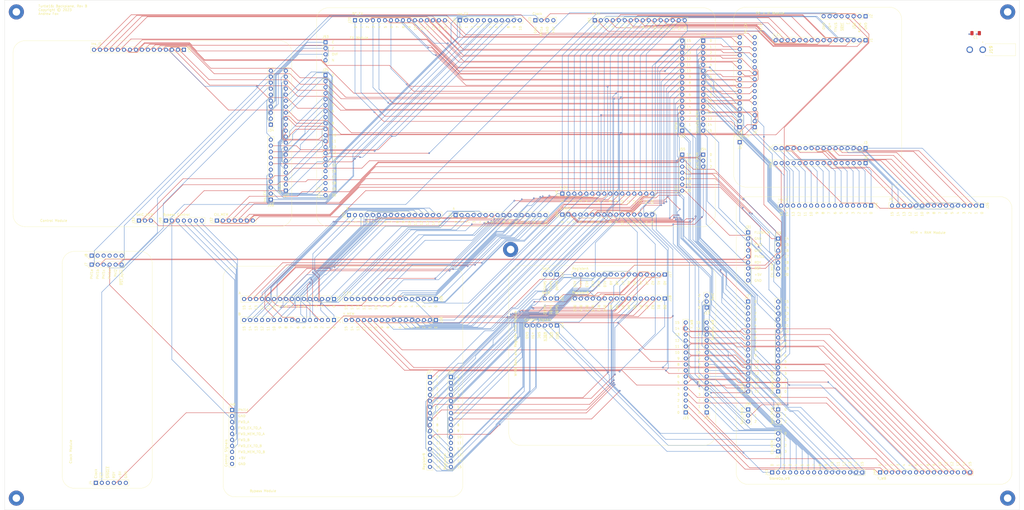
<source format=kicad_pcb>
(kicad_pcb (version 20221018) (generator pcbnew)
  (title_block (title "Turtle16: Backplane") (date "2023-03-25") (rev "B") (comment 4 "Backplane for Turtle16 modules"))
  (layers (0 "F.Cu" signal) (1 "In1.Cu" power) (2 "In2.Cu" power) (31 "B.Cu" signal) (34 "B.Paste" user) (35 "F.Paste" user) (36 "B.SilkS" user "B.Silkscreen") (37 "F.SilkS" user "F.Silkscreen") (38 "B.Mask" user) (39 "F.Mask" user) (44 "Edge.Cuts" user))
  (net 0 "")
  (net 1 "VCC")
  (net 2 "GND")
  (net 3 "/RawClock")
  (net 4 "/~{SINGLE}")
  (net 5 "/RDY")
  (net 6 "/Phi1a")
  (net 7 "/Phi1b")
  (net 8 "/Phi1c")
  (net 9 "/Phi1d")
  (net 10 "/Phi2")
  (net 11 "/~{RST_sync}")
  (net 12 "/STALL")
  (net 13 "/FLUSH_IF")
  (net 14 "/FWD_A")
  (net 15 "/FWD_EX_TO_A")
  (net 16 "/FWD_MEM_TO_A")
  (net 17 "/FWD_B")
  (net 18 "/FWD_EX_TO_B")
  (net 19 "/FWD_MEM_TO_B")
  (net 20 "/Y_MEM0")
  (net 21 "/Y_MEM1")
  (net 22 "/Y_MEM2")
  (net 23 "/Y_MEM3")
  (net 24 "/Y_MEM4")
  (net 25 "/Y_MEM5")
  (net 26 "/Y_MEM6")
  (net 27 "/Y_MEM7")
  (net 28 "/Y_MEM8")
  (net 29 "/Y_MEM9")
  (net 30 "/Y_MEM10")
  (net 31 "/Y_MEM11")
  (net 32 "/Y_MEM12")
  (net 33 "/Y_MEM13")
  (net 34 "/Y_MEM14")
  (net 35 "/Y_MEM15")
  (net 36 "/A0")
  (net 37 "/A1")
  (net 38 "/A2")
  (net 39 "/A3")
  (net 40 "/A4")
  (net 41 "/A5")
  (net 42 "/A6")
  (net 43 "/A7")
  (net 44 "/A8")
  (net 45 "/A9")
  (net 46 "/A10")
  (net 47 "/A11")
  (net 48 "/A12")
  (net 49 "/A13")
  (net 50 "/A14")
  (net 51 "/A15")
  (net 52 "/B0")
  (net 53 "/B1")
  (net 54 "/B2")
  (net 55 "/B3")
  (net 56 "/B4")
  (net 57 "/B5")
  (net 58 "/B6")
  (net 59 "/B7")
  (net 60 "/B8")
  (net 61 "/B9")
  (net 62 "/B10")
  (net 63 "/B11")
  (net 64 "/B12")
  (net 65 "/B13")
  (net 66 "/B14")
  (net 67 "/B15")
  (net 68 "/Carry")
  (net 69 "/Z")
  (net 70 "/OVF")
  (net 71 "/N")
  (net 72 "/SelC_MEM0")
  (net 73 "/SelC_MEM1")
  (net 74 "/SelC_MEM2")
  (net 75 "/Ctl_MEM14")
  (net 76 "/Ctl_MEM15")
  (net 77 "/Ctl_MEM16")
  (net 78 "/Ctl_MEM17")
  (net 79 "/Ctl_MEM18")
  (net 80 "/Ctl_MEM19")
  (net 81 "/Ctl_MEM20")
  (net 82 "/Ctl_EX0")
  (net 83 "/Ctl_EX1")
  (net 84 "/Ctl_EX2")
  (net 85 "/Ctl_EX3")
  (net 86 "/Ctl_EX4")
  (net 87 "/Ctl_EX5")
  (net 88 "/Ctl_EX6")
  (net 89 "/Ctl_EX7")
  (net 90 "/Ctl_EX8")
  (net 91 "/Ctl_EX9")
  (net 92 "/Ctl_EX10")
  (net 93 "/Ctl_EX11")
  (net 94 "/Ctl_EX12")
  (net 95 "/Ctl_EX13")
  (net 96 "/Ctl_EX14")
  (net 97 "/Ctl_EX15")
  (net 98 "/Ctl_EX16")
  (net 99 "/Ctl_EX17")
  (net 100 "/Ctl_EX18")
  (net 101 "/Ctl_EX19")
  (net 102 "/Ctl_EX20")
  (net 103 "/Ins_EX0")
  (net 104 "/Ins_EX1")
  (net 105 "/Ins_EX2")
  (net 106 "/Ins_EX3")
  (net 107 "/Ins_EX4")
  (net 108 "/Ins_EX5")
  (net 109 "/Ins_EX6")
  (net 110 "/Ins_EX7")
  (net 111 "/Ins_EX8")
  (net 112 "/Ins_EX9")
  (net 113 "/Ins_EX10")
  (net 114 "/StoreOp_MEM0")
  (net 115 "/StoreOp_MEM1")
  (net 116 "/StoreOp_MEM2")
  (net 117 "/StoreOp_MEM3")
  (net 118 "/StoreOp_MEM4")
  (net 119 "/StoreOp_MEM5")
  (net 120 "/StoreOp_MEM6")
  (net 121 "/StoreOp_MEM7")
  (net 122 "/StoreOp_MEM8")
  (net 123 "/StoreOp_MEM9")
  (net 124 "/StoreOp_MEM10")
  (net 125 "/StoreOp_MEM11")
  (net 126 "/StoreOp_MEM12")
  (net 127 "/StoreOp_MEM13")
  (net 128 "/StoreOp_MEM14")
  (net 129 "/StoreOp_MEM15")
  (net 130 "/Ctl_WB17")
  (net 131 "/Ctl_WB18")
  (net 132 "/Ctl_WB19")
  (net 133 "/Ctl_WB20")
  (net 134 "/Y_EX0")
  (net 135 "/Y_EX1")
  (net 136 "/Y_EX2")
  (net 137 "/Y_EX3")
  (net 138 "/Y_EX4")
  (net 139 "/Y_EX5")
  (net 140 "/Y_EX6")
  (net 141 "/Y_EX7")
  (net 142 "/Y_EX8")
  (net 143 "/Y_EX9")
  (net 144 "/Y_EX10")
  (net 145 "/Y_EX11")
  (net 146 "/Y_EX12")
  (net 147 "/Y_EX13")
  (net 148 "/Y_EX14")
  (net 149 "/Y_EX15")
  (net 150 "/PC0")
  (net 151 "/PC1")
  (net 152 "/PC2")
  (net 153 "/PC3")
  (net 154 "/PC4")
  (net 155 "/PC5")
  (net 156 "/PC6")
  (net 157 "/PC7")
  (net 158 "/PC8")
  (net 159 "/PC9")
  (net 160 "/PC10")
  (net 161 "/PC11")
  (net 162 "/PC12")
  (net 163 "/PC13")
  (net 164 "/PC14")
  (net 165 "/PC15")
  (net 166 "/Ins_IF0")
  (net 167 "/Ins_IF1")
  (net 168 "/Ins_IF2")
  (net 169 "/Ins_IF3")
  (net 170 "/Ins_IF4")
  (net 171 "/Ins_IF5")
  (net 172 "/Ins_IF6")
  (net 173 "/Ins_IF7")
  (net 174 "/Ins_IF8")
  (net 175 "/Ins_IF9")
  (net 176 "/Ins_IF10")
  (net 177 "/Ins_IF11")
  (net 178 "/Ins_IF12")
  (net 179 "/Ins_IF13")
  (net 180 "/Ins_IF14")
  (net 181 "/Ins_IF15")
  (net 182 "/Ins_ID0")
  (net 183 "/Ins_ID1")
  (net 184 "/Ins_ID2")
  (net 185 "/Ins_ID3")
  (net 186 "/Ins_ID4")
  (net 187 "/Ins_ID5")
  (net 188 "/Ins_ID6")
  (net 189 "/Ins_ID7")
  (net 190 "/Ins_ID8")
  (net 191 "/Ins_ID9")
  (net 192 "/Ins_ID10")
  (net 193 "/Ins_ID11")
  (net 194 "/Ins_ID12")
  (net 195 "/Ins_ID13")
  (net 196 "/Ins_ID14")
  (net 197 "/Ins_ID15")
  (net 198 "/PC_EX0")
  (net 199 "/PC_EX1")
  (net 200 "/PC_EX2")
  (net 201 "/PC_EX3")
  (net 202 "/PC_EX4")
  (net 203 "/PC_EX5")
  (net 204 "/PC_EX6")
  (net 205 "/PC_EX7")
  (net 206 "/PC_EX8")
  (net 207 "/PC_EX9")
  (net 208 "/PC_EX10")
  (net 209 "/PC_EX11")
  (net 210 "/PC_EX12")
  (net 211 "/PC_EX13")
  (net 212 "/PC_EX14")
  (net 213 "/PC_EX15")
  (net 214 "/SelC_WB0")
  (net 215 "/SelC_WB1")
  (net 216 "/SelC_WB2")
  (net 217 "/Y_WB0")
  (net 218 "/Y_WB1")
  (net 219 "/Y_WB2")
  (net 220 "/Y_WB3")
  (net 221 "/Y_WB4")
  (net 222 "/Y_WB5")
  (net 223 "/Y_WB6")
  (net 224 "/Y_WB7")
  (net 225 "/Y_WB8")
  (net 226 "/Y_WB9")
  (net 227 "/Y_WB10")
  (net 228 "/Y_WB11")
  (net 229 "/Y_WB12")
  (net 230 "/Y_WB13")
  (net 231 "/Y_WB14")
  (net 232 "/Y_WB15")
  (net 233 "/StoreOp_WB0")
  (net 234 "/StoreOp_WB1")
  (net 235 "/StoreOp_WB2")
  (net 236 "/StoreOp_WB3")
  (net 237 "/StoreOp_WB4")
  (net 238 "/StoreOp_WB5")
  (net 239 "/StoreOp_WB6")
  (net 240 "/StoreOp_WB7")
  (net 241 "/StoreOp_WB8")
  (net 242 "/StoreOp_WB9")
  (net 243 "/StoreOp_WB10")
  (net 244 "/StoreOp_WB11")
  (net 245 "/StoreOp_WB12")
  (net 246 "/StoreOp_WB13")
  (net 247 "/StoreOp_WB14")
  (net 248 "/StoreOp_WB15")
  (net 249 "/RegisterA0")
  (net 250 "/RegisterA1")
  (net 251 "/RegisterA2")
  (net 252 "/RegisterA3")
  (net 253 "/RegisterA4")
  (net 254 "/RegisterA5")
  (net 255 "/RegisterA6")
  (net 256 "/RegisterA7")
  (net 257 "/RegisterA8")
  (net 258 "/RegisterA9")
  (net 259 "/RegisterA10")
  (net 260 "/RegisterA11")
  (net 261 "/RegisterA12")
  (net 262 "/RegisterA13")
  (net 263 "/RegisterA14")
  (net 264 "/RegisterA15")
  (net 265 "/RegisterB0")
  (net 266 "/RegisterB1")
  (net 267 "/RegisterB2")
  (net 268 "/RegisterB3")
  (net 269 "/RegisterB4")
  (net 270 "/RegisterB5")
  (net 271 "/RegisterB6")
  (net 272 "/RegisterB7")
  (net 273 "/RegisterB8")
  (net 274 "/RegisterB9")
  (net 275 "/RegisterB10")
  (net 276 "/RegisterB11")
  (net 277 "/RegisterB12")
  (net 278 "/RegisterB13")
  (net 279 "/RegisterB14")
  (net 280 "/RegisterB15")
  (footprint "Connector_PinHeader_2.54mm:PinHeader_1x07_P2.54mm_Vertical" (layer "F.Cu") (at 392.758 196.0359)
    (fp_text reference "J29")
    (fp_text value "Ctl_MEM")
  )
  (footprint "Connector_PinHeader_2.54mm:PinHeader_1x16_P2.54mm_Vertical" (layer "F.Cu") (at 362.496 269.6959 180)
    (fp_text reference "J16")
    (fp_text value "StoreOp_WB")
  )
  (footprint "Connector_PinHeader_2.54mm:PinHeader_1x16_P2.54mm_Vertical" (layer "F.Cu") (at 429.796 157.7179 -90)
    (fp_text reference "J3")
    (fp_text value "PC")
  )
  (footprint "Connector_PinHeader_2.54mm:PinHeader_1x01_P2.54mm_Vertical" (layer "F.Cu") (at 376.466 155.1779 180)
    (fp_text reference "J5")
    (fp_text value "FLUSH_IF")
  )
  (footprint "MountingHole:MountingHole_3.2mm_M3_Pad" (layer "F.Cu") (at 490 100)
    (fp_text reference "H3" hide)
    (fp_text value "MountingHole_Pad")
  )
  (footprint "Connector_Molex:172448-0002" (layer "F.Cu") (at 479.4375 116 90)
    (fp_text reference "J19")
    (fp_text value "Power" hide)
  )
  (footprint "Connector_PinHeader_2.54mm:PinHeader_1x16_P2.54mm_Vertical" (layer "F.Cu") (at 247.76 221.6539 -90)
    (fp_text reference "J39")
    (fp_text value "Y_EX")
  )
  (footprint "Connector_PinHeader_2.54mm:PinHeader_1x16_P2.54mm_Vertical" (layer "F.Cu") (at 361.008 112.2159)
    (fp_text reference "J48")
    (fp_text value "StoreOp_MEM")
  )
  (footprint "Connector_PinHeader_2.54mm:PinHeader_1x16_P2.54mm_Vertical" (layer "F.Cu") (at 390.218 295.0959 90)
    (fp_text reference "J43")
    (fp_text value "StoreOp_WB")
  )
  (footprint "Connector_PinHeader_2.54mm:PinHeader_1x04_P2.54mm_Vertical" (layer "F.Cu") (at 200.988 112.8609)
    (fp_text reference "J53")
    (fp_text value "Flags")
  )
  (footprint "Connector_PinHeader_2.54mm:PinHeader_1x03_P2.54mm_Vertical" (layer "F.Cu") (at 298.981 221.4359 -90)
    (fp_text reference "J12")
    (fp_text value "SelB")
  )
  (footprint "Connector_PinHeader_2.54mm:PinHeader_1x16_P2.54mm_Vertical" (layer "F.Cu") (at 204.58 221.6539 -90)
    (fp_text reference "J41")
    (fp_text value "A")
  )
  (footprint "Connector_PinHeader_2.54mm:PinHeader_1x16_P2.54mm_Vertical" (layer "F.Cu") (at 392.758 260.8059 180)
    (fp_text reference "J28")
    (fp_text value "StoreOp_MEM")
  )
  (footprint "Connector_PinHeader_2.54mm:PinHeader_1x09_P2.54mm_Vertical" (layer "F.Cu") (at 380.058 193.4359)
    (fp_text reference "J31")
    (fp_text value "Control Signals")
  )
  (footprint "Connector_PinHeader_2.54mm:PinHeader_1x16_P2.54mm_Vertical" (layer "F.Cu") (at 140.976 116.0259 -90)
    (fp_text reference "J35")
    (fp_text value "Ins_ID")
  )
  (footprint "Connector_PinHeader_2.54mm:PinHeader_1x16_P2.54mm_Vertical" (layer "F.Cu") (at 429.806 164.0679 -90)
    (fp_text reference "J6")
    (fp_text value "Ins_IF")
  )
  (footprint "Connector_PinHeader_2.54mm:PinHeader_1x08_P2.54mm_Vertical" (layer "F.Cu") (at 429.806 101.8379 -90)
    (fp_text reference "J2")
    (fp_text value "Control Signals")
  )
  (footprint "Connector_PinHeader_2.54mm:PinHeader_1x16_P2.54mm_Vertical" (layer "F.Cu") (at 479.118 182.0659 -90)
    (fp_text reference "J26")
    (fp_text value "PC")
  )
  (footprint "Capacitor_SMD:C_1206_3216Metric_Pad1.33x1.80mm_HandSolder" (layer "F.Cu") (at 476.4375 109 180)
    (fp_text reference "C1")
    (fp_text value "100µF")
  )
  (footprint "Connector_PinHeader_2.54mm:PinHeader_1x16_P2.54mm_Vertical" (layer "F.Cu") (at 301.318 176.9859 90)
    (fp_text reference "J49")
    (fp_text value "Y_EX")
  )
  (footprint "Connector_PinHeader_2.54mm:PinHeader_1x11_P2.54mm_Vertical" (layer "F.Cu") (at 177.806 179.5259 180)
    (fp_text reference "J56")
    (fp_text value "Ins_EX")
  )
  (footprint "Connector_PinHeader_2.54mm:PinHeader_1x16_P2.54mm_Vertical" (layer "F.Cu") (at 245.22 254.6739)
    (fp_text reference "J37")
    (fp_text value "RegisterB")
  )
  (footprint "Connector_PinHeader_2.54mm:PinHeader_1x21_P2.54mm_Vertical" (layer "F.Cu") (at 200.988 126.8209)
    (fp_text reference "J25")
    (fp_text value "Ctl_EX")
  )
  (footprint "Connector_PinHeader_2.54mm:PinHeader_1x03_P2.54mm_Vertical" (layer "F.Cu") (at 362.496 225.2459 180)
    (fp_text reference "J13")
    (fp_text value "SelC")
  )
  (footprint "Connector_PinHeader_2.54mm:PinHeader_1x06_P2.54mm_Vertical" (layer "F.Cu") (at 298.996 232.8659 -90)
    (fp_text reference "J14")
    (fp_text value "Control Signals")
  )
  (footprint "Connector_PinHeader_2.54mm:PinHeader_1x16_P2.54mm_Vertical" (layer "F.Cu") (at 256.106 186.0939 90)
    (fp_text reference "J21")
    (fp_text value "A")
  )
  (footprint "Connector_PinHeader_2.54mm:PinHeader_1x16_P2.54mm_Vertical" (layer "F.Cu") (at 301.318 185.8759 90)
    (fp_text reference "J50")
    (fp_text value "Y_MEM")
  )
  (footprint "Connector_PinHeader_2.54mm:PinHeader_1x07_P2.54mm_Vertical" (layer "F.Cu") (at 154.946 188.4159 90)
    (fp_text reference "J32")
    (fp_text value "Ctl_MEM")
  )
  (footprint "Connector_PinHeader_2.54mm:PinHeader_1x11_P2.54mm_Vertical" (layer "F.Cu") (at 257.92 103.5439 90)
    (fp_text reference "J24")
    (fp_text value "Ins_EX")
  )
  (footprint "Connector_PinHeader_2.54mm:PinHeader_1x16_P2.54mm_Vertical" (layer "F.Cu") (at 210.93 186.0939 90)
    (fp_text reference "J22")
    (fp_text value "B")
  )
  (footprint "Connector_PinHeader_2.54mm:PinHeader_1x04_P2.54mm_Vertical" (layer "F.Cu") (at 289.898 103.5439 90)
    (fp_text reference "J23")
    (fp_text value "Clock")
  )
  (footprint "Connector_PinHeader_2.54mm:PinHeader_1x16_P2.54mm_Vertical" (layer "F.Cu") (at 376.466 148.8279 180)
    (fp_text reference "J10")
    (fp_text value "PC_EX")
  )
  (footprint "Connector_PinHeader_2.54mm:PinHeader_1x03_P2.54mm_Vertical" (layer "F.Cu") (at 121.926 188.4159 90)
    (fp_text reference "J33")
    (fp_text value "SelC_MEM")
  )
  (footprint "Connector_PinHeader_2.54mm:PinHeader_1x03_P2.54mm_Vertical" (layer "F.Cu") (at 361.008 160.4759)
    (fp_text reference "J54")
    (fp_text value "SelC_MEM")
  )
  (footprint "Connector_PinHeader_2.54mm:PinHeader_1x10_P2.54mm_Vertical" (layer "F.Cu") (at 177.806 147.7759 180)
    (fp_text reference "J34")
    (fp_text value "Control Signals")
  )
  (footprint "MountingHole:MountingHole_3.2mm_M3_Pad" (layer "F.Cu") (at 279.4 200.66)
    (fp_text reference "H5" hide)
    (fp_text value "MountingHole_Pad")
  )
  (footprint "Connector_PinHeader_2.54mm:PinHeader_1x16_P2.54mm_Vertical" (layer "F.Cu") (at 344.716 221.4359 -90)
    (fp_text reference "J18")
    (fp_text value "RegisterB")
  )
  (footprint "MountingHole:MountingHole_3.2mm_M3_Pad" (layer "F.Cu") (at 70 100)
    (fp_text reference "H1" hide)
    (fp_text value "MountingHole_Pad")
  )
  (footprint "Connector_PinHeader_2.54mm:PinHeader_1x07_P2.54mm_Vertical" (layer "F.Cu") (at 352.118 160.4709)
    (fp_text reference "J55")
    (fp_text value "Y_EX")
  )
  (footprint "Connector_PinHeader_2.54mm:PinHeader_1x16_P2.54mm_Vertical" (layer "F.Cu") (at 429.806 111.9979 -90)
    (fp_text reference "J1")
    (fp_text value "Y_EX")
  )
  (footprint "MountingHole:MountingHole_3.2mm_M3_Pad" (layer "F.Cu") (at 70 306)
    (fp_text reference "H4" hide)
    (fp_text value "MountingHole_Pad")
  )
  (footprint "Connector_PinHeader_2.54mm:PinHeader_1x16_P2.54mm_Vertical" (layer "F.Cu") (at 432.128 182.0659 -90)
    (fp_text reference "J44")
    (fp_text value "Ins_IF")
  )
  (footprint "Connector_PinHeader_2.54mm:PinHeader_1x16_P2.54mm_Vertical" (layer "F.Cu") (at 380.058 222.7059)
    (fp_text reference "J27")
    (fp_text value "Y_MEM")
  )
  (footprint "Connector_PinHeader_2.54mm:PinHeader_1x16_P2.54mm_Vertical" (layer "F.Cu") (at 435.938 295.0959 90)
    (fp_text reference "J46")
    (fp_text value "Y_WB")
  )
  (footprint "Connector_PinHeader_2.54mm:PinHeader_1x16_P2.54mm_Vertical" (layer "F.Cu") (at 254.11 254.6739)
    (fp_text reference "J36")
    (fp_text value "RegisterA")
  )
  (footprint "Connector_PinHeader_2.54mm:PinHeader_1x06_P2.54mm_Vertical" (layer "F.Cu") (at 103.67 299.5199 90)
    (fp_text reference "J4")
    (fp_text value "Clock Inputs")
  )
  (footprint "Connector_PinHeader_2.54mm:PinHeader_1x04_P2.54mm_Vertical" (layer "F.Cu") (at 392.758 286.2059 180)
    (fp_text reference "J47")
    (fp_text value "Ctl_MEM")
  )
  (footprint "Connector_PinHeader_2.54mm:PinHeader_1x16_P2.54mm_Vertical" (layer "F.Cu") (at 353.606 269.6959 180)
    (fp_text reference "J15")
    (fp_text value "Y_WB")
  )
  (footprint "Connector_PinHeader_2.54mm:PinHeader_1x10_P2.54mm_Vertical" (layer "F.Cu") (at 161.4 268.6439)
    (fp_text reference "J40")
    (fp_text value "Control Signals")
  )
  (footprint "Connector_PinHeader_2.54mm:PinHeader_1x03_P2.54mm_Vertical" (layer "F.Cu") (at 380.058 268.4259)
    (fp_text reference "J30")
    (fp_text value "SelC_MEM")
  )
  (footprint "Connector_PinHeader_2.54mm:PinHeader_1x16_P2.54mm_Vertical" (layer "F.Cu") (at 344.716 211.2759 -90)
    (fp_text reference "J17")
    (fp_text value "RegisterA")
  )
  (footprint "MountingHole:MountingHole_3.2mm_M3_Pad" (layer "F.Cu") (at 490 306)
    (fp_text reference "H2" hide)
    (fp_text value "MountingHole_Pad")
  )
  (footprint "Connector_PinHeader_2.54mm:PinHeader_1x16_P2.54mm_Vertical" (layer "F.Cu") (at 213.47 103.5439 90)
    (fp_text reference "J20")
    (fp_text value "PC_EX")
  )
  (footprint "Connector_PinHeader_2.54mm:PinHeader_1x16_P2.54mm_Vertical" (layer "F.Cu") (at 204.58 230.5439 -90)
    (fp_text reference "J42")
    (fp_text value "B")
  )
  (footprint "Connector_PinHeader_2.54mm:PinHeader_1x16_P2.54mm_Vertical" (layer "F.Cu") (at 352.118 150.3159 180)
    (fp_text reference "J52")
    (fp_text value "Y_MEM")
  )
  (footprint "Connector_PinHeader_2.54mm:PinHeader_1x16_P2.54mm_Vertical" (layer "F.Cu") (at 382.816 148.8279 180)
    (fp_text reference "J9")
    (fp_text value "Ins_ID")
  )
  (footprint "Connector_PinHeader_2.54mm:PinHeader_1x06_P2.54mm_Vertical" (layer "F.Cu") (at 101.902 203.2649 90)
    (fp_text reference "J8")
    (fp_text value "GND")
  )
  (footprint "Connector_PinHeader_2.54mm:PinHeader_1x21_P2.54mm_Vertical" (layer "F.Cu") (at 184.156 175.7159 180)
    (fp_text reference "J57")
    (fp_text value "Ctl_EX")
  )
  (footprint "Connector_PinHeader_2.54mm:PinHeader_1x16_P2.54mm_Vertical" (layer "F.Cu") (at 315.07 103.5439 90)
    (fp_text reference "J51")
    (fp_text value "Y_EX")
  )
  (footprint "Connector_PinHeader_2.54mm:PinHeader_1x03_P2.54mm_Vertical" (layer "F.Cu") (at 392.758 268.4259)
    (fp_text reference "J45")
    (fp_text value "SelC_MEM")
  )
  (footprint "Connector_PinHeader_2.54mm:PinHeader_1x07_P2.54mm_Vertical" (layer "F.Cu") (at 133.351 188.4159 90)
    (fp_text reference "J58")
    (fp_text value "Bypass Control")
  )
  (footprint "Connector_PinHeader_2.54mm:PinHeader_1x16_P2.54mm_Vertical" (layer "F.Cu") (at 247.76 230.5439 -90)
    (fp_text reference "J38")
    (fp_text value "Y_MEM")
  )
  (footprint "Connector_PinHeader_2.54mm:PinHeader_1x06_P2.54mm_Vertical" (layer "F.Cu") (at 101.902 207.0749 90)
    (fp_text reference "J7")
    (fp_text value "Clock Outputs")
  )
  (footprint "Connector_PinHeader_2.54mm:PinHeader_1x03_P2.54mm_Vertical" (layer "F.Cu") (at 298.996 211.2759 -90)
    (fp_text reference "J11")
    (fp_text value "SelA")
  )
  (gr_arc (start 361.008208 98.245898) (mid 364.600308 99.733797) (end 366.088208 103.325898) (stroke (width 0.1)) (layer "F.SilkS"))
  (gr_line (start 366.306109 278.585899) (end 366.306107 212.545897) (stroke (width 0.1)) (layer "F.SilkS"))
  (gr_line (start 380.058175 178.255914) (end 486.738175 178.255914) (stroke (width 0.1)) (layer "F.SilkS"))
  (gr_arc (start 157.590311 212.763795) (mid 159.07821 209.171697) (end 162.670311 207.683795) (stroke (width 0.1)) (layer "F.SilkS"))
  (gr_line (start 181.546106 112.215898) (end 73.666106 112.215898) (stroke (width 0.1)) (layer "F.SilkS"))
  (gr_arc (start 379.006106 174.227997) (mid 375.401187 172.600153) (end 373.926106 168.930101) (stroke (width 0.1)) (layer "F.SilkS"))
  (gr_line (start 361.226107 207.465897) (end 283.756107 207.465897) (stroke (width 0.1)) (layer "F.SilkS"))
  (gr_arc (start 445.046106 169.148001) (mid 443.558208 172.740102) (end 439.966106 174.228001) (stroke (width 0.1)) (layer "F.SilkS"))
  (gr_line (start 373.926106 168.930101) (end 373.926106 103.107999) (stroke (width 0.1)) (layer "F.SilkS"))
  (gr_line (start 374.978175 183.335914) (end 374.978175 295.095914) (stroke (width 0.1)) (layer "F.SilkS"))
  (gr_arc (start 68.586106 117.295898) (mid 70.074004 113.703796) (end 73.666106 112.215898) (stroke (width 0.1)) (layer "F.SilkS"))
  (gr_line (start 361.008208 98.245898) (end 202.258208 98.245898) (stroke (width 0.1)) (layer "F.SilkS"))
  (gr_arc (start 366.306109 278.585899) (mid 364.818211 282.178003) (end 361.226109 283.665899) (stroke (width 0.1)) (layer "F.SilkS"))
  (gr_arc (start 186.696106 185.875898) (mid 185.208209 189.468001) (end 181.616106 190.955898) (stroke (width 0.1)) (layer "F.SilkS"))
  (gr_arc (start 197.178208 103.325898) (mid 198.666106 99.733797) (end 202.258208 98.245898) (stroke (width 0.1)) (layer "F.SilkS"))
  (gr_arc (start 361.226107 207.465897) (mid 364.818208 208.953796) (end 366.306107 212.545897) (stroke (width 0.1)) (layer "F.SilkS"))
  (gr_arc (start 94.526103 301.805898) (mid 90.934001 300.318) (end 89.446103 296.725898) (stroke (width 0.1)) (layer "F.SilkS"))
  (gr_arc (start 380.058175 300.175914) (mid 376.466115 298.687978) (end 374.978175 295.095914) (stroke (width 0.1)) (layer "F.SilkS"))
  (gr_line (start 73.666106 190.955898) (end 181.616106 190.955898) (stroke (width 0.1)) (layer "F.SilkS"))
  (gr_line (start 491.818175 295.095914) (end 491.818175 183.335914) (stroke (width 0.1)) (layer "F.SilkS"))
  (gr_arc (start 254.040311 207.683795) (mid 257.657045 209.167708) (end 259.190311 212.763795) (stroke (width 0.1)) (layer "F.SilkS"))
  (gr_arc (start 283.756107 283.665897) (mid 280.164003 282.178) (end 278.676107 278.585897) (stroke (width 0.1)) (layer "F.SilkS"))
  (gr_line (start 283.756107 283.665897) (end 361.226109 283.665899) (stroke (width 0.1)) (layer "F.SilkS"))
  (gr_line (start 259.190311 300.393795) (end 259.190311 212.763795) (stroke (width 0.1)) (layer "F.SilkS"))
  (gr_arc (start 439.966106 98.027999) (mid 443.558207 99.515897) (end 445.046106 103.107999) (stroke (width 0.1)) (layer "F.SilkS"))
  (gr_line (start 89.446103 206.555898) (end 89.446103 296.725898) (stroke (width 0.1)) (layer "F.SilkS"))
  (gr_line (start 254.040311 207.683795) (end 162.670311 207.683795) (stroke (width 0.1)) (layer "F.SilkS"))
  (gr_line (start 157.590311 212.763795) (end 157.590311 300.393795) (stroke (width 0.1)) (layer "F.SilkS"))
  (gr_arc (start 162.670311 305.473795) (mid 159.078205 303.9859) (end 157.590311 300.393795) (stroke (width 0.1)) (layer "F.SilkS"))
  (gr_arc (start 374.978175 183.335914) (mid 376.466065 179.743791) (end 380.058175 178.255914) (stroke (width 0.1)) (layer "F.SilkS"))
  (gr_arc (start 127.546103 296.725898) (mid 126.058205 300.318) (end 122.466103 301.805898) (stroke (width 0.1)) (layer "F.SilkS"))
  (gr_arc (start 373.926106 103.107999) (mid 375.414003 99.515897) (end 379.006106 98.027999) (stroke (width 0.1)) (layer "F.SilkS"))
  (gr_line (start 445.046106 169.148001) (end 445.046106 103.107999) (stroke (width 0.1)) (layer "F.SilkS"))
  (gr_line (start 186.696106 185.875898) (end 186.696106 117.295898) (stroke (width 0.1)) (layer "F.SilkS"))
  (gr_arc (start 491.818175 295.095914) (mid 490.330299 298.688025) (end 486.738175 300.175914) (stroke (width 0.1)) (layer "F.SilkS"))
  (gr_line (start 380.058175 300.175914) (end 486.738175 300.175914) (stroke (width 0.1)) (layer "F.SilkS"))
  (gr_arc (start 73.666106 190.955898) (mid 70.074002 189.468001) (end 68.586106 185.875898) (stroke (width 0.1)) (layer "F.SilkS"))
  (gr_line (start 197.178208 103.325898) (end 197.178208 185.875898) (stroke (width 0.1)) (layer "F.SilkS"))
  (gr_line (start 202.258208 190.955898) (end 361.008208 190.955898) (stroke (width 0.1)) (layer "F.SilkS"))
  (gr_line (start 366.088208 185.875898) (end 366.088208 103.325898) (stroke (width 0.1)) (layer "F.SilkS"))
  (gr_arc (start 278.676107 212.545897) (mid 280.164005 208.953796) (end 283.756107 207.465897) (stroke (width 0.1)) (layer "F.SilkS"))
  (gr_arc (start 89.446103 206.555898) (mid 90.934 202.963795) (end 94.526103 201.475898) (stroke (width 0.1)) (layer "F.SilkS"))
  (gr_arc (start 202.258208 190.955898) (mid 198.666103 189.468002) (end 197.178208 185.875898) (stroke (width 0.1)) (layer "F.SilkS"))
  (gr_arc (start 122.466103 201.475898) (mid 126.058206 202.963795) (end 127.546103 206.555898) (stroke (width 0.1)) (layer "F.SilkS"))
  (gr_line (start 68.586106 117.295898) (end 68.586106 185.875898) (stroke (width 0.1)) (layer "F.SilkS"))
  (gr_line (start 122.466103 201.475898) (end 94.526103 201.475898) (stroke (width 0.1)) (layer "F.SilkS"))
  (gr_line (start 127.546103 296.725898) (end 127.546103 206.555898) (stroke (width 0.1)) (layer "F.SilkS"))
  (gr_arc (start 486.738175 178.255914) (mid 490.330261 179.743832) (end 491.818175 183.335914) (stroke (width 0.1)) (layer "F.SilkS"))
  (gr_line (start 278.676107 212.545897) (end 278.676107 278.585897) (stroke (width 0.1)) (layer "F.SilkS"))
  (gr_arc (start 259.190311 300.393795) (mid 257.702415 303.985902) (end 254.110311 305.473795) (stroke (width 0.1)) (layer "F.SilkS"))
  (gr_arc (start 366.088208 185.875898) (mid 364.600311 189.468002) (end 361.008208 190.955898) (stroke (width 0.1)) (layer "F.SilkS"))
  (gr_line (start 439.966106 174.228001) (end 379.006106 174.227997) (stroke (width 0.1)) (layer "F.SilkS"))
  (gr_arc (start 181.546106 112.215898) (mid 185.183599 113.67876) (end 186.696106 117.295898) (stroke (width 0.1)) (layer "F.SilkS"))
  (gr_line (start 94.526103 301.805898) (end 122.466103 301.805898) (stroke (width 0.1)) (layer "F.SilkS"))
  (gr_line (start 439.966106 98.027999) (end 379.006106 98.027999) (stroke (width 0.1)) (layer "F.SilkS"))
  (gr_line (start 162.670311 305.473795) (end 254.110311 305.473795) (stroke (width 0.1)) (layer "F.SilkS"))
  (gr_line (start 65 311) (end 65 95) (stroke (width 0.1)) (layer "Edge.Cuts"))
  (gr_line (start 495 311) (end 65 311) (stroke (width 0.1)) (layer "Edge.Cuts"))
  (gr_line (start 495 95) (end 495 311) (stroke (width 0.1)) (layer "Edge.Cuts"))
  (gr_line (start 65 95) (end 495 95) (stroke (width 0.1)) (layer "Edge.Cuts"))
  (gr_text "12" (at 203.528208 157.300898) (layer "F.SilkS") (effects (font (size 1 1)) (justify left)))
  (gr_text "15" (at 294.423708 188.415898 90) (layer "F.SilkS") (effects (font (size 1 1)) (justify right)))
  (gr_text "11" (at 247.760311 282.613795) (layer "F.SilkS") (effects (font (size 1 1)) (justify left)))
  (gr_text "1" (at 245.220311 233.083795 90) (layer "F.SilkS") (effects (font (size 1 1)) (justify right)))
  (gr_text "15" (at 166.480311 224.193795 90) (layer "F.SilkS") (effects (font (size 1 1)) (justify right)))
  (gr_text "8" (at 382.598175 243.025914) (layer "F.SilkS") (effects (font (size 1 1)) (justify left)))
  (gr_text "5" (at 419.428175 184.605914 90) (layer "F.SilkS") (effects (font (size 1 1)) (justify right)))
  (gr_text "15" (at 247.760311 292.773795) (layer "F.SilkS") (effects (font (size 1 1)) (justify left)))
  (gr_text "7" (at 186.800311 224.193795 90) (layer "F.SilkS") (effects (font (size 1 1)) (justify right)))
  (gr_text "FWD_EX_TO_B" (at 163.940311 283.883795) (layer "F.SilkS") (effects (font (size 1 1)) (justify left)))
  (gr_text "6" (at 463.878175 184.605914 90) (layer "F.SilkS") (effects (font (size 1 1)) (justify right)))
  (gr_text "Phi2" (at 112.052103 208.878 90) (layer "F.SilkS") (effects (font (size 1 1)) (justify right)))
  (gr_text "~{RST}" (at 424.726104 104.377997 270) (layer "F.SilkS") (effects (font (size 1 1)) (justify left)))
  (gr_text "FWD_B" (at 163.940311 281.343795) (layer "F.SilkS") (effects (font (size 1 1)) (justify left)))
  (gr_text "6" (at 228.928208 105.865898 90) (layer "F.SilkS") (effects (font (size 1 1)) (justify right)))
  (gr_text "9" (at 256.650311 277.533795) (layer "F.SilkS") (effects (font (size 1 1)) (justify left)))
  (gr_text "9" (at 181.720311 233.083795 90) (layer "F.SilkS") (effects (font (size 1 1)) (justify right)))
  (gr_text "15" (at 353.388208 105.865898 90) (layer "F.SilkS") (effects (font (size 1 1)) (justify right)))
  (gr_text "11" (at 176.640311 233.083795 90) (layer "F.SilkS") (effects (font (size 1 1)) (justify right)))
  (gr_text "6" (at 189.340311 233.083795 90) (layer "F.SilkS") (effects (font (size 1 1)) (justify right)))
  (gr_text "B3" (at 337.096107 223.975897 270) (layer "F.SilkS") (effects (font (size 1 1)) (justify left)))
  (gr_text "GND" (at 412.026104 104.377997 270) (layer "F.SilkS") (effects (font (size 1 1)) (justify left)))
  (gr_text "11" (at 463.878175 292.555914 90) (layer "F.SilkS") (effects (font (size 1 1)) (justify left)))
  (gr_text "0" (at 382.598175 268.425914) (layer "F.SilkS") (effects (font (size 1 1)) (justify left)))
  (gr_text "4" (at 311.478208 188.415898 90) (layer "F.SilkS") (effects (font (size 1 1)) (justify right)))
  (gr_text "FWD_A" (at 163.940311 273.723795) (layer "F.SilkS") (effects (font (size 1 1)) (justify left)))
  (gr_text "GND" (at 294.968208 106.083796 90) (layer "F.SilkS") (effects (font (size 1 1)) (justify right)))
  (gr_text "4" (at 468.958175 184.605914 90) (layer "F.SilkS") (effects (font (size 1 1)) (justify right)))
  (gr_text "3" (at 424.508175 184.605914 90) (layer "F.SilkS") (effects (font (size 1 1)) (justify right)))
  (gr_text "2" (at 199.500311 233.083795 90) (layer "F.SilkS") (effects (font (size 1 1)) (justify right)))
  (gr_text "3" (at 247.760311 262.293795) (layer "F.SilkS") (effects (font (size 1 1)) (justify left)))
  (gr_text "2" (at 256.650311 259.753795) (layer "F.SilkS") (effects (font (size 1 1)) (justify left)))
  (gr_text "11" (at 256.650311 282.613795) (layer "F.SilkS") (effects (font (size 1 1)) (justify left)))
  (gr_text "3" (at 221.308208 105.865898 90) (layer "F.SilkS") (effects (font (size 1 1)) (justify right)))
  (gr_text "1" (at 317.828208 105.865898 90) (layer "F.SilkS") (effects (font (size 1 1)) (justify right)))
  (gr_text "0" (at 301.318208 188.415898 90) (layer "F.SilkS") (effects (font (size 1 1)) (justify right)))
  (gr_text "SelB1" (at 296.441107 223.975897 270) (layer "F.SilkS") (effects (font (size 1 1)) (justify left)))
  (gr_text "B0" (at 344.716107 223.975897 270) (layer "F.SilkS") (effects (font (size 1 1)) (justify left)))
  (gr_text "8" (at 410.538175 292.555914 90) (layer "F.SilkS") (effects (font (size 1 1)) (justify left)))
  (gr_text "15" (at 256.650311 292.773795) (layer "F.SilkS") (effects (font (size 1 1)) (justify left)))
  (gr_text "0" (at 247.760311 224.193795 90) (layer "F.SilkS") (effects (font (size 1 1)) (justify right)))
  (gr_text "8" (at 256.650311 274.993795) (layer "F.SilkS") (effects (font (size 1 1)) (justify left)))
  (gr_text "13" (at 214.740311 224.193795 90) (layer "F.SilkS") (effects (font (size 1 1)) (justify right)))
  (gr_text "9" (at 247.760311 277.533795) (layer "F.SilkS") (effects (font (size 1 1)) (justify left)))
  (gr_text "15" (at 355.928208 163.015898) (layer "F.SilkS") (effects (font (size 1 1)) (justify right)))
  (gr_text "7" (at 274.103708 188.415898 90) (layer "F.SilkS") (effects (font (size 1 1)) (justify right)))
  (gr_text "11" (at 395.298175 232.865914) (layer "F.SilkS") (effects (font (size 1 1)) (justify left)))
  (gr_text "A2" (at 339.636107 213.815897 270) (layer "F.SilkS") (effects (font (size 1 1)) (justify left)))
  (gr_text "12" (at 345.768208 105.865898 90) (layer "F.SilkS") (effects (font (size 1 1)) (justify right)))
  (gr_text "13" (at 364.818208 145.235898) (layer "F.SilkS") (effects (font (size 1 1)) (justify right)))
  (gr_text "13" (at 355.928208 117.295898) (layer "F.SilkS") (effects (font (size 1 1)) (justify right)))
  (gr_text "10" (at 222.360311 224.193795 90) (layer "F.SilkS") (effects (font (size 1 1)) (justify right)))
  (gr_text "7" (at 407.998175 292.555914 90) (layer "F.SilkS") (effects (font (size 1 1)) (justify left)))
  (gr_text "7" (at 414.348175 184.605914 90) (layer "F.SilkS") (effects (font (size 1 1)) (justify right)))
  (gr_text "10" (at 355.928208 124.915898) (layer "F.SilkS") (effects (font (size 1 1)) (justify right)))
  (gr_text "10" (at 382.598175 248.105914) (layer "F.SilkS") (effects (font (size 1 1)) (justify left)))
  (gr_text "0" (at 364.818208 112.215898) (layer "F.SilkS") (effects (font (size 1 1)) (justify right)))
  (gr_text "12" (at 256.650311 285.153795) (layer "F.SilkS") (effects (font (size 1 1)) (justify left)))
  (gr_text "SRC" (at 291.376107 235.405897 270) (layer "F.SilkS") (effects (font (size 1 1)) (justify left)))
  (gr_text "10" (at 239.088208 105.865898 90) (layer "F.SilkS") (effects (font (size 1 1)) (justify right)))
  (gr_text "1" (at 258.863708 188.415898 90) (layer "F.SilkS") (effects (font (size 1 1)) (justify right)))
  (gr_text "6" (at 382.598175 237.945914) (layer "F.SilkS") (effects (font (size 1 1)) (justify left)))
  (gr_text "2" (at 351.066107 264.615897) (layer "F.SilkS") (effects (font (size 1 1)) (justify right)))
  (gr_text "Phi1c" (at 106.972103 208.878 90) (layer "F.SilkS") (effects (font (size 1 1)) (justify right)))
  (gr_text "B1" (at 342.176107 223.975897 270) (layer "F.SilkS") (effects (font (size 1 1)) (justify left)))
  (gr_text "13" (at 289.343708 188.415898 90) (layer "F.SilkS") (effects (font (size 1 1)) (justify right)))
  (gr_text "0" (at 382.598175 222.705914) (layer "F.SilkS") (effects (font (size 1 1)) (justify left)))
  (gr_text "12" (at 286.803708 188.415898 90) (layer "F.SilkS") (effects (font (size 1 1)) (justify right)))
  (gr_text "5" (at 191.880311 224.193795 90) (layer "F.SilkS") (effects (font (size 1 1)) (justify right)))
  (gr_text "13" (at 468.958175 292.555914 90) (layer "F.SilkS") (effects (font (size 1 1)) (justify left)))
  (gr_text "1" (at 382.598175 270.965914) (layer "F.SilkS") (effects (font (size 1 1)) (justify left)))
  (gr_text "4" (at 382.598175 232.865914) (layer "F.SilkS") (effects (font (size 1 1)) (justify left)))
  (gr_text "7" (at 228.928208 188.415898 90) (layer "F.SilkS") (effects (font (size 1 1)) (justify right)))
  (gr_text "5" (at 359.956107 256.995897) (layer "F.SilkS") (effects (font (size 1 1)) (justify right)))
  (gr_text "15" (at 395.298175 222.705914) (layer "F.SilkS") (effects (font (size 1 1)) (justify left)))
  (gr_text "0" (at 204.580311 233.083795 90) (layer "F.SilkS") (effects (font (size 1 1)) (justify right)))
  (gr_text "1" (at 203.528208 129.360898) (layer "F.SilkS") (effects (font (size 1 1)) (justify left)))
  (gr_text "8" (at 355.928208 129.995898) (layer "F.SilkS") (effects (font (size 1 1)) (justify right)))
  (gr_text "17" (at 203.528208 170.000898) (layer "F.SilkS") (effects (font (size 1 1)) (justify left)))
  (gr_text "0" (at 256.650311 254.673795) (layer "F.SilkS") (effects (font (size 1 1)) (justify left)))
  (gr_text "1" (at 364.818208 114.755898) (layer "F.SilkS") (effects (font (size 1 1)) (justify right)))
  (gr_text "0" (at 351.066107 269.695897) (layer "F.SilkS") (effects (font (size 1 1)) (justify right)))
  (gr_text "2" (at 242.680311 233.083795 90) (layer "F.SilkS") (effects (font (size 1 1)) (justify right)))
  (gr_text "8" (at 234.008208 105.865898 90) (layer "F.SilkS") (effects (font (size 1 1)) (justify right)))
  (gr_text "11" (at 359.956107 241.755897) (layer "F.SilkS") (effects (font (size 1 1)) (justify right)))
  (gr_text "B12" (at 314.236107 223.975897 270) (layer "F.SilkS") (effects (font (size 1 1)) (justify left)))
  (gr_text "10" (at 236.548208 188.415898 90) (layer "F.SilkS") (effects (font (size 1 1)) (justify right)))
  (gr_text "16" (at 355.928208 165.555898) (layer "F.SilkS") (effects (font (size 1 1)) (justify right)))
  (gr_text "~{J}" (at 422.186104 104.377997 270) (layer "F.SilkS") (effects (font (size 1 1)) (justify left)))
  (gr_text "1" (at 395.298175 258.265914) (layer "F.SilkS") (effects (font (size 1 1)) (justify left)))
  (gr_text "~{RST_sync}" (at 114.628205 208.878 90) (layer "F.SilkS") (effects (font (size 1 1)) (justify right)))
  (gr_text "5" (at 448.638175 292.555914 90) (layer "F.SilkS") (effects (font (size 1 1)) (justify left)))
  (gr_text "19" (at 395.298175 208.735914) (layer "F.SilkS") (effects (font (size 1 1)) (justify left)))
  (gr_text "3" (at 256.650311 262.293795) (layer "F.SilkS") (effects (font (size 1 1)) (justify left)))
  (gr_text "9" (at 234.008208 188.415898 90) (layer "F.SilkS") (effects (font (size 1 1)) (justify right)))
  (gr_text "7" (at 247.760311 272.453795) (layer "F.SilkS") (effects (font (size 1 1)) (justify left)))
  (gr_text "B9" (at 321.856107 223.975897 270) (layer "F.SilkS") (effects (font (size 1 1)) (justify left)))
  (gr_text "B5" (at 332.016107 223.975897 270) (layer "F.SilkS") (effects (font (size 1 1)) (justify left)))
  (gr_text "13" (at 244.168208 188.415898 90) (layer "F.SilkS") (effects (font (size 1 1)) (justify right)))
  (gr_text "18" (at 203.528208 172.540898) (layer "F.SilkS") (effects (font (size 1 1)) (justify left)))
  (gr_text "0" (at 247.760311 254.673795) (layer "F.SilkS") (effects (font (size 1 1)) (justify left)))
  (gr_text "7" (at 395.298175 243.025914) (layer "F.SilkS") (effects (font (size 1 1)) (justify left)))
  (gr_text "6" (at 364.818208 127.455898) (layer "F.SilkS") (effects (font (size 1 1)) (justify right)))
  (gr_text "A13" (at 311.696107 213.815897 270) (layer "F.SilkS") (effects (font (size 1 1)) (justify left)))
  (gr_text "1" (at 260.678208 105.865898 90) (layer "F.SilkS") (effects (font (size 1 1)) (justify right)))
  (gr_text "6" (at 226.388208 188.415898 90) (layer "F.SilkS") (effects (font (size 1 1)) (justify right)))
  (gr_text "12" (at 174.100311 224.193795 90) (layer "F.SilkS") (effects (font (size 1 1)) (justify right)))
  (gr_text "9" (at 395.298175 237.945914) (layer "F.SilkS") (effects (font (size 1 1)) (justify left)))
  (gr_text "4" (at 268.298208 105.865898 90) (layer "F.SilkS") (effects (font (size 1 1)) (justify right)))
  (gr_text "4" (at 237.600311 233.083795 90) (layer "F.SilkS") (effects (font (size 1 1)) (justify right)))
  (gr_text "2" (at 395.298175 283.665914) (layer "F.SilkS") (effects (font (size 1 1)) (justify left)))
  (gr_text "14" (at 212.200311 224.193795 90) (layer "F.SilkS") (effects (font (size 1 1)) (justify right)))
  (gr_text "~{JABS}" (at 419.646104 104.377997 270) (layer "F.SilkS") (effects (font (size 1 1)) (justify left)))
  (gr_text "14" (at 355.928208 160.475898) (layer "F.SilkS") (effects (font (size 1 1)) (justify right)))
  (gr_text "5" (at 235.060311 233.083795 90) (layer "F.SilkS") (effects (font (size 1 1)) (justify right)))
  (gr_text "0" (at 247.760311 233.083795 90) (layer "F.SilkS") (effects (font (size 1 1)) (justify right)))
  (gr_text "2" (at 247.760311 259.753795) (layer "F.SilkS") (effects (font (size 1 1)) (justify left)))
  (gr_text "~{SINGLE}" (at 108.786205 297.778 90) (layer "F.SilkS") (effects (font (size 1 1)) (justify left)))
  (gr_text "8" (at 456.258175 292.555914 90) (layer "F.SilkS") (effects (font (size 1 1)) (justify left)))
  (gr_text "8" (at 231.468208 188.415898 90) (layer "F.SilkS") (effects (font (size 1 1)) (justify right)))
  (gr_text "4" (at 266.483708 188.415898 90) (layer "F.SilkS") (effects (font (size 1 1)) (justify right)))
  (gr_text "7" (at 231.468208 105.865898 90) (layer "F.SilkS") (effects (font (size 1 1)) (justify right)))
  (gr_text "Phi1a" (at 427.266104 104.377997 270) (layer "F.SilkS") (effects (font (size 1 1)) (justify left)))
  (gr_text "Clock Module" (at 93.038205 291.428 90) (layer "F.SilkS") (effects (font (size 1 1)) (justify left)))
  (gr_text "3" (at 203.528208 134.440898) (layer "F.SilkS") (effects (font (size 1 1)) (justify left)))
  (gr_text "0" (at 359.956107 225.245897) (layer "F.SilkS") (effects (font (size 1 1)) (justify right)))
  (gr_text "8" (at 364.818208 132.535898) (layer "F.SilkS") (effects (font (size 1 1)) (justify right)))
  (gr_text "7" (at 333.068208 105.865898 90) (layer "F.SilkS") (effects (font (size 1 1)) (justify right)))
  (gr_text "13" (at 395.298175 227.785914) (layer "F.SilkS") (effects (font (size 1 1)) (justify left)))
  (gr_text "3" (at 364.818208 119.835898) (layer "F.SilkS") (effects (font (size 1 1)) (justify right)))
  (gr_text "B15" (at 306.616107 223.975897 270) (layer "F.SilkS") (effects (font (size 1 1)) (justify left)))
  (gr_text "19" (at 355.928208 173.175898) (layer "F.SilkS") (effects (font (size 1 1)) (justify right)))
  (gr_text "10" (at 461.338175 292.555914 90) (layer "F.SilkS") (effects (font (size 1 1)) (justify left)))
  (gr_text "13" (at 334.338208 179.525898 90) (layer "F.SilkS") (effects (font (size 1 1)) (justify right)))
  (gr_text "1" (at 216.228208 105.865898 90) (layer "F.SilkS") (effects (font (size 1 1)) (justify right)))
  (gr_text "3" (at 308.938208 179.525898 90) (layer "F.SilkS") (effects (font (size 1 1)) (justify right)))
  (gr_text "9" (at 279.183708 188.415898 90) (layer "F.SilkS") (effects (font (size 1 1)) (justify right)))
  (gr_text "+5V" (at 382.598175 211.275914) (layer "F.SilkS") (effects (font (size 1 1)) (justify left)))
  (gr_text "FLUSH_IF" (at 382.598175 193.435914) (layer "F.SilkS") (effects (font (size 1 1)) (justify left)))
  (gr_text "2" (at 474.038175 184.605914 90) (layer "F.SilkS") (effects (font (size 1 1)) (justify right)))
  (gr_text "15" (at 251.788208 105.865898 90) (layer "F.SilkS") (effects (font (size 1 1)) (justify right)))
  (gr_text "14" (at 169.020311 233.083795 90) (layer "F.SilkS") (effects (font (size 1 1)) (justify right)))
  (gr_text "1" (at 245.220311 224.193795 90) (layer "F.SilkS") (effects (font (size 1 1)) (justify right)))
  (gr_text "B4" (at 334.556107 223.975897 270) (layer "F.SilkS") (effects (font (size 1 1)) (justify left)))
  (gr_text "Z" (at 203.528208 115.390898) (layer "F.SilkS") (effects (font (size 1 1)) (justify left)))
  (gr_text "6" (at 316.558208 188.415898 90) (layer "F.SilkS") (effects (font (size 1 1)) (justify right)))
  (gr_text "13" (at 359.956107 236.675897) (layer "F.SilkS") (effects (font (size 1 1)) (justify right)))
  (gr_text "Phi1d" (at 109.512103 208.878 90) (layer "F.SilkS") (effects (font (size 1 1)) (justify right)))
  (gr_text "1" (at 247.760311 257.213795) (layer "F.SilkS") (effects (font (size 1 1)) (justify left)))
  (gr_text "1" (at 202.040311 224.193795 90) (layer "F.SilkS") (effects (font (size 1 1)) (justify right)))
  (gr_text "7" (at 364.818208 129.995898) (layer "F.SilkS") (effects (font (size 1 1)) (justify right)))
  (gr_text "3" (at 196.960311 233.083795 90) (layer "F.SilkS") (effects (font (size 1 1)) (justify right)))
  (gr_text "12" (at 355.928208 119.835898) (layer "F.SilkS") (effects (font (size 1 1)) (justify right)))
  (gr_text "4" (at 223.848208 105.865898 90) (layer "F.SilkS") (effects (font (size 1 1)) (justify right)))
  (gr_text "2" (at 395.298175 273.505914) (layer "F.SilkS") (effects (font (size 1 1)) (justify left)))
  (gr_text "15" (at 474.038175 292.555914 90) (layer "F.SilkS") (effects (font (size 1 1)) (justify left)))
  (gr_text "1" (at 359.956107 267.155897) (layer "F.SilkS") (effects (font (size 1 1)) (justify right)))
  (gr_text "5" (at 256.650311 267.373795) (layer "F.SilkS") (effects (font (size 1 1)) (justify left)))
  (gr_text "9" (at 351.066107 246.835897) (layer "F.SilkS") (effects (font (size 1 1)) (justify right)))
  (gr_text "7" (at 355.928208 132.535898) (layer "F.SilkS") (effects (font (size 1 1)) (justify right)))
  (gr_text "15" (at 359.956107 231.595897) (layer "F.SilkS") (effects (font (size 1 1)) (justify right)))
  (gr_text "4" (at 364.818208 122.375898) (layer "F.SilkS") (effects (font (size 1 1)) (justify right)))
  (gr_text "10" (at 179.180311 233.083795 90) (layer "F.SilkS") (effects (font (size 1 1)) (justify right)))
  (gr_text "13" (at 334.338208 188.415898 90) (layer "F.SilkS") (effects (font (size 1 1)) (justify right)))
  (gr_text "A8" (at 324.396107 213.815897 270) (layer "F.SilkS") (effects (font (size 1 1)) (justify left)))
  (gr_text "13" (at 203.528208 159.840898) (layer "F.SilkS") (effects (font (size 1 1)) (justify left)))
  (gr_text "2" (at 218.768208 105.865898 90) (layer "F.SilkS") (effects (font (size 1 1)) (justify right)))
  (gr_text "7" (at 186.800311 233.083795 90) (layer "F.SilkS") (effects (font (size 1 1)) (justify right)))
  (gr_text "0" (at 395.298175 260.805914) (layer "F.SilkS") (effects (font (size 1 1)) (justify left)))
  (gr_text "6" (at 256.650311 269.913795) (layer "F.SilkS") (effects (font (size 1 1)) (justify left)))
  (gr_text "GND" (at 163.940311 271.183795) (layer "F.SilkS") (effects (font (size 1 1)) (justify left)))
  (gr_text "12" (at 448.638175 184.605914 90) (layer "F.SilkS") (effects (font (size 1 1)) (justify right)))
  (gr_text "2" (at 263.218208 105.865898 90) (layer "F.SilkS") (effects (font (size 1 1)) (justify right)))
  (gr_text "3" (at 240.140311 224.193795 90) (layer "F.SilkS") (effects (font (size 1 1)) (justify right)))
  (gr_text "4" (at 421.968175 184.605914 90) (layer "F.SilkS") (effects (font (size 1 1)) (justify right)))
  (gr_text "14" (at 395.298175 225.245914) (layer "F.SilkS") (effects (font (size 1 1)) (justify left)))
  (gr_text "12" (at 364.818208 142.695898) (layer "F.SilkS") (effects (font (size 1 1)) (justify right)))
  (gr_text "0" (at 204.580311 224.193795 90) (layer "F.SilkS") (effects (font (size 1 1)) (justify right)))
  (gr_text "GND" (at 163.940311 291.503795) (layer "F.SilkS") (effects (font (size 1 1)) (justify left)))
  (gr_text "15" (at 382.598175 260.805914) (layer "F.SilkS") (effects (font (size 1 1)) (justify left)))
  (gr_text "GND" (at 116.406205 297.741898 90) (layer "F.SilkS") (effects (font (size 1 1)) (justify left)))
  (gr_text "A11" (at 316.776107 213.815897 270) (layer "F.SilkS") (effects (font (size 1 1)) (justify left)))
  (gr_text "5" (at 314.018208 188.415898 90) (layer "F.SilkS") (effects (font (size 1 1)) (justify right)))
  (gr_text "6" (at 416.888175 184.605914 90) (layer "F.SilkS") (effects (font (size 1 1)) (justify right)))
  (gr_text "14" (at 336.878208 179.525898 90) (layer "F.SilkS") (effects (font (size 1 1)) (justify right)))
  (gr_text "2" (at 382.598175 273.505914) (layer "F.SilkS") (effects (font (size 1 1)) (justify left)))
  (gr_text "0" (at 213.688208 105.865898 90) (layer "F.SilkS") (effects (font (size 1 1)) (justify right)))
  (gr_text "11" (at 364.818208 140.155898) (layer "F.SilkS") (effects (font (size 1 1)) (justify right)))
  (gr_text "10" (at 351.066107 244.295897) (layer "F.SilkS") (effects (font (size 1 1)) (justify right)))
  (gr_text "4" (at 194.420311 233.083795 90) (layer "F.SilkS") (effects (font (size 1 1)) (justify right)))
  (gr_text "14" (at 471.498175 292.555914 90) (layer "F.SilkS") (effects (font (size 1 1)) (justify left)))
  (gr_text "14" (at 256.650311 290.233795) (layer "F.SilkS") (effects (font (size 1 1)) (justify left)))
  (gr_text "GND" (at 382.598175 196.035914) (layer "F.SilkS") (effects (font (size 1 1)) (justify left)))
  (gr_text "13" (at 214.740311 233.083795 90) (layer "F.SilkS") (effects (font (size 1 1)) (justify right)))
  (gr_text "FWD_MEM_TO_A" (at 163.940311 278.803795) (layer "F.SilkS") (effects (font (size 1 1)) (justify left)))
  (gr_text "A12" (at 314.236107 213.815897 270) (layer "F.SilkS") (effects (font (size 1 1)) (justify left)))
  (gr_text "PC + IF Module" (at 383.251902 100.567999) (layer "F.SilkS") (effects (font (size 1 1)) (justify left)))
  (gr_text "5" (at 364.818208 124.915898) (layer "F.SilkS") (effects (font (size 1 1)) (justify right)))
  (gr_text "8" (at 458.798175 184.605914 90) (layer "F.SilkS") (effects (font (size 1 1)) (justify right)))
  (gr_text "12" (at 395.298175 230.325914) (layer "F.SilkS") (effects (font (size 1 1)) (justify left)))
  (gr_text "FWD_MEM_TO_B" (at 163.940311 286.423795) (layer "F.SilkS") (effects (font (size 1 1)) (justify left)))
  (gr_text "9" (at 203.528208 149.680898) (layer "F.SilkS") (effects (font (size 1 1)) (justify left)))
  (gr_text "4" (at 194.420311 224.193795 90) (layer "F.SilkS") (effects (font (size 1 1)) (justify right)))
  (gr_text "2" (at 359.956107 264.615897) (layer "F.SilkS") (effects (font (size 1 1)) (justify right)))
  (gr_text "17" (at 355.928208 168.095898) (layer "F.SilkS") (effects (font (size 1 1)) (justify right)))
  (gr_text "15" (at 249.248208 188.415898 90) (layer "F.SilkS") (effects (font (size 1 1)) (justify right)))
  (gr_text "4" (at 221.308208 188.415898 90) (layer "F.SilkS") (effects (font (size 1 1)) (justify right)))
  (gr_text "2" (at 216.228208 188.415898 90) (layer "F.SilkS") (effects (font (size 1 1)) (justify right)))
  (gr_text "8" (at 359.956107 249.375897) (layer "F.SilkS") (effects (font (size 1 1)) (justify right)))
  (gr_text "3" (at 397.838175 292.555914 90) (layer "F.SilkS") (effects (font (size 1 1)) (justify left)))
  (gr_text "0" (at 355.928208 150.315898) (layer "F.SilkS") (effects (font (size 1 1)) (justify right)))
  (gr_text "GND" (at 289.888208 106.083796 90) (layer "F.SilkS") (effects (font (size 1 1)) (justify right)))
  (gr_text "0" (at 203.528208 126.820898) (layer "F.SilkS") (effects (font (size 1 1)) (justify left)))
  (gr_text "6" (at 271.563708 188.415898 90) (layer "F.SilkS") (effects (font (size 1 1)) (justify right)))
  (gr_text "11" (at 382.598175 250.645914) (layer "F.SilkS") (effects (font (size 1 1)) (justify left)))
  (gr_text "10" (at 359.956107 244.295897) (layer "F.SilkS") (effects (font (size 1 1)) (justify right)))
  (gr_text "5" (at 355.928208 137.615898) (layer "F.SilkS") (effects (font (size 1 1)) (justify right)))
  (gr_text "3" (at 240.140311 233.083795 90) (layer "F.SilkS") (effects (font (size 1 1)) (justify right)))
  (gr_text "6" (at 351.066107 254.455897) (layer "F.SilkS") (effects (font (size 1 1)) (justify right)))
  (gr_text "A6" (at 329.476107 213.815897 270) (layer "F.SilkS") (effects (font (size 1 1)) (justify left)))
  (gr_text "15" (at 441.018175 184.605914 90) (layer "F.SilkS") (effects (font (size 1 1)) (justify right)))
  (gr_text "12" (at 331.798208 188.415898 90) (layer "F.SilkS") (effects (font (size 1 1)) (justify right)))
  (gr_text "Phi1d" (at 163.940311 268.643795) (layer "F.SilkS") (effects (font (size 1 1)) (justify left)))
  (gr_text "1" (at 303.858208 188.415898 90) (layer "F.SilkS") (effects (font (size 1 1)) (justify right)))
  (gr_text "SelA0" (at 298.996107 213.815897 270) (layer "F.SilkS") (effects (font (size 1 1)) (justify left)))
  (gr_text "3" (at 263.943708 188.415898 90) (layer "F.SilkS") (effects (font (size 1 1)) (justify right)))
  (gr_text "2" (at 199.500311 224.193795 90) (layer "F.SilkS") (effects (font (size 1 1)) (justify right)))
  (gr_text "15" (at 203.528208 164.920898) (layer "F.SilkS") (effects (font (size 1 1)) (justify left)))
  (gr_text "8" (at 335.608208 105.865898 90) (layer "F.SilkS") (effects (font (size 1 1)) (justify right)))
  (gr_text "12" (at 351.066107 239.215897) (layer "F.SilkS") (effects (font (size 1 1)) (justify right)))
  (gr_text "7" (at 359.956107 251.915897) (layer "F.SilkS") (effects (font (size 1 1)) (justify right)))
  (gr_text "Phi2" (at 382.598175 198.575914) (layer "F.SilkS") (effects (font (size 1 1)) (justify left)))
  (gr_text "15" (at 355.928208 112.215898) (layer "F.SilkS") (effects (font (size 1 1)) (justify right)))
  (gr_text "5" (at 327.988208 105.865898 90) (layer "F.SilkS") (effects (font (size 1 1)) (justify right)))
  (gr_text "10" (at 340.688208 105.865898 90) (layer "F.SilkS") (effects (font (size 1 1)) (justify right)))
  (gr_text "14" (at 203.528208 162.380898) (layer "F.SilkS") (effects (font (size 1 1)) (justify left)))
  (gr_text "GND" (at 286.296107 235.405897 270) (layer "F.SilkS") (effects (font (size 1 1)) (justify left)))
  (gr_text "1" (at 438.478175 292.555914 90) (layer "F.SilkS") (effects (font (size 1 1)) (justify left)))
  (gr_text "9" (at 413.078175 292.555914 90) (layer "F.SilkS") (effects (font (size 1 1)) (justify left)))
  (gr_text "8" (at 227.440311 224.193795 90) (layer "F.SilkS") (effects (font (size 1 1)) (justify right)))
  (gr_text "4" (at 203.528208 136.980898) (layer "F.SilkS") (effects (font (size 1 1)) (justify left)))
  (gr_text "18" (at 355.928208 170.635898) (layer "F.SilkS") (effects (font (size 1 1)) (justify right)))
  (gr_text "11" (at 241.628208 105.865898 90) (layer "F.SilkS") (effects (font (size 1 1)) (justify right)))
  (gr_text "1" (at 395.298175 270.965914) (layer "F.SilkS") (effects (font (size 1 1)) (justify left)))
  (gr_text "5" (at 269.023708 188.415898 90) (layer "F.SilkS") (effects (font (size 1 1)) (justify right)))
  (gr_text "10" (at 203.528208 152.220898) (layer "F.SilkS") (effects (font (size 1 1)) (justify left)))
  (gr_text "12" (at 174.100311 233.083795 90) (layer "F.SilkS") (effects (font (size 1 1)) (justify right)))
  (gr_text "7" (at 275.918208 105.865898 90) (layer "F.SilkS") (effects (font (size 1 1)) (justify right)))
  (gr_text "8" (at 184.260311 224.193795 90) (layer "F.SilkS") (effects (font (size 1 1)) (justify right)))
  (gr_text "1" (at 359.956107 222.705897) (layer "F.SilkS") (effects (font (size 1 1)) (justify right)))
  (gr_text "14" (at 395.298175 196.035914) (layer "F.SilkS") (effects (font (size 1 1)) (justify left)))
  (gr_text "0" (at 435.938175 292.555914 90) (layer "F.SilkS") (effects (font (size 1 1)) (justify left)))
  (gr_text "B14" (at 309.156107 223.975897 270) (layer "F.SilkS") (effects (font (size 1 1)) (justify left)))
  (gr_text "11" (at 329.258208 188.415898 90) (layer "F.SilkS") (effects (font (size 1 1)) (justify right)))
  (gr_text "6" (at 203.528208 142.060898) (layer "F.SilkS") (effects (font (size 1 1)) (justify left)))
  (gr_text "12" (at 244.168208 105.865898 90) (layer "F.SilkS") (effects (font (size 1 1)) (justify right)))
  (gr_text "11" (at 284.263708 188.415898 90) (layer "F.SilkS") (effects (font (size 1 1)) (justify right)))
  (gr_text "1" (at 395.298175 281.125914) (layer "F.SilkS") (effects (font (size 1 1)) (justify left)))
  (gr_text "14" (at 364.818208 147.775898) (layer "F.SilkS") (effects (font (size 1 1)) (justify right)))
  (gr_text "11" (at 219.820311 224.193795 90) (layer "F.SilkS") (effects (font (size 1 1)) (justify right)))
  (gr_text "A9" (at 321.856107 213.815897 270) (layer "F.SilkS") (effects (font (size 1 1)) (justify left)))
  (gr_text "5" (at 402.918175 292.555914 90) (layer "F.SilkS") (effects (font (size 1 1)) (justify left)))
  (gr_text "8" (at 276.643708 188.415898 90) (layer "F.SilkS") (effects (font (size 1 1)) (justify right)))
  (gr_text "11" (at 451.178175 184.605914 90) (layer "F.SilkS") (effects (font (size 1 1)) (justify right)))
  (gr_text "11" (at 418.158175 292.555914 90) (layer "F.SilkS") (effects (font (size 1 1)) (justify left)))
  (gr_text "MEM + RAM Module" (at 448.638175 193.495914) (layer "F.SilkS") (effects (font (size 1 1)) (justify left)))
  (gr_text "10" (at 453.718175 184.605914 90) (layer "F.SilkS") (effects (font (size 1 1)) (justify right)))
  (gr_text "A5" (at 332.016107 213.815897 270) (layer "F.SilkS") (effects (font (size 1 1)) (justify left)))
  (gr_text "14" (at 350.848208 105.865898 90) (layer "F.SilkS") (effects (font (size 1 1)) (justify right)))
  (gr_text "5" (at 395.298175 248.105914) (layer "F.SilkS") (effects (font (size 1 1)) (justify left)))
  (gr_text "11" (at 203.528208 154.760898) (layer "F.SilkS") (effects (font (size 1 1)) (justify left)))
  (gr_text "14" (at 443.558175 184.605914 90) (layer "F.SilkS") (effects (font (size 1 1)) (justify right)))
  (gr_text "6" (at 273.378208 105.865898 90) (layer "F.SilkS") (effects (font (size 1 1)) (justify right)))
  (gr_text "A4" (at 334.556107 213.815897 270) (layer "F.SilkS") (effects (font (size 1 1)) (justify left)))
  (gr_text "1" (at 355.928208 147.775898) (layer "F.SilkS") (effects (font (size 1 1)) (justify right)))
  (gr_text "8" (at 321.638208 188.415898 90) (layer "F.SilkS") (effects (font (size 1 1)) (justify right)))
  (gr_text "0" (at 301.318208 179.525898 90) (layer "F.SilkS") (effects (font (size 1 1)) (justify right)))
  (gr_text "16" (at 203.528208 167.460898) (layer "F.SilkS") (effects (font (size 1 1)) (justify left)))
  (gr_text "16" (at 395.298175 201.115914) (layer "F.SilkS") (effects (font (size 1 1)) (justify left)))
  (gr_text "4" (at 446.098175 292.555914 90) (layer "F.SilkS") (effects (font (size 1 1)) (justify left)))
  (gr_text "2" (at 242.680311 224.193795 90) (layer "F.SilkS") (effects (font (size 1 1)) (justify right)))
  (gr_text "5" (at 226.388208 105.865898 90) (layer "F.SilkS") (effects (font (size 1 1)) (justify right)))
  (gr_text "0" (at 364.818208 160.475898) (layer "F.SilkS") (effects (font (size 1 1)) (justify right)))
  (gr_text "14" (at 247.760311 290.233795) (layer "F.SilkS") (effects (font (size 1 1)) (justify left)))
  (gr_text "12" (at 217.280311 233.083795 90) (layer "F.SilkS") (effects (font (size 1 1)) (justify right)))
  (gr_text "14" (at 355.928208 114.755898) (layer "F.SilkS") (effects (font (size 1 1)) (justify right)))
  (gr_text "11" (at 239.088208 188.415898 90) (layer "F.SilkS") (effects (font (size 1 1)) (justify right)))
  (gr_text "0" (at 390.218175 292.555914 90) (layer "F.SilkS") (effects (font (size 1 1)) (justify left)))
  (gr_text "10" (at 415.618175 292.555914 90) (layer "F.SilkS") (effects (font (size 1 1)) (justify left)))
  (gr_text "4" (at 395.298175 250.645914) (layer "F.SilkS") (effects (font (size 1 1)) (justify left)))
  (gr_text "8" (at 184.260311 233.083795 90) (layer "F.SilkS") (effects (font (size 1 1)) (justify right)))
  (gr_text "B7" (at 326.936107 223.975897 270) (layer "F.SilkS") (effects (font (size 1 1)) (justify left)))
  (gr_text "SelA1" (at 296.456107 213.815897 270) (layer "F.SilkS") (effects (font (size 1 1)) (justify left)))
  (gr_text "5" (at 235.060311 224.193795 90) (layer "F.SilkS") (effects (font (size 1 1)) (justify right)))
  (gr_text "7" (at 229.980311 224.193795 90) (layer "F.SilkS") (effects (font (size 1 1)) (justify right)))
  (gr_text "OVF" (at 203.528208 117.930898) (layer "F.SilkS") (effects (font (size 1 1)) (justify left)))
  (gr_text "10" (at 326.718208 188.415898 90) (layer "F.SilkS") (effects (font (size 1 1)) (justify right)))
  (gr_text "1" (at 429.588175 184.605914 90) (layer "F.SilkS") (effects (font (size 1 1)) (justify right)))
  (gr_text "7" (at 382.598175 240.485914) (layer "F.SilkS") (effects (font (size 1 1)) (justify left)))
  (gr_text "12" (at 420.698175 292.555914 90) (layer "F.SilkS") (effects (font (size 1 1)) (justify left)))
  (gr_text "B2" (at 339.636107 223.975897 270) (layer "F.SilkS") (effects (font (size 1 1)) (justify left)))
  (gr_text "A7" (at 326.936107 213.815897 270) (layer "F.SilkS") (effects (font (size 1 1)) (justify left)))
  (gr_text "14" (at 382.598175 258.265914) (layer "F.SilkS") (effects (font (size 1 1)) (justify left)))
  (gr_text "2" (at 306.398208 188.415898 90) (layer "F.SilkS") (effects (font (size 1 1)) (justify right)))
  (gr_text "9" (at 224.900311 233.083795 90) (layer "F.SilkS") (effects (font (size 1 1)) (justify right)))
  (gr_text "12" (at 466.418175 292.555914 90) (layer "F.SilkS") (effects (font (size 1 1)) (justify left)))
  (gr_text "13" (at 351.066107 236.675897) (layer "F.SilkS") (effects (font (size 1 1)) (justify right)))
  (gr_text "14" (at 212.200311 233.083795 90) (layer "F.SilkS") (effects (font (size 1 1)) (justify right)))
  (gr_text "SelB2" (at 293.901107 223.975897 270) (layer "F.SilkS") (effects (font (size 1 1)) (justify left)))
  (gr_text "1" (at 364.818208 163.015898) (layer "F.SilkS") (effects (font (size 1 1)) (justify right)))
  (gr_text "7" (at 319.098208 188.415898 90) (layer "F.SilkS") (effects (font (size 1 1)) (justify right)))
  (gr_text "10" (at 326.718208 179.525898 90) (layer "F.SilkS") (effects (font (size 1 1)) (justify right)))
  (gr_text "9" (at 324.178208 188.415898 90) (layer "F.SilkS") (effects (font (size 1 1)) (justify right)))
  (gr_text "~{WRL}" (at 296.456107 235.405897 270) (layer "F.SilkS") (effects (font (size 1 1)) (justify left)))
  (gr_text "15" (at 339.418208 179.525898 90) (layer "F.SilkS") (effects (font (size 1 1)) (justify right)))
  (gr_text "A10" (at 319.316107 213.815897 270) (layer "F.SilkS") (effects (font (size 1 1)) (justify left)))
  (gr_text "13" (at 382.598175 255.725914) (layer "F.SilkS") (effects (font (size 1 1)) (justify left)))
  (gr_text "12" (at 401.648175 184.605914 90) (layer "F.SilkS") (effects (font (size 1 1)) (justify right)))
  (gr_text "5" (at 351.066107 256.995897) (layer "F.SilkS") (effects (font (size 1 1)) (justify right)))
  (gr_text "5" (at 270.838208 105.865898 90) (layer "F.SilkS") (effects (font (size 1 1)) (justify right)))
  (gr_text "4" (at 355.928208 140.155898) (layer "F.SilkS") (effects (font (size 1 1)) (justify right)))
  (gr_text "2" (at 320.368208 105.865898 90) (layer "F.SilkS") (effects (font (size 1 1)) (justify right)))
  (gr_text "SelB0" (at 298.981107 223.975897 270) (layer "F.SilkS") (effects (font (size 1 1)) (justify left)))
  (gr_text "8" (at 411.808175 184.605914 90) (layer "F.SilkS") (effects (font (size 1 1)) (justify right)))
  (gr_text "15" (at 394.028175 184.605914 90) (layer "F.SilkS") (effects (font (size 1 1)) (justify right)))
  (gr_text "14" (at 359.956107 234.135897) (layer "F.SilkS") (effects (font (size 1 1)) (justify right)))
  (gr_text "8" (at 247.760311 274.993795) (layer "F.SilkS") (effects (font (size 1 1)) (justify left)))
  (gr_text "2" (at 359.956107 220.165897) (layer "F.SilkS") (effects (font (size 1 1)) (justify right)))
  (gr_text "2" (at 364.818208 165.555898) (layer "F.SilkS") (effects (font (size 1 1)) (justify right)))
  (gr_text "7" (at 351.066107 251.915897) (layer "F.SilkS") (effects (font (size 1 1)) (justify right)))
  (gr_text "8" (at 395.298175 240.485914) (layer "F.SilkS") (effects (font (size 1 1)) (justify left)))
  (gr_text "A15" (at 306.616107 213.815897 270) (layer "F.SilkS") (effects (font (size 1 1)) (justify left)))
  (gr_text "+5V" (at 297.508208 106.083796 90) (layer "F.SilkS") (effects (font (size 1 1)) (justify right)))
  (gr_text "1" (at 351.066107 267.155897) (layer "F.SilkS") (effects (font (size 1 1)) (justify right)))
  (gr_text "15" (at 351.066107 231.595897) (layer "F.SilkS") (effects (font (size 1 1)) (justify right)))
  (gr_text "7" (at 453.718175 292.555914 90) (layer "F.SilkS") (effects (font (size 1 1)) (justify left)))
  (gr_text "2" (at 395.298175 255.725914) (layer "F.SilkS") (effects (font (size 1 1)) (justify left)))
  (gr_text "B10" (at 319.316107 223.975897 270) (layer "F.SilkS") (effects (font (size 1 1)) (justify left)))
  (gr_text "N" (at 203.528208 120.470898) (layer "F.SilkS") (effects (font (size 1 1)) (justify left)))
  (gr_text "Turtle16: Backplane, Rev B\nCopyright © 2023\nAndrew Fox" (at 79.25 99.15) (layer "F.SilkS") (effects (font (size 1 1)) (justify left)))
  (gr_text "4" (at 311.478208 179.525898 90) (layer "F.SilkS") (effects (font (size 1 1)) (justify right)))
  (gr_text "20" (at 395.298175 211.275914) (layer "F.SilkS") (effects (font (size 1 1)) (justify left)))
  (gr_text "0" (at 315.288208 105.865898 90) (layer "F.SilkS") (effects (font (size 1 1)) (justify right)))
  (gr_text "RDY" (at 111.326205 297.741898 90) (layer "F.SilkS") (effects (font (size 1 1)) (justify left)))
  (gr_text "0" (at 432.128175 184.605914 90) (layer "F.SilkS") (effects (font (size 1 1)) (justify right)))
  (gr_text "1" (at 213.688208 188.415898 90) (layer "F.SilkS") (effects (font (size 1 1)) (justify right)))
  (gr_text "2" (at 306.398208 179.525898 90) (layer "F.SilkS") (effects (font (size 1 1)) (justify right)))
  (gr_text "4" (at 325.448208 105.865898 90) (layer "F.SilkS") (effects (font (size 1 1)) (justify right)))
  (gr_text "B6" (at 329.476107 223.975897 270) (layer "F.SilkS") (effects (font (size 1 1)) (justify left)))
  (gr_text "C" (at 203.528208 112.850898) (layer "F.SilkS") (effects (font (size 1 1)) (justify left)))
  (gr_text "3" (at 471.498175 184.605914 90) (layer "F.SilkS") (effects (font (size 1 1)) (justify right)))
  (gr_text "6" (at 316.558208 179.525898 90) (layer "F.SilkS") (effects (font (size 1 1)) (justify right)))
  (gr_text "GND" (at 382.598175 213.815914) (layer "F.SilkS") (effects (font (size 1 1)) (justify left)))
  (gr_text "1" (at 256.650311 257.213795) (layer "F.SilkS") (effects (font (size 1 1)) (justify left)))
  (gr_text "A14" (at 309.156107 213.815897 270) (layer "F.SilkS") (effects (font (size 1 1)) (justify left)))
  (gr_text "3" (at 395.298175 253.185914) (layer "F.SilkS") (effects (font (size 1 1)) (justify left)))
  (gr_text "13" (at 171.560311 233.083795 90) (layer "F.SilkS") (effects (font (size 1 1)) (justify right)))
  (gr_text "+5V" (at 414.566104 104.377997 270) (layer "F.SilkS") (effects (font (size 1 1)) (justify left)))
  (gr_text "7" (at 229.980311 233.083795 90) (layer "F.SilkS") (effects (font (size 1 1)) (justify right)))
  (gr_text "GND" (at 382.598175 201.115914) (layer "F.SilkS") (effects (font (size 1 1)) (justify left)))
  (gr_text "B8" (at 324.396107 223.975897 270) (layer "F.SilkS") (effects (font (size 1 1)) (justify left)))
  (gr_text "7" (at 256.650311 272.453795) (layer "F.SilkS") (effects (font (size 1 1)) (justify left)))
  (gr_text "14" (at 249.248208 105.865898 90) (layer "F.SilkS") (effects (font (size 1 1)) (justify right)))
  (gr_text "4" (at 359.956107 259.535897) (layer "F.SilkS") (effects (font (size 1 1)) (justify right)))
  (gr_text "13" (at 171.560311 224.193795 90) (layer "F.SilkS") (effects (font (size 1 1)) (justify right)))
  (gr_text "13" (at 247.760311 287.693795) (layer "F.SilkS") (effects (font (size 1 1)) (justify left)))
  (gr_text "6" (at 330.528208 105.865898 90) (layer "F.SilkS") (effects (font (size 1 1)) (justify right)))
  (gr_text "+5V" (at 288.836107 235.405897 270) (layer "F.SilkS") (effects (font (size 1 1)) (justify left)))
  (gr_text "9" (at 338.148208 105.865898 90) (layer "F.SilkS") (effects (font (size 1 1)) (justify right)))
  (gr_text "2" (at 441.018175 292.555914 90) (layer "F.SilkS") (effects (font (size 1 1)) (justify left)))
  (gr_text "7" (at 319.098208 179.525898 90) (layer "F.SilkS") (effects (font (size 1 1)) (justify right)))
  (gr_text "STALL" (at 417.106104 104.377997 270) (layer "F.SilkS") (effects (font (size 1 1)) (justify left)))
  (gr_text "13" (at 399.108175 184.605914 90) (layer "F.SilkS") (effects (font (size 1 1)) (justify right)))
  (gr_text "2" (at 261.403708 188.415898 90) (layer "F.SilkS") (effects (font (size 1 1)) (justify right)))
  (gr_text "9" (at 224.900311 224.193795 90) (layer "F.SilkS") (effects (font (size 1 1)) (justify right)))
  (gr_text "3" (at 382.598175 230.325914) (layer "F.SilkS") (effects (font (size 1 1)) (justify left)))
  (gr_text "11" (at 351.066107 241.755897) (layer "F.SilkS") (effects (font (size 1 1)) (justify right)))
  (gr_text "2" (at 364.818208 117.295898) (layer "F.SilkS") (effects (font (size 1 1)) (justify right)))
  (gr_text "3" (at 443.558175 292.555914 90) (layer "F.SilkS") (effects (font (size 1 1)) (justify left)))
  (gr_text "14" (at 336.878208 188.415898 90) (layer "F.SilkS") (effects (font (size 1 1)) (justify right)))
  (gr_text "15" (at 339.418208 188.415898 90) (layer "F.SilkS") (effects (font (size 1 1)) (justify right)))
  (gr_text "6" (at 189.340311 224.193795 90) (layer "F.SilkS") (effects (font (size 1 1)) (justify right)))
  (gr_text "12" (at 247.760311 285.153795) (layer "F.SilkS") (effects (font (size 1 1)) (justify left)))
  (gr_text "11" (at 329.258208 179.525898 90) (layer "F.SilkS") (effects (font (size 1 1)) (justify right)))
  (gr_text "14" (at 246.708208 188.415898 90) (layer "F.SilkS") (effects (font (size 1 1)) (justify right)))
  (gr_text "Phi1b" (at 382.598175 203.655914) (layer "F.SilkS") (effects (font (size 1 1)) (justify left)))
  (gr_text "7" (at 203.528208 144.600898) (layer "F.SilkS") (effects (font (size 1 1)) (justify left)))
  (gr_text "8" (at 227.440311 233.083795 90) (layer "F.SilkS") (effects (font (size 1 1)) (justify right)))
  (gr_text "Phi1b" (at 104.432103 208.878 90) (layer "F.SilkS") (effects (font (size 1 1)) (justify right)))
  (gr_text "6" (at 247.760311 269.913795) (layer "F.SilkS") (effects (font (size 1 1)) (justify left)))
  (gr_text "+5V" (at 113.866205 297.741898 90) (layer "F.SilkS") (effects (font (size 1 1)) (justify left)))
  (gr_text "9" (at 409.268175 184.605914 90) (layer "F.SilkS") (effects (font (size 1 1)) (justify right)))
  (gr_text "3" (at 359.956107 262.075897) (layer "F.SilkS") (effects (font (size 1 1)) (justify right)))
  (gr_text "2" (at 355.928208 145.235898) (layer "F.SilkS") (effects (font (size 1 1)) (justify right)))
  (gr_text "14" (at 396.568175 184.605914 90) (layer "F.SilkS") (effects (font (size 1 1)) (justify right)))
  (gr_text "9" (at 456.258175 184.605914 90) (layer "F.SilkS") (effects (font (size 1 1)) (justify right)))
  (gr_text "0" (at 359.956107 269.695897) (layer "F.SilkS") (effects (font (size 1 1)) (justify right)))
  (gr_text "15" (at 209.660311 224.193795 90) (layer "F.SilkS") (effects (font (size 1 1)) (justify right)))
  (gr_text "10" (at 222.360311 233.083795 90) (layer "F.SilkS") (effects (font (size 1 1)) (justify right)))
  (gr_text "0" (at 395.298175 278.585914) (layer "F.SilkS") (effects (font (size 1 1)) (justify left)))
  (gr_text "14" (at 169.020311 224.193795 90) (layer "F.SilkS") (effects (font (size 1 1)) (justify right)))
  (gr_text "6" (at 232.520311 224.193795 90) (layer "F.SilkS") (effects (font (size 1 1)) (justify right)))
  (gr_text "10" (at 283.538208 105.865898 90) (layer "F.SilkS") (effects (font (size 1 1)) (justify right)))
  (gr_text "13" (at 246.708208 105.865898 90) (layer "F.SilkS") (effects (font (size 1 1)) (justify right)))
  (gr_text "6" (at 355.928208 135.075898) (layer "F.SilkS") (effects (font (size 1 1)) (justify right)))
  (gr_text "8" (at 278.458208 105.865898 90) (layer "F.SilkS") (effects (font (size 1 1)) (justify right)))
  (gr_text "12" (at 217.280311 224.193795 90) (layer "F.SilkS") (effects (font (size 1 1)) (justify right)))
  (gr_text "11" (at 176.640311 224.193795 90) (layer "F.SilkS") (effects (font (size 1 1)) (justify right)))
  (gr_text "Control Module" (at 80.016106 188.415898) (layer "F.SilkS") (effects (font (size 1 1)) (justify left)))
  (gr_text "8" (at 203.528208 147.140898) (layer "F.SilkS") (effects (font (size 1 1)) (justify left)))
  (gr_text "1" (at 382.598175 225.245914) (layer "F.SilkS") (effects (font (size 1 1)) (justify left)))
  (gr_text "15" (at 209.660311 233.083795 90) (layer "F.SilkS") (effects (font (size 1 1)) (justify right)))
  (gr_text "3" (at 355.928208 142.695898) (layer "F.SilkS") (effects (font (size 1 1)) (justify right)))
  (gr_text "A1" (at 342.176107 213.815897 270) (layer "F.SilkS") (effects (font (size 1 1)) (justify left)))
  (gr_text "9" (at 359.956107 246.835897) (layer "F.SilkS") (effects (font (size 1 1)) (justify right)))
  (gr_text "Write Back and Register File Module" (at 281.446118 254.455898 90) (layer "F.SilkS") (effects (font (size 1 1)) (justify left)))
  (gr_text "5" (at 314.018208 179.525898 90) (layer "F.SilkS") (effects (font (size 1 1)) (justify right)))
  (gr_text "5" (at 247.760311 267.373795) (layer "F.SilkS") (effects (font (size 1 1)) (justify left)))
  (gr_text "GND" (at 429.806104 104.377997 270) (layer "F.SilkS") (effects (font (size 1 1)) (justify left)))
  (gr_text "EX Module" (at 211.148208 110.945898) (layer "F.SilkS") (effects (font (size 1 1)) (justify left)))
  (gr_text "1" (at 303.858208 179.525898 90) (layer "F.SilkS") (effects (font (size 1 1)) (justify right)))
  (gr_text "4" (at 247.760311 264.833795) (layer "F.SilkS") (effects (font (size 1 1)) (justify left)))
  (gr_text "6" (at 451.178175 292.555914 90) (layer "F.SilkS") (effects (font (size 1 1)) (justify left)))
  (gr_text "15" (at 395.298175 198.575914) (layer "F.SilkS") (effects (font (size 1 1)) (justify left)))
  (gr_text "4" (at 400.378175 292.555914 90) (layer "F.SilkS") (effects (font (size 1 1)) (justify left)))
  (gr_text "13" (at 348.308208 105.865898 90) (layer "F.SilkS") (effects (font (size 1 1)) (justify right)))
  (gr_text "18" (at 395.298175 206.195914) (layer "F.SilkS") (effects (font (size 1 1)) (justify left)))
  (gr_text "9" (at 324.178208 179.525898 90) (layer "F.SilkS") (effects (font (size 1 1)) (justify right)))
  (gr_text "9" (at 236.548208 105.865898 90) (layer "F.SilkS") (effects (font (size 1 1)) (justify right)))
  (gr_text "10" (at 281.723708 188.415898 90) (layer "F.SilkS") (effects (font (size 1 1)) (justify right)))
  (gr_text "12" (at 331.798208 179.525898 90) (layer "F.SilkS") (effects (font (size 1 1)) (justify right)))
  (gr_text "8" (at 321.638208 179.525898 90) (layer "F.SilkS") (effects (font (size 1 1)) (justify right)))
  (gr_text "10" (at 247.760311 280.073795) (layer "F.SilkS") (effects (font (size 1 1)) (justify left)))
  (gr_text "5" (at 223.848208 188.415898 90) (layer "F.SilkS") (effects (font (size 1 1)) (justify right)))
  (gr_text "6" (at 405.458175 292.555914 90) (layer "F.SilkS") (effects (font (size 1 1)) (justify left)))
  (gr_text "+5V" (at 163.940311 288.963795) (layer "F.SilkS") (effects (font (size 1 1)) (justify left)))
  (gr_text "12" (at 241.628208 188.415898 90) (layer "F.SilkS") (effects (font (size 1 1)) (justify right)))
  (gr_text "15" (at 428.318175 292.555914 90) (layer "F.SilkS") (effects (font (size 1 1)) (justify left)))
  (gr_text "12" (at 382.598175 253.185914) (layer "F.SilkS") (effects (font (size 1 1)) (justify left)))
  (gr_text "13" (at 446.098175 184.605914 90) (layer "F.SilkS") (effects (font (size 1 1)) (justify right)))
  (gr_text "13" (at 256.650311 287.693795) (layer "F.SilkS") (effects (font (size 1 1)) (justify left)))
  (gr_text "0" (at 395.298175 268.425914) (layer "F.SilkS") (effects (font (size 1 1)) (justify left)))
  (gr_text "Bypass Module" (at 168.802413 302.933795) (layer "F.SilkS") (effects (font (size 1 1)) (justify left)))
  (gr_text "3" (at 265.758208 105.865898 90) (layer "F.SilkS") (effects (font (size 1 1)) (justify right)))
  (gr_text "5" (at 191.880311 233.083795 90) (layer "F.SilkS") (effects (font (size 1 1)) (justify right)))
  (gr_text "1" (at 202.040311 233.083795 90) (layer "F.SilkS") (effects (font (size 1 1)) (justify right)))
  (gr_text "3" (at 351.066107 262.075897) (layer "F.SilkS") (effects (font (size 1 1)) (justify right)))
  (gr_text "A0" (at 344.716107 213.815897 270) (layer "F.SilkS") (effects (font (size 1 1)) (justify left)))
  (gr_text "6" (at 359.956107 254.455897) (layer "F.SilkS") (effects (font (size 1 1)) (justify right)))
  (gr_text "RDY" (at 382.598175 206.195914) (layer "F.SilkS") (effects (font (size 1 1)) (justify left)))
  (gr_text "8" (at 351.066107 249.375897) (layer "F.SilkS") (effects (font (size 1 1)) (justify right)))
  (gr_text "9" (at 280.998208 105.865898 90) (layer "F.SilkS") (effects (font (size 1 1)) (justify right)))
  (gr_text "6" (at 232.520311 233.083795 90) (layer "F.SilkS") (effects (font (size 1 1)) (justify right)))
  (gr_text "3" (at 218.768208 188.415898 90) (layer "F.SilkS") (effects (font (size 1 1)) (justify right)))
  (gr_text "9" (at 458.798175 292.555914 90) (layer "F.SilkS") (effects (font (size 1 1)) (justify left)))
  (gr_text "14" (at 351.066107 234.135897) (layer "F.SilkS") (effects (font (size 1 1)) (justify right)))
  (gr_text "~{RST}" (at 382.598175 208.735914) (layer "F.SilkS") (effects (font (size 1 1)) (justify left)))
  (gr_text "Phi1a" (at 292.428208 106.083796 90) (layer "F.SilkS") (effects (font (size 1 1)) (justify right)))
  (gr_text "B13" (at 311.696107 223.975897 270) (layer "F.SilkS") (effects (font (size 1 1)) (justify left)))
  (gr_text "FWD_EX_TO_A" (at 163.940311 276.263795) (layer "F.SilkS") (effects (font (size 1 1)) (justify left)))
  (gr_text "11" (at 219.820311 233.083795 90) (layer "F.SilkS") (effects (font (size 1 1)) (justify right)))
  (gr_text "14" (at 425.778175 292.555914 90) (layer "F.SilkS") (effects (font (size 1 1)) (justify left)))
  (gr_text "15" (at 364.818208 150.315898) (layer "F.SilkS") (effects (font (size 1 1)) (justify right)))
  (gr_text "11" (at 404.188175 184.605914 90) (layer "F.SilkS") (effects (font (size 1 1)) (justify right)))
  (gr_text "14" (at 291.883708 188.415898 90) (layer "F.SilkS") (effects (font (size 1 1)) (justify right)))
  (gr_text "7" (at 461.338175 184.605914 90) (layer "F.SilkS") (effects (font (size 1 1)) (justify right)))
  (gr_text "2" (at 395.298175 292.555914 90) (layer "F.SilkS") (effects (font (size 1 1)) (justify left)))
  (gr_text "15" (at 166.480311 233.083795 90) (layer "F.SilkS") (effects (font (size 1 1)) (justify right)))
  (gr_text "0" (at 479.118175 184.605914 90) (layer "F.SilkS") (effects (font (size 1 1)) (justify right)))
  (gr_text "11" (at 343.228208 105.865898 90) (layer "F.SilkS") (effects (font (size 1 1)) (justify right)))
  (gr_text "3" (at 395.298175 286.205914) (layer "F.SilkS") (effects (font (size 1 1)) (justify left)))
  (gr_text "1" (at 476.578175 184.605914 90) (layer "F.SilkS") (effects (font (size 1 1)) (justify right)))
  (gr_text "A3" (at 337.096107 213.815897 270) (layer "F.SilkS") (effects (font (size 1 1)) (justify left)))
  (gr_text "6" (at 395.298175 245.565914) (layer "F.SilkS") (effects (font (size 1 1)) (justify left)))
  (gr_text "~{WBEN}" (at 293.916107 235.405897 270) (layer "F.SilkS") (effects (font (size 1 1)) (justify left)))
  (gr_text "~{WRH}" (at 298.996107 235.405897 270) (layer "F.SilkS") (effects (font (size 1 1)) (justify left)))
  (gr_text "9" (at 355.928208 127.455898) (layer "F.SilkS") (effects (font (size 1 1)) (justify right)))
  (gr_text "4" (at 256.650311 264.833795) (layer "F.SilkS") (effects (font (size 1 1)) (justify left)))
  (gr_text "9" (at 364.818208 135.075898) (layer "F.SilkS") (effects (font (size 1 1)) (justify right)))
  (gr_text "4" (at 237.600311 224.193795 90) (layer "F.SilkS") (effects (font (size 1 1)) (justify right)))
  (gr_text "3" (at 308.938208 188.415898 90) (layer "F.SilkS") (effects (font (size 1 1)) (justify right)))
  (gr_text "5" (at 203.528208 139.520898) (layer "F.SilkS") (effects (font (size 1 1)) (justify left)))
  (gr_text "10" (at 395.298175 235.405914) (layer "F.SilkS") (effects (font (size 1 1)) (justify left)))
  (gr_text "SelA2" (at 293.916107 213.815897 270) (layer "F.SilkS") (effects (font (size 1 1)) (justify left)))
  (gr_text "0" (at 258.138208 105.865898 90) (layer "F.SilkS") (effects (font (size 1 1)) (justify right)))
  (gr_text "10" (at 406.728175 184.605914 90) (layer "F.SilkS") (effects (font (size 1 1)) (justify right)))
  (gr_text "10" (at 256.650311 280.073795) (layer "F.SilkS") (effects (font (size 1 1)) (justify left)))
  (gr_text "0" (at 211.148208 188.415898 90) (layer "F.SilkS") (effects (font (size 1 1)) (justify right)))
  (gr_text "13" (at 423.238175 292.555914 90) (layer "F.SilkS") (effects (font (size 1 1)) (justify left)))
  (gr_text "20" (at 203.528208 177.620898) (layer "F.SilkS") (effects (font (size 1 1)) (justify left)))
  (gr_text "2" (at 427.048175 184.605914 90) (layer "F.SilkS") (effects (font (size 1 1)) (justify right)))
  (gr_text "Clock" (at 103.670103 297.741898 90) (layer "F.SilkS") (effects (font (size 1 1)) (justify left)))
  (gr_text "19" (at 203.528208 175.080898) (layer "F.SilkS") (effects (font (size 1 1)) (justify left)))
  (gr_text "3" (at 322.908208 105.865898 90) (layer "F.SilkS") (effects (font (size 1 1)) (justify right)))
  (gr_text "11" (at 355.928208 122.375898) (layer "F.SilkS") (effects (font (size 1 1)) (justify right)))
  (gr_text "B11" (at 316.776107 223.975897 270) (layer "F.SilkS") (effects (font (size 1 1)) (justify left)))
  (gr_text "12" (at 359.956107 239.215897) (layer "F.SilkS") (effects (font (size 1 1)) (justify right)))
  (gr_text "5" (at 382.598175 235.405914) (layer "F.SilkS") (effects (font (size 1 1)) (justify left)))
  (gr_text "5" (at 466.418175 184.605914 90) (layer "F.SilkS") (effects (font (size 1 1)) (justify right)))
  (gr_text "4" (at 351.066107 259.535897) (layer "F.SilkS") (effects (font (size 1 1)) (justify right)))
  (gr_text "9" (at 181.720311 224.193795 90) (layer "F.SilkS") (effects (font (size 1 1)) (justify right)))
  (gr_text "17" (at 395.298175 203.655914) (layer "F.SilkS") (effects (font (size 1 1)) (justify left)))
  (gr_text "1" (at 392.758175 292.555914 90) (layer "F.SilkS") (effects (font (size 1 1)) (justify left)))
  (gr_text "~{HLT}" (at 106.210103 297.741898 90) (layer "F.SilkS") (effects (font (size 1 1)) (justify left)))
  (gr_text "2" (at 203.528208 131.900898) (layer "F.SilkS") (effects (font (size 1 1)) (justify left)))
  (gr_text "2" (at 382.598175 227.785914) (layer "F.SilkS") (effects (font (size 1 1)) (justify left)))
  (gr_text "20" (at 355.928208 175.715898) (layer "F.SilkS") (effects (font (size 1 1)) (justify right)))
  (gr_text "Phi1a" (at 101.892103 208.878 90) (layer "F.SilkS") (effects (font (size 1 1)) (justify right)))
  (gr_text "10" (at 364.818208 137.615898) (layer "F.SilkS") (effects (font (size 1 1)) (justify right)))
  (gr_text "0" (at 256.323708 188.415898 90) (layer "F.SilkS") (effects (font (size 1 1)) (justify right)))
  (gr_text "10" (at 179.180311 224.193795 90) (layer "F.SilkS") (effects (font (size 1 1)) (justify right)))
  (gr_text "9" (at 382.598175 245.565914) (layer "F.SilkS") (effects (font (size 1 1)) (justify left)))
  (gr_text "3" (at 196.960311 224.193795 90) (layer "F.SilkS") (effects (font (size 1 1)) (justify right)))
  (segment (start 476.8485 109.4187) (end 477.5813 109.4187) (width 0.1524) (layer "F.Cu") (net 1))
  (segment (start 477.5813 109.4187) (end 478 109) (width 0.1524) (layer "F.Cu") (net 1))
  (via (at 476.8485 109.4187) (size 0.65) (drill 0.3) (layers "F.Cu" "B.Cu") (net 1))
  (segment (start 474.4563 109.4187) (end 474.875 109) (width 0.1524) (layer "F.Cu") (net 2))
  (segment (start 473.7208 109.4187) (end 474.4563 109.4187) (width 0.1524) (layer "F.Cu") (net 2))
  (via (at 473.7208 109.4187) (size 0.65) (drill 0.3) (layers "F.Cu" "B.Cu") (net 2))
  (segment (start 112.3687 299.3851) (end 112.3687 299.5199) (width 0.1524) (layer "F.Cu") (net 5))
  (segment (start 111.29 299.5199) (end 112.3687 299.5199) (width 0.1524) (layer "F.Cu") (net 5))
  (segment (start 291.8228 213.2863) (end 276.2796 228.8295) (width 0.1524) (layer "F.Cu") (net 5))
  (segment (start 208.6043 228.8295) (end 167.6278 269.806) (width 0.1524) (layer "F.Cu") (net 5))
  (segment (start 299.081 213.2863) (end 291.8228 213.2863) (width 0.1524) (layer "F.Cu") (net 5))
  (segment (start 141.9478 269.806) (end 112.3687 299.3851) (width 0.1524) (layer "F.Cu") (net 5))
  (segment (start 306.2314 206.1359) (end 299.081 213.2863) (width 0.1524) (layer "F.Cu") (net 5))
  (segment (start 380.058 206.1359) (end 306.2314 206.1359) (width 0.1524) (layer "F.Cu") (net 5))
  (segment (start 276.2796 228.8295) (end 208.6043 228.8295) (width 0.1524) (layer "F.Cu") (net 5))
  (segment (start 167.6278 269.806) (end 141.9478 269.806) (width 0.1524) (layer "F.Cu") (net 5))
  (segment (start 427.266 101.8379) (end 426.1873 101.8379) (width 0.1524) (layer "F.Cu") (net 6))
  (segment (start 426.1873 101.7029) (end 426.1873 101.8379) (width 0.1524) (layer "F.Cu") (net 6))
  (segment (start 292.438 103.5439) (end 293.5167 103.5439) (width 0.1524) (layer "F.Cu") (net 6))
  (segment (start 293.5167 103.4091) (end 296.1666 100.7592) (width 0.1524) (layer "F.Cu") (net 6))
  (segment (start 296.1666 100.7592) (end 425.2436 100.7592) (width 0.1524) (layer "F.Cu") (net 6))
  (segment (start 293.5167 103.5439) (end 293.5167 103.4091) (width 0.1524) (layer "F.Cu") (net 6))
  (segment (start 425.2436 100.7592) (end 426.1873 101.7029) (width 0.1524) (layer "F.Cu") (net 6))
  (segment (start 202.8019 101.4761) (end 289.8814 101.4761) (width 0.1524) (layer "B.Cu") (net 6))
  (segment (start 178.0921 126.1859) (end 202.8019 101.4761) (width 0.1524) (layer "B.Cu") (net 6))
  (segment (start 289.8814 101.4761) (end 291.3593 102.954) (width 0.1524) (layer "B.Cu") (net 6))
  (segment (start 101.902 207.0749) (end 102.9807 207.0749) (width 0.1524) (layer "B.Cu") (net 6))
  (segment (start 177.51 126.1859) (end 178.0921 126.1859) (width 0.1524) (layer "B.Cu") (net 6))
  (segment (start 102.9807 207.0749) (end 102.9807 201.2396) (width 0.1524) (layer "B.Cu") (net 6))
  (segment (start 172.4221 131.7982) (end 172.4221 131.2738) (width 0.1524) (layer "B.Cu") (net 6))
  (segment (start 102.9807 201.2396) (end 172.4221 131.7982) (width 0.1524) (layer "B.Cu") (net 6))
  (segment (start 172.4221 131.2738) (end 177.51 126.1859) (width 0.1524) (layer "B.Cu") (net 6))
  (segment (start 292.438 103.5439) (end 291.3593 103.5439) (width 0.1524) (layer "B.Cu") (net 6))
  (segment (start 291.3593 102.954) (end 291.3593 103.5439) (width 0.1524) (layer "B.Cu") (net 6))
  (segment (start 377.9006 204.6746) (end 378.9793 203.5959) (width 0.1524) (layer "F.Cu") (net 7))
  (segment (start 105.5207 207.0749) (end 105.5207 206.9401) (width 0.1524) (layer "F.Cu") (net 7))
  (segment (start 104.442 207.0749) (end 105.5207 207.0749) (width 0.1524) (layer "F.Cu") (net 7))
  (segment (start 105.5207 206.9401) (end 107.7862 204.6746) (width 0.1524) (layer "F.Cu") (net 7))
  (segment (start 380.058 203.5959) (end 378.9793 203.5959) (width 0.1524) (layer "F.Cu") (net 7))
  (segment (start 107.7862 204.6746) (end 377.9006 204.6746) (width 0.1524) (layer "F.Cu") (net 7))
  (segment (start 106.982 207.0749) (end 108.0607 207.0749) (width 0.1524) (layer "B.Cu") (net 8))
  (segment (start 115.2402 208.4707) (end 109.3217 208.4707) (width 0.1524) (layer "B.Cu") (net 8))
  (segment (start 132.2722 181.149) (end 132.2722 191.4387) (width 0.1524) (layer "B.Cu") (net 8))
  (segment (start 109.3217 208.4707) (end 108.0607 207.2097) (width 0.1524) (layer "B.Cu") (net 8))
  (segment (start 177.806 135.0759) (end 177.806 136.1546) (width 0.1524) (layer "B.Cu") (net 8))
  (segment (start 132.2722 191.4387) (end 115.2402 208.4707) (width 0.1524) (layer "B.Cu") (net 8))
  (segment (start 177.806 136.1546) (end 177.2666 136.1546) (width 0.1524) (layer "B.Cu") (net 8))
  (segment (start 108.0607 207.2097) (end 108.0607 207.0749) (width 0.1524) (layer "B.Cu") (net 8))
  (segment (start 177.2666 136.1546) (end 132.2722 181.149) (width 0.1524) (layer "B.Cu") (net 8))
  (segment (start 161.4 267.5652) (end 109.522 215.6872) (width 0.1524) (layer "F.Cu") (net 9))
  (segment (start 161.4 268.6439) (end 161.4 267.5652) (width 0.1524) (layer "F.Cu") (net 9))
  (segment (start 109.522 215.6872) (end 109.522 207.0749) (width 0.1524) (layer "F.Cu") (net 9))
  (segment (start 115.101 204.9796) (end 113.1407 206.9399) (width 0.1524) (layer "F.Cu") (net 10))
  (segment (start 381.1703 200.5721) (end 381.1703 204.0271) (width 0.1524) (layer "F.Cu") (net 10))
  (segment (start 113.1407 206.9399) (end 113.1407 207.0749) (width 0.1524) (layer "F.Cu") (net 10))
  (segment (start 380.058 198.5159) (end 380.058 199.5946) (width 0.1524) (layer "F.Cu") (net 10))
  (segment (start 380.058 199.5946) (end 380.1928 199.5946) (width 0.1524) (layer "F.Cu") (net 10))
  (segment (start 380.2178 204.9796) (end 115.101 204.9796) (width 0.1524) (layer "F.Cu") (net 10))
  (segment (start 380.1928 199.5946) (end 381.1703 200.5721) (width 0.1524) (layer "F.Cu") (net 10))
  (segment (start 112.062 207.0749) (end 113.1407 207.0749) (width 0.1524) (layer "F.Cu") (net 10))
  (segment (start 381.1703 204.0271) (end 380.2178 204.9796) (width 0.1524) (layer "F.Cu") (net 10))
  (segment (start 113.1407 207.2099) (end 113.1407 207.0749) (width 0.1524) (layer "B.Cu") (net 10))
  (segment (start 114.0844 208.1536) (end 113.1407 207.2099) (width 0.1524) (layer "B.Cu") (net 10))
  (segment (start 177.806 129.9959) (end 177.806 131.0746) (width 0.1524) (layer "B.Cu") (net 10))
  (segment (start 115.1132 208.1536) (end 114.0844 208.1536) (width 0.1524) (layer "B.Cu") (net 10))
  (segment (start 112.062 207.0749) (end 113.1407 207.0749) (width 0.1524) (layer "B.Cu") (net 10))
  (segment (start 129.7909 178.9549) (end 129.7909 193.4759) (width 0.1524) (layer "B.Cu") (net 10))
  (segment (start 129.7909 193.4759) (end 115.1132 208.1536) (width 0.1524) (layer "B.Cu") (net 10))
  (segment (start 177.806 131.0746) (end 177.6712 131.0746) (width 0.1524) (layer "B.Cu") (net 10))
  (segment (start 177.6712 131.0746) (end 129.7909 178.9549) (width 0.1524) (layer "B.Cu") (net 10))
  (segment (start 387.382 208.6759) (end 391.132 204.9259) (width 0.1524) (layer "F.Cu") (net 11))
  (segment (start 395.3248 202.6572) (end 395.3248 149.0414) (width 0.1524) (layer "F.Cu") (net 11))
  (segment (start 431.2216 109.4122) (end 424.726 102.9166) (width 0.1524) (layer "F.Cu") (net 11))
  (segment (start 424.726 101.8379) (end 424.726 102.9166) (width 0.1524) (layer "F.Cu") (net 11))
  (segment (start 395.3248 149.0414) (end 431.2216 113.1446) (width 0.1524) (layer "F.Cu") (net 11))
  (segment (start 431.2216 113.1446) (end 431.2216 109.4122) (width 0.1524) (layer "F.Cu") (net 11))
  (segment (start 380.058 208.6759) (end 387.382 208.6759) (width 0.1524) (layer "F.Cu") (net 11))
  (segment (start 391.132 204.9259) (end 393.0561 204.9259) (width 0.1524) (layer "F.Cu") (net 11))
  (segment (start 393.0561 204.9259) (end 395.3248 202.6572) (width 0.1524) (layer "F.Cu") (net 11))
  (segment (start 177.806 127.4559) (end 177.806 128.5346) (width 0.1524) (layer "B.Cu") (net 11))
  (segment (start 114.602 207.0749) (end 114.602 205.9962) (width 0.1524) (layer "B.Cu") (net 11))
  (segment (start 177.6988 128.5346) (end 115.6807 190.5527) (width 0.1524) (layer "B.Cu") (net 11))
  (segment (start 115.6807 190.5527) (end 115.6807 204.9175) (width 0.1524) (layer "B.Cu") (net 11))
  (segment (start 177.806 128.5346) (end 177.6988 128.5346) (width 0.1524) (layer "B.Cu") (net 11))
  (segment (start 115.6807 204.9175) (end 114.602 205.9962) (width 0.1524) (layer "B.Cu") (net 11))
  (segment (start 235.0037 181.5826) (end 141.1282 181.5826) (width 0.1524) (layer "B.Cu") (net 12))
  (segment (start 133.351 188.4159) (end 134.4297 188.4159) (width 0.1524) (layer "B.Cu") (net 12))
  (segment (start 415.0469 100.7227) (end 315.8636 100.7227) (width 0.1524) (layer "B.Cu") (net 12))
  (segment (start 416.0273 101.7031) (end 415.0469 100.7227) (width 0.1524) (layer "B.Cu") (net 12))
  (segment (start 134.4297 188.2811) (end 134.4297 188.4159) (width 0.1524) (layer "B.Cu") (net 12))
  (segment (start 315.8636 100.7227) (end 235.0037 181.5826) (width 0.1524) (layer "B.Cu") (net 12))
  (segment (start 416.0273 101.8379) (end 416.0273 101.7031) (width 0.1524) (layer "B.Cu") (net 12))
  (segment (start 141.1282 181.5826) (end 134.4297 188.2811) (width 0.1524) (layer "B.Cu") (net 12))
  (segment (start 417.106 101.8379) (end 416.0273 101.8379) (width 0.1524) (layer "B.Cu") (net 12))
  (segment (start 376.466 155.1779) (end 376.466 156.2566) (width 0.1524) (layer "B.Cu") (net 13))
  (segment (start 380.058 192.3572) (end 376.466 188.7652) (width 0.1524) (layer "B.Cu") (net 13))
  (segment (start 380.058 193.4359) (end 380.058 192.3572) (width 0.1524) (layer "B.Cu") (net 13))
  (segment (start 376.466 188.7652) (end 376.466 156.2566) (width 0.1524) (layer "B.Cu") (net 13))
  (segment (start 161.4 273.7239) (end 161.4 272.6452) (width 0.1524) (layer "B.Cu") (net 14))
  (segment (start 161.2648 272.6452) (end 135.891 247.2714) (width 0.1524) (layer "B.Cu") (net 14))
  (segment (start 135.891 188.4159) (end 135.891 189.4946) (width 0.1524) (layer "B.Cu") (net 14))
  (segment (start 135.891 247.2714) (end 135.891 189.4946) (width 0.1524) (layer "B.Cu") (net 14))
  (segment (start 161.4 272.6452) (end 161.2648 272.6452) (width 0.1524) (layer "B.Cu") (net 14))
  (segment (start 162.4787 213.5423) (end 138.431 189.4946) (width 0.1524) (layer "B.Cu") (net 15))
  (segment (start 161.4 275.1852) (end 161.535 275.1852) (width 0.1524) (layer "B.Cu") (net 15))
  (segment (start 161.4 276.2639) (end 161.4 275.1852) (width 0.1524) (layer "B.Cu") (net 15))
  (segment (start 161.535 275.1852) (end 162.4787 274.2415) (width 0.1524) (layer "B.Cu") (net 15))
  (segment (start 162.4787 274.2415) (end 162.4787 213.5423) (width 0.1524) (layer "B.Cu") (net 15))
  (segment (start 138.431 188.4159) (end 138.431 189.4946) (width 0.1524) (layer "B.Cu") (net 15))
  (segment (start 161.4 277.7252) (end 161.5348 277.7252) (width 0.1524) (layer "B.Cu") (net 16))
  (segment (start 162.7836 211.3072) (end 140.971 189.4946) (width 0.1524) (layer "B.Cu") (net 16))
  (segment (start 161.5348 277.7252) (end 162.7836 276.4764) (width 0.1524) (layer "B.Cu") (net 16))
  (segment (start 162.7836 276.4764) (end 162.7836 211.3072) (width 0.1524) (layer "B.Cu") (net 16))
  (segment (start 161.4 278.8039) (end 161.4 277.7252) (width 0.1524) (layer "B.Cu") (net 16))
  (segment (start 140.971 188.4159) (end 140.971 189.4946) (width 0.1524) (layer "B.Cu") (net 16))
  (segment (start 143.511 188.4159) (end 143.511 189.4946) (width 0.1524) (layer "B.Cu") (net 17))
  (segment (start 161.4 280.2652) (end 161.4714 280.2652) (width 0.1524) (layer "B.Cu") (net 17))
  (segment (start 161.4 281.3439) (end 161.4 280.2652) (width 0.1524) (layer "B.Cu") (net 17))
  (segment (start 163.0885 209.0721) (end 143.511 189.4946) (width 0.1524) (layer "B.Cu") (net 17))
  (segment (start 161.4714 280.2652) (end 163.0885 278.6481) (width 0.1524) (layer "B.Cu") (net 17))
  (segment (start 163.0885 278.6481) (end 163.0885 209.0721) (width 0.1524) (layer "B.Cu") (net 17))
  (segment (start 146.051 188.4159) (end 146.051 189.4946) (width 0.1524) (layer "B.Cu") (net 18))
  (segment (start 163.3934 206.837) (end 146.051 189.4946) (width 0.1524) (layer "B.Cu") (net 18))
  (segment (start 161.4644 282.8052) (end 163.3934 280.8762) (width 0.1524) (layer "B.Cu") (net 18))
  (segment (start 161.4 283.8839) (end 161.4 282.8052) (width 0.1524) (layer "B.Cu") (net 18))
  (segment (start 161.4 282.8052) (end 161.4644 282.8052) (width 0.1524) (layer "B.Cu") (net 18))
  (segment (start 163.3934 280.8762) (end 163.3934 206.837) (width 0.1524) (layer "B.Cu") (net 18))
  (segment (start 161.5348 285.3452) (end 163.7019 283.1781) (width 0.1524) (layer "B.Cu") (net 19))
  (segment (start 161.4 285.3452) (end 161.5348 285.3452) (width 0.1524) (layer "B.Cu") (net 19))
  (segment (start 148.591 188.4159) (end 148.591 189.4946) (width 0.1524) (layer "B.Cu") (net 19))
  (segment (start 163.7019 204.6055) (end 148.591 189.4946) (width 0.1524) (layer "B.Cu") (net 19))
  (segment (start 163.7019 283.1781) (end 163.7019 204.6055) (width 0.1524) (layer "B.Cu") (net 19))
  (segment (start 161.4 286.4239) (end 161.4 285.3452) (width 0.1524) (layer "B.Cu") (net 19))
  (segment (start 301.318 185.8759) (end 302.3967 185.8759) (width 0.1524) (layer "F.Cu") (net 20))
  (segment (start 305.2449 185.7283) (end 305.2449 186.3191) (width 0.1524) (layer "F.Cu") (net 20))
  (segment (start 302.3967 185.8759) (end 302.3967 185.7411) (width 0.1524) (layer "F.Cu") (net 20))
  (segment (start 380.058 222.7059) (end 380.058 221.6272) (width 0.1524) (layer "F.Cu") (net 20))
  (segment (start 305.2449 186.3191) (end 307.8274 188.9016) (width 0.1524) (layer "F.Cu") (net 20))
  (segment (start 307.8274 188.9016) (end 355.2036 188.9016) (width 0.1524) (layer "F.Cu") (net 20))
  (segment (start 304.2921 184.7755) (end 305.2449 185.7283) (width 0.1524) (layer "F.Cu") (net 20))
  (segment (start 368.4005 209.304) (end 368.4005 209.9697) (width 0.1524) (layer "F.Cu") (net 20))
  (segment (start 302.3967 185.7411) (end 303.3623 184.7755) (width 0.1524) (layer "F.Cu") (net 20))
  (segment (start 368.4005 209.9697) (end 380.058 221.6272) (width 0.1524) (layer "F.Cu") (net 20))
  (segment (start 303.3623 184.7755) (end 304.2921 184.7755) (width 0.1524) (layer "F.Cu") (net 20))
  (segment (start 355.2036 188.9016) (end 355.5085 188.5967) (width 0.1524) (layer "F.Cu") (net 20))
  (via (at 355.5085 188.5967) (size 0.65) (drill 0.3) (layers "F.Cu" "B.Cu") (net 20))
  (via (at 368.4005 209.304) (size 0.65) (drill 0.3) (layers "F.Cu" "B.Cu") (net 20))
  (segment (start 355.5085 188.5967) (end 355.5085 196.412) (width 0.1524) (layer "B.Cu") (net 20))
  (segment (start 355.5085 154.7851) (end 355.5085 188.5967) (width 0.1524) (layer "B.Cu") (net 20))
  (segment (start 352.118 150.3159) (end 352.118 151.3946) (width 0.1524) (layer "B.Cu") (net 20))
  (segment (start 301.318 185.8759) (end 300.2393 185.8759) (width 0.1524) (layer "B.Cu") (net 20))
  (segment (start 352.118 151.3946) (end 355.5085 154.7851) (width 0.1524) (layer "B.Cu") (net 20))
  (segment (start 255.5713 230.5439) (end 300.2393 185.8759) (width 0.1524) (layer "B.Cu") (net 20))
  (segment (start 355.5085 196.412) (end 368.4005 209.304) (width 0.1524) (layer "B.Cu") (net 20))
  (segment (start 247.76 230.5439) (end 255.5713 230.5439) (width 0.1524) (layer "B.Cu") (net 20))
  (segment (start 304.9367 186.4422) (end 307.7482 189.2537) (width 0.1524) (layer "F.Cu") (net 21))
  (segment (start 357.7489 187.3057) (end 357.7489 186.6146) (width 0.1524) (layer "F.Cu") (net 21))
  (segment (start 303.858 185.8759) (end 304.9367 185.8759) (width 0.1524) (layer "F.Cu") (net 21))
  (segment (start 304.9367 185.8759) (end 304.9367 186.4422) (width 0.1524) (layer "F.Cu") (net 21))
  (segment (start 355.8009 189.2537) (end 357.7489 187.3057) (width 0.1524) (layer "F.Cu") (net 21))
  (segment (start 307.7482 189.2537) (end 355.8009 189.2537) (width 0.1524) (layer "F.Cu") (net 21))
  (via (at 357.7489 186.6146) (size 0.65) (drill 0.3) (layers "F.Cu" "B.Cu") (net 21))
  (segment (start 357.7489 153.4643) (end 353.0128 148.7282) (width 0.1524) (layer "B.Cu") (net 21))
  (segment (start 303.858 185.8759) (end 302.7793 185.8759) (width 0.1524) (layer "B.Cu") (net 21))
  (segment (start 246.2987 231.5573) (end 246.7002 231.9588) (width 0.1524) (layer "B.Cu") (net 21))
  (segment (start 257.7732 231.9588) (end 302.7793 186.9527) (width 0.1524) (layer "B.Cu") (net 21))
  (segment (start 353.0128 148.7282) (end 352.118 148.7282) (width 0.1524) (layer "B.Cu") (net 21))
  (segment (start 370.9492 215.6483) (end 379.4681 224.1672) (width 0.1524) (layer "B.Cu") (net 21))
  (segment (start 370.9492 210.3971) (end 370.9492 215.6483) (width 0.1524) (layer "B.Cu") (net 21))
  (segment (start 246.7002 231.9588) (end 257.7732 231.9588) (width 0.1524) (layer "B.Cu") (net 21))
  (segment (start 245.22 230.5439) (end 246.2987 230.5439) (width 0.1524) (layer "B.Cu") (net 21))
  (segment (start 357.7489 186.6146) (end 357.7489 153.4643) (width 0.1524) (layer "B.Cu") (net 21))
  (segment (start 380.058 225.2459) (end 380.058 224.1672) (width 0.1524) (layer "B.Cu") (net 21))
  (segment (start 357.7489 186.6146) (end 357.7489 197.1968) (width 0.1524) (layer "B.Cu") (net 21))
  (segment (start 352.118 147.7759) (end 352.118 148.7282) (width 0.1524) (layer "B.Cu") (net 21))
  (segment (start 246.2987 230.5439) (end 246.2987 231.5573) (width 0.1524) (layer "B.Cu") (net 21))
  (segment (start 302.7793 186.9527) (end 302.7793 185.8759) (width 0.1524) (layer "B.Cu") (net 21))
  (segment (start 357.7489 197.1968) (end 370.9492 210.3971) (width 0.1524) (layer "B.Cu") (net 21))
  (segment (start 379.4681 224.1672) (end 380.058 224.1672) (width 0.1524) (layer "B.Cu") (net 21))
  (segment (start 306.398 185.8759) (end 306.398 186.9546) (width 0.1524) (layer "F.Cu") (net 22))
  (segment (start 308.0401 188.5967) (end 352.8704 188.5967) (width 0.1524) (layer "F.Cu") (net 22))
  (segment (start 352.8704 188.5967) (end 353.8678 187.5993) (width 0.1524) (layer "F.Cu") (net 22))
  (segment (start 306.398 186.9546) (end 308.0401 188.5967) (width 0.1524) (layer "F.Cu") (net 22))
  (segment (start 353.8678 187.5993) (end 356.6721 187.5993) (width 0.1524) (layer "F.Cu") (net 22))
  (via (at 356.6721 187.5993) (size 0.65) (drill 0.3) (layers "F.Cu" "B.Cu") (net 22))
  (segment (start 245.3439 232.2641) (end 243.7587 230.6789) (width 0.1524) (layer "B.Cu") (net 22))
  (segment (start 351.0393 147.2902) (end 352.0149 146.3146) (width 0.1524) (layer "B.Cu") (net 22))
  (segment (start 306.398 185.8759) (end 305.3193 185.8759) (width 0.1524) (layer "B.Cu") (net 22))
  (segment (start 259.0373 232.2641) (end 245.3439 232.2641) (width 0.1524) (layer "B.Cu") (net 22))
  (segment (start 356.6721 152.8188) (end 353.0128 149.1595) (width 0.1524) (layer "B.Cu") (net 22))
  (segment (start 305.3193 185.8759) (end 305.3193 185.9821) (width 0.1524) (layer "B.Cu") (net 22))
  (segment (start 242.68 230.5439) (end 243.7587 230.5439) (width 0.1524) (layer "B.Cu") (net 22))
  (segment (start 356.6722 187.5993) (end 356.6722 196.5514) (width 0.1524) (layer "B.Cu") (net 22))
  (segment (start 352.118 145.2359) (end 352.118 146.3146) (width 0.1524) (layer "B.Cu") (net 22))
  (segment (start 379.975 226.7072) (end 380.058 226.7072) (width 0.1524) (layer "B.Cu") (net 22))
  (segment (start 243.7587 230.6789) (end 243.7587 230.5439) (width 0.1524) (layer "B.Cu") (net 22))
  (segment (start 370.6443 217.3765) (end 379.975 226.7072) (width 0.1524) (layer "B.Cu") (net 22))
  (segment (start 356.6722 196.5514) (end 370.6443 210.5235) (width 0.1524) (layer "B.Cu") (net 22))
  (segment (start 305.3193 185.9821) (end 259.0373 232.2641) (width 0.1524) (layer "B.Cu") (net 22))
  (segment (start 351.9606 149.1595) (end 351.0393 148.2382) (width 0.1524) (layer "B.Cu") (net 22))
  (segment (start 356.6721 187.5993) (end 356.6721 152.8188) (width 0.1524) (layer "B.Cu") (net 22))
  (segment (start 356.6721 187.5993) (end 356.6722 187.5993) (width 0.1524) (layer "B.Cu") (net 22))
  (segment (start 353.0128 149.1595) (end 351.9606 149.1595) (width 0.1524) (layer "B.Cu") (net 22))
  (segment (start 352.0149 146.3146) (end 352.118 146.3146) (width 0.1524) (layer "B.Cu") (net 22))
  (segment (start 351.0393 148.2382) (end 351.0393 147.2902) (width 0.1524) (layer "B.Cu") (net 22))
  (segment (start 380.058 227.7859) (end 380.058 226.7072) (width 0.1524) (layer "B.Cu") (net 22))
  (segment (start 370.6443 210.5235) (end 370.6443 217.3765) (width 0.1524) (layer "B.Cu") (net 22))
  (segment (start 352.118 142.6959) (end 351.0393 142.6959) (width 0.1524) (layer "F.Cu") (net 23))
  (segment (start 317.727 143.687) (end 350.0482 143.687) (width 0.1524) (layer "F.Cu") (net 23))
  (segment (start 350.0482 143.687) (end 351.0393 142.6959) (width 0.1524) (layer "F.Cu") (net 23))
  (via (at 317.727 143.687) (size 0.65) (drill 0.3) (layers "F.Cu" "B.Cu") (net 23))
  (segment (start 352.118 142.6959) (end 352.118 143.7746) (width 0.1524) (layer "B.Cu") (net 23))
  (segment (start 369.5136 211.2002) (end 369.5136 218.7858) (width 0.1524) (layer "B.Cu") (net 23))
  (segment (start 241.2187 230.5439) (end 241.2187 230.6789) (width 0.1524) (layer "B.Cu") (net 23))
  (segment (start 354.9547 196.6413) (end 369.5136 211.2002) (width 0.1524) (layer "B.Cu") (net 23))
  (segment (start 261.2272 232.6124) (end 307.8593 185.9803) (width 0.1524) (layer "B.Cu") (net 23))
  (segment (start 352.118 143.7746) (end 351.9832 143.7746) (width 0.1524) (layer "B.Cu") (net 23))
  (segment (start 369.5136 218.7858) (end 379.975 229.2472) (width 0.1524) (layer "B.Cu") (net 23))
  (segment (start 310.0167 185.0642) (end 317.727 177.3539) (width 0.1524) (layer "B.Cu") (net 23))
  (segment (start 307.8593 185.9803) (end 307.8593 185.8759) (width 0.1524) (layer "B.Cu") (net 23))
  (segment (start 241.2187 230.6789) (end 243.1522 232.6124) (width 0.1524) (layer "B.Cu") (net 23))
  (segment (start 308.938 185.8759) (end 310.0167 185.8759) (width 0.1524) (layer "B.Cu") (net 23))
  (segment (start 379.975 229.2472) (end 380.058 229.2472) (width 0.1524) (layer "B.Cu") (net 23))
  (segment (start 308.938 185.8759) (end 307.8593 185.8759) (width 0.1524) (layer "B.Cu") (net 23))
  (segment (start 350.6976 150.9672) (end 354.9547 155.2243) (width 0.1524) (layer "B.Cu") (net 23))
  (segment (start 317.727 177.3539) (end 317.727 143.687) (width 0.1524) (layer "B.Cu") (net 23))
  (segment (start 354.9547 155.2243) (end 354.9547 196.6413) (width 0.1524) (layer "B.Cu") (net 23))
  (segment (start 351.9832 143.7746) (end 350.6976 145.0602) (width 0.1524) (layer "B.Cu") (net 23))
  (segment (start 240.14 230.5439) (end 241.2187 230.5439) (width 0.1524) (layer "B.Cu") (net 23))
  (segment (start 243.1522 232.6124) (end 261.2272 232.6124) (width 0.1524) (layer "B.Cu") (net 23))
  (segment (start 380.058 230.3259) (end 380.058 229.2472) (width 0.1524) (layer "B.Cu") (net 23))
  (segment (start 310.0167 185.8759) (end 310.0167 185.0642) (width 0.1524) (layer "B.Cu") (net 23))
  (segment (start 350.6976 145.0602) (end 350.6976 150.9672) (width 0.1524) (layer "B.Cu") (net 23))
  (segment (start 311.478 185.8759) (end 312.5567 185.8759) (width 0.1524) (layer "F.Cu") (net 24))
  (segment (start 314.4155 183.8823) (end 330.2114 183.8823) (width 0.1524) (layer "F.Cu") (net 24))
  (segment (start 312.5567 185.8759) (end 312.5567 185.7411) (width 0.1524) (layer "F.Cu") (net 24))
  (segment (start 312.5567 185.7411) (end 314.4155 183.8823) (width 0.1524) (layer "F.Cu") (net 24))
  (segment (start 341.3532 176.5764) (end 350.8416 176.5764) (width 0.1524) (layer "F.Cu") (net 24))
  (segment (start 330.2114 183.8823) (end 335.7053 178.3884) (width 0.1524) (layer "F.Cu") (net 24))
  (segment (start 339.5412 178.3884) (end 341.3532 176.5764) (width 0.1524) (layer "F.Cu") (net 24))
  (segment (start 335.7053 178.3884) (end 339.5412 178.3884) (width 0.1524) (layer "F.Cu") (net 24))
  (via (at 350.8416 176.5764) (size 0.65) (drill 0.3) (layers "F.Cu" "B.Cu") (net 24))
  (segment (start 369.1825 221.0465) (end 379.9232 231.7872) (width 0.1524) (layer "B.Cu") (net 24))
  (segment (start 350.3856 152.6256) (end 350.3856 142.8322) (width 0.1524) (layer "B.Cu") (net 24))
  (segment (start 311.478 185.8759) (end 310.3993 185.8759) (width 0.1524) (layer "B.Cu") (net 24))
  (segment (start 240.7908 233.2222) (end 238.6787 231.1101) (width 0.1524) (layer "B.Cu") (net 24))
  (segment (start 380.058 232.8659) (end 380.058 231.7872) (width 0.1524) (layer "B.Cu") (net 24))
  (segment (start 351.9832 141.2346) (end 352.118 141.2346) (width 0.1524) (layer "B.Cu") (net 24))
  (segment (start 310.3993 185.8759) (end 310.3993 186.1478) (width 0.1524) (layer "B.Cu") (net 24))
  (segment (start 369.1825 211.3004) (end 369.1825 221.0465) (width 0.1524) (layer "B.Cu") (net 24))
  (segment (start 379.9232 231.7872) (end 380.058 231.7872) (width 0.1524) (layer "B.Cu") (net 24))
  (segment (start 350.8416 176.5764) (end 350.8416 153.0816) (width 0.1524) (layer "B.Cu") (net 24))
  (segment (start 352.868 194.9859) (end 369.1825 211.3004) (width 0.1524) (layer "B.Cu") (net 24))
  (segment (start 352.868 178.6028) (end 352.868 194.9859) (width 0.1524) (layer "B.Cu") (net 24))
  (segment (start 263.3249 233.2222) (end 240.7908 233.2222) (width 0.1524) (layer "B.Cu") (net 24))
  (segment (start 310.3993 186.1478) (end 263.3249 233.2222) (width 0.1524) (layer "B.Cu") (net 24))
  (segment (start 350.8416 176.5764) (end 352.868 178.6028) (width 0.1524) (layer "B.Cu") (net 24))
  (segment (start 350.8416 153.0816) (end 350.3856 152.6256) (width 0.1524) (layer "B.Cu") (net 24))
  (segment (start 238.6787 231.1101) (end 238.6787 230.5439) (width 0.1524) (layer "B.Cu") (net 24))
  (segment (start 352.118 140.1559) (end 352.118 141.2346) (width 0.1524) (layer "B.Cu") (net 24))
  (segment (start 350.3856 142.8322) (end 351.9832 141.2346) (width 0.1524) (layer "B.Cu") (net 24))
  (segment (start 237.6 230.5439) (end 238.6787 230.5439) (width 0.1524) (layer "B.Cu") (net 24))
  (segment (start 350.8849 177.6578) (end 350.9878 177.7607) (width 0.1524) (layer "F.Cu") (net 25))
  (segment (start 341.0203 178.8014) (end 342.1639 177.6578) (width 0.1524) (layer "F.Cu") (net 25))
  (segment (start 315.0967 185.3096) (end 316.219 184.1873) (width 0.1524) (layer "F.Cu") (net 25))
  (segment (start 330.4893 184.1873) (end 335.8752 178.8014) (width 0.1524) (layer "F.Cu") (net 25))
  (segment (start 316.219 184.1873) (end 330.4893 184.1873) (width 0.1524) (layer "F.Cu") (net 25))
  (segment (start 335.8752 178.8014) (end 341.0203 178.8014) (width 0.1524) (layer "F.Cu") (net 25))
  (segment (start 314.018 185.8759) (end 315.0967 185.8759) (width 0.1524) (layer "F.Cu") (net 25))
  (segment (start 342.1639 177.6578) (end 350.8849 177.6578) (width 0.1524) (layer "F.Cu") (net 25))
  (segment (start 315.0967 185.8759) (end 315.0967 185.3096) (width 0.1524) (layer "F.Cu") (net 25))
  (via (at 350.9878 177.7607) (size 0.65) (drill 0.3) (layers "F.Cu" "B.Cu") (net 25))
  (segment (start 350.2879 176.347) (end 350.2879 177.0608) (width 0.1524) (layer "B.Cu") (net 25))
  (segment (start 235.06 230.5439) (end 236.1387 230.5439) (width 0.1524) (layer "B.Cu") (net 25))
  (segment (start 379.9749 234.3272) (end 368.8775 223.2298) (width 0.1524) (layer "B.Cu") (net 25))
  (segment (start 352.5094 179.2822) (end 352.5093 179.2822) (width 0.1524) (layer "B.Cu") (net 25))
  (segment (start 352.0202 138.6946) (end 350.018 140.6968) (width 0.1524) (layer "B.Cu") (net 25))
  (segment (start 314.018 185.8759) (end 312.9393 185.8759) (width 0.1524) (layer "B.Cu") (net 25))
  (segment (start 236.1387 230.5439) (end 236.1387 230.6789) (width 0.1524) (layer "B.Cu") (net 25))
  (segment (start 352.118 137.6159) (end 352.118 138.6946) (width 0.1524) (layer "B.Cu") (net 25))
  (segment (start 265.3761 233.5365) (end 312.9393 185.9733) (width 0.1524) (layer "B.Cu") (net 25))
  (segment (start 350.2879 177.0608) (end 350.9878 177.7607) (width 0.1524) (layer "B.Cu") (net 25))
  (segment (start 352.5093 179.2822) (end 350.9878 177.7607) (width 0.1524) (layer "B.Cu") (net 25))
  (segment (start 352.5094 196.0343) (end 352.5094 179.2822) (width 0.1524) (layer "B.Cu") (net 25))
  (segment (start 238.9963 233.5365) (end 265.3761 233.5365) (width 0.1524) (layer "B.Cu") (net 25))
  (segment (start 236.1387 230.6789) (end 238.9963 233.5365) (width 0.1524) (layer "B.Cu") (net 25))
  (segment (start 368.8775 223.2298) (end 368.8775 212.4024) (width 0.1524) (layer "B.Cu") (net 25))
  (segment (start 352.118 138.6946) (end 352.0202 138.6946) (width 0.1524) (layer "B.Cu") (net 25))
  (segment (start 350.018 161.1716) (end 350.4144 161.568) (width 0.1524) (layer "B.Cu") (net 25))
  (segment (start 350.4144 161.568) (end 350.4144 176.2205) (width 0.1524) (layer "B.Cu") (net 25))
  (segment (start 380.058 235.4059) (end 380.058 234.3272) (width 0.1524) (layer "B.Cu") (net 25))
  (segment (start 368.8775 212.4024) (end 352.5094 196.0343) (width 0.1524) (layer "B.Cu") (net 25))
  (segment (start 312.9393 185.9733) (end 312.9393 185.8759) (width 0.1524) (layer "B.Cu") (net 25))
  (segment (start 350.018 140.6968) (end 350.018 161.1716) (width 0.1524) (layer "B.Cu") (net 25))
  (segment (start 350.4144 176.2205) (end 350.2879 176.347) (width 0.1524) (layer "B.Cu") (net 25))
  (segment (start 380.058 234.3272) (end 379.9749 234.3272) (width 0.1524) (layer "B.Cu") (net 25))
  (segment (start 349.4671 188.0372) (end 349.259 188.2453) (width 0.1524) (layer "F.Cu") (net 26))
  (segment (start 349.259 188.2453) (end 319.8711 188.2453) (width 0.1524) (layer "F.Cu") (net 26))
  (segment (start 316.558 185.8759) (end 317.6367 185.8759) (width 0.1524) (layer "F.Cu") (net 26))
  (segment (start 351.9533 188.0372) (end 349.4671 188.0372) (width 0.1524) (layer "F.Cu") (net 26))
  (segment (start 319.8711 188.2453) (end 317.6367 186.0109) (width 0.1524) (layer "F.Cu") (net 26))
  (segment (start 317.6367 186.0109) (end 317.6367 185.8759) (width 0.1524) (layer "F.Cu") (net 26))
  (via (at 349.4671 188.0372) (size 0.65) (drill 0.3) (layers "F.Cu" "B.Cu") (net 26))
  (via (at 351.9533 188.0372) (size 0.65) (drill 0.3) (layers "F.Cu" "B.Cu") (net 26))
  (segment (start 380.058 237.9459) (end 380.058 236.8672) (width 0.1524) (layer "B.Cu") (net 26))
  (segment (start 349.2164 138.9214) (end 349.2164 187.7865) (width 0.1524) (layer "B.Cu") (net 26))
  (segment (start 236.7614 233.8414) (end 267.6486 233.8414) (width 0.1524) (layer "B.Cu") (net 26))
  (segment (start 365.0992 221.9914) (end 365.0992 209.0554) (width 0.1524) (layer "B.Cu") (net 26))
  (segment (start 349.2164 187.7865) (end 349.4671 188.0372) (width 0.1524) (layer "B.Cu") (net 26))
  (segment (start 351.9534 188.0372) (end 351.9533 188.0372) (width 0.1524) (layer "B.Cu") (net 26))
  (segment (start 316.558 185.8759) (end 315.4793 185.8759) (width 0.1524) (layer "B.Cu") (net 26))
  (segment (start 365.0992 209.0554) (end 351.9534 195.9096) (width 0.1524) (layer "B.Cu") (net 26))
  (segment (start 380.058 236.8672) (end 379.975 236.8672) (width 0.1524) (layer "B.Cu") (net 26))
  (segment (start 352.118 135.0759) (end 352.118 136.1546) (width 0.1524) (layer "B.Cu") (net 26))
  (segment (start 233.5987 230.5439) (end 233.5987 230.6787) (width 0.1524) (layer "B.Cu") (net 26))
  (segment (start 315.4793 186.0107) (end 315.4793 185.8759) (width 0.1524) (layer "B.Cu") (net 26))
  (segment (start 267.6486 233.8414) (end 315.4793 186.0107) (width 0.1524) (layer "B.Cu") (net 26))
  (segment (start 351.9832 136.1546) (end 349.2164 138.9214) (width 0.1524) (layer "B.Cu") (net 26))
  (segment (start 352.118 136.1546) (end 351.9832 136.1546) (width 0.1524) (layer "B.Cu") (net 26))
  (segment (start 233.5987 230.6787) (end 236.7614 233.8414) (width 0.1524) (layer "B.Cu") (net 26))
  (segment (start 379.975 236.8672) (end 365.0992 221.9914) (width 0.1524) (layer "B.Cu") (net 26))
  (segment (start 351.9534 195.9096) (end 351.9534 188.0372) (width 0.1524) (layer "B.Cu") (net 26))
  (segment (start 232.52 230.5439) (end 233.5987 230.5439) (width 0.1524) (layer "B.Cu") (net 26))
  (segment (start 320.1767 185.8759) (end 320.1767 186.0107) (width 0.1524) (layer "F.Cu") (net 27))
  (segment (start 320.1767 186.0107) (end 322.0696 187.9036) (width 0.1524) (layer "F.Cu") (net 27))
  (segment (start 348.6156 187.2906) (end 351.2411 187.2906) (width 0.1524) (layer "F.Cu") (net 27))
  (segment (start 322.0696 187.9036) (end 348.0026 187.9036) (width 0.1524) (layer "F.Cu") (net 27))
  (segment (start 348.0026 187.9036) (end 348.6156 187.2906) (width 0.1524) (layer "F.Cu") (net 27))
  (segment (start 348.6156 186.9452) (end 348.6156 187.2906) (width 0.1524) (layer "F.Cu") (net 27))
  (segment (start 351.2411 187.2906) (end 351.3995 187.449) (width 0.1524) (layer "F.Cu") (net 27))
  (segment (start 319.098 185.8759) (end 320.1767 185.8759) (width 0.1524) (layer "F.Cu") (net 27))
  (via (at 348.6156 186.9452) (size 0.65) (drill 0.3) (layers "F.Cu" "B.Cu") (net 27))
  (via (at 351.3995 187.449) (size 0.65) (drill 0.3) (layers "F.Cu" "B.Cu") (net 27))
  (segment (start 319.098 186.9546) (end 295.186 210.8666) (width 0.1524) (layer "B.Cu") (net 27))
  (segment (start 379.9232 239.4072) (end 380.058 239.4072) (width 0.1524) (layer "B.Cu") (net 27))
  (segment (start 364.6421 209.0296) (end 364.6421 224.1261) (width 0.1524) (layer "B.Cu") (net 27))
  (segment (start 229.98 230.5439) (end 231.0587 230.5439) (width 0.1524) (layer "B.Cu") (net 27))
  (segment (start 348.6156 186.9452) (end 348.6156 136.9822) (width 0.1524) (layer "B.Cu") (net 27))
  (segment (start 351.3995 195.787) (end 364.6421 209.0296) (width 0.1524) (layer "B.Cu") (net 27))
  (segment (start 295.186 211.5547) (end 281.4419 225.2988) (width 0.1524) (layer "B.Cu") (net 27))
  (segment (start 279.738 225.2988) (end 270.8905 234.1463) (width 0.1524) (layer "B.Cu") (net 27))
  (segment (start 270.8905 234.1463) (end 234.5903 234.1463) (width 0.1524) (layer "B.Cu") (net 27))
  (segment (start 351.3995 187.449) (end 351.3995 195.787) (width 0.1524) (layer "B.Cu") (net 27))
  (segment (start 380.058 240.4859) (end 380.058 239.4072) (width 0.1524) (layer "B.Cu") (net 27))
  (segment (start 364.6421 224.1261) (end 379.9232 239.4072) (width 0.1524) (layer "B.Cu") (net 27))
  (segment (start 281.4419 225.2988) (end 279.738 225.2988) (width 0.1524) (layer "B.Cu") (net 27))
  (segment (start 348.6156 136.9822) (end 351.9832 133.6146) (width 0.1524) (layer "B.Cu") (net 27))
  (segment (start 295.186 210.8666) (end 295.186 211.5547) (width 0.1524) (layer "B.Cu") (net 27))
  (segment (start 319.098 185.8759) (end 319.098 186.9546) (width 0.1524) (layer "B.Cu") (net 27))
  (segment (start 351.9832 133.6146) (end 352.118 133.6146) (width 0.1524) (layer "B.Cu") (net 27))
  (segment (start 234.5903 234.1463) (end 231.0587 230.6147) (width 0.1524) (layer "B.Cu") (net 27))
  (segment (start 352.118 132.5359) (end 352.118 133.6146) (width 0.1524) (layer "B.Cu") (net 27))
  (segment (start 231.0587 230.6147) (end 231.0587 230.5439) (width 0.1524) (layer "B.Cu") (net 27))
  (segment (start 321.638 185.8759) (end 322.7167 185.8759) (width 0.1524) (layer "F.Cu") (net 28))
  (segment (start 346.891 187.3498) (end 348.1809 186.0599) (width 0.1524) (layer "F.Cu") (net 28))
  (segment (start 314.1481 187.2993) (end 315.4049 186.0425) (width 0.1524) (layer "F.Cu") (net 28))
  (segment (start 315.4049 185.4327) (end 316.0404 184.7972) (width 0.1524) (layer "F.Cu") (net 28))
  (segment (start 321.638 185.8759) (end 321.638 184.7972) (width 0.1524) (layer "F.Cu") (net 28))
  (segment (start 315.4049 186.0425) (end 315.4049 185.4327) (width 0.1524) (layer "F.Cu") (net 28))
  (segment (start 322.7167 186.0107) (end 324.0558 187.3498) (width 0.1524) (layer "F.Cu") (net 28))
  (segment (start 348.1809 186.0599) (end 350.5322 186.0599) (width 0.1524) (layer "F.Cu") (net 28))
  (segment (start 322.7167 185.8759) (end 322.7167 186.0107) (width 0.1524) (layer "F.Cu") (net 28))
  (segment (start 308.4646 187.2993) (end 314.1481 187.2993) (width 0.1524) (layer "F.Cu") (net 28))
  (segment (start 316.0404 184.7972) (end 321.638 184.7972) (width 0.1524) (layer "F.Cu") (net 28))
  (segment (start 324.0558 187.3498) (end 346.891 187.3498) (width 0.1524) (layer "F.Cu") (net 28))
  (via (at 350.5322 186.0599) (size 0.65) (drill 0.3) (layers "F.Cu" "B.Cu") (net 28))
  (via (at 346.891 187.3498) (size 0.65) (drill 0.3) (layers "F.Cu" "B.Cu") (net 28))
  (via (at 308.4646 187.2993) (size 0.65) (drill 0.3) (layers "F.Cu" "B.Cu") (net 28))
  (segment (start 364.3002 211.9992) (end 364.3002 226.3093) (width 0.1524) (layer "B.Cu") (net 28))
  (segment (start 262.8466 232.9173) (end 240.9172 232.9173) (width 0.1524) (layer "B.Cu") (net 28))
  (segment (start 238.9869 230.987) (end 238.9869 230.3529) (width 0.1524) (layer "B.Cu") (net 28))
  (segment (start 352.0352 131.0746) (end 352.118 131.0746) (width 0.1524) (layer "B.Cu") (net 28))
  (segment (start 364.3002 226.3093) (end 379.9381 241.9472) (width 0.1524) (layer "B.Cu") (net 28))
  (segment (start 379.9381 241.9472) (end 380.058 241.9472) (width 0.1524) (layer "B.Cu") (net 28))
  (segment (start 228.5187 230.4089) (end 228.5187 230.5439) (width 0.1524) (layer "B.Cu") (net 28))
  (segment (start 380.058 243.0259) (end 380.058 241.9472) (width 0.1524) (layer "B.Cu") (net 28))
  (segment (start 308.4646 187.2993) (end 262.8466 232.9173) (width 0.1524) (layer "B.Cu") (net 28))
  (segment (start 350.7833 198.4823) (end 364.3002 211.9992) (width 0.1524) (layer "B.Cu") (net 28))
  (segment (start 352.118 129.9959) (end 352.118 131.0746) (width 0.1524) (layer "B.Cu") (net 28))
  (segment (start 346.891 187.3498) (end 346.891 136.2188) (width 0.1524) (layer "B.Cu") (net 28))
  (segment (start 350.5322 186.0599) (end 350.7833 186.311) (width 0.1524) (layer "B.Cu") (net 28))
  (segment (start 227.44 230.5439) (end 228.5187 230.5439) (width 0.1524) (layer "B.Cu") (net 28))
  (segment (start 240.9172 232.9173) (end 238.9869 230.987) (width 0.1524) (layer "B.Cu") (net 28))
  (segment (start 238.0992 229.4652) (end 229.4624 229.4652) (width 0.1524) (layer "B.Cu") (net 28))
  (segment (start 229.4624 229.4652) (end 228.5187 230.4089) (width 0.1524) (layer "B.Cu") (net 28))
  (segment (start 238.9869 230.3529) (end 238.0992 229.4652) (width 0.1524) (layer "B.Cu") (net 28))
  (segment (start 346.891 136.2188) (end 352.0352 131.0746) (width 0.1524) (layer "B.Cu") (net 28))
  (segment (start 350.7833 186.311) (end 350.7833 198.4823) (width 0.1524) (layer "B.Cu") (net 28))
  (segment (start 330.6157 184.4922) (end 334.9561 180.1518) (width 0.1524) (layer "F.Cu") (net 29))
  (segment (start 325.2567 185.8759) (end 325.2567 185.7411) (width 0.1524) (layer "F.Cu") (net 29))
  (segment (start 326.5056 184.4922) (end 330.6157 184.4922) (width 0.1524) (layer "F.Cu") (net 29))
  (segment (start 325.2567 185.7411) (end 326.5056 184.4922) (width 0.1524) (layer "F.Cu") (net 29))
  (segment (start 324.178 185.8759) (end 325.2567 185.8759) (width 0.1524) (layer "F.Cu") (net 29))
  (segment (start 345.8712 178.4171) (end 351.0914 183.6374) (width 0.1524) (layer "F.Cu") (net 29))
  (segment (start 335.6152 179.7724) (end 344.5159 179.7724) (width 0.1524) (layer "F.Cu") (net 29))
  (segment (start 334.9561 180.1518) (end 335.2358 180.1518) (width 0.1524) (layer "F.Cu") (net 29))
  (segment (start 335.2358 180.1518) (end 335.6152 179.7724) (width 0.1524) (layer "F.Cu") (net 29))
  (segment (start 344.5159 179.7724) (end 345.8712 178.4171) (width 0.1524) (layer "F.Cu") (net 29))
  (segment (start 345.8712 178.4171) (end 346.0742 178.2141) (width 0.1524) (layer "F.Cu") (net 29))
  (via (at 346.0742 178.2141) (size 0.65) (drill 0.3) (layers "F.Cu" "B.Cu") (net 29))
  (via (at 351.0914 183.6374) (size 0.65) (drill 0.3) (layers "F.Cu" "B.Cu") (net 29))
  (segment (start 294.9656 217.3375) (end 324.178 188.1251) (width 0.1524) (layer "B.Cu") (net 29))
  (segment (start 280.1432 225.7561) (end 282.3858 225.7561) (width 0.1524) (layer "B.Cu") (net 29))
  (segment (start 294.6414 218.2198) (end 294.9656 217.8956) (width 0.1524) (layer "B.Cu") (net 29))
  (segment (start 349.9785 184.7503) (end 349.9785 187.1542) (width 0.1524) (layer "B.Cu") (net 29))
  (segment (start 349.9785 187.1542) (end 350.3258 187.5015) (width 0.1524) (layer "B.Cu") (net 29))
  (segment (start 351.9832 128.5346) (end 352.118 128.5346) (width 0.1524) (layer "B.Cu") (net 29))
  (segment (start 346.0742 178.2141) (end 346.0742 134.4436) (width 0.1524) (layer "B.Cu") (net 29))
  (segment (start 289.9221 218.2198) (end 294.6414 218.2198) (width 0.1524) (layer "B.Cu") (net 29))
  (segment (start 351.0914 183.6374) (end 349.9785 184.7503) (width 0.1524) (layer "B.Cu") (net 29))
  (segment (start 324.178 188.1251) (end 324.178 185.8759) (width 0.1524) (layer "B.Cu") (net 29))
  (segment (start 363.8797 228.4437) (end 379.9232 244.4872) (width 0.1524) (layer "B.Cu") (net 29))
  (segment (start 379.9232 244.4872) (end 380.058 244.4872) (width 0.1524) (layer "B.Cu") (net 29))
  (segment (start 282.3858 225.7561) (end 289.9221 218.2198) (width 0.1524) (layer "B.Cu") (net 29))
  (segment (start 380.058 245.5659) (end 380.058 244.4872) (width 0.1524) (layer "B.Cu") (net 29))
  (segment (start 352.118 127.4559) (end 352.118 128.5346) (width 0.1524) (layer "B.Cu") (net 29))
  (segment (start 346.0742 134.4436) (end 351.9832 128.5346) (width 0.1524) (layer "B.Cu") (net 29))
  (segment (start 350.3258 187.5015) (end 350.3258 198.8874) (width 0.1524) (layer "B.Cu") (net 29))
  (segment (start 225.9787 230.5439) (end 225.9787 230.6787) (width 0.1524) (layer "B.Cu") (net 29))
  (segment (start 224.9 230.5439) (end 225.9787 230.5439) (width 0.1524) (layer "B.Cu") (net 29))
  (segment (start 229.7513 234.4513) (end 271.448 234.4513) (width 0.1524) (layer "B.Cu") (net 29))
  (segment (start 363.8797 212.4413) (end 363.8797 228.4437) (width 0.1524) (layer "B.Cu") (net 29))
  (segment (start 294.9656 217.8956) (end 294.9656 217.3375) (width 0.1524) (layer "B.Cu") (net 29))
  (segment (start 350.3258 198.8874) (end 363.8797 212.4413) (width 0.1524) (layer "B.Cu") (net 29))
  (segment (start 225.9787 230.6787) (end 229.7513 234.4513) (width 0.1524) (layer "B.Cu") (net 29))
  (segment (start 271.448 234.4513) (end 280.1432 225.7561) (width 0.1524) (layer "B.Cu") (net 29))
  (segment (start 222.36 230.5439) (end 223.4387 230.5439) (width 0.1524) (layer "F.Cu") (net 30))
  (segment (start 326.718 185.8759) (end 327.7967 185.8759) (width 0.1524) (layer "F.Cu") (net 30))
  (segment (start 327.7967 185.7409) (end 328.7404 184.7972) (width 0.1524) (layer "F.Cu") (net 30))
  (segment (start 380.058 248.1059) (end 378.9793 248.1059) (width 0.1524) (layer "F.Cu") (net 30))
  (segment (start 223.4387 230.6789) (end 223.4387 230.5439) (width 0.1524) (layer "F.Cu") (net 30))
  (segment (start 327.7967 185.8759) (end 327.7967 185.7409) (width 0.1524) (layer "F.Cu") (net 30))
  (segment (start 373.8993 243.0259) (end 378.9793 248.1059) (width 0.1524) (layer "F.Cu") (net 30))
  (segment (start 330.8642 184.7972) (end 335.2047 180.4567) (width 0.1524) (layer "F.Cu") (net 30))
  (segment (start 328.7404 184.7972) (end 330.8642 184.7972) (width 0.1524) (layer "F.Cu") (net 30))
  (segment (start 335.2047 180.4567) (end 345.4036 180.4567) (width 0.1524) (layer "F.Cu") (net 30))
  (segment (start 336.2664 243.0259) (end 373.8993 243.0259) (width 0.1524) (layer "F.Cu") (net 30))
  (segment (start 224.4122 231.6524) (end 223.4387 230.6789) (width 0.1524) (layer "F.Cu") (net 30))
  (segment (start 324.8929 231.6524) (end 336.2664 243.0259) (width 0.1524) (layer "F.Cu") (net 30))
  (segment (start 324.8929 231.6524) (end 224.4122 231.6524) (width 0.1524) (layer "F.Cu") (net 30))
  (via (at 345.4036 180.4567) (size 0.65) (drill 0.3) (layers "F.Cu" "B.Cu") (net 30))
  (via (at 324.8929 231.6524) (size 0.65) (drill 0.3) (layers "F.Cu" "B.Cu") (net 30))
  (segment (start 333.1062 193.3428) (end 333.1062 223.4391) (width 0.1524) (layer "B.Cu") (net 30))
  (segment (start 326.718 186.9546) (end 333.1062 193.3428) (width 0.1524) (layer "B.Cu") (net 30))
  (segment (start 345.4206 132.6092) (end 345.4206 180.4398) (width 0.1524) (layer "B.Cu") (net 30))
  (segment (start 333.1062 223.4391) (end 324.8929 231.6524) (width 0.1524) (layer "B.Cu") (net 30))
  (segment (start 345.4206 180.4398) (end 345.4205 180.4398) (width 0.1524) (layer "B.Cu") (net 30))
  (segment (start 345.4205 180.4398) (end 345.4036 180.4567) (width 0.1524) (layer "B.Cu") (net 30))
  (segment (start 352.0352 125.9946) (end 345.4206 132.6092) (width 0.1524) (layer "B.Cu") (net 30))
  (segment (start 352.118 125.9946) (end 352.0352 125.9946) (width 0.1524) (layer "B.Cu") (net 30))
  (segment (start 352.118 124.9159) (end 352.118 125.9946) (width 0.1524) (layer "B.Cu") (net 30))
  (segment (start 326.718 185.8759) (end 326.718 186.9546) (width 0.1524) (layer "B.Cu") (net 30))
  (segment (start 330.3367 185.8759) (end 330.3367 185.756) (width 0.1524) (layer "F.Cu") (net 31))
  (segment (start 220.8987 230.6787) (end 220.8987 230.5439) (width 0.1524) (layer "F.Cu") (net 31))
  (segment (start 330.3367 185.756) (end 335.0114 181.0813) (width 0.1524) (layer "F.Cu") (net 31))
  (segment (start 338.8455 248.1059) (end 375.2848 248.1059) (width 0.1524) (layer "F.Cu") (net 31))
  (segment (start 219.82 230.5439) (end 220.8987 230.5439) (width 0.1524) (layer "F.Cu") (net 31))
  (segment (start 333.9291 243.1895) (end 233.4095 243.1895) (width 0.1524) (layer "F.Cu") (net 31))
  (segment (start 333.9291 243.1895) (end 338.8455 248.1059) (width 0.1524) (layer "F.Cu") (net 31))
  (segment (start 377.8248 250.6459) (end 380.058 250.6459) (width 0.1524) (layer "F.Cu") (net 31))
  (segment (start 329.258 185.8759) (end 330.3367 185.8759) (width 0.1524) (layer "F.Cu") (net 31))
  (segment (start 375.2848 248.1059) (end 377.8248 250.6459) (width 0.1524) (layer "F.Cu") (net 31))
  (segment (start 335.0114 181.0813) (end 344.3762 181.0813) (width 0.1524) (layer "F.Cu") (net 31))
  (segment (start 233.4095 243.1895) (end 220.8987 230.6787) (width 0.1524) (layer "F.Cu") (net 31))
  (via (at 344.3762 181.0813) (size 0.65) (drill 0.3) (layers "F.Cu" "B.Cu") (net 31))
  (via (at 333.9291 243.1895) (size 0.65) (drill 0.3) (layers "F.Cu" "B.Cu") (net 31))
  (segment (start 351.9832 123.4546) (end 352.118 123.4546) (width 0.1524) (layer "B.Cu") (net 31))
  (segment (start 352.118 122.3759) (end 352.118 123.4546) (width 0.1524) (layer "B.Cu") (net 31))
  (segment (start 344.3762 181.0813) (end 344.3762 131.0616) (width 0.1524) (layer "B.Cu") (net 31))
  (segment (start 329.258 185.8759) (end 329.258 186.9546) (width 0.1524) (layer "B.Cu") (net 31))
  (segment (start 333.9291 243.1895) (end 340.7148 236.4038) (width 0.1524) (layer "B.Cu") (net 31))
  (segment (start 340.7148 198.4114) (end 329.258 186.9546) (width 0.1524) (layer "B.Cu") (net 31))
  (segment (start 340.7148 236.4038) (end 340.7148 198.4114) (width 0.1524) (layer "B.Cu") (net 31))
  (segment (start 344.3762 131.0616) (end 351.9832 123.4546) (width 0.1524) (layer "B.Cu") (net 31))
  (segment (start 374.5157 250.831) (end 376.8706 253.1859) (width 0.1524) (layer "F.Cu") (net 32))
  (segment (start 218.3587 230.5439) (end 218.3587 230.6787) (width 0.1524) (layer "F.Cu") (net 32))
  (segment (start 238.3259 250.6459) (end 343.9365 250.6459) (width 0.1524) (layer "F.Cu") (net 32))
  (segment (start 343.9365 250.6459) (end 344.1216 250.831) (width 0.1524) (layer "F.Cu") (net 32))
  (segment (start 332.8767 185.7411) (end 336.7536 181.8642) (width 0.1524) (layer "F.Cu") (net 32))
  (segment (start 218.3587 230.6787) (end 238.3259 250.6459) (width 0.1524) (layer "F.Cu") (net 32))
  (segment (start 336.7536 181.8642) (end 343.1902 181.8642) (width 0.1524) (layer "F.Cu") (net 32))
  (segment (start 217.28 230.5439) (end 218.3587 230.5439) (width 0.1524) (layer "F.Cu") (net 32))
  (segment (start 331.798 185.8759) (end 332.8767 185.8759) (width 0.1524) (layer "F.Cu") (net 32))
  (segment (start 332.8767 185.8759) (end 332.8767 185.7411) (width 0.1524) (layer "F.Cu") (net 32))
  (segment (start 376.8706 253.1859) (end 380.058 253.1859) (width 0.1524) (layer "F.Cu") (net 32))
  (segment (start 344.1216 250.831) (end 374.5157 250.831) (width 0.1524) (layer "F.Cu") (net 32))
  (via (at 343.9365 250.6459) (size 0.65) (drill 0.3) (layers "F.Cu" "B.Cu") (net 32))
  (via (at 343.1902 181.8642) (size 0.65) (drill 0.3) (layers "F.Cu" "B.Cu") (net 32))
  (segment (start 352.118 119.8359) (end 352.118 120.9146) (width 0.1524) (layer "B.Cu") (net 32))
  (segment (start 345.8003 248.7821) (end 345.8003 200.9569) (width 0.1524) (layer "B.Cu") (net 32))
  (segment (start 331.798 185.8759) (end 331.798 186.9546) (width 0.1524) (layer "B.Cu") (net 32))
  (segment (start 351.9832 120.9146) (end 352.118 120.9146) (width 0.1524) (layer "B.Cu") (net 32))
  (segment (start 343.1902 181.8642) (end 343.1902 129.7076) (width 0.1524) (layer "B.Cu") (net 32))
  (segment (start 343.1902 129.7076) (end 351.9832 120.9146) (width 0.1524) (layer "B.Cu") (net 32))
  (segment (start 345.8003 200.9569) (end 331.798 186.9546) (width 0.1524) (layer "B.Cu") (net 32))
  (segment (start 343.9365 250.6459) (end 345.8003 248.7821) (width 0.1524) (layer "B.Cu") (net 32))
  (segment (start 380.058 255.7259) (end 378.9793 255.7259) (width 0.1524) (layer "F.Cu") (net 33))
  (segment (start 346.4561 253.1859) (end 376.4393 253.1859) (width 0.1524) (layer "F.Cu") (net 33))
  (segment (start 376.4393 253.1859) (end 378.9793 255.7259) (width 0.1524) (layer "F.Cu") (net 33))
  (segment (start 345.2317 251.9615) (end 346.4561 253.1859) (width 0.1524) (layer "F.Cu") (net 33))
  (segment (start 236.6438 251.5038) (end 215.8187 230.6787) (width 0.1524) (layer "F.Cu") (net 33))
  (segment (start 214.74 230.5439) (end 215.8187 230.5439) (width 0.1524) (layer "F.Cu") (net 33))
  (segment (start 345.2317 251.9615) (end 344.774 251.5038) (width 0.1524) (layer "F.Cu") (net 33))
  (segment (start 344.774 251.5038) (end 236.6438 251.5038) (width 0.1524) (layer "F.Cu") (net 33))
  (segment (start 215.8187 230.6787) (end 215.8187 230.5439) (width 0.1524) (layer "F.Cu") (net 33))
  (via (at 345.2317 251.9615) (size 0.65) (drill 0.3) (layers "F.Cu" "B.Cu") (net 33))
  (segment (start 340.7279 122.0804) (end 351.7049 111.1034) (width 0.1524) (layer "B.Cu") (net 33))
  (segment (start 352.5458 111.1034) (end 353.1967 111.7543) (width 0.1524) (layer "B.Cu") (net 33))
  (segment (start 346.1612 199.9331) (end 346.1612 251.032) (width 0.1524) (layer "B.Cu") (net 33))
  (segment (start 334.338 185.8759) (end 334.338 183.6733) (width 0.1524) (layer "B.Cu") (net 33))
  (segment (start 334.338 185.8759) (end 334.338 188.1099) (width 0.1524) (layer "B.Cu") (net 33))
  (segment (start 334.338 188.1099) (end 346.1612 199.9331) (width 0.1524) (layer "B.Cu") (net 33))
  (segment (start 340.7279 177.2834) (end 340.7279 122.0804) (width 0.1524) (layer "B.Cu") (net 33))
  (segment (start 351.7049 111.1034) (end 352.5458 111.1034) (width 0.1524) (layer "B.Cu") (net 33))
  (segment (start 353.1967 111.7543) (end 353.1967 115.2735) (width 0.1524) (layer "B.Cu") (net 33))
  (segment (start 334.338 183.6733) (end 340.7279 177.2834) (width 0.1524) (layer "B.Cu") (net 33))
  (segment (start 353.1967 115.2735) (end 352.253 116.2172) (width 0.1524) (layer "B.Cu") (net 33))
  (segment (start 346.1612 251.032) (end 345.2317 251.9615) (width 0.1524) (layer "B.Cu") (net 33))
  (segment (start 352.118 117.2959) (end 352.118 116.2172) (width 0.1524) (layer "B.Cu") (net 33))
  (segment (start 352.253 116.2172) (end 352.118 116.2172) (width 0.1524) (layer "B.Cu") (net 33))
  (segment (start 358.6733 258.0967) (end 378.8101 258.0967) (width 0.1524) (layer "F.Cu") (net 34))
  (segment (start 212.2 230.5439) (end 213.2787 230.5439) (width 0.1524) (layer "F.Cu") (net 34))
  (segment (start 234.4087 251.8087) (end 213.2787 230.6787) (width 0.1524) (layer "F.Cu") (net 34))
  (segment (start 378.8101 258.0967) (end 378.9793 258.2659) (width 0.1524) (layer "F.Cu") (net 34))
  (segment (start 358.6733 258.0967) (end 358.6733 256.818) (width 0.1524) (layer "F.Cu") (net 34))
  (segment (start 213.2787 230.6787) (end 213.2787 230.5439) (width 0.1524) (layer "F.Cu") (net 34))
  (segment (start 332.837 258.0967) (end 326.549 251.8087) (width 0.1524) (layer "F.Cu") (net 34))
  (segment (start 380.058 258.2659) (end 378.9793 258.2659) (width 0.1524) (layer "F.Cu") (net 34))
  (segment (start 326.549 251.8087) (end 234.4087 251.8087) (width 0.1524) (layer "F.Cu") (net 34))
  (segment (start 358.6733 258.0967) (end 332.837 258.0967) (width 0.1524) (layer "F.Cu") (net 34))
  (via (at 358.6733 256.818) (size 0.65) (drill 0.3) (layers "F.Cu" "B.Cu") (net 34))
  (segment (start 352.118 115.8346) (end 351.9832 115.8346) (width 0.1524) (layer "B.Cu") (net 34))
  (segment (start 355.1822 206.3903) (end 341.1071 192.3152) (width 0.1524) (layer "B.Cu") (net 34))
  (segment (start 342.6365 125.1813) (end 342.6365 182.0358) (width 0.1524) (layer "B.Cu") (net 34))
  (segment (start 355.1822 253.3269) (end 355.1822 206.3903) (width 0.1524) (layer "B.Cu") (net 34))
  (segment (start 336.878 185.8759) (end 337.9567 185.8759) (width 0.1524) (layer "B.Cu") (net 34))
  (segment (start 342.6365 182.0358) (end 339.8751 184.7972) (width 0.1524) (layer "B.Cu") (net 34))
  (segment (start 341.1071 192.3152) (end 341.1071 186.0292) (width 0.1524) (layer "B.Cu") (net 34))
  (segment (start 358.6733 256.818) (end 355.1822 253.3269) (width 0.1524) (layer "B.Cu") (net 34))
  (segment (start 341.1071 186.0292) (end 339.8751 184.7972) (width 0.1524) (layer "B.Cu") (net 34))
  (segment (start 337.9567 185.7409) (end 337.9567 185.8759) (width 0.1524) (layer "B.Cu") (net 34))
  (segment (start 351.9832 115.8346) (end 342.6365 125.1813) (width 0.1524) (layer "B.Cu") (net 34))
  (segment (start 338.9004 184.7972) (end 337.9567 185.7409) (width 0.1524) (layer "B.Cu") (net 34))
  (segment (start 339.8751 184.7972) (end 338.9004 184.7972) (width 0.1524) (layer "B.Cu") (net 34))
  (segment (start 352.118 114.7559) (end 352.118 115.8346) (width 0.1524) (layer "B.Cu") (net 34))
  (segment (start 211.7178 229.4299) (end 277.6767 229.4299) (width 0.1524) (layer "F.Cu") (net 35))
  (segment (start 347.3279 229.6514) (end 348.1653 228.814) (width 0.1524) (layer "F.Cu") (net 35))
  (segment (start 209.66 230.5439) (end 210.7387 230.5439) (width 0.1524) (layer "F.Cu") (net 35))
  (segment (start 277.8982 229.6514) (end 347.3279 229.6514) (width 0.1524) (layer "F.Cu") (net 35))
  (segment (start 364.3568 261.3679) (end 378.4173 261.3679) (width 0.1524) (layer "F.Cu") (net 35))
  (segment (start 210.7387 230.5439) (end 210.7387 230.409) (width 0.1524) (layer "F.Cu") (net 35))
  (segment (start 210.7387 230.409) (end 211.7178 229.4299) (width 0.1524) (layer "F.Cu") (net 35))
  (segment (start 380.058 260.8059) (end 378.9793 260.8059) (width 0.1524) (layer "F.Cu") (net 35))
  (segment (start 277.6767 229.4299) (end 277.8982 229.6514) (width 0.1524) (layer "F.Cu") (net 35))
  (segment (start 378.4173 261.3679) (end 378.9793 260.8059) (width 0.1524) (layer "F.Cu") (net 35))
  (via (at 364.3568 261.3679) (size 0.65) (drill 0.3) (layers "F.Cu" "B.Cu") (net 35))
  (via (at 348.1653 228.814) (size 0.65) (drill 0.3) (layers "F.Cu" "B.Cu") (net 35))
  (segment (start 336.408 186.9546) (end 335.7845 186.3311) (width 0.1524) (layer "B.Cu") (net 35))
  (segment (start 341.7164 123.5614) (end 351.9832 113.2946) (width 0.1524) (layer "B.Cu") (net 35))
  (segment (start 339.418 185.8759) (end 339.418 186.9546) (width 0.1524) (layer "B.Cu") (net 35))
  (segment (start 339.418 186.9546) (end 336.408 186.9546) (width 0.1524) (layer "B.Cu") (net 35))
  (segment (start 359.0607 257.5363) (end 361.3037 259.7793) (width 0.1524) (layer "B.Cu") (net 35))
  (segment (start 363.6869 260.698) (end 364.3568 261.3679) (width 0.1524) (layer "B.Cu") (net 35))
  (segment (start 348.1653 235.3611) (end 353.2901 240.4859) (width 0.1524) (layer "B.Cu") (net 35))
  (segment (start 352.118 112.2159) (end 352.118 113.2946) (width 0.1524) (layer "B.Cu") (net 35))
  (segment (start 353.9004 240.4859) (end 354.6937 241.2792) (width 0.1524) (layer "B.Cu") (net 35))
  (segment (start 339.418 191.9314) (end 348.1653 200.6787) (width 0.1524) (layer "B.Cu") (net 35))
  (segment (start 339.418 186.9546) (end 339.418 191.9314) (width 0.1524) (layer "B.Cu") (net 35))
  (segment (start 335.7845 182.6581) (end 341.7164 176.7262) (width 0.1524) (layer "B.Cu") (net 35))
  (segment (start 358.6085 257.5363) (end 359.0607 257.5363) (width 0.1524) (layer "B.Cu") (net 35))
  (segment (start 335.7845 186.3311) (end 335.7845 182.6581) (width 0.1524) (layer "B.Cu") (net 35))
  (segment (start 358.1196 257.0474) (end 358.6085 257.5363) (width 0.1524) (layer "B.Cu") (net 35))
  (segment (start 348.1653 228.814) (end 348.1653 235.3611) (width 0.1524) (layer "B.Cu") (net 35))
  (segment (start 354.6937 241.2792) (end 354.6937 253.5485) (width 0.1524) (layer "B.Cu") (net 35))
  (segment (start 361.3037 259.7793) (end 361.3037 259.8883) (width 0.1524) (layer "B.Cu") (net 35))
  (segment (start 351.9832 113.2946) (end 352.118 113.2946) (width 0.1524) (layer "B.Cu") (net 35))
  (segment (start 354.6937 253.5485) (end 358.1196 256.9744) (width 0.1524) (layer "B.Cu") (net 35))
  (segment (start 353.2901 240.4859) (end 353.9004 240.4859) (width 0.1524) (layer "B.Cu") (net 35))
  (segment (start 341.7164 176.7262) (end 341.7164 123.5614) (width 0.1524) (layer "B.Cu") (net 35))
  (segment (start 358.1196 256.9744) (end 358.1196 257.0474) (width 0.1524) (layer "B.Cu") (net 35))
  (segment (start 362.1134 260.698) (end 363.6869 260.698) (width 0.1524) (layer "B.Cu") (net 35))
  (segment (start 361.3037 259.8883) (end 362.1134 260.698) (width 0.1524) (layer "B.Cu") (net 35))
  (segment (start 348.1653 200.6787) (end 348.1653 228.814) (width 0.1524) (layer "B.Cu") (net 35))
  (segment (start 256.106 186.0939) (end 255.0273 186.0939) (width 0.1524) (layer "B.Cu") (net 36))
  (segment (start 235.8994 191.4132) (end 249.708 191.4132) (width 0.1524) (layer "B.Cu") (net 36))
  (segment (start 204.58 221.6539) (end 205.6587 221.6539) (width 0.1524) (layer "B.Cu") (net 36))
  (segment (start 205.6587 221.6539) (end 235.8994 191.4132) (width 0.1524) (layer "B.Cu") (net 36))
  (segment (start 249.708 191.4132) (end 255.0273 186.0939) (width 0.1524) (layer "B.Cu") (net 36))
  (segment (start 255.0951 185.0152) (end 257.0508 185.0152) (width 0.1524) (layer "B.Cu") (net 37))
  (segment (start 249.039 191.0713) (end 255.0951 185.0152) (width 0.1524) (layer "B.Cu") (net 37))
  (segment (start 233.1113 191.0713) (end 249.039 191.0713) (width 0.1524) (layer "B.Cu") (net 37))
  (segment (start 202.04 221.6539) (end 203.1187 221.6539) (width 0.1524) (layer "B.Cu") (net 37))
  (segment (start 203.1187 221.6539) (end 203.1187 221.0639) (width 0.1524) (layer "B.Cu") (net 37))
  (segment (start 257.5673 185.5317) (end 257.5673 186.0939) (width 0.1524) (layer "B.Cu") (net 37))
  (segment (start 257.0508 185.0152) (end 257.5673 185.5317) (width 0.1524) (layer "B.Cu") (net 37))
  (segment (start 258.646 186.0939) (end 257.5673 186.0939) (width 0.1524) (layer "B.Cu") (net 37))
  (segment (start 203.1187 221.0639) (end 233.1113 191.0713) (width 0.1524) (layer "B.Cu") (net 37))
  (segment (start 254.2563 192.0755) (end 236.2337 192.0755) (width 0.1524) (layer "B.Cu") (net 38))
  (segment (start 261.186 186.0939) (end 260.1073 186.0939) (width 0.1524) (layer "B.Cu") (net 38))
  (segment (start 260.1073 186.0939) (end 260.1073 186.2245) (width 0.1524) (layer "B.Cu") (net 38))
  (segment (start 236.2337 192.0755) (end 205.5766 222.7326) (width 0.1524) (layer "B.Cu") (net 38))
  (segment (start 200.5787 221.7889) (end 200.5787 221.6539) (width 0.1524) (layer "B.Cu") (net 38))
  (segment (start 201.5224 222.7326) (end 200.5787 221.7889) (width 0.1524) (layer "B.Cu") (net 38))
  (segment (start 260.1073 186.2245) (end 254.2563 192.0755) (width 0.1524) (layer "B.Cu") (net 38))
  (segment (start 199.5 221.6539) (end 200.5787 221.6539) (width 0.1524) (layer "B.Cu") (net 38))
  (segment (start 205.5766 222.7326) (end 201.5224 222.7326) (width 0.1524) (layer "B.Cu") (net 38))
  (segment (start 198.0387 221.7671) (end 198.0387 221.6539) (width 0.1524) (layer "B.Cu") (net 39))
  (segment (start 237.1786 192.3805) (end 206.4888 223.0703) (width 0.1524) (layer "B.Cu") (net 39))
  (segment (start 256.4955 192.3805) (end 237.1786 192.3805) (width 0.1524) (layer "B.Cu") (net 39))
  (segment (start 199.0165 222.7449) (end 198.0387 221.7671) (width 0.1524) (layer "B.Cu") (net 39))
  (segment (start 262.6473 186.0939) (end 262.6473 186.2287) (width 0.1524) (layer "B.Cu") (net 39))
  (segment (start 262.6473 186.2287) (end 256.4955 192.3805) (width 0.1524) (layer "B.Cu") (net 39))
  (segment (start 206.4888 223.0703) (end 199.5472 223.0703) (width 0.1524) (layer "B.Cu") (net 39))
  (segment (start 196.96 221.6539) (end 198.0387 221.6539) (width 0.1524) (layer "B.Cu") (net 39))
  (segment (start 199.2218 222.7449) (end 199.0165 222.7449) (width 0.1524) (layer "B.Cu") (net 39))
  (segment (start 263.726 186.0939) (end 262.6473 186.0939) (width 0.1524) (layer "B.Cu") (net 39))
  (segment (start 199.5472 223.0703) (end 199.2218 222.7449) (width 0.1524) (layer "B.Cu") (net 39))
  (segment (start 194.42 221.6539) (end 195.4987 221.6539) (width 0.1524) (layer "B.Cu") (net 40))
  (segment (start 263.9242 184.696) (end 265.1873 185.9591) (width 0.1524) (layer "B.Cu") (net 40))
  (segment (start 266.266 186.0939) (end 265.1873 186.0939) (width 0.1524) (layer "B.Cu") (net 40))
  (segment (start 226.3375 190.732) (end 248.947 190.732) (width 0.1524) (layer "B.Cu") (net 40))
  (segment (start 195.4987 221.5708) (end 226.3375 190.732) (width 0.1524) (layer "B.Cu") (net 40))
  (segment (start 248.947 190.732) (end 254.983 184.696) (width 0.1524) (layer "B.Cu") (net 40))
  (segment (start 195.4987 221.6539) (end 195.4987 221.5708) (width 0.1524) (layer "B.Cu") (net 40))
  (segment (start 265.1873 185.9591) (end 265.1873 186.0939) (width 0.1524) (layer "B.Cu") (net 40))
  (segment (start 254.983 184.696) (end 263.9242 184.696) (width 0.1524) (layer "B.Cu") (net 40))
  (segment (start 226.4912 188.057) (end 192.9587 221.5895) (width 0.1524) (layer "B.Cu") (net 41))
  (segment (start 191.88 221.6539) (end 192.9587 221.6539) (width 0.1524) (layer "B.Cu") (net 41))
  (segment (start 267.7273 185.9591) (end 266.1499 184.3817) (width 0.1524) (layer "B.Cu") (net 41))
  (segment (start 266.1499 184.3817) (end 252.5946 184.3817) (width 0.1524) (layer "B.Cu") (net 41))
  (segment (start 252.5946 184.3817) (end 248.9193 188.057) (width 0.1524) (layer "B.Cu") (net 41))
  (segment (start 268.806 186.0939) (end 267.7273 186.0939) (width 0.1524) (layer "B.Cu") (net 41))
  (segment (start 248.9193 188.057) (end 226.4912 188.057) (width 0.1524) (layer "B.Cu") (net 41))
  (segment (start 267.7273 186.0939) (end 267.7273 185.9591) (width 0.1524) (layer "B.Cu") (net 41))
  (segment (start 192.9587 221.5895) (end 192.9587 221.6539) (width 0.1524) (layer "B.Cu") (net 41))
  (segment (start 269.3142 187.1818) (end 222.8106 187.1818) (width 0.1524) (layer "F.Cu") (net 42))
  (segment (start 270.2673 186.2287) (end 269.3142 187.1818) (width 0.1524) (layer "F.Cu") (net 42))
  (segment (start 271.346 186.0939) (end 270.2673 186.0939) (width 0.1524) (layer "F.Cu") (net 42))
  (segment (start 270.2673 186.0939) (end 270.2673 186.2287) (width 0.1524) (layer "F.Cu") (net 42))
  (via (at 222.8106 187.1818) (size 0.65) (drill 0.3) (layers "F.Cu" "B.Cu") (net 42))
  (segment (start 222.8106 187.5594) (end 189.7948 220.5752) (width 0.1524) (layer "B.Cu") (net 42))
  (segment (start 189.7948 220.5752) (end 189.34 220.5752) (width 0.1524) (layer "B.Cu") (net 42))
  (segment (start 189.34 221.6539) (end 189.34 220.5752) (width 0.1524) (layer "B.Cu") (net 42))
  (segment (start 222.8106 187.1818) (end 222.8106 187.5594) (width 0.1524) (layer "B.Cu") (net 42))
  (segment (start 272.8073 186.0939) (end 272.8073 186.1838) (width 0.1524) (layer "F.Cu") (net 43))
  (segment (start 223.4048 187.5159) (end 222.8385 188.0822) (width 0.1524) (layer "F.Cu") (net 43))
  (segment (start 222.8385 188.0822) (end 217.9859 188.0822) (width 0.1524) (layer "F.Cu") (net 43))
  (segment (start 273.886 186.0939) (end 272.8073 186.0939) (width 0.1524) (layer "F.Cu") (net 43))
  (segment (start 272.8073 186.1838) (end 271.4752 187.5159) (width 0.1524) (layer "F.Cu") (net 43))
  (segment (start 271.4752 187.5159) (end 223.4048 187.5159) (width 0.1524) (layer "F.Cu") (net 43))
  (via (at 217.9859 188.0822) (size 0.65) (drill 0.3) (layers "F.Cu" "B.Cu") (net 43))
  (segment (start 186.8 220.5165) (end 186.8 220.5752) (width 0.1524) (layer "B.Cu") (net 43))
  (segment (start 195.0738 212.6985) (end 194.618 212.6985) (width 0.1524) (layer "B.Cu") (net 43))
  (segment (start 217.9859 189.7864) (end 195.0738 212.6985) (width 0.1524) (layer "B.Cu") (net 43))
  (segment (start 186.8 221.6539) (end 186.8 220.5752) (width 0.1524) (layer "B.Cu") (net 43))
  (segment (start 217.9859 188.0822) (end 217.9859 189.7864) (width 0.1524) (layer "B.Cu") (net 43))
  (segment (start 194.618 212.6985) (end 186.8 220.5165) (width 0.1524) (layer "B.Cu") (net 43))
  (segment (start 216.2819 224.2366) (end 218.55 221.9685) (width 0.1524) (layer "F.Cu") (net 44))
  (segment (start 187.77 224.22) (end 198.6992 224.22) (width 0.1524) (layer "F.Cu") (net 44))
  (segment (start 184.26 221.6539) (end 185.3387 221.6539) (width 0.1524) (layer "F.Cu") (net 44))
  (segment (start 218.55 221.374) (end 226.9943 212.9297) (width 0.1524) (layer "F.Cu") (net 44))
  (segment (start 185.3387 221.6539) (end 185.3387 221.7887) (width 0.1524) (layer "F.Cu") (net 44))
  (segment (start 198.7158 224.2366) (end 216.2819 224.2366) (width 0.1524) (layer "F.Cu") (net 44))
  (segment (start 218.55 221.9685) (end 218.55 221.374) (width 0.1524) (layer "F.Cu") (net 44))
  (segment (start 226.9943 212.9297) (end 247.5055 212.9297) (width 0.1524) (layer "F.Cu") (net 44))
  (segment (start 198.6992 224.22) (end 198.7158 224.2366) (width 0.1524) (layer "F.Cu") (net 44))
  (segment (start 185.3387 221.7887) (end 187.77 224.22) (width 0.1524) (layer "F.Cu") (net 44))
  (via (at 247.5055 212.9297) (size 0.65) (drill 0.3) (layers "F.Cu" "B.Cu") (net 44))
  (segment (start 254.9924 207.5275) (end 252.9077 207.5275) (width 0.1524) (layer "B.Cu") (net 44))
  (segment (start 252.9077 207.5275) (end 247.5055 212.9297) (width 0.1524) (layer "B.Cu") (net 44))
  (segment (start 276.426 186.0939) (end 254.9924 207.5275) (width 0.1524) (layer "B.Cu") (net 44))
  (segment (start 182.7987 221.5812) (end 195.3383 209.0416) (width 0.1524) (layer "F.Cu") (net 45))
  (segment (start 197.2861 209.6502) (end 253.5344 209.6502) (width 0.1524) (layer "F.Cu") (net 45))
  (segment (start 182.7987 221.6539) (end 182.7987 221.5812) (width 0.1524) (layer "F.Cu") (net 45))
  (segment (start 196.6775 209.0416) (end 197.2861 209.6502) (width 0.1524) (layer "F.Cu") (net 45))
  (segment (start 195.3383 209.0416) (end 196.6775 209.0416) (width 0.1524) (layer "F.Cu") (net 45))
  (segment (start 181.72 221.6539) (end 182.7987 221.6539) (width 0.1524) (layer "F.Cu") (net 45))
  (via (at 253.5344 209.6502) (size 0.65) (drill 0.3) (layers "F.Cu" "B.Cu") (net 45))
  (segment (start 256.0629 208.435) (end 254.7496 208.435) (width 0.1524) (layer "B.Cu") (net 45))
  (segment (start 254.7496 208.435) (end 253.5344 209.6502) (width 0.1524) (layer "B.Cu") (net 45))
  (segment (start 277.8873 186.6106) (end 256.0629 208.435) (width 0.1524) (layer "B.Cu") (net 45))
  (segment (start 277.8873 186.0939) (end 277.8873 186.6106) (width 0.1524) (layer "B.Cu") (net 45))
  (segment (start 278.966 186.0939) (end 277.8873 186.0939) (width 0.1524) (layer "B.Cu") (net 45))
  (segment (start 204.8658 209.1289) (end 205.0059 208.9888) (width 0.1524) (layer "F.Cu") (net 46))
  (segment (start 180.2587 221.6539) (end 180.2587 221.5191) (width 0.1524) (layer "F.Cu") (net 46))
  (segment (start 202.8098 209.1289) (end 204.8658 209.1289) (width 0.1524) (layer "F.Cu") (net 46))
  (segment (start 179.18 221.6539) (end 180.2587 221.6539) (width 0.1524) (layer "F.Cu") (net 46))
  (segment (start 205.0059 208.9888) (end 255.0528 208.9888) (width 0.1524) (layer "F.Cu") (net 46))
  (segment (start 193.0411 208.7367) (end 202.4176 208.7367) (width 0.1524) (layer "F.Cu") (net 46))
  (segment (start 180.2587 221.5191) (end 193.0411 208.7367) (width 0.1524) (layer "F.Cu") (net 46))
  (segment (start 202.4176 208.7367) (end 202.8098 209.1289) (width 0.1524) (layer "F.Cu") (net 46))
  (via (at 255.0528 208.9888) (size 0.65) (drill 0.3) (layers "F.Cu" "B.Cu") (net 46))
  (segment (start 278.8063 187.1726) (end 279.4836 187.1726) (width 0.1524) (layer "B.Cu") (net 46))
  (segment (start 255.0528 208.9888) (end 256.9901 208.9888) (width 0.1524) (layer "B.Cu") (net 46))
  (segment (start 281.506 186.0939) (end 280.4273 186.0939) (width 0.1524) (layer "B.Cu") (net 46))
  (segment (start 279.4836 187.1726) (end 280.4273 186.2289) (width 0.1524) (layer "B.Cu") (net 46))
  (segment (start 256.9901 208.9888) (end 278.8063 187.1726) (width 0.1524) (layer "B.Cu") (net 46))
  (segment (start 280.4273 186.2289) (end 280.4273 186.0939) (width 0.1524) (layer "B.Cu") (net 46))
  (segment (start 231.25 221.3319) (end 232.1655 220.4164) (width 0.1524) (layer "F.Cu") (net 47))
  (segment (start 177.7187 221.7887) (end 180.4584 224.5284) (width 0.1524) (layer "F.Cu") (net 47))
  (segment (start 177.7187 221.6539) (end 177.7187 221.7887) (width 0.1524) (layer "F.Cu") (net 47))
  (segment (start 231.25 221.9448) (end 231.25 221.3319) (width 0.1524) (layer "F.Cu") (net 47))
  (segment (start 180.4584 224.5284) (end 198.5763 224.5284) (width 0.1524) (layer "F.Cu") (net 47))
  (segment (start 176.64 221.6539) (end 177.7187 221.6539) (width 0.1524) (layer "F.Cu") (net 47))
  (segment (start 228.6533 224.5415) (end 231.25 221.9448) (width 0.1524) (layer "F.Cu") (net 47))
  (segment (start 232.1655 220.4164) (end 233.6812 220.4164) (width 0.1524) (layer "F.Cu") (net 47))
  (segment (start 198.5894 224.5415) (end 228.6533 224.5415) (width 0.1524) (layer "F.Cu") (net 47))
  (segment (start 198.5763 224.5284) (end 198.5894 224.5415) (width 0.1524) (layer "F.Cu") (net 47))
  (via (at 233.6812 220.4164) (size 0.65) (drill 0.3) (layers "F.Cu" "B.Cu") (net 47))
  (segment (start 234.437 219.6606) (end 233.6812 220.4164) (width 0.1524) (layer "B.Cu") (net 47))
  (segment (start 276.1156 194.0243) (end 273.2485 194.0243) (width 0.1524) (layer "B.Cu") (net 47))
  (segment (start 273.2485 194.0243) (end 247.6122 219.6606) (width 0.1524) (layer "B.Cu") (net 47))
  (segment (start 284.046 186.0939) (end 276.1156 194.0243) (width 0.1524) (layer "B.Cu") (net 47))
  (segment (start 247.6122 219.6606) (end 234.437 219.6606) (width 0.1524) (layer "B.Cu") (net 47))
  (segment (start 260.7292 188.8827) (end 204.3927 188.8827) (width 0.1524) (layer "F.Cu") (net 48))
  (segment (start 261.4858 188.1261) (end 260.7292 188.8827) (width 0.1524) (layer "F.Cu") (net 48))
  (segment (start 283.6099 188.1261) (end 261.4858 188.1261) (width 0.1524) (layer "F.Cu") (net 48))
  (segment (start 285.5073 186.0939) (end 285.5073 186.2287) (width 0.1524) (layer "F.Cu") (net 48))
  (segment (start 285.5073 186.2287) (end 283.6099 188.1261) (width 0.1524) (layer "F.Cu") (net 48))
  (segment (start 286.586 186.0939) (end 285.5073 186.0939) (width 0.1524) (layer "F.Cu") (net 48))
  (via (at 204.3927 188.8827) (size 0.65) (drill 0.3) (layers "F.Cu" "B.Cu") (net 48))
  (segment (start 174.1 219.1754) (end 174.1 221.6539) (width 0.1524) (layer "B.Cu") (net 48))
  (segment (start 204.3927 188.8827) (end 174.1 219.1754) (width 0.1524) (layer "B.Cu") (net 48))
  (segment (start 261.0116 207.5581) (end 186.6059 207.5581) (width 0.1524) (layer "F.Cu") (net 49))
  (segment (start 186.6059 207.5581) (end 172.6387 221.5253) (width 0.1524) (layer "F.Cu") (net 49))
  (segment (start 171.56 221.6539) (end 172.6387 221.6539) (width 0.1524) (layer "F.Cu") (net 49))
  (segment (start 172.6387 221.5253) (end 172.6387 221.6539) (width 0.1524) (layer "F.Cu") (net 49))
  (segment (start 261.1871 207.7336) (end 261.0116 207.5581) (width 0.1524) (layer "F.Cu") (net 49))
  (via (at 261.1871 207.7336) (size 0.65) (drill 0.3) (layers "F.Cu" "B.Cu") (net 49))
  (segment (start 288.0473 186.66) (end 288.0473 186.0939) (width 0.1524) (layer "B.Cu") (net 49))
  (segment (start 279.4634 195.2439) (end 288.0473 186.66) (width 0.1524) (layer "B.Cu") (net 49))
  (segment (start 261.1871 207.7336) (end 273.6768 195.2439) (width 0.1524) (layer "B.Cu") (net 49))
  (segment (start 273.6768 195.2439) (end 279.4634 195.2439) (width 0.1524) (layer "B.Cu") (net 49))
  (segment (start 289.126 186.0939) (end 288.0473 186.0939) (width 0.1524) (layer "B.Cu") (net 49))
  (segment (start 169.02 221.6539) (end 170.0987 221.6539) (width 0.1524) (layer "F.Cu") (net 50))
  (segment (start 184.493 207.1766) (end 170.0987 221.5709) (width 0.1524) (layer "F.Cu") (net 50))
  (segment (start 264.3241 207.1766) (end 184.493 207.1766) (width 0.1524) (layer "F.Cu") (net 50))
  (segment (start 170.0987 221.5709) (end 170.0987 221.6539) (width 0.1524) (layer "F.Cu") (net 50))
  (via (at 264.3241 207.1766) (size 0.65) (drill 0.3) (layers "F.Cu" "B.Cu") (net 50))
  (segment (start 275.4946 196.0061) (end 281.7538 196.0061) (width 0.1524) (layer "B.Cu") (net 50))
  (segment (start 264.3241 207.1766) (end 275.4946 196.0061) (width 0.1524) (layer "B.Cu") (net 50))
  (segment (start 281.7538 196.0061) (end 291.666 186.0939) (width 0.1524) (layer "B.Cu") (net 50))
  (segment (start 182.7757 206.3021) (end 267.1787 206.3021) (width 0.1524) (layer "F.Cu") (net 51))
  (segment (start 166.48 221.6539) (end 167.5587 221.6539) (width 0.1524) (layer "F.Cu") (net 51))
  (segment (start 167.5587 221.6539) (end 167.5587 221.5191) (width 0.1524) (layer "F.Cu") (net 51))
  (segment (start 167.5587 221.5191) (end 182.7757 206.3021) (width 0.1524) (layer "F.Cu") (net 51))
  (via (at 267.1787 206.3021) (size 0.65) (drill 0.3) (layers "F.Cu" "B.Cu") (net 51))
  (segment (start 293.1273 186.2287) (end 282.9295 196.4265) (width 0.1524) (layer "B.Cu") (net 51))
  (segment (start 293.1273 186.0939) (end 293.1273 186.2287) (width 0.1524) (layer "B.Cu") (net 51))
  (segment (start 294.206 186.0939) (end 293.1273 186.0939) (width 0.1524) (layer "B.Cu") (net 51))
  (segment (start 282.9295 196.4265) (end 277.0543 196.4265) (width 0.1524) (layer "B.Cu") (net 51))
  (segment (start 277.0543 196.4265) (end 267.1787 206.3021) (width 0.1524) (layer "B.Cu") (net 51))
  (segment (start 198.0447 212.7996) (end 195.6442 210.3991) (width 0.1524) (layer "F.Cu") (net 52))
  (segment (start 198.0447 222.6054) (end 198.0447 212.7996) (width 0.1524) (layer "F.Cu") (net 52))
  (via (at 198.0447 222.6054) (size 0.65) (drill 0.3) (layers "F.Cu" "B.Cu") (net 52))
  (via (at 195.6442 210.3991) (size 0.65) (drill 0.3) (layers "F.Cu" "B.Cu") (net 52))
  (segment (start 195.6442 202.4584) (end 195.6442 210.3991) (width 0.1524) (layer "B.Cu") (net 52))
  (segment (start 198.5127 223.0734) (end 199.119 223.0734) (width 0.1524) (layer "B.Cu") (net 52))
  (segment (start 204.58 228.5344) (end 204.58 230.5439) (width 0.1524) (layer "B.Cu") (net 52))
  (segment (start 210.93 187.1726) (end 195.6442 202.4584) (width 0.1524) (layer "B.Cu") (net 52))
  (segment (start 210.93 186.0939) (end 210.93 187.1726) (width 0.1524) (layer "B.Cu") (net 52))
  (segment (start 199.119 223.0734) (end 204.58 228.5344) (width 0.1524) (layer "B.Cu") (net 52))
  (segment (start 198.0447 222.6054) (end 198.5127 223.0734) (width 0.1524) (layer "B.Cu") (net 52))
  (segment (start 198.4213 211.5686) (end 198.4213 222.1987) (width 0.1524) (layer "F.Cu") (net 53))
  (segment (start 198.4213 222.1987) (end 198.9452 222.7226) (width 0.1524) (layer "F.Cu") (net 53))
  (segment (start 196.4481 209.5954) (end 198.4213 211.5686) (width 0.1524) (layer "F.Cu") (net 53))
  (segment (start 198.9452 222.7226) (end 198.9452 223.6829) (width 0.1524) (layer "F.Cu") (net 53))
  (segment (start 198.9452 223.6829) (end 198.9453 223.6829) (width 0.1524) (layer "F.Cu") (net 53))
  (via (at 198.9453 223.6829) (size 0.65) (drill 0.3) (layers "F.Cu" "B.Cu") (net 53))
  (via (at 196.4481 209.5954) (size 0.65) (drill 0.3) (layers "F.Cu" "B.Cu") (net 53))
  (segment (start 213.47 186.0939) (end 213.47 187.1726) (width 0.1524) (layer "B.Cu") (net 53))
  (segment (start 196.4481 204.1945) (end 196.4481 209.5954) (width 0.1524) (layer "B.Cu") (net 53))
  (segment (start 198.9453 226.3705) (end 198.9453 223.6829) (width 0.1524) (layer "B.Cu") (net 53))
  (segment (start 202.04 229.4652) (end 198.9453 226.3705) (width 0.1524) (layer "B.Cu") (net 53))
  (segment (start 202.04 230.5439) (end 202.04 229.4652) (width 0.1524) (layer "B.Cu") (net 53))
  (segment (start 213.47 187.1726) (end 196.4481 204.1945) (width 0.1524) (layer "B.Cu") (net 53))
  (segment (start 198.4213 230.5439) (end 198.4213 230.4091) (width 0.1524) (layer "F.Cu") (net 54))
  (segment (start 182.0056 225.0861) (end 182.0056 225.086) (width 0.1524) (layer "F.Cu") (net 54))
  (segment (start 193.0983 225.0861) (end 182.0056 225.0861) (width 0.1524) (layer "F.Cu") (net 54))
  (segment (start 198.4213 230.4091) (end 193.0983 225.0861) (width 0.1524) (layer "F.Cu") (net 54))
  (segment (start 199.5 230.5439) (end 198.4213 230.5439) (width 0.1524) (layer "F.Cu") (net 54))
  (via (at 182.0056 225.086) (size 0.65) (drill 0.3) (layers "F.Cu" "B.Cu") (net 54))
  (segment (start 182.99 221.3731) (end 182.99 224.1016) (width 0.1524) (layer "B.Cu") (net 54))
  (segment (start 216.01 190.8647) (end 195.5699 211.3048) (width 0.1524) (layer "B.Cu") (net 54))
  (segment (start 182.99 224.1016) (end 182.0056 225.086) (width 0.1524) (layer "B.Cu") (net 54))
  (segment (start 216.01 186.0939) (end 216.01 187.1726) (width 0.1524) (layer "B.Cu") (net 54))
  (segment (start 193.0583 211.3048) (end 182.99 221.3731) (width 0.1524) (layer "B.Cu") (net 54))
  (segment (start 216.01 187.1726) (end 216.01 190.8647) (width 0.1524) (layer "B.Cu") (net 54))
  (segment (start 195.5699 211.3048) (end 193.0583 211.3048) (width 0.1524) (layer "B.Cu") (net 54))
  (segment (start 195.5049 213.9096) (end 194.8716 213.2763) (width 0.1524) (layer "F.Cu") (net 55))
  (segment (start 195.5049 222.4762) (end 195.5049 213.9096) (width 0.1524) (layer "F.Cu") (net 55))
  (via (at 194.8716 213.2763) (size 0.65) (drill 0.3) (layers "F.Cu" "B.Cu") (net 55))
  (via (at 195.5049 222.4762) (size 0.65) (drill 0.3) (layers "F.Cu" "B.Cu") (net 55))
  (segment (start 218.55 189.6636) (end 194.9373 213.2763) (width 0.1524) (layer "B.Cu") (net 55))
  (segment (start 196.96 229.4652) (end 195.5049 228.0101) (width 0.1524) (layer "B.Cu") (net 55))
  (segment (start 218.55 186.0939) (end 218.55 189.6636) (width 0.1524) (layer "B.Cu") (net 55))
  (segment (start 196.96 230.5439) (end 196.96 229.4652) (width 0.1524) (layer "B.Cu") (net 55))
  (segment (start 194.9373 213.2763) (end 194.8716 213.2763) (width 0.1524) (layer "B.Cu") (net 55))
  (segment (start 195.5049 228.0101) (end 195.5049 222.4762) (width 0.1524) (layer "B.Cu") (net 55))
  (segment (start 193.2106 215.9447) (end 194.4437 214.7116) (width 0.1524) (layer "F.Cu") (net 56))
  (segment (start 193.2106 222.3352) (end 193.2106 215.9447) (width 0.1524) (layer "F.Cu") (net 56))
  (via (at 193.2106 222.3352) (size 0.65) (drill 0.3) (layers "F.Cu" "B.Cu") (net 56))
  (via (at 194.4437 214.7116) (size 0.65) (drill 0.3) (layers "F.Cu" "B.Cu") (net 56))
  (segment (start 221.09 188.3293) (end 194.7077 214.7116) (width 0.1524) (layer "B.Cu") (net 56))
  (segment (start 221.09 186.0939) (end 221.09 188.3293) (width 0.1524) (layer "B.Cu") (net 56))
  (segment (start 194.42 230.5439) (end 194.42 223.5446) (width 0.1524) (layer "B.Cu") (net 56))
  (segment (start 194.42 223.5446) (end 193.2106 222.3352) (width 0.1524) (layer "B.Cu") (net 56))
  (segment (start 194.7077 214.7116) (end 194.4437 214.7116) (width 0.1524) (layer "B.Cu") (net 56))
  (segment (start 191.88 229.4652) (end 190.4496 228.0348) (width 0.1524) (layer "B.Cu") (net 57))
  (segment (start 190.4496 220.353) (end 223.63 187.1726) (width 0.1524) (layer "B.Cu") (net 57))
  (segment (start 223.63 186.0939) (end 223.63 187.1726) (width 0.1524) (layer "B.Cu") (net 57))
  (segment (start 190.4496 228.0348) (end 190.4496 220.353) (width 0.1524) (layer "B.Cu") (net 57))
  (segment (start 191.88 230.5439) (end 191.88 229.4652) (width 0.1524) (layer "B.Cu") (net 57))
  (segment (start 188.2613 230.5439) (end 188.2613 230.4089) (width 0.1524) (layer "F.Cu") (net 58))
  (segment (start 189.34 230.5439) (end 188.2613 230.5439) (width 0.1524) (layer "F.Cu") (net 58))
  (segment (start 187.3176 229.4652) (end 182.9179 229.4652) (width 0.1524) (layer "F.Cu") (net 58))
  (segment (start 182.9179 229.4652) (end 175.5587 222.106) (width 0.1524) (layer "F.Cu") (net 58))
  (segment (start 188.2941 208.4059) (end 202.8699 208.4059) (width 0.1524) (layer "F.Cu") (net 58))
  (segment (start 175.5587 221.1413) (end 188.2941 208.4059) (width 0.1524) (layer "F.Cu") (net 58))
  (segment (start 202.8699 208.4059) (end 203.0386 208.5746) (width 0.1524) (layer "F.Cu") (net 58))
  (segment (start 175.5587 222.106) (end 175.5587 221.1413) (width 0.1524) (layer "F.Cu") (net 58))
  (segment (start 188.2613 230.4089) (end 187.3176 229.4652) (width 0.1524) (layer "F.Cu") (net 58))
  (via (at 203.0386 208.5746) (size 0.65) (drill 0.3) (layers "F.Cu" "B.Cu") (net 58))
  (segment (start 226.17 186.0939) (end 225.0913 186.0939) (width 0.1524) (layer "B.Cu") (net 58))
  (segment (start 225.0913 186.5219) (end 203.0386 208.5746) (width 0.1524) (layer "B.Cu") (net 58))
  (segment (start 225.0913 186.0939) (end 225.0913 186.5219) (width 0.1524) (layer "B.Cu") (net 58))
  (segment (start 227.6313 186.2289) (end 227.6313 186.0939) (width 0.1524) (layer "B.Cu") (net 59))
  (segment (start 228.71 186.0939) (end 227.6313 186.0939) (width 0.1524) (layer "B.Cu") (net 59))
  (segment (start 188.8246 231.6246) (end 192.3877 231.6246) (width 0.1524) (layer "B.Cu") (net 59))
  (segment (start 190.7546 222.636) (end 190.7546 221.1963) (width 0.1524) (layer "B.Cu") (net 59))
  (segment (start 200.6454 211.3055) (end 201.1449 211.3055) (width 0.1524) (layer "B.Cu") (net 59))
  (segment (start 203.8088 208.6416) (end 203.8088 208.2357) (width 0.1524) (layer "B.Cu") (net 59))
  (segment (start 186.8 230.5439) (end 187.8787 230.5439) (width 0.1524) (layer "B.Cu") (net 59))
  (segment (start 190.7546 221.1963) (end 200.6454 211.3055) (width 0.1524) (layer "B.Cu") (net 59))
  (segment (start 192.3877 231.6246) (end 192.9594 231.0529) (width 0.1524) (layer "B.Cu") (net 59))
  (segment (start 192.9594 224.8408) (end 190.7546 222.636) (width 0.1524) (layer "B.Cu") (net 59))
  (segment (start 203.8088 208.2357) (end 224.8719 187.1726) (width 0.1524) (layer "B.Cu") (net 59))
  (segment (start 187.8787 230.5439) (end 187.8787 230.6787) (width 0.1524) (layer "B.Cu") (net 59))
  (segment (start 187.8787 230.6787) (end 188.8246 231.6246) (width 0.1524) (layer "B.Cu") (net 59))
  (segment (start 226.6876 187.1726) (end 227.6313 186.2289) (width 0.1524) (layer "B.Cu") (net 59))
  (segment (start 192.9594 231.0529) (end 192.9594 224.8408) (width 0.1524) (layer "B.Cu") (net 59))
  (segment (start 201.1449 211.3055) (end 203.8088 208.6416) (width 0.1524) (layer "B.Cu") (net 59))
  (segment (start 224.8719 187.1726) (end 226.6876 187.1726) (width 0.1524) (layer "B.Cu") (net 59))
  (segment (start 230.1713 185.9589) (end 229.2276 185.0152) (width 0.1524) (layer "B.Cu") (net 60))
  (segment (start 222.1853 186.0084) (end 222.1853 187.7534) (width 0.1524) (layer "B.Cu") (net 60))
  (segment (start 222.1853 187.7534) (end 194.6694 215.2693) (width 0.1524) (layer "B.Cu") (net 60))
  (segment (start 194.1603 215.2693) (end 188.1916 221.238) (width 0.1524) (layer "B.Cu") (net 60))
  (segment (start 188.1916 225.5336) (end 184.26 229.4652) (width 0.1524) (layer "B.Cu") (net 60))
  (segment (start 184.26 230.5439) (end 184.26 229.4652) (width 0.1524) (layer "B.Cu") (net 60))
  (segment (start 223.1785 185.0152) (end 222.1853 186.0084) (width 0.1524) (layer "B.Cu") (net 60))
  (segment (start 229.2276 185.0152) (end 223.1785 185.0152) (width 0.1524) (layer "B.Cu") (net 60))
  (segment (start 230.1713 186.0939) (end 230.1713 185.9589) (width 0.1524) (layer "B.Cu") (net 60))
  (segment (start 188.1916 221.238) (end 188.1916 225.5336) (width 0.1524) (layer "B.Cu") (net 60))
  (segment (start 231.25 186.0939) (end 230.1713 186.0939) (width 0.1524) (layer "B.Cu") (net 60))
  (segment (start 194.6694 215.2693) (end 194.1603 215.2693) (width 0.1524) (layer "B.Cu") (net 60))
  (segment (start 232.7113 185.9591) (end 231.4231 184.6709) (width 0.1524) (layer "B.Cu") (net 61))
  (segment (start 187.8827 220.4827) (end 187.8827 223.3025) (width 0.1524) (layer "B.Cu") (net 61))
  (segment (start 187.8827 223.3025) (end 181.72 229.4652) (width 0.1524) (layer "B.Cu") (net 61))
  (segment (start 219.82 185.7676) (end 219.82 189.1141) (width 0.1524) (layer "B.Cu") (net 61))
  (segment (start 231.4231 184.6709) (end 220.9167 184.6709) (width 0.1524) (layer "B.Cu") (net 61))
  (segment (start 219.82 189.1141) (end 194.9039 214.0302) (width 0.1524) (layer "B.Cu") (net 61))
  (segment (start 181.72 230.5439) (end 181.72 229.4652) (width 0.1524) (layer "B.Cu") (net 61))
  (segment (start 194.9039 214.0302) (end 194.3352 214.0302) (width 0.1524) (layer "B.Cu") (net 61))
  (segment (start 233.79 186.0939) (end 232.7113 186.0939) (width 0.1524) (layer "B.Cu") (net 61))
  (segment (start 194.3352 214.0302) (end 187.8827 220.4827) (width 0.1524) (layer "B.Cu") (net 61))
  (segment (start 232.7113 186.0939) (end 232.7113 185.9591) (width 0.1524) (layer "B.Cu") (net 61))
  (segment (start 220.9167 184.6709) (end 219.82 185.7676) (width 0.1524) (layer "B.Cu") (net 61))
  (segment (start 175.2413 225.5265) (end 175.2413 221.0274) (width 0.1524) (layer "F.Cu") (net 62))
  (segment (start 175.2413 221.0274) (end 188.2521 208.0166) (width 0.1524) (layer "F.Cu") (net 62))
  (segment (start 188.2521 208.0166) (end 204.6963 208.0166) (width 0.1524) (layer "F.Cu") (net 62))
  (segment (start 179.18 230.5439) (end 179.18 229.4652) (width 0.1524) (layer "F.Cu") (net 62))
  (segment (start 204.6963 208.0166) (end 204.7948 208.1151) (width 0.1524) (layer "F.Cu") (net 62))
  (segment (start 179.18 229.4652) (end 175.2413 225.5265) (width 0.1524) (layer "F.Cu") (net 62))
  (via (at 204.7948 208.1151) (size 0.65) (drill 0.3) (layers "F.Cu" "B.Cu") (net 62))
  (segment (start 225.1579 187.752) (end 233.728 187.752) (width 0.1524) (layer "B.Cu") (net 62))
  (segment (start 235.2513 186.2287) (end 235.2513 186.0939) (width 0.1524) (layer "B.Cu") (net 62))
  (segment (start 233.728 187.752) (end 235.2513 186.2287) (width 0.1524) (layer "B.Cu") (net 62))
  (segment (start 236.33 186.0939) (end 235.2513 186.0939) (width 0.1524) (layer "B.Cu") (net 62))
  (segment (start 204.7948 208.1151) (end 225.1579 187.752) (width 0.1524) (layer "B.Cu") (net 62))
  (segment (start 217.28 190.0463) (end 194.9327 212.3936) (width 0.1524) (layer "B.Cu") (net 63))
  (segment (start 194.4913 212.3936) (end 185.53 221.3549) (width 0.1524) (layer "B.Cu") (net 63))
  (segment (start 194.9327 212.3936) (end 194.4913 212.3936) (width 0.1524) (layer "B.Cu") (net 63))
  (segment (start 185.53 222.3448) (end 177.7187 230.1561) (width 0.1524) (layer "B.Cu") (net 63))
  (segment (start 185.53 221.3549) (end 185.53 222.3448) (width 0.1524) (layer "B.Cu") (net 63))
  (segment (start 237.7913 186.0939) (end 237.7913 185.9591) (width 0.1524) (layer "B.Cu") (net 63))
  (segment (start 238.87 186.0939) (end 237.7913 186.0939) (width 0.1524) (layer "B.Cu") (net 63))
  (segment (start 236.1981 184.3659) (end 218.7099 184.3659) (width 0.1524) (layer "B.Cu") (net 63))
  (segment (start 177.7187 230.1561) (end 177.7187 230.5439) (width 0.1524) (layer "B.Cu") (net 63))
  (segment (start 218.7099 184.3659) (end 217.28 185.7958) (width 0.1524) (layer "B.Cu") (net 63))
  (segment (start 176.64 230.5439) (end 177.7187 230.5439) (width 0.1524) (layer "B.Cu") (net 63))
  (segment (start 237.7913 185.9591) (end 236.1981 184.3659) (width 0.1524) (layer "B.Cu") (net 63))
  (segment (start 217.28 185.7958) (end 217.28 190.0463) (width 0.1524) (layer "B.Cu") (net 63))
  (segment (start 240.3313 185.9591) (end 240.3313 186.0939) (width 0.1524) (layer "B.Cu") (net 64))
  (segment (start 205.8611 189.0859) (end 210.9334 184.0136) (width 0.1524) (layer "B.Cu") (net 64))
  (segment (start 180.45 223.1152) (end 180.45 214.9025) (width 0.1524) (layer "B.Cu") (net 64))
  (segment (start 210.9334 184.0136) (end 238.3858 184.0136) (width 0.1524) (layer "B.Cu") (net 64))
  (segment (start 205.8611 189.4914) (end 205.8611 189.0859) (width 0.1524) (layer "B.Cu") (net 64))
  (segment (start 174.1 230.5439) (end 174.1 229.4652) (width 0.1524) (layer "B.Cu") (net 64))
  (segment (start 174.1 229.4652) (end 180.45 223.1152) (width 0.1524) (layer "B.Cu") (net 64))
  (segment (start 180.45 214.9025) (end 205.8611 189.4914) (width 0.1524) (layer "B.Cu") (net 64))
  (segment (start 238.3858 184.0136) (end 240.3313 185.9591) (width 0.1524) (layer "B.Cu") (net 64))
  (segment (start 241.41 186.0939) (end 240.3313 186.0939) (width 0.1524) (layer "B.Cu") (net 64))
  (segment (start 171.56 230.5439) (end 171.56 229.4652) (width 0.1524) (layer "B.Cu") (net 65))
  (segment (start 210.8071 183.7086) (end 240.621 183.7086) (width 0.1524) (layer "B.Cu") (net 65))
  (segment (start 171.56 229.4652) (end 178.0365 222.9887) (width 0.1524) (layer "B.Cu") (net 65))
  (segment (start 242.8713 185.9589) (end 242.8713 186.0939) (width 0.1524) (layer "B.Cu") (net 65))
  (segment (start 205.5562 189.365) (end 205.5562 188.9595) (width 0.1524) (layer "B.Cu") (net 65))
  (segment (start 178.0365 222.9887) (end 178.0365 216.8847) (width 0.1524) (layer "B.Cu") (net 65))
  (segment (start 243.95 186.0939) (end 242.8713 186.0939) (width 0.1524) (layer "B.Cu") (net 65))
  (segment (start 205.5562 188.9595) (end 210.8071 183.7086) (width 0.1524) (layer "B.Cu") (net 65))
  (segment (start 178.0365 216.8847) (end 205.5562 189.365) (width 0.1524) (layer "B.Cu") (net 65))
  (segment (start 240.621 183.7086) (end 242.8713 185.9589) (width 0.1524) (layer "B.Cu") (net 65))
  (segment (start 245.4113 186.0217) (end 245.4113 186.0939) (width 0.1524) (layer "B.Cu") (net 66))
  (segment (start 210.6807 183.4037) (end 242.7933 183.4037) (width 0.1524) (layer "B.Cu") (net 66))
  (segment (start 205.2513 189.2386) (end 205.2513 188.8331) (width 0.1524) (layer "B.Cu") (net 66))
  (segment (start 246.49 186.0939) (end 245.4113 186.0939) (width 0.1524) (layer "B.Cu") (net 66))
  (segment (start 170.0987 229.7988) (end 177.7315 222.166) (width 0.1524) (layer "B.Cu") (net 66))
  (segment (start 170.0987 230.5439) (end 170.0987 229.7988) (width 0.1524) (layer "B.Cu") (net 66))
  (segment (start 242.7933 183.4037) (end 245.4113 186.0217) (width 0.1524) (layer "B.Cu") (net 66))
  (segment (start 177.7315 222.166) (end 177.7315 216.7584) (width 0.1524) (layer "B.Cu") (net 66))
  (segment (start 177.7315 216.7584) (end 205.2513 189.2386) (width 0.1524) (layer "B.Cu") (net 66))
  (segment (start 169.02 230.5439) (end 170.0987 230.5439) (width 0.1524) (layer "B.Cu") (net 66))
  (segment (start 205.2513 188.8331) (end 210.6807 183.4037) (width 0.1524) (layer "B.Cu") (net 66))
  (segment (start 166.48 230.5439) (end 167.5587 230.5439) (width 0.1524) (layer "B.Cu") (net 67))
  (segment (start 245.091 183.0988) (end 247.9513 185.9591) (width 0.1524) (layer "B.Cu") (net 67))
  (segment (start 167.5587 230.5439) (end 167.5587 230.1221) (width 0.1524) (layer "B.Cu") (net 67))
  (segment (start 204.9464 189.1122) (end 204.9464 188.7067) (width 0.1524) (layer "B.Cu") (net 67))
  (segment (start 247.9513 185.9591) (end 247.9513 186.0939) (width 0.1524) (layer "B.Cu") (net 67))
  (segment (start 175.37 218.6886) (end 204.9464 189.1122) (width 0.1524) (layer "B.Cu") (net 67))
  (segment (start 249.03 186.0939) (end 247.9513 186.0939) (width 0.1524) (layer "B.Cu") (net 67))
  (segment (start 167.5587 230.1221) (end 175.37 222.3108) (width 0.1524) (layer "B.Cu") (net 67))
  (segment (start 175.37 222.3108) (end 175.37 218.6886) (width 0.1524) (layer "B.Cu") (net 67))
  (segment (start 210.5543 183.0988) (end 245.091 183.0988) (width 0.1524) (layer "B.Cu") (net 67))
  (segment (start 204.9464 188.7067) (end 210.5543 183.0988) (width 0.1524) (layer "B.Cu") (net 67))
  (segment (start 179.4947 137.4631) (end 179.4947 126.7021) (width 0.1524) (layer "B.Cu") (net 68))
  (segment (start 177.6712 146.6972) (end 176.401 145.427) (width 0.1524) (layer "B.Cu") (net 68))
  (segment (start 178.1856 138.7722) (end 179.4947 137.4631) (width 0.1524) (layer "B.Cu") (net 68))
  (segment (start 176.401 145.427) (end 176.401 140.0234) (width 0.1524) (layer "B.Cu") (net 68))
  (segment (start 199.9093 112.861) (end 199.9093 112.8609) (width 0.1524) (layer "B.Cu") (net 68))
  (segment (start 177.806 147.7759) (end 177.806 146.6972) (width 0.1524) (layer "B.Cu") (net 68))
  (segment (start 177.806 146.6972) (end 177.6712 146.6972) (width 0.1524) (layer "B.Cu") (net 68))
  (segment (start 177.6522 138.7722) (end 178.1856 138.7722) (width 0.1524) (layer "B.Cu") (net 68))
  (segment (start 179.4947 126.7021) (end 193.3358 112.861) (width 0.1524) (layer "B.Cu") (net 68))
  (segment (start 176.401 140.0234) (end 177.6522 138.7722) (width 0.1524) (layer "B.Cu") (net 68))
  (segment (start 200.988 112.8609) (end 199.9093 112.8609) (width 0.1524) (layer "B.Cu") (net 68))
  (segment (start 193.3358 112.861) (end 199.9093 112.861) (width 0.1524) (layer "B.Cu") (net 68))
  (segment (start 177.6712 144.1572) (end 176.706 143.192) (width 0.1524) (layer "B.Cu") (net 69))
  (segment (start 177.806 145.2359) (end 177.806 144.1572) (width 0.1524) (layer "B.Cu") (net 69))
  (segment (start 180.149 139.3386) (end 180.149 126.9444) (width 0.1524) (layer "B.Cu") (net 69))
  (segment (start 177.806 144.1572) (end 177.6712 144.1572) (width 0.1524) (layer "B.Cu") (net 69))
  (segment (start 177.6462 141.3122) (end 178.1754 141.3122) (width 0.1524) (layer "B.Cu") (net 69))
  (segment (start 176.706 142.2524) (end 177.6462 141.3122) (width 0.1524) (layer "B.Cu") (net 69))
  (segment (start 180.149 126.9444) (end 191.6925 115.4009) (width 0.1524) (layer "B.Cu") (net 69))
  (segment (start 178.1754 141.3122) (end 180.149 139.3386) (width 0.1524) (layer "B.Cu") (net 69))
  (segment (start 176.706 143.192) (end 176.706 142.2524) (width 0.1524) (layer "B.Cu") (net 69))
  (segment (start 191.6925 115.4009) (end 200.988 115.4009) (width 0.1524) (layer "B.Cu") (net 69))
  (segment (start 189.5856 117.9409) (end 200.988 117.9409) (width 0.1524) (layer "B.Cu") (net 70))
  (segment (start 180.9795 138.983) (end 180.9795 126.547) (width 0.1524) (layer "B.Cu") (net 70))
  (segment (start 178.3453 141.6172) (end 180.9795 138.983) (width 0.1524) (layer "B.Cu") (net 70))
  (segment (start 177.806 142.6959) (end 177.806 141.6172) (width 0.1524) (layer "B.Cu") (net 70))
  (segment (start 177.806 141.6172) (end 178.3453 141.6172) (width 0.1524) (layer "B.Cu") (net 70))
  (segment (start 180.9795 126.547) (end 189.5856 117.9409) (width 0.1524) (layer "B.Cu") (net 70))
  (segment (start 201.4279 114.304) (end 202.0667 114.9428) (width 0.1524) (layer "B.Cu") (net 71))
  (segment (start 201.123 119.4022) (end 200.988 119.4022) (width 0.1524) (layer "B.Cu") (net 71))
  (segment (start 178.3222 139.0772) (end 179.844 137.5554) (width 0.1524) (layer "B.Cu") (net 71))
  (segment (start 177.806 140.1559) (end 177.806 139.0772) (width 0.1524) (layer "B.Cu") (net 71))
  (segment (start 200.988 120.4809) (end 200.988 119.4022) (width 0.1524) (layer "B.Cu") (net 71))
  (segment (start 202.0667 118.4585) (end 201.123 119.4022) (width 0.1524) (layer "B.Cu") (net 71))
  (segment (start 202.0667 114.9428) (end 202.0667 118.4585) (width 0.1524) (layer "B.Cu") (net 71))
  (segment (start 179.844 137.5554) (end 179.844 126.8181) (width 0.1524) (layer "B.Cu") (net 71))
  (segment (start 179.844 126.8181) (end 192.3581 114.304) (width 0.1524) (layer "B.Cu") (net 71))
  (segment (start 192.3581 114.304) (end 201.4279 114.304) (width 0.1524) (layer "B.Cu") (net 71))
  (segment (start 177.806 139.0772) (end 178.3222 139.0772) (width 0.1524) (layer "B.Cu") (net 71))
  (segment (start 216.4222 166.1909) (end 187.7377 166.1909) (width 0.1524) (layer "F.Cu") (net 72))
  (segment (start 184.5627 169.3659) (end 179.4827 169.3659) (width 0.1524) (layer "F.Cu") (net 72))
  (segment (start 351.3021 161.5546) (end 349.8242 163.0325) (width 0.1524) (layer "F.Cu") (net 72))
  (segment (start 187.7377 166.1909) (end 184.5627 169.3659) (width 0.1524) (layer "F.Cu") (net 72))
  (segment (start 123.0047 188.2811) (end 123.0047 188.4159) (width 0.1524) (layer "F.Cu") (net 72))
  (segment (start 140.6499 170.6359) (end 123.0047 188.2811) (width 0.1524) (layer "F.Cu") (net 72))
  (segment (start 359.9293 160.4759) (end 358.8506 161.5546) (width 0.1524) (layer "F.Cu") (net 72))
  (segment (start 121.926 188.4159) (end 123.0047 188.4159) (width 0.1524) (layer "F.Cu") (net 72))
  (segment (start 358.8506 161.5546) (end 351.3021 161.5546) (width 0.1524) (layer "F.Cu") (net 72))
  (segment (start 179.4827 169.3659) (end 178.2127 170.6359) (width 0.1524) (layer "F.Cu") (net 72))
  (segment (start 178.2127 170.6359) (end 140.6499 170.6359) (width 0.1524) (layer "F.Cu") (net 72))
  (segment (start 361.008 160.4759) (end 359.9293 160.4759) (width 0.1524) (layer "F.Cu") (net 72))
  (segment (start 349.8242 163.0325) (end 219.5806 163.0325) (width 0.1524) (layer "F.Cu") (net 72))
  (segment (start 219.5806 163.0325) (end 216.4222 166.1909) (width 0.1524) (layer "F.Cu") (net 72))
  (via (at 349.8242 163.0325) (size 0.65) (drill 0.3) (layers "F.Cu" "B.Cu") (net 72))
  (segment (start 350.0209 187.6463) (end 350.0209 199.0839) (width 0.1524) (layer "B.Cu") (net 72))
  (segment (start 359.1384 208.2014) (end 359.1384 252.7047) (width 0.1524) (layer "B.Cu") (net 72))
  (segment (start 349.8242 163.0325) (end 349.6736 163.1831) (width 0.1524) (layer "B.Cu") (net 72))
  (segment (start 359.1384 252.7047) (end 362.1596 255.7259) (width 0.1524) (layer "B.Cu") (net 72))
  (segment (start 362.1596 255.7259) (end 366.2793 255.7259) (width 0.1524) (layer "B.Cu") (net 72))
  (segment (start 380.058 268.4259) (end 378.9793 268.4259) (width 0.1524) (layer "B.Cu") (net 72))
  (segment (start 350.0209 199.0839) (end 359.1384 208.2014) (width 0.1524) (layer "B.Cu") (net 72))
  (segment (start 366.2793 255.7259) (end 378.9793 268.4259) (width 0.1524) (layer "B.Cu") (net 72))
  (segment (start 349.6736 187.299) (end 350.0209 187.6463) (width 0.1524) (layer "B.Cu") (net 72))
  (segment (start 349.6736 163.1831) (end 349.6736 187.299) (width 0.1524) (layer "B.Cu") (net 72))
  (segment (start 124.466 188.4159) (end 125.5447 188.4159) (width 0.1524) (layer "F.Cu") (net 73))
  (segment (start 125.5447 188.2811) (end 125.5447 188.4159) (width 0.1524) (layer "F.Cu") (net 73))
  (segment (start 192.6521 171.9059) (end 181.7886 171.9059) (width 0.1524) (layer "F.Cu") (net 73))
  (segment (start 380.058 270.9659) (end 381.1367 270.9659) (width 0.1524) (layer "F.Cu") (net 73))
  (segment (start 350.0795 163.5862) (end 223.245 163.5862) (width 0.1524) (layer "F.Cu") (net 73))
  (segment (start 358.832 161.9186) (end 351.6188 161.9186) (width 0.1524) (layer "F.Cu") (net 73))
  (segment (start 351.6188 161.9186) (end 350.4639 163.0735) (width 0.1524) (layer "F.Cu") (net 73))
  (segment (start 359.9293 163.0159) (end 358.832 161.9186) (width 0.1524) (layer "F.Cu") (net 73))
  (segment (start 350.4639 163.2018) (end 350.0795 163.5862) (width 0.1524) (layer "F.Cu") (net 73))
  (segment (start 385.6424 266.4602) (end 396.8011 266.4602) (width 0.1524) (layer "F.Cu") (net 73))
  (segment (start 140.6499 173.1759) (end 125.5447 188.2811) (width 0.1524) (layer "F.Cu") (net 73))
  (segment (start 193.4783 171.0797) (end 192.6521 171.9059) (width 0.1524) (layer "F.Cu") (net 73))
  (segment (start 180.5186 173.1759) (end 140.6499 173.1759) (width 0.1524) (layer "F.Cu") (net 73))
  (segment (start 181.7886 171.9059) (end 180.5186 173.1759) (width 0.1524) (layer "F.Cu") (net 73))
  (segment (start 350.4639 163.0735) (end 350.4639 163.2018) (width 0.1524) (layer "F.Cu") (net 73))
  (segment (start 381.1367 270.9659) (end 385.6424 266.4602) (width 0.1524) (layer "F.Cu") (net 73))
  (segment (start 215.7515 171.0797) (end 193.4783 171.0797) (width 0.1524) (layer "F.Cu") (net 73))
  (segment (start 223.245 163.5862) (end 215.7515 171.0797) (width 0.1524) (layer "F.Cu") (net 73))
  (segment (start 361.008 163.0159) (end 359.9293 163.0159) (width 0.1524) (layer "F.Cu") (net 73))
  (via (at 396.8011 266.4602) (size 0.65) (drill 0.3) (layers "F.Cu" "B.Cu") (net 73))
  (segment (start 391.6696 230.8338) (end 391.6696 229.8365) (width 0.1524) (layer "B.Cu") (net 73))
  (segment (start 391.6715 234.9623) (end 392.6116 234.0222) (width 0.1524) (layer "B.Cu") (net 73))
  (segment (start 393.1978 228.9422) (end 393.8392 228.3008) (width 0.1524) (layer "B.Cu") (net 73))
  (segment (start 393.8392 228.3008) (end 393.8392 227.301) (width 0.1524) (layer "B.Cu") (net 73))
  (segment (start 393.8392 227.301) (end 393.0541 226.5159) (width 0.1524) (layer "B.Cu") (net 73))
  (segment (start 396.8011 266.4602) (end 396.8011 255.7015) (width 0.1524) (layer "B.Cu") (net 73))
  (segment (start 393.171 234.0222) (end 393.8374 233.3558) (width 0.1524) (layer "B.Cu") (net 73))
  (segment (start 392.3183 251.8022) (end 391.6715 251.1554) (width 0.1524) (layer "B.Cu") (net 73))
  (segment (start 393.8374 232.4152) (end 392.9044 231.4822) (width 0.1524) (layer "B.Cu") (net 73))
  (segment (start 393.0541 226.5159) (end 392.5023 226.5159) (width 0.1524) (layer "B.Cu") (net 73))
  (segment (start 393.8374 233.3558) (end 393.8374 232.4152) (width 0.1524) (layer "B.Cu") (net 73))
  (segment (start 392.5639 228.9422) (end 393.1978 228.9422) (width 0.1524) (layer "B.Cu") (net 73))
  (segment (start 392.9044 231.4822) (end 392.318 231.4822) (width 0.1524) (layer "B.Cu") (net 73))
  (segment (start 392.318 231.4822) (end 391.6696 230.8338) (width 0.1524) (layer "B.Cu") (net 73))
  (segment (start 381.1767 208.2025) (end 380.3801 207.4059) (width 0.1524) (layer "B.Cu") (net 73))
  (segment (start 380.3801 207.4059) (end 379.7919 207.4059) (width 0.1524) (layer "B.Cu") (net 73))
  (segment (start 392.9018 251.8022) (end 392.3183 251.8022) (width 0.1524) (layer "B.Cu") (net 73))
  (segment (start 392.5023 226.5159) (end 381.1767 215.1903) (width 0.1524) (layer "B.Cu") (net 73))
  (segment (start 391.6715 251.1554) (end 391.6715 234.9623) (width 0.1524) (layer "B.Cu") (net 73))
  (segment (start 362.2392 165.206) (end 361.1278 164.0946) (width 0.1524) (layer "B.Cu") (net 73))
  (segment (start 379.7919 207.4059) (end 362.2392 189.8532) (width 0.1524) (layer "B.Cu") (net 73))
  (segment (start 361.008 163.0159) (end 361.008 164.0946) (width 0.1524) (layer "B.Cu") (net 73))
  (segment (start 391.6696 229.8365) (end 392.5639 228.9422) (width 0.1524) (layer "B.Cu") (net 73))
  (segment (start 362.2392 189.8532) (end 362.2392 165.206) (width 0.1524) (layer "B.Cu") (net 73))
  (segment (start 381.1767 215.1903) (end 381.1767 208.2025) (width 0.1524) (layer "B.Cu") (net 73))
  (segment (start 392.6116 234.0222) (end 393.171 234.0222) (width 0.1524) (layer "B.Cu") (net 73))
  (segment (start 361.1278 164.0946) (end 361.008 164.0946) (width 0.1524) (layer "B.Cu") (net 73))
  (segment (start 396.8011 255.7015) (end 392.9018 251.8022) (width 0.1524) (layer "B.Cu") (net 73))
  (segment (start 348.3242 190.0187) (end 357.3889 190.0187) (width 0.1524) (layer "F.Cu") (net 74))
  (segment (start 127.006 188.4159) (end 128.0847 188.4159) (width 0.1524) (layer "F.Cu") (net 74))
  (segment (start 347.7945 190.5484) (end 348.3242 190.0187) (width 0.1524) (layer "F.Cu") (net 74))
  (segment (start 128.0847 188.4159) (end 130.2172 190.5484) (width 0.1524) (layer "F.Cu") (net 74))
  (segment (start 130.2172 190.5484) (end 347.7945 190.5484) (width 0.1524) (layer "F.Cu") (net 74))
  (segment (start 357.3889 190.0187) (end 360.497 186.9106) (width 0.1524) (layer "F.Cu") (net 74))
  (via (at 348.3242 190.0187) (size 0.65) (drill 0.3) (layers "F.Cu" "B.Cu") (net 74))
  (via (at 360.497 186.9106) (size 0.65) (drill 0.3) (layers "F.Cu" "B.Cu") (net 74))
  (segment (start 362.2324 258.2659) (end 363.7393 258.2659) (width 0.1524) (layer "B.Cu") (net 74))
  (segment (start 363.7393 258.2659) (end 378.9793 273.5059) (width 0.1524) (layer "B.Cu") (net 74))
  (segment (start 357.567 207.4926) (end 357.567 253.6005) (width 0.1524) (layer "B.Cu") (net 74))
  (segment (start 361.008 165.5559) (end 361.008 186.3996) (width 0.1524) (layer "B.Cu") (net 74))
  (segment (start 348.3242 198.2498) (end 357.567 207.4926) (width 0.1524) (layer "B.Cu") (net 74))
  (segment (start 357.567 253.6005) (end 362.2324 258.2659) (width 0.1524) (layer "B.Cu") (net 74))
  (segment (start 380.058 273.5059) (end 378.9793 273.5059) (width 0.1524) (layer "B.Cu") (net 74))
  (segment (start 361.008 186.3996) (end 360.497 186.9106) (width 0.1524) (layer "B.Cu") (net 74))
  (segment (start 348.3242 190.0187) (end 348.3242 198.2498) (width 0.1524) (layer "B.Cu") (net 74))
  (segment (start 368.258 174.3029) (end 389.991 196.0359) (width 0.1524) (layer "F.Cu") (net 75))
  (segment (start 392.758 196.0359) (end 391.6793 196.0359) (width 0.1524) (layer "F.Cu") (net 75))
  (segment (start 215.1679 174.3029) (end 353.9233 174.3029) (width 0.1524) (layer "F.Cu") (net 75))
  (segment (start 389.991 196.0359) (end 391.6793 196.0359) (width 0.1524) (layer "F.Cu") (net 75))
  (segment (start 203.0923 186.3785) (end 215.1679 174.3029) (width 0.1524) (layer "F.Cu") (net 75))
  (segment (start 169.0647 188.5543) (end 169.0647 188.0043) (width 0.1524) (layer "F.Cu") (net 75))
  (segment (start 156.0247 188.5507) (end 157.0051 189.5311) (width 0.1524) (layer "F.Cu") (net 75))
  (segment (start 156.0247 188.4159) (end 156.0247 188.5507) (width 0.1524) (layer "F.Cu") (net 75))
  (segment (start 154.946 188.4159) (end 156.0247 188.4159) (width 0.1524) (layer "F.Cu") (net 75))
  (segment (start 157.0051 189.5311) (end 168.0879 189.5311) (width 0.1524) (layer "F.Cu") (net 75))
  (segment (start 353.9233 174.3029) (end 368.258 174.3029) (width 0.1524) (layer "F.Cu") (net 75))
  (segment (start 170.6905 186.3785) (end 203.0923 186.3785) (width 0.1524) (layer "F.Cu") (net 75))
  (segment (start 168.0879 189.5311) (end 169.0647 188.5543) (width 0.1524) (layer "F.Cu") (net 75))
  (segment (start 169.0647 188.0043) (end 170.6905 186.3785) (width 0.1524) (layer "F.Cu") (net 75))
  (via (at 353.9233 174.3029) (size 0.65) (drill 0.3) (layers "F.Cu" "B.Cu") (net 75))
  (segment (start 352.118 160.4709) (end 352.118 161.5496) (width 0.1524) (layer "B.Cu") (net 75))
  (segment (start 353.9233 163.2201) (end 353.9233 174.3029) (width 0.1524) (layer "B.Cu") (net 75))
  (segment (start 352.2528 161.5496) (end 353.9233 163.2201) (width 0.1524) (layer "B.Cu") (net 75))
  (segment (start 352.118 161.5496) (end 352.2528 161.5496) (width 0.1524) (layer "B.Cu") (net 75))
  (segment (start 351.0393 163.1187) (end 351.0393 163.0109) (width 0.1524) (layer "F.Cu") (net 76))
  (segment (start 350.2668 163.8912) (end 351.0393 163.1187) (width 0.1524) (layer "F.Cu") (net 76))
  (segment (start 223.3713 163.8912) (end 350.2668 163.8912) (width 0.1524) (layer "F.Cu") (net 76))
  (segment (start 351.5787 163.0109) (end 352.118 163.0109) (width 0.1524) (layer "F.Cu") (net 76))
  (segment (start 158.5647 188.2811) (end 168.7811 178.0647) (width 0.1524) (layer "F.Cu") (net 76))
  (segment (start 352.118 163.0109) (end 353.1967 163.0109) (width 0.1524) (layer "F.Cu") (net 76))
  (segment (start 351.5787 163.0109) (end 351.0393 163.0109) (width 0.1524) (layer "F.Cu") (net 76))
  (segment (start 168.7811 178.0647) (end 189.1258 178.0647) (width 0.1524) (layer "F.Cu") (net 76))
  (segment (start 356.8205 166.6347) (end 365.608 166.6347) (width 0.1524) (layer "F.Cu") (net 76))
  (segment (start 191.0308 176.1597) (end 211.1028 176.1597) (width 0.1524) (layer "F.Cu") (net 76))
  (segment (start 157.486 188.4159) (end 158.5647 188.4159) (width 0.1524) (layer "F.Cu") (net 76))
  (segment (start 353.1967 163.0109) (end 356.8205 166.6347) (width 0.1524) (layer "F.Cu") (net 76))
  (segment (start 365.608 166.6347) (end 378.0781 179.1048) (width 0.1524) (layer "F.Cu") (net 76))
  (segment (start 211.1028 176.1597) (end 223.3713 163.8912) (width 0.1524) (layer "F.Cu") (net 76))
  (segment (start 158.5647 188.4159) (end 158.5647 188.2811) (width 0.1524) (layer "F.Cu") (net 76))
  (segment (start 189.1258 178.0647) (end 191.0308 176.1597) (width 0.1524) (layer "F.Cu") (net 76))
  (via (at 378.0781 179.1048) (size 0.65) (drill 0.3) (layers "F.Cu" "B.Cu") (net 76))
  (segment (start 391.6793 192.706) (end 391.6793 197.0084) (width 0.1524) (layer "B.Cu") (net 76))
  (segment (start 378.0781 179.1048) (end 391.6793 192.706) (width 0.1524) (layer "B.Cu") (net 76))
  (segment (start 391.6793 197.0084) (end 392.1681 197.4972) (width 0.1524) (layer "B.Cu") (net 76))
  (segment (start 392.1681 197.4972) (end 392.758 197.4972) (width 0.1524) (layer "B.Cu") (net 76))
  (segment (start 392.758 198.5759) (end 392.758 197.4972) (width 0.1524) (layer "B.Cu") (net 76))
  (segment (start 392.758 201.1159) (end 392.758 200.0372) (width 0.1524) (layer "F.Cu") (net 77))
  (segment (start 393.8488 195.0931) (end 393.8488 199.0108) (width 0.1524) (layer "F.Cu") (net 77))
  (segment (start 161.1047 188.4159) (end 161.1047 188.3328) (width 0.1524) (layer "F.Cu") (net 77))
  (segment (start 377.884 179.6938) (end 378.4495 179.6938) (width 0.1524) (layer "F.Cu") (net 77))
  (segment (start 168.7065 180.731) (end 206.9628 180.731) (width 0.1524) (layer "F.Cu") (net 77))
  (segment (start 393.8488 199.0108) (end 392.8224 200.0372) (width 0.1524) (layer "F.Cu") (net 77))
  (segment (start 356.0416 168.3958) (end 366.586 168.3958) (width 0.1524) (layer "F.Cu") (net 77))
  (segment (start 378.4495 179.6938) (end 393.8488 195.0931) (width 0.1524) (layer "F.Cu") (net 77))
  (segment (start 160.026 188.4159) (end 161.1047 188.4159) (width 0.1524) (layer "F.Cu") (net 77))
  (segment (start 366.586 168.3958) (end 377.884 179.6938) (width 0.1524) (layer "F.Cu") (net 77))
  (segment (start 351.0393 165.551) (end 351.0393 165.5509) (width 0.1524) (layer "F.Cu") (net 77))
  (segment (start 222.1428 165.551) (end 351.0393 165.551) (width 0.1524) (layer "F.Cu") (net 77))
  (segment (start 392.8224 200.0372) (end 392.758 200.0372) (width 0.1524) (layer "F.Cu") (net 77))
  (segment (start 353.1967 165.5509) (end 356.0416 168.3958) (width 0.1524) (layer "F.Cu") (net 77))
  (segment (start 161.1047 188.3328) (end 168.7065 180.731) (width 0.1524) (layer "F.Cu") (net 77))
  (segment (start 351.5787 165.5509) (end 351.0393 165.5509) (width 0.1524) (layer "F.Cu") (net 77))
  (segment (start 206.9628 180.731) (end 222.1428 165.551) (width 0.1524) (layer "F.Cu") (net 77))
  (segment (start 351.5787 165.5509) (end 352.118 165.5509) (width 0.1524) (layer "F.Cu") (net 77))
  (segment (start 352.118 165.5509) (end 353.1967 165.5509) (width 0.1524) (layer "F.Cu") (net 77))
  (segment (start 353.8066 168.7008) (end 353.1967 168.0909) (width 0.1524) (layer "F.Cu") (net 78))
  (segment (start 352.118 168.0909) (end 353.1967 168.0909) (width 0.1524) (layer "F.Cu") (net 78))
  (segment (start 381.6735 185.4185) (end 364.9558 168.7008) (width 0.1524) (layer "F.Cu") (net 78))
  (segment (start 351.5787 168.0909) (end 351.0393 168.0909) (width 0.1524) (layer "F.Cu") (net 78))
  (segment (start 381.6735 185.4682) (end 381.6735 185.4185) (width 0.1524) (layer "F.Cu") (net 78))
  (segment (start 162.566 188.4159) (end 163.6447 188.4159) (width 0.1524) (layer "F.Cu") (net 78))
  (segment (start 351.5787 168.0909) (end 352.118 168.0909) (width 0.1524) (layer "F.Cu") (net 78))
  (segment (start 220.0341 168.091) (end 351.0393 168.091) (width 0.1524) (layer "F.Cu") (net 78))
  (segment (start 206.8332 181.2919) (end 220.0341 168.091) (width 0.1524) (layer "F.Cu") (net 78))
  (segment (start 170.6857 181.2919) (end 206.8332 181.2919) (width 0.1524) (layer "F.Cu") (net 78))
  (segment (start 163.6447 188.4159) (end 163.6447 188.3329) (width 0.1524) (layer "F.Cu") (net 78))
  (segment (start 163.6447 188.3329) (end 170.6857 181.2919) (width 0.1524) (layer "F.Cu") (net 78))
  (segment (start 351.0393 168.091) (end 351.0393 168.0909) (width 0.1524) (layer "F.Cu") (net 78))
  (segment (start 364.9558 168.7008) (end 353.8066 168.7008) (width 0.1524) (layer "F.Cu") (net 78))
  (via (at 381.6735 185.4682) (size 0.65) (drill 0.3) (layers "F.Cu" "B.Cu") (net 78))
  (segment (start 391.2968 195.0915) (end 391.2968 201.2508) (width 0.1524) (layer "B.Cu") (net 78))
  (segment (start 392.6232 202.5772) (end 392.758 202.5772) (width 0.1524) (layer "B.Cu") (net 78))
  (segment (start 392.758 203.6559) (end 392.758 202.5772) (width 0.1524) (layer "B.Cu") (net 78))
  (segment (start 391.2968 201.2508) (end 392.6232 202.5772) (width 0.1524) (layer "B.Cu") (net 78))
  (segment (start 381.6735 185.4682) (end 391.2968 195.0915) (width 0.1524) (layer "B.Cu") (net 78))
  (segment (start 168.7489 185.7687) (end 166.1847 188.3329) (width 0.1524) (layer "F.Cu") (net 79))
  (segment (start 380.6688 185.1215) (end 380.6688 185.197) (width 0.1524) (layer "F.Cu") (net 79))
  (segment (start 217.9772 170.631) (end 202.8395 185.7687) (width 0.1524) (layer "F.Cu") (net 79))
  (segment (start 351.5787 170.6309) (end 351.0393 170.6309) (width 0.1524) (layer "F.Cu") (net 79))
  (segment (start 351.0393 170.631) (end 217.9772 170.631) (width 0.1524) (layer "F.Cu") (net 79))
  (segment (start 166.1847 188.3329) (end 166.1847 188.4159) (width 0.1524) (layer "F.Cu") (net 79))
  (segment (start 165.106 188.4159) (end 166.1847 188.4159) (width 0.1524) (layer "F.Cu") (net 79))
  (segment (start 366.1782 170.6309) (end 380.6688 185.1215) (width 0.1524) (layer "F.Cu") (net 79))
  (segment (start 352.118 170.6309) (end 366.1782 170.6309) (width 0.1524) (layer "F.Cu") (net 79))
  (segment (start 351.0393 170.6309) (end 351.0393 170.631) (width 0.1524) (layer "F.Cu") (net 79))
  (segment (start 351.5787 170.6309) (end 352.118 170.6309) (width 0.1524) (layer "F.Cu") (net 79))
  (segment (start 202.8395 185.7687) (end 168.7489 185.7687) (width 0.1524) (layer "F.Cu") (net 79))
  (via (at 380.6688 185.197) (size 0.65) (drill 0.3) (layers "F.Cu" "B.Cu") (net 79))
  (segment (start 380.6688 185.197) (end 380.6688 185.4993) (width 0.1524) (layer "B.Cu") (net 79))
  (segment (start 380.6688 185.4993) (end 389.0796 193.9101) (width 0.1524) (layer "B.Cu") (net 79))
  (segment (start 389.0796 201.5032) (end 392.6936 205.1172) (width 0.1524) (layer "B.Cu") (net 79))
  (segment (start 389.0796 193.9101) (end 389.0796 201.5032) (width 0.1524) (layer "B.Cu") (net 79))
  (segment (start 392.758 206.1959) (end 392.758 205.1172) (width 0.1524) (layer "B.Cu") (net 79))
  (segment (start 392.6936 205.1172) (end 392.758 205.1172) (width 0.1524) (layer "B.Cu") (net 79))
  (segment (start 367.9091 173.1709) (end 377.7092 182.971) (width 0.1524) (layer "F.Cu") (net 80))
  (segment (start 351.0393 173.171) (end 215.8685 173.171) (width 0.1524) (layer "F.Cu") (net 80))
  (segment (start 352.118 173.1709) (end 367.9091 173.1709) (width 0.1524) (layer "F.Cu") (net 80))
  (segment (start 351.5787 173.1709) (end 352.118 173.1709) (width 0.1524) (layer "F.Cu") (net 80))
  (segment (start 215.8685 173.171) (end 202.9659 186.0736) (width 0.1524) (layer "F.Cu") (net 80))
  (segment (start 168.7247 187.913) (end 168.7247 188.4159) (width 0.1524) (layer "F.Cu") (net 80))
  (segment (start 202.9659 186.0736) (end 170.5641 186.0736) (width 0.1524) (layer "F.Cu") (net 80))
  (segment (start 351.5787 173.1709) (end 351.0393 173.1709) (width 0.1524) (layer "F.Cu") (net 80))
  (segment (start 351.0393 173.1709) (end 351.0393 173.171) (width 0.1524) (layer "F.Cu") (net 80))
  (segment (start 170.5641 186.0736) (end 168.7247 187.913) (width 0.1524) (layer "F.Cu") (net 80))
  (segment (start 167.646 188.4159) (end 168.7247 188.4159) (width 0.1524) (layer "F.Cu") (net 80))
  (via (at 377.7092 182.971) (size 0.65) (drill 0.3) (layers "F.Cu" "B.Cu") (net 80))
  (segment (start 385.2291 190.9221) (end 385.2291 198.092) (width 0.1524) (layer "B.Cu") (net 80))
  (segment (start 391.6793 206.7135) (end 392.623 207.6572) (width 0.1524) (layer "B.Cu") (net 80))
  (segment (start 377.7092 182.971) (end 377.7092 183.4022) (width 0.1524) (layer "B.Cu") (net 80))
  (segment (start 377.7092 183.4022) (end 385.2291 190.9221) (width 0.1524) (layer "B.Cu") (net 80))
  (segment (start 392.623 207.6572) (end 392.758 207.6572) (width 0.1524) (layer "B.Cu") (net 80))
  (segment (start 392.758 208.7359) (end 392.758 207.6572) (width 0.1524) (layer "B.Cu") (net 80))
  (segment (start 391.6793 204.5422) (end 391.6793 206.7135) (width 0.1524) (layer "B.Cu") (net 80))
  (segment (start 385.2291 198.092) (end 391.6793 204.5422) (width 0.1524) (layer "B.Cu") (net 80))
  (segment (start 353.1967 175.7109) (end 372.0838 194.598) (width 0.1524) (layer "F.Cu") (net 81))
  (segment (start 170.186 188.4159) (end 171.2647 188.4159) (width 0.1524) (layer "F.Cu") (net 81))
  (segment (start 372.0838 194.598) (end 380.2236 194.598) (width 0.1524) (layer "F.Cu") (net 81))
  (segment (start 217.9949 175.7109) (end 351.0393 175.7109) (width 0.1524) (layer "F.Cu") (net 81))
  (segment (start 172.8448 186.8358) (end 206.87 186.8358) (width 0.1524) (layer "F.Cu") (net 81))
  (segment (start 351.5787 175.7109) (end 352.118 175.7109) (width 0.1524) (layer "F.Cu") (net 81))
  (segment (start 380.2236 194.598) (end 384.44 198.8144) (width 0.1524) (layer "F.Cu") (net 81))
  (segment (start 171.2647 188.4159) (end 172.8448 186.8358) (width 0.1524) (layer "F.Cu") (net 81))
  (segment (start 352.118 175.7109) (end 353.1967 175.7109) (width 0.1524) (layer "F.Cu") (net 81))
  (segment (start 351.5787 175.7109) (end 351.0393 175.7109) (width 0.1524) (layer "F.Cu") (net 81))
  (segment (start 384.44 198.8144) (end 384.44 199.5654) (width 0.1524) (layer "F.Cu") (net 81))
  (segment (start 206.87 186.8358) (end 217.9949 175.7109) (width 0.1524) (layer "F.Cu") (net 81))
  (via (at 384.44 199.5654) (size 0.65) (drill 0.3) (layers "F.Cu" "B.Cu") (net 81))
  (segment (start 392.623 210.1972) (end 392.758 210.1972) (width 0.1524) (layer "B.Cu") (net 81))
  (segment (start 391.223 206.3484) (end 391.223 208.7972) (width 0.1524) (layer "B.Cu") (net 81))
  (segment (start 391.223 208.7972) (end 392.623 210.1972) (width 0.1524) (layer "B.Cu") (net 81))
  (segment (start 392.758 211.2759) (end 392.758 210.1972) (width 0.1524) (layer "B.Cu") (net 81))
  (segment (start 384.44 199.5654) (end 391.223 206.3484) (width 0.1524) (layer "B.Cu") (net 81))
  (segment (start 137.161 188.1114) (end 149.5565 175.7159) (width 0.1524) (layer "F.Cu") (net 82))
  (segment (start 149.5565 175.7159) (end 184.156 175.7159) (width 0.1524) (layer "F.Cu") (net 82))
  (segment (start 135.2277 189.6823) (end 136.1924 189.6823) (width 0.1524) (layer "F.Cu") (net 82))
  (segment (start 136.1924 189.6823) (end 137.161 188.7137) (width 0.1524) (layer "F.Cu") (net 82))
  (segment (start 137.161 188.7137) (end 137.161 188.1114) (width 0.1524) (layer "F.Cu") (net 82))
  (via (at 135.2277 189.6823) (size 0.65) (drill 0.3) (layers "F.Cu" "B.Cu") (net 82))
  (segment (start 201.4313 163.5339) (end 203.3042 161.661) (width 0.1524) (layer "B.Cu") (net 82))
  (segment (start 203.3042 161.661) (end 203.3042 129.1371) (width 0.1524) (layer "B.Cu") (net 82))
  (segment (start 185.2347 175.7159) (end 197.4167 163.5339) (width 0.1524) (layer "B.Cu") (net 82))
  (segment (start 197.4167 163.5339) (end 201.4313 163.5339) (width 0.1524) (layer "B.Cu") (net 82))
  (segment (start 106.21 299.5199) (end 106.21 218.7) (width 0.1524) (layer "B.Cu") (net 82))
  (segment (start 106.21 218.7) (end 135.2277 189.6823) (width 0.1524) (layer "B.Cu") (net 82))
  (segment (start 203.3042 129.1371) (end 200.988 126.8209) (width 0.1524) (layer "B.Cu") (net 82))
  (segment (start 184.156 175.7159) (end 185.2347 175.7159) (width 0.1524) (layer "B.Cu") (net 82))
  (segment (start 184.156 173.1759) (end 184.156 172.0972) (width 0.1524) (layer "B.Cu") (net 83))
  (segment (start 200.6729 153.4909) (end 199.8305 154.3333) (width 0.1524) (layer "B.Cu") (net 83))
  (segment (start 200.988 129.3609) (end 200.988 130.4396) (width 0.1524) (layer "B.Cu") (net 83))
  (segment (start 201.1228 130.4396) (end 202.377 131.6938) (width 0.1524) (layer "B.Cu") (net 83))
  (segment (start 199.8305 154.3333) (end 199.8305 156.5575) (width 0.1524) (layer "B.Cu") (net 83))
  (segment (start 200.988 130.4396) (end 201.1228 130.4396) (width 0.1524) (layer "B.Cu") (net 83))
  (segment (start 199.8305 156.5575) (end 184.2908 172.0972) (width 0.1524) (layer "B.Cu") (net 83))
  (segment (start 201.2935 153.4909) (end 200.6729 153.4909) (width 0.1524) (layer "B.Cu") (net 83))
  (segment (start 202.377 152.4074) (end 201.2935 153.4909) (width 0.1524) (layer "B.Cu") (net 83))
  (segment (start 184.2908 172.0972) (end 184.156 172.0972) (width 0.1524) (layer "B.Cu") (net 83))
  (segment (start 202.377 131.6938) (end 202.377 152.4074) (width 0.1524) (layer "B.Cu") (net 83))
  (segment (start 184.2908 169.5572) (end 199.5255 154.3225) (width 0.1524) (layer "B.Cu") (net 84))
  (segment (start 199.5255 149.5934) (end 200.708 148.4109) (width 0.1524) (layer "B.Cu") (net 84))
  (segment (start 201.3025 148.4109) (end 202.0667 147.6467) (width 0.1524) (layer "B.Cu") (net 84))
  (segment (start 200.708 148.4109) (end 201.3025 148.4109) (width 0.1524) (layer "B.Cu") (net 84))
  (segment (start 201.123 132.9796) (end 200.988 132.9796) (width 0.1524) (layer "B.Cu") (net 84))
  (segment (start 202.0667 147.6467) (end 202.0667 133.9233) (width 0.1524) (layer "B.Cu") (net 84))
  (segment (start 199.5255 154.3225) (end 199.5255 149.5934) (width 0.1524) (layer "B.Cu") (net 84))
  (segment (start 184.156 169.5572) (end 184.2908 169.5572) (width 0.1524) (layer "B.Cu") (net 84))
  (segment (start 200.988 131.9009) (end 200.988 132.9796) (width 0.1524) (layer "B.Cu") (net 84))
  (segment (start 202.0667 133.9233) (end 201.123 132.9796) (width 0.1524) (layer "B.Cu") (net 84))
  (segment (start 184.156 170.6359) (end 184.156 169.5572) (width 0.1524) (layer "B.Cu") (net 84))
  (segment (start 182.1255 165.1215) (end 182.1255 155.9001) (width 0.1524) (layer "B.Cu") (net 85))
  (segment (start 184.5173 154.0722) (end 185.8768 152.7127) (width 0.1524) (layer "B.Cu") (net 85))
  (segment (start 182.1255 155.9001) (end 183.9534 154.0722) (width 0.1524) (layer "B.Cu") (net 85))
  (segment (start 184.0212 167.0172) (end 182.1255 165.1215) (width 0.1524) (layer "B.Cu") (net 85))
  (segment (start 183.9534 154.0722) (end 184.5173 154.0722) (width 0.1524) (layer "B.Cu") (net 85))
  (segment (start 184.156 167.0172) (end 184.0212 167.0172) (width 0.1524) (layer "B.Cu") (net 85))
  (segment (start 185.8768 150.496) (end 200.8532 135.5196) (width 0.1524) (layer "B.Cu") (net 85))
  (segment (start 185.8768 152.7127) (end 185.8768 150.496) (width 0.1524) (layer "B.Cu") (net 85))
  (segment (start 200.8532 135.5196) (end 200.988 135.5196) (width 0.1524) (layer "B.Cu") (net 85))
  (segment (start 184.156 168.0959) (end 184.156 167.0172) (width 0.1524) (layer "B.Cu") (net 85))
  (segment (start 200.988 134.4409) (end 200.988 135.5196) (width 0.1524) (layer "B.Cu") (net 85))
  (segment (start 187.0395 151.8733) (end 187.0395 154.09) (width 0.1524) (layer "B.Cu") (net 86))
  (segment (start 200.8532 138.0596) (end 187.0395 151.8733) (width 0.1524) (layer "B.Cu") (net 86))
  (segment (start 187.0395 154.09) (end 184.4636 156.6659) (width 0.1524) (layer "B.Cu") (net 86))
  (segment (start 200.988 136.9809) (end 200.988 138.0596) (width 0.1524) (layer "B.Cu") (net 86))
  (segment (start 184.156 165.5559) (end 184.156 164.4772) (width 0.1524) (layer "B.Cu") (net 86))
  (segment (start 182.4304 158.128) (end 182.4304 163.3177) (width 0.1524) (layer "B.Cu") (net 86))
  (segment (start 200.988 138.0596) (end 200.8532 138.0596) (width 0.1524) (layer "B.Cu") (net 86))
  (segment (start 183.5899 164.4772) (end 184.156 164.4772) (width 0.1524) (layer "B.Cu") (net 86))
  (segment (start 182.4304 163.3177) (end 183.5899 164.4772) (width 0.1524) (layer "B.Cu") (net 86))
  (segment (start 183.8925 156.6659) (end 182.4304 158.128) (width 0.1524) (layer "B.Cu") (net 86))
  (segment (start 184.4636 156.6659) (end 183.8925 156.6659) (width 0.1524) (layer "B.Cu") (net 86))
  (segment (start 183.0469 160.9629) (end 183.0469 160.0486) (width 0.1524) (layer "B.Cu") (net 87))
  (segment (start 184.156 161.9372) (end 184.0212 161.9372) (width 0.1524) (layer "B.Cu") (net 87))
  (segment (start 200.8532 140.5996) (end 200.988 140.5996) (width 0.1524) (layer "B.Cu") (net 87))
  (segment (start 183.0469 160.0486) (end 184.0065 159.089) (width 0.1524) (layer "B.Cu") (net 87))
  (segment (start 184.5992 159.089) (end 192.3008 151.3874) (width 0.1524) (layer "B.Cu") (net 87))
  (segment (start 192.3008 151.3874) (end 192.3008 149.152) (width 0.1524) (layer "B.Cu") (net 87))
  (segment (start 184.156 163.0159) (end 184.156 161.9372) (width 0.1524) (layer "B.Cu") (net 87))
  (segment (start 200.988 139.5209) (end 200.988 140.5996) (width 0.1524) (layer "B.Cu") (net 87))
  (segment (start 184.0065 159.089) (end 184.5992 159.089) (width 0.1524) (layer "B.Cu") (net 87))
  (segment (start 192.3008 149.152) (end 200.8532 140.5996) (width 0.1524) (layer "B.Cu") (net 87))
  (segment (start 184.0212 161.9372) (end 183.0469 160.9629) (width 0.1524) (layer "B.Cu") (net 87))
  (segment (start 193.5342 150.5853) (end 193.5342 150.4775) (width 0.1524) (layer "B.Cu") (net 88))
  (segment (start 184.156 159.3972) (end 184.7223 159.3972) (width 0.1524) (layer "B.Cu") (net 88))
  (segment (start 193.5342 150.4775) (end 200.8721 143.1396) (width 0.1524) (layer "B.Cu") (net 88))
  (segment (start 184.7223 159.3972) (end 193.5342 150.5853) (width 0.1524) (layer "B.Cu") (net 88))
  (segment (start 200.988 142.0609) (end 200.988 143.1396) (width 0.1524) (layer "B.Cu") (net 88))
  (segment (start 200.8721 143.1396) (end 200.988 143.1396) (width 0.1524) (layer "B.Cu") (net 88))
  (segment (start 184.156 160.4759) (end 184.156 159.3972) (width 0.1524) (layer "B.Cu") (net 88))
  (segment (start 200.9021 145.6796) (end 190.3108 156.2709) (width 0.1524) (layer "B.Cu") (net 89))
  (segment (start 190.3108 156.2709) (end 190.3108 158.428) (width 0.1524) (layer "B.Cu") (net 89))
  (segment (start 182.7419 159.35) (end 184.156 157.9359) (width 0.1524) (layer "B.Cu") (net 89))
  (segment (start 183.6387 164.0947) (end 182.7419 163.1979) (width 0.1524) (layer "B.Cu") (net 89))
  (segment (start 182.7419 163.1979) (end 182.7419 159.35) (width 0.1524) (layer "B.Cu") (net 89))
  (segment (start 184.6441 164.0947) (end 183.6387 164.0947) (width 0.1524) (layer "B.Cu") (net 89))
  (segment (start 190.3108 158.428) (end 184.6441 164.0947) (width 0.1524) (layer "B.Cu") (net 89))
  (segment (start 200.988 145.6796) (end 200.9021 145.6796) (width 0.1524) (layer "B.Cu") (net 89))
  (segment (start 200.988 144.6009) (end 200.988 145.6796) (width 0.1524) (layer "B.Cu") (net 89))
  (segment (start 185.5997 144.1524) (end 183.654 144.1524) (width 0.1524) (layer "F.Cu") (net 90))
  (segment (start 200.988 147.1409) (end 188.5882 147.1409) (width 0.1524) (layer "F.Cu") (net 90))
  (segment (start 182.396 153.6359) (end 184.156 155.3959) (width 0.1524) (layer "F.Cu") (net 90))
  (segment (start 188.5882 147.1409) (end 185.5997 144.1524) (width 0.1524) (layer "F.Cu") (net 90))
  (segment (start 182.396 145.4104) (end 182.396 153.6359) (width 0.1524) (layer "F.Cu") (net 90))
  (segment (start 183.654 144.1524) (end 182.396 145.4104) (width 0.1524) (layer "F.Cu") (net 90))
  (segment (start 188.4097 149.6809) (end 200.988 149.6809) (width 0.1524) (layer "F.Cu") (net 91))
  (segment (start 185.2347 152.8559) (end 188.4097 149.6809) (width 0.1524) (layer "F.Cu") (net 91))
  (segment (start 184.156 152.8559) (end 185.2347 152.8559) (width 0.1524) (layer "F.Cu") (net 91))
  (segment (start 200.988 152.2209) (end 199.9093 152.2209) (width 0.1524) (layer "F.Cu") (net 92))
  (segment (start 184.156 150.3159) (end 184.156 151.3946) (width 0.1524) (layer "F.Cu") (net 92))
  (segment (start 183.0372 153.2871) (end 183.7219 153.9718) (width 0.1524) (layer "F.Cu") (net 92))
  (segment (start 198.1584 153.9718) (end 199.9093 152.2209) (width 0.1524) (layer "F.Cu") (net 92))
  (segment (start 184.059 151.3946) (end 183.0372 152.4164) (width 0.1524) (layer "F.Cu") (net 92))
  (segment (start 183.0372 152.4164) (end 183.0372 153.2871) (width 0.1524) (layer "F.Cu") (net 92))
  (segment (start 183.7219 153.9718) (end 198.1584 153.9718) (width 0.1524) (layer "F.Cu") (net 92))
  (segment (start 184.156 151.3946) (end 184.059 151.3946) (width 0.1524) (layer "F.Cu") (net 92))
  (segment (start 182.7323 150.1435) (end 182.7323 153.4135) (width 0.1524) (layer "F.Cu") (net 93))
  (segment (start 184.156 148.8546) (end 184.0212 148.8546) (width 0.1524) (layer "F.Cu") (net 93))
  (segment (start 183.6327 154.3139) (end 199.4623 154.3139) (width 0.1524) (layer "F.Cu") (net 93))
  (segment (start 184.0212 148.8546) (end 182.7323 150.1435) (width 0.1524) (layer "F.Cu") (net 93))
  (segment (start 182.7323 153.4135) (end 183.6327 154.3139) (width 0.1524) (layer "F.Cu") (net 93))
  (segment (start 200.988 154.7609) (end 199.9093 154.7609) (width 0.1524) (layer "F.Cu") (net 93))
  (segment (start 199.4623 154.3139) (end 199.9093 154.7609) (width 0.1524) (layer "F.Cu") (net 93))
  (segment (start 184.156 147.7759) (end 184.156 148.8546) (width 0.1524) (layer "F.Cu") (net 93))
  (segment (start 202.0667 152.0921) (end 202.0667 155.2785) (width 0.1524) (layer "F.Cu") (net 94))
  (segment (start 422.7759 102.9166) (end 422.186 102.9166) (width 0.1524) (layer "F.Cu") (net 94))
  (segment (start 201.2728 148.4109) (end 202.0667 149.2048) (width 0.1524) (layer "F.Cu") (net 94))
  (segment (start 202.0667 149.2048) (end 202.0667 152.0921) (width 0.1524) (layer "F.Cu") (net 94))
  (segment (start 184.156 145.2359) (end 185.2347 145.2359) (width 0.1524) (layer "F.Cu") (net 94))
  (segment (start 188.4097 148.4109) (end 201.2728 148.4109) (width 0.1524) (layer "F.Cu") (net 94))
  (segment (start 185.2347 145.2359) (end 188.4097 148.4109) (width 0.1524) (layer "F.Cu") (net 94))
  (segment (start 391.8041 152.0921) (end 430.9037 112.9925) (width 0.1524) (layer "F.Cu") (net 94))
  (segment (start 201.123 156.2222) (end 200.988 156.2222) (width 0.1524) (layer "F.Cu") (net 94))
  (segment (start 202.0667 152.0921) (end 391.8041 152.0921) (width 0.1524) (layer "F.Cu") (net 94))
  (segment (start 202.0667 155.2785) (end 201.123 156.2222) (width 0.1524) (layer "F.Cu") (net 94))
  (segment (start 430.9037 111.0444) (end 422.7759 102.9166) (width 0.1524) (layer "F.Cu") (net 94))
  (segment (start 430.9037 112.9925) (end 430.9037 111.0444) (width 0.1524) (layer "F.Cu") (net 94))
  (segment (start 422.186 101.8379) (end 422.186 102.9166) (width 0.1524) (layer "F.Cu") (net 94))
  (segment (start 200.988 157.3009) (end 200.988 156.2222) (width 0.1524) (layer "F.Cu") (net 94))
  (segment (start 200.988 159.8409) (end 244.8935 159.8409) (width 0.1524) (layer "F.Cu") (net 95))
  (via (at 244.8935 159.8409) (size 0.65) (drill 0.3) (layers "F.Cu" "B.Cu") (net 95))
  (segment (start 202.6943 157.1907) (end 201.1228 158.7622) (width 0.1524) (layer "B.Cu") (net 95))
  (segment (start 200.988 159.8409) (end 200.988 158.7622) (width 0.1524) (layer "B.Cu") (net 95))
  (segment (start 419.646 101.8379) (end 418.5673 101.8379) (width 0.1524) (layer "B.Cu") (net 95))
  (segment (start 201.4398 128.2681) (end 202.6943 129.5226) (width 0.1524) (layer "B.Cu") (net 95))
  (segment (start 418.5673 101.8379) (end 418.5673 101.7031) (width 0.1524) (layer "B.Cu") (net 95))
  (segment (start 199.6625 128.2681) (end 201.4398 128.2681) (width 0.1524) (layer "B.Cu") (net 95))
  (segment (start 418.5673 101.7031) (end 417.2336 100.3694) (width 0.1524) (layer "B.Cu") (net 95))
  (segment (start 201.1228 158.7622) (end 200.988 158.7622) (width 0.1524) (layer "B.Cu") (net 95))
  (segment (start 202.6943 129.5226) (end 202.6943 157.1907) (width 0.1524) (layer "B.Cu") (net 95))
  (segment (start 185.2347 142.6959) (end 199.6625 128.2681) (width 0.1524) (layer "B.Cu") (net 95))
  (segment (start 417.2336 100.3694) (end 304.365 100.3694) (width 0.1524) (layer "B.Cu") (net 95))
  (segment (start 184.156 142.6959) (end 185.2347 142.6959) (width 0.1524) (layer "B.Cu") (net 95))
  (segment (start 304.365 100.3694) (end 244.8935 159.8409) (width 0.1524) (layer "B.Cu") (net 95))
  (segment (start 200.988 161.3022) (end 201.123 161.3022) (width 0.1524) (layer "B.Cu") (net 96))
  (segment (start 202.9993 159.4259) (end 202.9993 129.3963) (width 0.1524) (layer "B.Cu") (net 96))
  (segment (start 200.988 162.3809) (end 200.988 161.3022) (width 0.1524) (layer "B.Cu") (net 96))
  (segment (start 202.9993 129.3963) (end 201.5661 127.9631) (width 0.1524) (layer "B.Cu") (net 96))
  (segment (start 201.5661 127.9631) (end 197.4275 127.9631) (width 0.1524) (layer "B.Cu") (net 96))
  (segment (start 201.123 161.3022) (end 202.9993 159.4259) (width 0.1524) (layer "B.Cu") (net 96))
  (segment (start 197.4275 127.9631) (end 185.2347 140.1559) (width 0.1524) (layer "B.Cu") (net 96))
  (segment (start 184.156 140.1559) (end 185.2347 140.1559) (width 0.1524) (layer "B.Cu") (net 96))
  (segment (start 184.156 137.6159) (end 185.2347 137.6159) (width 0.1524) (layer "B.Cu") (net 97))
  (segment (start 197.1084 125.7422) (end 185.2347 137.6159) (width 0.1524) (layer "B.Cu") (net 97))
  (segment (start 203.6091 161.7874) (end 203.6091 127.3899) (width 0.1524) (layer "B.Cu") (net 97))
  (segment (start 203.6091 127.3899) (end 201.9614 125.7422) (width 0.1524) (layer "B.Cu") (net 97))
  (segment (start 201.9614 125.7422) (end 197.1084 125.7422) (width 0.1524) (layer "B.Cu") (net 97))
  (segment (start 200.988 164.9209) (end 200.988 163.8422) (width 0.1524) (layer "B.Cu") (net 97))
  (segment (start 201.5543 163.8422) (end 203.6091 161.7874) (width 0.1524) (layer "B.Cu") (net 97))
  (segment (start 200.988 163.8422) (end 201.5543 163.8422) (width 0.1524) (layer "B.Cu") (net 97))
  (segment (start 201.123 166.3822) (end 200.988 166.3822) (width 0.1524) (layer "B.Cu") (net 98))
  (segment (start 203.914 163.5912) (end 201.123 166.3822) (width 0.1524) (layer "B.Cu") (net 98))
  (segment (start 185.2347 135.0759) (end 194.8733 125.4373) (width 0.1524) (layer "B.Cu") (net 98))
  (segment (start 194.8733 125.4373) (end 202.0878 125.4373) (width 0.1524) (layer "B.Cu") (net 98))
  (segment (start 202.0878 125.4373) (end 203.914 127.2635) (width 0.1524) (layer "B.Cu") (net 98))
  (segment (start 184.156 135.0759) (end 185.2347 135.0759) (width 0.1524) (layer "B.Cu") (net 98))
  (segment (start 200.988 167.4609) (end 200.988 166.3822) (width 0.1524) (layer "B.Cu") (net 98))
  (segment (start 203.914 127.2635) (end 203.914 163.5912) (width 0.1524) (layer "B.Cu") (net 98))
  (segment (start 184.021 133.6146) (end 183.0773 134.5583) (width 0.1524) (layer "B.Cu") (net 99))
  (segment (start 184.156 132.5359) (end 184.156 133.6146) (width 0.1524) (layer "B.Cu") (net 99))
  (segment (start 184.156 133.6146) (end 184.021 133.6146) (width 0.1524) (layer "B.Cu") (net 99))
  (segment (start 183.0773 134.5583) (end 183.0773 154.3018) (width 0.1524) (layer "B.Cu") (net 99))
  (segment (start 181.7779 175.3713) (end 183.2012 176.7946) (width 0.1524) (layer "B.Cu") (net 99))
  (segment (start 183.2012 176.7946) (end 193.1156 176.7946) (width 0.1524) (layer "B.Cu") (net 99))
  (segment (start 181.7779 155.6012) (end 181.7779 175.3713) (width 0.1524) (layer "B.Cu") (net 99))
  (segment (start 193.1156 176.7946) (end 199.9093 170.0009) (width 0.1524) (layer "B.Cu") (net 99))
  (segment (start 183.0773 154.3018) (end 181.7779 155.6012) (width 0.1524) (layer "B.Cu") (net 99))
  (segment (start 200.988 170.0009) (end 199.9093 170.0009) (width 0.1524) (layer "B.Cu") (net 99))
  (segment (start 195.3507 177.0995) (end 199.9093 172.5409) (width 0.1524) (layer "B.Cu") (net 100))
  (segment (start 182.7724 132.3858) (end 182.7724 154.1754) (width 0.1524) (layer "B.Cu") (net 100))
  (segment (start 200.988 172.5409) (end 199.9093 172.5409) (width 0.1524) (layer "B.Cu") (net 100))
  (segment (start 181.4729 155.4749) (end 181.4729 175.5217) (width 0.1524) (layer "B.Cu") (net 100))
  (segment (start 184.156 131.0746) (end 184.0836 131.0746) (width 0.1524) (layer "B.Cu") (net 100))
  (segment (start 183.0507 177.0995) (end 195.3507 177.0995) (width 0.1524) (layer "B.Cu") (net 100))
  (segment (start 182.7724 154.1754) (end 181.4729 155.4749) (width 0.1524) (layer "B.Cu") (net 100))
  (segment (start 184.156 129.9959) (end 184.156 131.0746) (width 0.1524) (layer "B.Cu") (net 100))
  (segment (start 184.0836 131.0746) (end 182.7724 132.3858) (width 0.1524) (layer "B.Cu") (net 100))
  (segment (start 181.4729 175.5217) (end 183.0507 177.0995) (width 0.1524) (layer "B.Cu") (net 100))
  (segment (start 184.156 127.4559) (end 184.156 128.5346) (width 0.1524) (layer "B.Cu") (net 101))
  (segment (start 182.4675 154.049) (end 181.168 155.3485) (width 0.1524) (layer "B.Cu") (net 101))
  (segment (start 200.988 175.0809) (end 199.9093 175.0809) (width 0.1524) (layer "B.Cu") (net 101))
  (segment (start 182.4675 130.0825) (end 182.4675 154.049) (width 0.1524) (layer "B.Cu") (net 101))
  (segment (start 181.168 155.3485) (end 181.168 175.6481) (width 0.1524) (layer "B.Cu") (net 101))
  (segment (start 197.5857 177.4045) (end 199.9093 175.0809) (width 0.1524) (layer "B.Cu") (net 101))
  (segment (start 184.0154 128.5346) (end 182.4675 130.0825) (width 0.1524) (layer "B.Cu") (net 101))
  (segment (start 182.9244 177.4045) (end 197.5857 177.4045) (width 0.1524) (layer "B.Cu") (net 101))
  (segment (start 181.168 175.6481) (end 182.9244 177.4045) (width 0.1524) (layer "B.Cu") (net 101))
  (segment (start 184.156 128.5346) (end 184.0154 128.5346) (width 0.1524) (layer "B.Cu") (net 101))
  (segment (start 182.1626 127.915) (end 182.1626 153.9226) (width 0.1524) (layer "B.Cu") (net 102))
  (segment (start 180.8631 175.8075) (end 182.7748 177.7192) (width 0.1524) (layer "B.Cu") (net 102))
  (segment (start 182.7748 177.7192) (end 199.811 177.7192) (width 0.1524) (layer "B.Cu") (net 102))
  (segment (start 184.156 125.9946) (end 184.083 125.9946) (width 0.1524) (layer "B.Cu") (net 102))
  (segment (start 199.811 177.7192) (end 199.9093 177.6209) (width 0.1524) (layer "B.Cu") (net 102))
  (segment (start 180.8631 155.2221) (end 180.8631 175.8075) (width 0.1524) (layer "B.Cu") (net 102))
  (segment (start 184.083 125.9946) (end 182.1626 127.915) (width 0.1524) (layer "B.Cu") (net 102))
  (segment (start 182.1626 153.9226) (end 180.8631 155.2221) (width 0.1524) (layer "B.Cu") (net 102))
  (segment (start 184.156 124.9159) (end 184.156 125.9946) (width 0.1524) (layer "B.Cu") (net 102))
  (segment (start 200.988 177.6209) (end 199.9093 177.6209) (width 0.1524) (layer "B.Cu") (net 102))
  (segment (start 205.208 162.9751) (end 257.92 110.2631) (width 0.1524) (layer "B.Cu") (net 103))
  (segment (start 178.8847 179.5259) (end 201.567 179.5259) (width 0.1524) (layer "B.Cu") (net 103))
  (segment (start 257.92 110.2631) (end 257.92 104.6226) (width 0.1524) (layer "B.Cu") (net 103))
  (segment (start 177.806 179.5259) (end 178.8847 179.5259) (width 0.1524) (layer "B.Cu") (net 103))
  (segment (start 201.567 179.5259) (end 205.208 175.8849) (width 0.1524) (layer "B.Cu") (net 103))
  (segment (start 257.92 103.5439) (end 257.92 104.6226) (width 0.1524) (layer "B.Cu") (net 103))
  (segment (start 205.208 175.8849) (end 205.208 162.9751) (width 0.1524) (layer "B.Cu") (net 103))
  (segment (start 260.46 103.5439) (end 259.3813 103.5439) (width 0.1524) (layer "B.Cu") (net 104))
  (segment (start 259.3813 102.954) (end 259.3813 103.5439) (width 0.1524) (layer "B.Cu") (net 104))
  (segment (start 201.596 179.0656) (end 204.903 175.7586) (width 0.1524) (layer "B.Cu") (net 104))
  (segment (start 204.903 162.8488) (end 256.8412 110.9106) (width 0.1524) (layer "B.Cu") (net 104))
  (segment (start 256.9348 102.4651) (end 258.8924 102.4651) (width 0.1524) (layer "B.Cu") (net 104))
  (segment (start 178.8847 176.9859) (end 180.9644 179.0656) (width 0.1524) (layer "B.Cu") (net 104))
  (segment (start 256.8412 110.9106) (end 256.8412 102.5587) (width 0.1524) (layer "B.Cu") (net 104))
  (segment (start 256.8412 102.5587) (end 256.9348 102.4651) (width 0.1524) (layer "B.Cu") (net 104))
  (segment (start 258.8924 102.4651) (end 259.3813 102.954) (width 0.1524) (layer "B.Cu") (net 104))
  (segment (start 177.806 176.9859) (end 178.8847 176.9859) (width 0.1524) (layer "B.Cu") (net 104))
  (segment (start 204.903 175.7586) (end 204.903 162.8488) (width 0.1524) (layer "B.Cu") (net 104))
  (segment (start 180.9644 179.0656) (end 201.596 179.0656) (width 0.1524) (layer "B.Cu") (net 104))
  (segment (start 201.4318 178.7051) (end 204.2932 175.8437) (width 0.1524) (layer "B.Cu") (net 105))
  (segment (start 183.1439 178.7051) (end 201.4318 178.7051) (width 0.1524) (layer "B.Cu") (net 105))
  (segment (start 256.8514 102.1172) (end 260.6294 102.1172) (width 0.1524) (layer "B.Cu") (net 105))
  (segment (start 260.6294 102.1172) (end 261.9213 103.4091) (width 0.1524) (layer "B.Cu") (net 105))
  (segment (start 254.1631 113.1574) (end 254.1631 104.8055) (width 0.1524) (layer "B.Cu") (net 105))
  (segment (start 177.806 174.4459) (end 178.8847 174.4459) (width 0.1524) (layer "B.Cu") (net 105))
  (segment (start 263 103.5439) (end 261.9213 103.5439) (width 0.1524) (layer "B.Cu") (net 105))
  (segment (start 204.2932 175.8437) (end 204.2932 163.0273) (width 0.1524) (layer "B.Cu") (net 105))
  (segment (start 204.2932 163.0273) (end 254.1631 113.1574) (width 0.1524) (layer "B.Cu") (net 105))
  (segment (start 254.1631 104.8055) (end 256.8514 102.1172) (width 0.1524) (layer "B.Cu") (net 105))
  (segment (start 178.8847 174.4459) (end 183.1439 178.7051) (width 0.1524) (layer "B.Cu") (net 105))
  (segment (start 261.9213 103.4091) (end 261.9213 103.5439) (width 0.1524) (layer "B.Cu") (net 105))
  (segment (start 176.7273 173.9283) (end 177.671 172.9846) (width 0.1524) (layer "B.Cu") (net 106))
  (segment (start 205.5666 175.9781) (end 200.94 180.6047) (width 0.1524) (layer "B.Cu") (net 106))
  (segment (start 177.806 171.9059) (end 177.806 172.9846) (width 0.1524) (layer "B.Cu") (net 106))
  (segment (start 177.671 172.9846) (end 177.806 172.9846) (width 0.1524) (layer "B.Cu") (net 106))
  (segment (start 205.5666 164.596) (end 205.5666 175.9781) (width 0.1524) (layer "B.Cu") (net 106))
  (segment (start 265.54 104.6226) (end 205.5666 164.596) (width 0.1524) (layer "B.Cu") (net 106))
  (segment (start 176.7273 180.4714) (end 176.7273 173.9283) (width 0.1524) (layer "B.Cu") (net 106))
  (segment (start 200.94 180.6047) (end 176.8606 180.6047) (width 0.1524) (layer "B.Cu") (net 106))
  (segment (start 265.54 103.5439) (end 265.54 104.6226) (width 0.1524) (layer "B.Cu") (net 106))
  (segment (start 176.8606 180.6047) (end 176.7273 180.4714) (width 0.1524) (layer "B.Cu") (net 106))
  (segment (start 176.4037 171.7121) (end 177.6712 170.4446) (width 0.1524) (layer "B.Cu") (net 107))
  (segment (start 268.08 104.6226) (end 212.6058 160.0968) (width 0.1524) (layer "B.Cu") (net 107))
  (segment (start 212.6058 160.0968) (end 212.6058 169.4222) (width 0.1524) (layer "B.Cu") (net 107))
  (segment (start 177.6712 170.4446) (end 177.806 170.4446) (width 0.1524) (layer "B.Cu") (net 107))
  (segment (start 212.6058 169.4222) (end 201.0994 180.9286) (width 0.1524) (layer "B.Cu") (net 107))
  (segment (start 268.08 103.5439) (end 268.08 104.6226) (width 0.1524) (layer "B.Cu") (net 107))
  (segment (start 201.0994 180.9286) (end 176.7532 180.9286) (width 0.1524) (layer "B.Cu") (net 107))
  (segment (start 177.806 169.3659) (end 177.806 170.4446) (width 0.1524) (layer "B.Cu") (net 107))
  (segment (start 176.4037 180.5791) (end 176.4037 171.7121) (width 0.1524) (layer "B.Cu") (net 107))
  (segment (start 176.7532 180.9286) (end 176.4037 180.5791) (width 0.1524) (layer "B.Cu") (net 107))
  (segment (start 176.0987 169.4771) (end 177.6712 167.9046) (width 0.1524) (layer "B.Cu") (net 108))
  (segment (start 212.9107 162.007) (end 212.9107 169.5948) (width 0.1524) (layer "B.Cu") (net 108))
  (segment (start 270.2951 104.6226) (end 212.9107 162.007) (width 0.1524) (layer "B.Cu") (net 108))
  (segment (start 212.9107 169.5948) (end 201.2279 181.2776) (width 0.1524) (layer "B.Cu") (net 108))
  (segment (start 201.2279 181.2776) (end 176.6709 181.2776) (width 0.1524) (layer "B.Cu") (net 108))
  (segment (start 177.6712 167.9046) (end 177.806 167.9046) (width 0.1524) (layer "B.Cu") (net 108))
  (segment (start 270.62 103.5439) (end 270.62 104.6226) (width 0.1524) (layer "B.Cu") (net 108))
  (segment (start 176.6709 181.2776) (end 176.0987 180.7054) (width 0.1524) (layer "B.Cu") (net 108))
  (segment (start 176.0987 180.7054) (end 176.0987 169.4771) (width 0.1524) (layer "B.Cu") (net 108))
  (segment (start 177.806 166.8259) (end 177.806 167.9046) (width 0.1524) (layer "B.Cu") (net 108))
  (segment (start 270.62 104.6226) (end 270.2951 104.6226) (width 0.1524) (layer "B.Cu") (net 108))
  (segment (start 199.718 164.2859) (end 177.806 164.2859) (width 0.1524) (layer "F.Cu") (net 109))
  (segment (start 212.1578 163.543) (end 200.4609 163.543) (width 0.1524) (layer "F.Cu") (net 109))
  (segment (start 200.4609 163.543) (end 199.718 164.2859) (width 0.1524) (layer "F.Cu") (net 109))
  (segment (start 213.4644 162.2364) (end 212.1578 163.543) (width 0.1524) (layer "F.Cu") (net 109))
  (via (at 213.4644 162.2364) (size 0.65) (drill 0.3) (layers "F.Cu" "B.Cu") (net 109))
  (segment (start 273.16 103.5439) (end 272.0813 103.5439) (width 0.1524) (layer "B.Cu") (net 109))
  (segment (start 272.0813 103.6195) (end 213.4644 162.2364) (width 0.1524) (layer "B.Cu") (net 109))
  (segment (start 272.0813 103.5439) (end 272.0813 103.6195) (width 0.1524) (layer "B.Cu") (net 109))
  (segment (start 215.6206 161.5526) (end 215.3458 161.2778) (width 0.1524) (layer "F.Cu") (net 110))
  (segment (start 215.3458 161.2778) (end 200.1861 161.2778) (width 0.1524) (layer "F.Cu") (net 110))
  (segment (start 200.1861 161.2778) (end 199.718 161.7459) (width 0.1524) (layer "F.Cu") (net 110))
  (segment (start 199.718 161.7459) (end 177.806 161.7459) (width 0.1524) (layer "F.Cu") (net 110))
  (via (at 215.6206 161.5526) (size 0.65) (drill 0.3) (layers "F.Cu" "B.Cu") (net 110))
  (segment (start 275.7 103.5439) (end 274.6213 103.5439) (width 0.1524) (layer "B.Cu") (net 110))
  (segment (start 274.6213 103.5439) (end 274.6213 103.6787) (width 0.1524) (layer "B.Cu") (net 110))
  (segment (start 216.7474 161.5526) (end 215.6206 161.5526) (width 0.1524) (layer "B.Cu") (net 110))
  (segment (start 274.6213 103.6787) (end 216.7474 161.5526) (width 0.1524) (layer "B.Cu") (net 110))
  (segment (start 221.7781 158.9478) (end 221.5838 158.7535) (width 0.1524) (layer "F.Cu") (net 111))
  (segment (start 200.1704 158.7535) (end 199.718 159.2059) (width 0.1524) (layer "F.Cu") (net 111))
  (segment (start 199.718 159.2059) (end 177.806 159.2059) (width 0.1524) (layer "F.Cu") (net 111))
  (segment (start 221.5838 158.7535) (end 200.1704 158.7535) (width 0.1524) (layer "F.Cu") (net 111))
  (via (at 221.7781 158.9478) (size 0.65) (drill 0.3) (layers "F.Cu" "B.Cu") (net 111))
  (segment (start 278.24 103.5439) (end 277.1613 103.5439) (width 0.1524) (layer "B.Cu") (net 111))
  (segment (start 277.1613 103.6968) (end 221.9103 158.9478) (width 0.1524) (layer "B.Cu") (net 111))
  (segment (start 277.1613 103.5439) (end 277.1613 103.6968) (width 0.1524) (layer "B.Cu") (net 111))
  (segment (start 221.9103 158.9478) (end 221.7781 158.9478) (width 0.1524) (layer "B.Cu") (net 111))
  (segment (start 190.3686 158.3833) (end 188.6512 156.6659) (width 0.1524) (layer "F.Cu") (net 112))
  (segment (start 229.026 152.6768) (end 223.3195 158.3833) (width 0.1524) (layer "F.Cu") (net 112))
  (segment (start 188.6512 156.6659) (end 177.806 156.6659) (width 0.1524) (layer "F.Cu") (net 112))
  (segment (start 223.3195 158.3833) (end 190.3686 158.3833) (width 0.1524) (layer "F.Cu") (net 112))
  (via (at 229.026 152.6768) (size 0.65) (drill 0.3) (layers "F.Cu" "B.Cu") (net 112))
  (segment (start 280.78 103.5439) (end 279.7013 103.5439) (width 0.1524) (layer "B.Cu") (net 112))
  (segment (start 230.7032 152.6768) (end 229.026 152.6768) (width 0.1524) (layer "B.Cu") (net 112))
  (segment (start 279.7013 103.6787) (end 230.7032 152.6768) (width 0.1524) (layer "B.Cu") (net 112))
  (segment (start 279.7013 103.5439) (end 279.7013 103.6787) (width 0.1524) (layer "B.Cu") (net 112))
  (segment (start 203.9844 101.7811) (end 178.8848 126.8807) (width 0.1524) (layer "B.Cu") (net 113))
  (segment (start 176.0675 151.3087) (end 177.806 153.0472) (width 0.1524) (layer "B.Cu") (net 113))
  (segment (start 176.0675 137.785) (end 176.0675 151.3087) (width 0.1524) (layer "B.Cu") (net 113))
  (segment (start 283.32 103.5439) (end 282.2413 103.5439) (width 0.1524) (layer "B.Cu") (net 113))
  (segment (start 178.8848 126.8807) (end 178.8848 135.5353) (width 0.1524) (layer "B.Cu") (net 113))
  (segment (start 282.2413 103.4091) (end 280.6133 101.7811) (width 0.1524) (layer "B.Cu") (net 113))
  (segment (start 280.6133 101.7811) (end 203.9844 101.7811) (width 0.1524) (layer "B.Cu") (net 113))
  (segment (start 178.8848 135.5353) (end 177.9605 136.4596) (width 0.1524) (layer "B.Cu") (net 113))
  (segment (start 177.9605 136.4596) (end 177.3929 136.4596) (width 0.1524) (layer "B.Cu") (net 113))
  (segment (start 177.806 154.1259) (end 177.806 153.0472) (width 0.1524) (layer "B.Cu") (net 113))
  (segment (start 177.3929 136.4596) (end 176.0675 137.785) (width 0.1524) (layer "B.Cu") (net 113))
  (segment (start 282.2413 103.5439) (end 282.2413 103.4091) (width 0.1524) (layer "B.Cu") (net 113))
  (segment (start 361.008 113.2946) (end 360.8732 113.2946) (width 0.1524) (layer "B.Cu") (net 114))
  (segment (start 358.3028 115.865) (end 358.3028 197.3193) (width 0.1524) (layer "B.Cu") (net 114))
  (segment (start 392.758 260.8059) (end 392.758 259.7272) (width 0.1524) (layer "B.Cu") (net 114))
  (segment (start 361.008 112.2159) (end 361.008 113.2946) (width 0.1524) (layer "B.Cu") (net 114))
  (segment (start 392.6294 259.7272) (end 392.758 259.7272) (width 0.1524) (layer "B.Cu") (net 114))
  (segment (start 358.3028 197.3193) (end 381.6201 220.6366) (width 0.1524) (layer "B.Cu") (net 114))
  (segment (start 360.8732 113.2946) (end 358.3028 115.865) (width 0.1524) (layer "B.Cu") (net 114))
  (segment (start 381.6201 220.6366) (end 381.6201 248.7179) (width 0.1524) (layer "B.Cu") (net 114))
  (segment (start 381.6201 248.7179) (end 392.6294 259.7272) (width 0.1524) (layer "B.Cu") (net 114))
  (segment (start 392.758 258.2659) (end 392.758 257.1872) (width 0.1524) (layer "B.Cu") (net 115))
  (segment (start 382.1435 220.7286) (end 382.1435 246.7033) (width 0.1524) (layer "B.Cu") (net 115))
  (segment (start 382.1435 246.7033) (end 392.6274 257.1872) (width 0.1524) (layer "B.Cu") (net 115))
  (segment (start 358.666 118.0418) (end 358.666 197.2511) (width 0.1524) (layer "B.Cu") (net 115))
  (segment (start 361.008 114.7559) (end 361.008 115.8346) (width 0.1524) (layer "B.Cu") (net 115))
  (segment (start 358.666 197.2511) (end 382.1435 220.7286) (width 0.1524) (layer "B.Cu") (net 115))
  (segment (start 392.6274 257.1872) (end 392.758 257.1872) (width 0.1524) (layer "B.Cu") (net 115))
  (segment (start 361.008 115.8346) (end 360.8732 115.8346) (width 0.1524) (layer "B.Cu") (net 115))
  (segment (start 360.8732 115.8346) (end 358.666 118.0418) (width 0.1524) (layer "B.Cu") (net 115))
  (segment (start 360.8732 118.3746) (end 361.008 118.3746) (width 0.1524) (layer "B.Cu") (net 116))
  (segment (start 382.7037 244.7277) (end 382.7037 220.8575) (width 0.1524) (layer "B.Cu") (net 116))
  (segment (start 392.6232 254.6472) (end 382.7037 244.7277) (width 0.1524) (layer "B.Cu") (net 116))
  (segment (start 382.7037 220.8575) (end 358.971 197.1248) (width 0.1524) (layer "B.Cu") (net 116))
  (segment (start 358.971 197.1248) (end 358.971 120.2768) (width 0.1524) (layer "B.Cu") (net 116))
  (segment (start 392.758 255.7259) (end 392.758 254.6472) (width 0.1524) (layer "B.Cu") (net 116))
  (segment (start 392.758 254.6472) (end 392.6232 254.6472) (width 0.1524) (layer "B.Cu") (net 116))
  (segment (start 358.971 120.2768) (end 360.8732 118.3746) (width 0.1524) (layer "B.Cu") (net 116))
  (segment (start 361.008 117.2959) (end 361.008 118.3746) (width 0.1524) (layer "B.Cu") (net 116))
  (segment (start 359.2998 122.552) (end 360.9372 120.9146) (width 0.1524) (layer "B.Cu") (net 117))
  (segment (start 360.9372 120.9146) (end 361.008 120.9146) (width 0.1524) (layer "B.Cu") (net 117))
  (segment (start 392.758 252.1072) (end 392.192 252.1072) (width 0.1524) (layer "B.Cu") (net 117))
  (segment (start 392.192 252.1072) (end 383.0087 242.9239) (width 0.1524) (layer "B.Cu") (net 117))
  (segment (start 383.0087 242.9239) (end 383.0087 220.1707) (width 0.1524) (layer "B.Cu") (net 117))
  (segment (start 359.2998 196.4618) (end 359.2998 122.552) (width 0.1524) (layer "B.Cu") (net 117))
  (segment (start 392.758 253.1859) (end 392.758 252.1072) (width 0.1524) (layer "B.Cu") (net 117))
  (segment (start 383.0087 220.1707) (end 359.2998 196.4618) (width 0.1524) (layer "B.Cu") (net 117))
  (segment (start 361.008 119.8359) (end 361.008 120.9146) (width 0.1524) (layer "B.Cu") (net 117))
  (segment (start 361.008 123.4546) (end 361.143 123.4546) (width 0.1524) (layer "B.Cu") (net 118))
  (segment (start 392.8928 249.5672) (end 392.758 249.5672) (width 0.1524) (layer "B.Cu") (net 118))
  (segment (start 362.0867 125.8201) (end 376.2045 139.9379) (width 0.1524) (layer "B.Cu") (net 118))
  (segment (start 361.143 123.4546) (end 362.0867 124.3983) (width 0.1524) (layer "B.Cu") (net 118))
  (segment (start 395.516 165.1467) (end 397.6775 167.3082) (width 0.1524) (layer "B.Cu") (net 118))
  (segment (start 381.342 149.403) (end 395.516 163.577) (width 0.1524) (layer "B.Cu") (net 118))
  (segment (start 397.6775 167.3082) (end 397.6775 244.7825) (width 0.1524) (layer "B.Cu") (net 118))
  (segment (start 376.791 139.9379) (end 381.342 144.4889) (width 0.1524) (layer "B.Cu") (net 118))
  (segment (start 397.6775 244.7825) (end 392.8928 249.5672) (width 0.1524) (layer "B.Cu") (net 118))
  (segment (start 395.516 163.577) (end 395.516 165.1467) (width 0.1524) (layer "B.Cu") (net 118))
  (segment (start 361.008 122.3759) (end 361.008 123.4546) (width 0.1524) (layer "B.Cu") (net 118))
  (segment (start 381.342 144.4889) (end 381.342 149.403) (width 0.1524) (layer "B.Cu") (net 118))
  (segment (start 392.758 250.6459) (end 392.758 249.5672) (width 0.1524) (layer "B.Cu") (net 118))
  (segment (start 376.2045 139.9379) (end 376.791 139.9379) (width 0.1524) (layer "B.Cu") (net 118))
  (segment (start 362.0867 124.3983) (end 362.0867 125.8201) (width 0.1524) (layer "B.Cu") (net 118))
  (segment (start 392.758 247.0272) (end 392.8928 247.0272) (width 0.1524) (layer "B.Cu") (net 119))
  (segment (start 361.5795 125.9946) (end 361.008 125.9946) (width 0.1524) (layer "B.Cu") (net 119))
  (segment (start 395.9742 243.9458) (end 395.9742 184.2046) (width 0.1524) (layer "B.Cu") (net 119))
  (segment (start 395.298 169.2515) (end 390.259 164.2125) (width 0.1524) (layer "B.Cu") (net 119))
  (segment (start 378.1545 148.0791) (end 378.1545 143.897) (width 0.1524) (layer "B.Cu") (net 119))
  (segment (start 392.758 248.1059) (end 392.758 247.0272) (width 0.1524) (layer "B.Cu") (net 119))
  (segment (start 392.8928 247.0272) (end 395.9742 243.9458) (width 0.1524) (layer "B.Cu") (net 119))
  (segment (start 365.4771 131.8098) (end 365.4771 129.8922) (width 0.1524) (layer "B.Cu") (net 119))
  (segment (start 395.9742 184.2046) (end 395.298 183.5284) (width 0.1524) (layer "B.Cu") (net 119))
  (segment (start 390.259 164.2125) (end 390.259 160.1836) (width 0.1524) (layer "B.Cu") (net 119))
  (segment (start 390.259 160.1836) (end 378.1545 148.0791) (width 0.1524) (layer "B.Cu") (net 119))
  (segment (start 395.298 183.5284) (end 395.298 169.2515) (width 0.1524) (layer "B.Cu") (net 119))
  (segment (start 378.1545 143.897) (end 376.8433 142.5858) (width 0.1524) (layer "B.Cu") (net 119))
  (segment (start 361.008 124.9159) (end 361.008 125.9946) (width 0.1524) (layer "B.Cu") (net 119))
  (segment (start 365.4771 129.8922) (end 361.5795 125.9946) (width 0.1524) (layer "B.Cu") (net 119))
  (segment (start 376.8433 142.5858) (end 376.2531 142.5858) (width 0.1524) (layer "B.Cu") (net 119))
  (segment (start 376.2531 142.5858) (end 365.4771 131.8098) (width 0.1524) (layer "B.Cu") (net 119))
  (segment (start 361.008 128.5346) (end 361.0833 128.5346) (width 0.1524) (layer "B.Cu") (net 120))
  (segment (start 365.2568 134.0688) (end 376.098 144.91) (width 0.1524) (layer "B.Cu") (net 120))
  (segment (start 376.635 144.91) (end 377.7434 146.0184) (width 0.1524) (layer "B.Cu") (net 120))
  (segment (start 392.8928 244.4872) (end 392.758 244.4872) (width 0.1524) (layer "B.Cu") (net 120))
  (segment (start 395.6692 185.2407) (end 395.6692 241.7108) (width 0.1524) (layer "B.Cu") (net 120))
  (segment (start 389.8462 179.4177) (end 395.6692 185.2407) (width 0.1524) (layer "B.Cu") (net 120))
  (segment (start 389.8462 164.0152) (end 389.8462 179.4177) (width 0.1524) (layer "B.Cu") (net 120))
  (segment (start 395.6692 241.7108) (end 392.8928 244.4872) (width 0.1524) (layer "B.Cu") (net 120))
  (segment (start 361.0833 128.5346) (end 365.2568 132.7081) (width 0.1524) (layer "B.Cu") (net 120))
  (segment (start 377.7434 146.0184) (end 377.7434 151.9124) (width 0.1524) (layer "B.Cu") (net 120))
  (segment (start 392.758 245.5659) (end 392.758 244.4872) (width 0.1524) (layer "B.Cu") (net 120))
  (segment (start 365.2568 132.7081) (end 365.2568 134.0688) (width 0.1524) (layer "B.Cu") (net 120))
  (segment (start 377.7434 151.9124) (end 389.8462 164.0152) (width 0.1524) (layer "B.Cu") (net 120))
  (segment (start 361.008 127.4559) (end 361.008 128.5346) (width 0.1524) (layer "B.Cu") (net 120))
  (segment (start 376.098 144.91) (end 376.635 144.91) (width 0.1524) (layer "B.Cu") (net 120))
  (segment (start 395.3642 185.4508) (end 395.3642 239.4758) (width 0.1524) (layer "B.Cu") (net 121))
  (segment (start 375.3872 145.3894) (end 375.3872 149.9875) (width 0.1524) (layer "B.Cu") (net 121))
  (segment (start 395.3642 239.4758) (end 392.8928 241.9472) (width 0.1524) (layer "B.Cu") (net 121))
  (segment (start 375.3872 149.9875) (end 389.5413 164.1416) (width 0.1524) (layer "B.Cu") (net 121))
  (segment (start 361.008 129.9959) (end 361.008 131.0746) (width 0.1524) (layer "B.Cu") (net 121))
  (segment (start 361.008 131.0746) (end 361.0724 131.0746) (width 0.1524) (layer "B.Cu") (net 121))
  (segment (start 361.0724 131.0746) (end 375.3872 145.3894) (width 0.1524) (layer "B.Cu") (net 121))
  (segment (start 392.8928 241.9472) (end 392.758 241.9472) (width 0.1524) (layer "B.Cu") (net 121))
  (segment (start 389.5413 179.6279) (end 395.3642 185.4508) (width 0.1524) (layer "B.Cu") (net 121))
  (segment (start 392.758 243.0259) (end 392.758 241.9472) (width 0.1524) (layer "B.Cu") (net 121))
  (segment (start 389.5413 164.1416) (end 389.5413 179.6279) (width 0.1524) (layer "B.Cu") (net 121))
  (segment (start 361.008 132.5359) (end 361.008 133.6146) (width 0.1524) (layer "B.Cu") (net 122))
  (segment (start 392.758 240.4859) (end 392.758 239.4072) (width 0.1524) (layer "B.Cu") (net 122))
  (segment (start 389.2364 164.268) (end 389.2364 179.7543) (width 0.1524) (layer "B.Cu") (net 122))
  (segment (start 395.0592 185.5771) (end 395.0592 237.2408) (width 0.1524) (layer "B.Cu") (net 122))
  (segment (start 374.3666 146.89) (end 374.3666 149.3982) (width 0.1524) (layer "B.Cu") (net 122))
  (segment (start 361.0912 133.6146) (end 374.3666 146.89) (width 0.1524) (layer "B.Cu") (net 122))
  (segment (start 374.3666 149.3982) (end 389.2364 164.268) (width 0.1524) (layer "B.Cu") (net 122))
  (segment (start 389.2364 179.7543) (end 395.0592 185.5771) (width 0.1524) (layer "B.Cu") (net 122))
  (segment (start 395.0592 237.2408) (end 392.8928 239.4072) (width 0.1524) (layer "B.Cu") (net 122))
  (segment (start 392.8928 239.4072) (end 392.758 239.4072) (width 0.1524) (layer "B.Cu") (net 122))
  (segment (start 361.008 133.6146) (end 361.0912 133.6146) (width 0.1524) (layer "B.Cu") (net 122))
  (segment (start 374.0617 149.5246) (end 388.9315 164.3944) (width 0.1524) (layer "B.Cu") (net 123))
  (segment (start 392.8928 236.8672) (end 392.758 236.8672) (width 0.1524) (layer "B.Cu") (net 123))
  (segment (start 388.9315 164.3944) (end 388.9315 179.8807) (width 0.1524) (layer "B.Cu") (net 123))
  (segment (start 388.9315 179.8807) (end 394.7542 185.7034) (width 0.1524) (layer "B.Cu") (net 123))
  (segment (start 394.7542 235.0058) (end 392.8928 236.8672) (width 0.1524) (layer "B.Cu") (net 123))
  (segment (start 392.758 237.9459) (end 392.758 236.8672) (width 0.1524) (layer "B.Cu") (net 123))
  (segment (start 394.7542 185.7034) (end 394.7542 235.0058) (width 0.1524) (layer "B.Cu") (net 123))
  (segment (start 361.008 136.1546) (end 361.123 136.1546) (width 0.1524) (layer "B.Cu") (net 123))
  (segment (start 361.008 135.0759) (end 361.008 136.1546) (width 0.1524) (layer "B.Cu") (net 123))
  (segment (start 374.0617 149.0933) (end 374.0617 149.5246) (width 0.1524) (layer "B.Cu") (net 123))
  (segment (start 361.123 136.1546) (end 374.0617 149.0933) (width 0.1524) (layer "B.Cu") (net 123))
  (segment (start 388.6266 164.8365) (end 388.6266 180.1465) (width 0.1524) (layer "B.Cu") (net 124))
  (segment (start 362.0867 137.6159) (end 362.0867 138.2966) (width 0.1524) (layer "B.Cu") (net 124))
  (segment (start 362.0867 138.2966) (end 388.6266 164.8365) (width 0.1524) (layer "B.Cu") (net 124))
  (segment (start 361.008 137.6159) (end 362.0867 137.6159) (width 0.1524) (layer "B.Cu") (net 124))
  (segment (start 394.4492 185.9691) (end 394.4492 233.1753) (width 0.1524) (layer "B.Cu") (net 124))
  (segment (start 392.758 235.4059) (end 392.758 234.3272) (width 0.1524) (layer "B.Cu") (net 124))
  (segment (start 388.6266 180.1465) (end 394.4492 185.9691) (width 0.1524) (layer "B.Cu") (net 124))
  (segment (start 394.4492 233.1753) (end 393.2973 234.3272) (width 0.1524) (layer "B.Cu") (net 124))
  (segment (start 393.2973 234.3272) (end 392.758 234.3272) (width 0.1524) (layer "B.Cu") (net 124))
  (segment (start 392.758 232.8659) (end 392.758 231.7872) (width 0.1524) (layer "B.Cu") (net 125))
  (segment (start 360.8732 141.2346) (end 361.008 141.2346) (width 0.1524) (layer "B.Cu") (net 125))
  (segment (start 359.6111 142.4967) (end 360.8732 141.2346) (width 0.1524) (layer "B.Cu") (net 125))
  (segment (start 392.1917 231.7872) (end 383.8578 223.4533) (width 0.1524) (layer "B.Cu") (net 125))
  (segment (start 383.8577 220.1571) (end 359.6111 195.9105) (width 0.1524) (layer "B.Cu") (net 125))
  (segment (start 361.008 140.1559) (end 361.008 141.2346) (width 0.1524) (layer "B.Cu") (net 125))
  (segment (start 383.8578 223.4533) (end 383.8578 220.1571) (width 0.1524) (layer "B.Cu") (net 125))
  (segment (start 359.6111 195.9105) (end 359.6111 142.4967) (width 0.1524) (layer "B.Cu") (net 125))
  (segment (start 392.758 231.7872) (end 392.1917 231.7872) (width 0.1524) (layer "B.Cu") (net 125))
  (segment (start 383.8578 220.1571) (end 383.8577 220.1571) (width 0.1524) (layer "B.Cu") (net 125))
  (segment (start 361.008 142.6959) (end 366.0346 142.6959) (width 0.1524) (layer "B.Cu") (net 126))
  (segment (start 394.1442 228.4271) (end 393.3241 229.2472) (width 0.1524) (layer "B.Cu") (net 126))
  (segment (start 388.3217 164.983) (end 388.3217 180.273) (width 0.1524) (layer "B.Cu") (net 126))
  (segment (start 388.3217 180.273) (end 394.1442 186.0955) (width 0.1524) (layer "B.Cu") (net 126))
  (segment (start 394.1442 186.0955) (end 394.1442 228.4271) (width 0.1524) (layer "B.Cu") (net 126))
  (segment (start 392.758 230.3259) (end 392.758 229.2472) (width 0.1524) (layer "B.Cu") (net 126))
  (segment (start 393.3241 229.2472) (end 392.758 229.2472) (width 0.1524) (layer "B.Cu") (net 126))
  (segment (start 366.0346 142.6959) (end 388.3217 164.983) (width 0.1524) (layer "B.Cu") (net 126))
  (segment (start 361.008 145.2359) (end 361.008 146.3146) (width 0.1524) (layer "B.Cu") (net 127))
  (segment (start 360.873 146.3146) (end 361.008 146.3146) (width 0.1524) (layer "B.Cu") (net 127))
  (segment (start 392.758 227.7859) (end 391.6793 227.7859) (width 0.1524) (layer "B.Cu") (net 127))
  (segment (start 391.6793 227.7859) (end 391.6793 227.5473) (width 0.1524) (layer "B.Cu") (net 127))
  (segment (start 359.9294 195.7974) (end 359.9293 195.7974) (width 0.1524) (layer "B.Cu") (net 127))
  (segment (start 391.6793 227.5473) (end 359.9294 195.7974) (width 0.1524) (layer "B.Cu") (net 127))
  (segment (start 359.9293 195.7974) (end 359.9293 147.2583) (width 0.1524) (layer "B.Cu") (net 127))
  (segment (start 359.9293 147.2583) (end 360.873 146.3146) (width 0.1524) (layer "B.Cu") (net 127))
  (segment (start 390.918 207.3922) (end 381.6768 198.151) (width 0.1524) (layer "B.Cu") (net 128))
  (segment (start 381.6768 198.151) (end 381.6768 196.0686) (width 0.1524) (layer "B.Cu") (net 128))
  (segment (start 393.8392 217.2135) (end 390.918 214.2923) (width 0.1524) (layer "B.Cu") (net 128))
  (segment (start 367.6057 155.3175) (end 361.1428 148.8546) (width 0.1524) (layer "B.Cu") (net 128))
  (segment (start 380.2062 194.598) (end 379.1414 194.598) (width 0.1524) (layer "B.Cu") (net 128))
  (segment (start 367.6057 183.0623) (end 367.6057 155.3175) (width 0.1524) (layer "B.Cu") (net 128))
  (segment (start 393.8392 223.2208) (end 393.8392 217.2135) (width 0.1524) (layer "B.Cu") (net 128))
  (segment (start 379.1414 194.598) (end 367.6057 183.0623) (width 0.1524) (layer "B.Cu") (net 128))
  (segment (start 381.6768 196.0686) (end 380.2062 194.598) (width 0.1524) (layer "B.Cu") (net 128))
  (segment (start 361.008 147.7759) (end 361.008 148.8546) (width 0.1524) (layer "B.Cu") (net 128))
  (segment (start 361.1428 148.8546) (end 361.008 148.8546) (width 0.1524) (layer "B.Cu") (net 128))
  (segment (start 390.918 214.2923) (end 390.918 207.3922) (width 0.1524) (layer "B.Cu") (net 128))
  (segment (start 392.8928 224.1672) (end 393.8392 223.2208) (width 0.1524) (layer "B.Cu") (net 128))
  (segment (start 392.758 225.2459) (end 392.758 224.1672) (width 0.1524) (layer "B.Cu") (net 128))
  (segment (start 392.758 224.1672) (end 392.8928 224.1672) (width 0.1524) (layer "B.Cu") (net 128))
  (segment (start 388.8571 217.7263) (end 392.758 221.6272) (width 0.1524) (layer "B.Cu") (net 129))
  (segment (start 392.758 222.7059) (end 392.758 221.6272) (width 0.1524) (layer "B.Cu") (net 129))
  (segment (start 362.6965 153.0831) (end 362.6965 180.2119) (width 0.1524) (layer "B.Cu") (net 129))
  (segment (start 380.315 197.2459) (end 388.857 205.7879) (width 0.1524) (layer "B.Cu") (net 129))
  (segment (start 379.7305 197.2459) (end 380.315 197.2459) (width 0.1524) (layer "B.Cu") (net 129))
  (segment (start 388.857 205.7879) (end 388.857 217.7263) (width 0.1524) (layer "B.Cu") (net 129))
  (segment (start 362.6965 180.2119) (end 379.7305 197.2459) (width 0.1524) (layer "B.Cu") (net 129))
  (segment (start 388.857 217.7263) (end 388.8571 217.7263) (width 0.1524) (layer "B.Cu") (net 129))
  (segment (start 361.008 151.3946) (end 362.6965 153.0831) (width 0.1524) (layer "B.Cu") (net 129))
  (segment (start 361.008 150.3159) (end 361.008 151.3946) (width 0.1524) (layer "B.Cu") (net 129))
  (segment (start 291.376 232.8659) (end 292.4547 232.8659) (width 0.1524) (layer "B.Cu") (net 130))
  (segment (start 345.6599 286.2059) (end 392.758 286.2059) (width 0.1524) (layer "B.Cu") (net 130))
  (segment (start 292.4547 233.0007) (end 345.6599 286.2059) (width 0.1524) (layer "B.Cu") (net 130))
  (segment (start 292.4547 232.8659) (end 292.4547 233.0007) (width 0.1524) (layer "B.Cu") (net 130))
  (segment (start 346.1773 283.6659) (end 392.758 283.6659) (width 0.1524) (layer "B.Cu") (net 131))
  (segment (start 296.456 233.9446) (end 346.1773 283.6659) (width 0.1524) (layer "B.Cu") (net 131))
  (segment (start 296.456 232.8659) (end 296.456 233.9446) (width 0.1524) (layer "B.Cu") (net 131))
  (segment (start 298.996 232.8659) (end 300.0747 232.8659) (width 0.1524) (layer "B.Cu") (net 132))
  (segment (start 345.0615 281.1259) (end 392.758 281.1259) (width 0.1524) (layer "B.Cu") (net 132))
  (segment (start 300.0747 232.8659) (end 300.0747 236.1391) (width 0.1524) (layer "B.Cu") (net 132))
  (segment (start 300.0747 236.1391) (end 345.0615 281.1259) (width 0.1524) (layer "B.Cu") (net 132))
  (segment (start 321.1808 253.8102) (end 321.1809 253.8102) (width 0.1524) (layer "B.Cu") (net 133))
  (segment (start 293.916 232.8659) (end 294.9947 232.8659) (width 0.1524) (layer "B.Cu") (net 133))
  (segment (start 320.2673 252.1001) (end 320.2673 252.8967) (width 0.1524) (layer "B.Cu") (net 133))
  (segment (start 299.9543 231.7871) (end 320.2673 252.1001) (width 0.1524) (layer "B.Cu") (net 133))
  (segment (start 294.9947 232.8659) (end 294.9947 232.7311) (width 0.1524) (layer "B.Cu") (net 133))
  (segment (start 342.9528 278.5859) (end 391.6793 278.5859) (width 0.1524) (layer "B.Cu") (net 133))
  (segment (start 392.758 278.5859) (end 391.6793 278.5859) (width 0.1524) (layer "B.Cu") (net 133))
  (segment (start 295.9387 231.7871) (end 299.9543 231.7871) (width 0.1524) (layer "B.Cu") (net 133))
  (segment (start 321.1809 253.8102) (end 321.1809 256.814) (width 0.1524) (layer "B.Cu") (net 133))
  (segment (start 320.2673 252.8967) (end 321.1808 253.8102) (width 0.1524) (layer "B.Cu") (net 133))
  (segment (start 321.1809 256.814) (end 342.9528 278.5859) (width 0.1524) (layer "B.Cu") (net 133))
  (segment (start 294.9947 232.7311) (end 295.9387 231.7871) (width 0.1524) (layer "B.Cu") (net 133))
  (segment (start 390.6718 114.646) (end 426.2142 114.646) (width 0.1524) (layer "F.Cu") (net 134))
  (segment (start 384.2763 108.2505) (end 390.6718 114.646) (width 0.1524) (layer "F.Cu") (net 134))
  (segment (start 426.2142 114.646) (end 428.7273 112.1329) (width 0.1524) (layer "F.Cu") (net 134))
  (segment (start 315.07 103.5439) (end 316.1487 103.5439) (width 0.1524) (layer "F.Cu") (net 134))
  (segment (start 316.1487 103.6787) (end 320.7205 108.2505) (width 0.1524) (layer "F.Cu") (net 134))
  (segment (start 320.7205 108.2505) (end 384.2763 108.2505) (width 0.1524) (layer "F.Cu") (net 134))
  (segment (start 429.806 111.9979) (end 428.7273 111.9979) (width 0.1524) (layer "F.Cu") (net 134))
  (segment (start 316.1487 103.5439) (end 316.1487 103.6787) (width 0.1524) (layer "F.Cu") (net 134))
  (segment (start 428.7273 112.1329) (end 428.7273 111.9979) (width 0.1524) (layer "F.Cu") (net 134))
  (segment (start 299.224 176.9859) (end 301.318 176.9859) (width 0.1524) (layer "B.Cu") (net 134))
  (segment (start 315.07 103.5439) (end 315.07 104.6226) (width 0.1524) (layer "B.Cu") (net 134))
  (segment (start 290.396 186.3605) (end 290.396 185.8139) (width 0.1524) (layer "B.Cu") (net 134))
  (segment (start 247.76 221.6539) (end 248.8387 221.6539) (width 0.1524) (layer "B.Cu") (net 134))
  (segment (start 281.0553 195.7012) (end 290.396 186.3605) (width 0.1524) (layer "B.Cu") (net 134))
  (segment (start 290.396 185.8139) (end 299.224 176.9859) (width 0.1524) (layer "B.Cu") (net 134))
  (segment (start 274.7914 195.7012) (end 281.0553 195.7012) (width 0.1524) (layer "B.Cu") (net 134))
  (segment (start 315.07 104.6226) (end 301.318 118.3746) (width 0.1524) (layer "B.Cu") (net 134))
  (segment (start 301.318 118.3746) (end 301.318 176.9859) (width 0.1524) (layer "B.Cu") (net 134))
  (segment (start 248.8387 221.6539) (end 274.7914 195.7012) (width 0.1524) (layer "B.Cu") (net 134))
  (segment (start 303.858 176.9859) (end 303.858 118.3746) (width 0.1524) (layer "B.Cu") (net 135))
  (segment (start 319.8971 101.7961) (end 409.1291 101.7961) (width 0.1524) (layer "B.Cu") (net 135))
  (segment (start 317.61 104.0832) (end 317.61 104.6226) (width 0.1524) (layer "B.Cu") (net 135))
  (segment (start 418.2522 110.9192) (end 425.2436 110.9192) (width 0.1524) (layer "B.Cu") (net 135))
  (segment (start 277.5169 196.7684) (end 251.5527 222.7326) (width 0.1524) (layer "B.Cu") (net 135))
  (segment (start 409.1291 101.7961) (end 418.2522 110.9192) (width 0.1524) (layer "B.Cu") (net 135))
  (segment (start 303.858 118.3746) (end 317.61 104.6226) (width 0.1524) (layer "B.Cu") (net 135))
  (segment (start 285.1542 196.7684) (end 277.5169 196.7684) (width 0.1524) (layer "B.Cu") (net 135))
  (segment (start 251.5527 222.7326) (end 246.7875 222.7326) (width 0.1524) (layer "B.Cu") (net 135))
  (segment (start 317.61 103.5439) (end 317.61 104.0832) (width 0.1524) (layer "B.Cu") (net 135))
  (segment (start 317.61 104.0832) (end 319.8971 101.7961) (width 0.1524) (layer "B.Cu") (net 135))
  (segment (start 303.858 178.0646) (end 285.1542 196.7684) (width 0.1524) (layer "B.Cu") (net 135))
  (segment (start 246.7875 222.7326) (end 246.2987 222.2438) (width 0.1524) (layer "B.Cu") (net 135))
  (segment (start 426.1873 111.8629) (end 426.1873 111.9979) (width 0.1524) (layer "B.Cu") (net 135))
  (segment (start 427.266 111.9979) (end 426.1873 111.9979) (width 0.1524) (layer "B.Cu") (net 135))
  (segment (start 245.22 221.6539) (end 246.2987 221.6539) (width 0.1524) (layer "B.Cu") (net 135))
  (segment (start 425.2436 110.9192) (end 426.1873 111.8629) (width 0.1524) (layer "B.Cu") (net 135))
  (segment (start 303.858 176.9859) (end 303.858 178.0646) (width 0.1524) (layer "B.Cu") (net 135))
  (segment (start 246.2987 222.2438) (end 246.2987 221.6539) (width 0.1524) (layer "B.Cu") (net 135))
  (segment (start 423.6473 112.1327) (end 423.6473 111.9979) (width 0.1524) (layer "F.Cu") (net 136))
  (segment (start 321.2287 103.5439) (end 321.2287 103.6787) (width 0.1524) (layer "F.Cu") (net 136))
  (segment (start 321.2287 103.6787) (end 324.3071 106.7571) (width 0.1524) (layer "F.Cu") (net 136))
  (segment (start 320.15 103.5439) (end 321.2287 103.5439) (width 0.1524) (layer "F.Cu") (net 136))
  (segment (start 383.2142 106.7571) (end 390.7569 114.2998) (width 0.1524) (layer "F.Cu") (net 136))
  (segment (start 421.4802 114.2998) (end 423.6473 112.1327) (width 0.1524) (layer "F.Cu") (net 136))
  (segment (start 324.3071 106.7571) (end 383.2142 106.7571) (width 0.1524) (layer "F.Cu") (net 136))
  (segment (start 424.726 111.9979) (end 423.6473 111.9979) (width 0.1524) (layer "F.Cu") (net 136))
  (segment (start 390.7569 114.2998) (end 421.4802 114.2998) (width 0.1524) (layer "F.Cu") (net 136))
  (segment (start 243.7587 221.7286) (end 243.7587 221.6539) (width 0.1524) (layer "B.Cu") (net 136))
  (segment (start 306.398 118.3746) (end 306.398 176.9859) (width 0.1524) (layer "B.Cu") (net 136))
  (segment (start 285.2143 197.2257) (end 277.491 197.2257) (width 0.1524) (layer "B.Cu") (net 136))
  (segment (start 242.68 221.6539) (end 243.7587 221.6539) (width 0.1524) (layer "B.Cu") (net 136))
  (segment (start 277.491 197.2257) (end 251.6595 223.0572) (width 0.1524) (layer "B.Cu") (net 136))
  (segment (start 245.0873 223.0572) (end 243.7587 221.7286) (width 0.1524) (layer "B.Cu") (net 136))
  (segment (start 306.398 176.9859) (end 305.3193 176.9859) (width 0.1524) (layer "B.Cu") (net 136))
  (segment (start 251.6595 223.0572) (end 245.0873 223.0572) (width 0.1524) (layer "B.Cu") (net 136))
  (segment (start 305.3193 177.1207) (end 285.2143 197.2257) (width 0.1524) (layer "B.Cu") (net 136))
  (segment (start 320.15 103.5439) (end 320.15 104.6226) (width 0.1524) (layer "B.Cu") (net 136))
  (segment (start 305.3193 176.9859) (end 305.3193 177.1207) (width 0.1524) (layer "B.Cu") (net 136))
  (segment (start 320.15 104.6226) (end 306.398 118.3746) (width 0.1524) (layer "B.Cu") (net 136))
  (segment (start 325.9326 101.2452) (end 403.2487 101.2452) (width 0.1524) (layer "F.Cu") (net 137))
  (segment (start 403.2487 101.2452) (end 412.9227 110.9192) (width 0.1524) (layer "F.Cu") (net 137))
  (segment (start 421.1073 111.8629) (end 421.1073 111.9979) (width 0.1524) (layer "F.Cu") (net 137))
  (segment (start 322.69 103.5439) (end 323.7687 103.5439) (width 0.1524) (layer "F.Cu") (net 137))
  (segment (start 323.7687 103.5439) (end 323.7687 103.4091) (width 0.1524) (layer "F.Cu") (net 137))
  (segment (start 422.186 111.9979) (end 421.1073 111.9979) (width 0.1524) (layer "F.Cu") (net 137))
  (segment (start 323.7687 103.4091) (end 325.9326 101.2452) (width 0.1524) (layer "F.Cu") (net 137))
  (segment (start 420.1636 110.9192) (end 421.1073 111.8629) (width 0.1524) (layer "F.Cu") (net 137))
  (segment (start 412.9227 110.9192) (end 420.1636 110.9192) (width 0.1524) (layer "F.Cu") (net 137))
  (segment (start 322.69 104.6226) (end 308.938 118.3746) (width 0.1524) (layer "B.Cu") (net 137))
  (segment (start 307.8593 176.9859) (end 307.8593 177.0669) (width 0.1524) (layer "B.Cu") (net 137))
  (segment (start 322.69 103.5439) (end 322.69 104.6226) (width 0.1524) (layer "B.Cu") (net 137))
  (segment (start 308.938 176.9859) (end 307.8593 176.9859) (width 0.1524) (layer "B.Cu") (net 137))
  (segment (start 242.799 223.369) (end 241.2187 221.7887) (width 0.1524) (layer "B.Cu") (net 137))
  (segment (start 240.14 221.6539) (end 241.2187 221.6539) (width 0.1524) (layer "B.Cu") (net 137))
  (segment (start 307.8593 177.0669) (end 261.5572 223.369) (width 0.1524) (layer "B.Cu") (net 137))
  (segment (start 261.5572 223.369) (end 242.799 223.369) (width 0.1524) (layer "B.Cu") (net 137))
  (segment (start 241.2187 221.7887) (end 241.2187 221.6539) (width 0.1524) (layer "B.Cu") (net 137))
  (segment (start 308.938 118.3746) (end 308.938 176.9859) (width 0.1524) (layer "B.Cu") (net 137))
  (segment (start 310.3993 176.9859) (end 310.3993 177.073) (width 0.1524) (layer "F.Cu") (net 138))
  (segment (start 310.3993 177.073) (end 309.3798 178.0925) (width 0.1524) (layer "F.Cu") (net 138))
  (segment (start 309.3798 178.0925) (end 296.1117 178.0925) (width 0.1524) (layer "F.Cu") (net 138))
  (segment (start 311.478 176.9859) (end 310.3993 176.9859) (width 0.1524) (layer "F.Cu") (net 138))
  (segment (start 296.1117 178.0925) (end 295.849 177.8298) (width 0.1524) (layer "F.Cu") (net 138))
  (via (at 295.849 177.8298) (size 0.65) (drill 0.3) (layers "F.Cu" "B.Cu") (net 138))
  (segment (start 408.7533 102.1011) (end 418.5673 111.9151) (width 0.1524) (layer "B.Cu") (net 138))
  (segment (start 287.7423 186.4633) (end 287.7423 185.9365) (width 0.1524) (layer "B.Cu") (net 138))
  (segment (start 311.478 118.3746) (end 325.23 104.6226) (width 0.1524) (layer "B.Cu") (net 138))
  (segment (start 238.6787 221.6539) (end 238.6787 221.5189) (width 0.1524) (layer "B.Cu") (net 138))
  (segment (start 239.6224 220.5752) (end 247.5623 220.5752) (width 0.1524) (layer "B.Cu") (net 138))
  (segment (start 279.4191 194.7865) (end 287.7423 186.4633) (width 0.1524) (layer "B.Cu") (net 138))
  (segment (start 326.3087 103.5439) (end 326.3087 103.4091) (width 0.1524) (layer "B.Cu") (net 138))
  (segment (start 273.351 194.7865) (end 279.4191 194.7865) (width 0.1524) (layer "B.Cu") (net 138))
  (segment (start 287.7423 185.9365) (end 295.849 177.8298) (width 0.1524) (layer "B.Cu") (net 138))
  (segment (start 418.5673 111.9151) (end 418.5673 111.9979) (width 0.1524) (layer "B.Cu") (net 138))
  (segment (start 237.6 221.6539) (end 238.6787 221.6539) (width 0.1524) (layer "B.Cu") (net 138))
  (segment (start 326.3087 103.4091) (end 327.6167 102.1011) (width 0.1524) (layer "B.Cu") (net 138))
  (segment (start 238.6787 221.5189) (end 239.6224 220.5752) (width 0.1524) (layer "B.Cu") (net 138))
  (segment (start 327.6167 102.1011) (end 408.7533 102.1011) (width 0.1524) (layer "B.Cu") (net 138))
  (segment (start 311.478 176.9859) (end 311.478 118.3746) (width 0.1524) (layer "B.Cu") (net 138))
  (segment (start 325.23 103.5439) (end 326.3087 103.5439) (width 0.1524) (layer "B.Cu") (net 138))
  (segment (start 419.646 111.9979) (end 418.5673 111.9979) (width 0.1524) (layer "B.Cu") (net 138))
  (segment (start 325.23 103.5439) (end 325.23 104.6226) (width 0.1524) (layer "B.Cu") (net 138))
  (segment (start 247.5623 220.5752) (end 273.351 194.7865) (width 0.1524) (layer "B.Cu") (net 138))
  (segment (start 414.1687 113.9913) (end 416.0273 112.1327) (width 0.1524) (layer "F.Cu") (net 139))
  (segment (start 417.106 111.9979) (end 416.0273 111.9979) (width 0.1524) (layer "F.Cu") (net 139))
  (segment (start 331.317 106.1472) (end 383.4669 106.1472) (width 0.1524) (layer "F.Cu") (net 139))
  (segment (start 391.311 113.9913) (end 414.1687 113.9913) (width 0.1524) (layer "F.Cu") (net 139))
  (segment (start 328.8487 103.5439) (end 328.8487 103.6789) (width 0.1524) (layer "F.Cu") (net 139))
  (segment (start 328.8487 103.6789) (end 331.317 106.1472) (width 0.1524) (layer "F.Cu") (net 139))
  (segment (start 327.77 103.5439) (end 328.8487 103.5439) (width 0.1524) (layer "F.Cu") (net 139))
  (segment (start 416.0273 112.1327) (end 416.0273 111.9979) (width 0.1524) (layer "F.Cu") (net 139))
  (segment (start 383.4669 106.1472) (end 391.311 113.9913) (width 0.1524) (layer "F.Cu") (net 139))
  (segment (start 246.6812 231.5085) (end 246.6812 230.4308) (width 0.1524) (layer "B.Cu") (net 139))
  (segment (start 312.9393 177.1209) (end 311.9956 178.0646) (width 0.1524) (layer "B.Cu") (net 139))
  (segment (start 314.018 176.9859) (end 312.9393 176.9859) (width 0.1524) (layer "B.Cu") (net 139))
  (segment (start 327.77 104.6226) (end 314.018 118.3746) (width 0.1524) (layer "B.Cu") (net 139))
  (segment (start 302.4356 186.8407) (end 257.6536 231.6227) (width 0.1524) (layer "B.Cu") (net 139))
  (segment (start 246.7954 231.6227) (end 246.6812 231.5085) (width 0.1524) (layer "B.Cu") (net 139))
  (segment (start 312.9393 176.9859) (end 312.9393 177.1209) (width 0.1524) (layer "B.Cu") (net 139))
  (segment (start 302.4356 185.7639) (end 302.4356 186.8407) (width 0.1524) (layer "B.Cu") (net 139))
  (segment (start 310.1349 178.0646) (end 302.4356 185.7639) (width 0.1524) (layer "B.Cu") (net 139))
  (segment (start 238.983 222.7326) (end 237.0824 222.7326) (width 0.1524) (layer "B.Cu") (net 139))
  (segment (start 246.6812 230.4308) (end 238.983 222.7326) (width 0.1524) (layer "B.Cu") (net 139))
  (segment (start 311.9956 178.0646) (end 310.1349 178.0646) (width 0.1524) (layer "B.Cu") (net 139))
  (segment (start 257.6536 231.6227) (end 246.7954 231.6227) (width 0.1524) (layer "B.Cu") (net 139))
  (segment (start 327.77 103.5439) (end 327.77 104.6226) (width 0.1524) (layer "B.Cu") (net 139))
  (segment (start 314.018 118.3746) (end 314.018 176.9859) (width 0.1524) (layer "B.Cu") (net 139))
  (segment (start 235.06 221.6539) (end 236.1387 221.6539) (width 0.1524) (layer "B.Cu") (net 139))
  (segment (start 237.0824 222.7326) (end 236.1387 221.7889) (width 0.1524) (layer "B.Cu") (net 139))
  (segment (start 236.1387 221.7889) (end 236.1387 221.6539) (width 0.1524) (layer "B.Cu") (net 139))
  (segment (start 413.4873 111.9151) (end 413.4873 111.9979) (width 0.1524) (layer "F.Cu") (net 140))
  (segment (start 315.4793 177.1209) (end 314.2028 178.3974) (width 0.1524) (layer "F.Cu") (net 140))
  (segment (start 331.3887 103.4091) (end 333.2476 101.5502) (width 0.1524) (layer "F.Cu") (net 140))
  (segment (start 330.31 103.5439) (end 331.3887 103.5439) (width 0.1524) (layer "F.Cu") (net 140))
  (segment (start 315.4793 176.9859) (end 315.4793 177.1209) (width 0.1524) (layer "F.Cu") (net 140))
  (segment (start 314.2028 178.3974) (end 293.248 178.3974) (width 0.1524) (layer "F.Cu") (net 140))
  (segment (start 331.3887 103.5439) (end 331.3887 103.4091) (width 0.1524) (layer "F.Cu") (net 140))
  (segment (start 403.1224 101.5502) (end 413.4873 111.9151) (width 0.1524) (layer "F.Cu") (net 140))
  (segment (start 293.248 178.3974) (end 292.9965 178.1459) (width 0.1524) (layer "F.Cu") (net 140))
  (segment (start 333.2476 101.5502) (end 403.1224 101.5502) (width 0.1524) (layer "F.Cu") (net 140))
  (segment (start 414.566 111.9979) (end 413.4873 111.9979) (width 0.1524) (layer "F.Cu") (net 140))
  (segment (start 316.558 176.9859) (end 315.4793 176.9859) (width 0.1524) (layer "F.Cu") (net 140))
  (via (at 292.9965 178.1459) (size 0.65) (drill 0.3) (layers "F.Cu" "B.Cu") (net 140))
  (segment (start 330.31 103.5439) (end 330.31 104.6226) (width 0.1524) (layer "B.Cu") (net 140))
  (segment (start 233.5987 221.5189) (end 235 220.1176) (width 0.1524) (layer "B.Cu") (net 140))
  (segment (start 316.558 175.9072) (end 316.558 118.3746) (width 0.1524) (layer "B.Cu") (net 140))
  (segment (start 285.2022 186.4799) (end 285.2022 185.9402) (width 0.1524) (layer "B.Cu") (net 140))
  (segment (start 247.5865 220.1176) (end 273.2225 194.4816) (width 0.1524) (layer "B.Cu") (net 140))
  (segment (start 316.558 176.9859) (end 316.558 175.9072) (width 0.1524) (layer "B.Cu") (net 140))
  (segment (start 232.52 221.6539) (end 233.5987 221.6539) (width 0.1524) (layer "B.Cu") (net 140))
  (segment (start 233.5987 221.6539) (end 233.5987 221.5189) (width 0.1524) (layer "B.Cu") (net 140))
  (segment (start 235 220.1176) (end 247.5865 220.1176) (width 0.1524) (layer "B.Cu") (net 140))
  (segment (start 273.2225 194.4816) (end 277.2005 194.4816) (width 0.1524) (layer "B.Cu") (net 140))
  (segment (start 285.2022 185.9402) (end 292.9965 178.1459) (width 0.1524) (layer "B.Cu") (net 140))
  (segment (start 277.2005 194.4816) (end 285.2022 186.4799) (width 0.1524) (layer "B.Cu") (net 140))
  (segment (start 316.558 118.3746) (end 330.31 104.6226) (width 0.1524) (layer "B.Cu") (net 140))
  (segment (start 336.0921 105.8423) (end 383.5933 105.8423) (width 0.1524) (layer "F.Cu") (net 141))
  (segment (start 412.026 111.9979) (end 410.9473 111.9979) (width 0.1524) (layer "F.Cu") (net 141))
  (segment (start 318.0193 177.1207) (end 318.0193 176.9859) (width 0.1524) (layer "F.Cu") (net 141))
  (segment (start 383.5933 105.8423) (end 391.4374 113.6864) (width 0.1524) (layer "F.Cu") (net 141))
  (segment (start 410.9473 112.1327) (end 410.9473 111.9979) (width 0.1524) (layer "F.Cu") (net 141))
  (segment (start 333.9287 103.5439) (end 333.9287 103.6789) (width 0.1524) (layer "F.Cu") (net 141))
  (segment (start 333.9287 103.6789) (end 336.0921 105.8423) (width 0.1524) (layer "F.Cu") (net 141))
  (segment (start 316.4377 178.7023) (end 318.0193 177.1207) (width 0.1524) (layer "F.Cu") (net 141))
  (segment (start 319.098 176.9859) (end 318.0193 176.9859) (width 0.1524) (layer "F.Cu") (net 141))
  (segment (start 391.4374 113.6864) (end 409.3936 113.6864) (width 0.1524) (layer "F.Cu") (net 141))
  (segment (start 291.9537 178.3605) (end 292.2955 178.7023) (width 0.1524) (layer "F.Cu") (net 141))
  (segment (start 292.2955 178.7023) (end 316.4377 178.7023) (width 0.1524) (layer "F.Cu") (net 141))
  (segment (start 409.3936 113.6864) (end 410.9473 112.1327) (width 0.1524) (layer "F.Cu") (net 141))
  (segment (start 332.85 103.5439) (end 333.9287 103.5439) (width 0.1524) (layer "F.Cu") (net 141))
  (via (at 291.9537 178.3605) (size 0.65) (drill 0.3) (layers "F.Cu" "B.Cu") (net 141))
  (segment (start 276.4328 193.2758) (end 273.5657 193.2758) (width 0.1524) (layer "B.Cu") (net 141))
  (segment (start 233.5793 218.9985) (end 231.0587 221.5191) (width 0.1524) (layer "B.Cu") (net 141))
  (segment (start 282.9672 185.6459) (end 282.9672 186.7414) (width 0.1524) (layer "B.Cu") (net 141))
  (segment (start 247.843 218.9985) (end 233.5793 218.9985) (width 0.1524) (layer "B.Cu") (net 141))
  (segment (start 273.5657 193.2758) (end 247.843 218.9985) (width 0.1524) (layer "B.Cu") (net 141))
  (segment (start 288.2734 182.0408) (end 286.5723 182.0408) (width 0.1524) (layer "B.Cu") (net 141))
  (segment (start 282.9672 186.7414) (end 276.4328 193.2758) (width 0.1524) (layer "B.Cu") (net 141))
  (segment (start 231.0587 221.5191) (end 231.0587 221.6539) (width 0.1524) (layer "B.Cu") (net 141))
  (segment (start 229.98 221.6539) (end 231.0587 221.6539) (width 0.1524) (layer "B.Cu") (net 141))
  (segment (start 319.098 118.3746) (end 319.098 175.9072) (width 0.1524) (layer "B.Cu") (net 141))
  (segment (start 291.9537 178.3605) (end 288.2734 182.0408) (width 0.1524) (layer "B.Cu") (net 141))
  (segment (start 286.5723 182.0408) (end 282.9672 185.6459) (width 0.1524) (layer "B.Cu") (net 141))
  (segment (start 332.85 103.5439) (end 332.85 104.6226) (width 0.1524) (layer "B.Cu") (net 141))
  (segment (start 319.098 176.5921) (end 319.098 176.9859) (width 0.1524) (layer "B.Cu") (net 141))
  (segment (start 332.85 104.6226) (end 319.098 118.3746) (width 0.1524) (layer "B.Cu") (net 141))
  (segment (start 319.098 176.5921) (end 319.098 175.9072) (width 0.1524) (layer "B.Cu") (net 141))
  (segment (start 335.39 103.5439) (end 336.4687 103.5439) (width 0.1524) (layer "F.Cu") (net 142))
  (segment (start 336.4687 103.5439) (end 336.4687 103.4091) (width 0.1524) (layer "F.Cu") (net 142))
  (segment (start 398.3474 101.8552) (end 408.4073 111.9151) (width 0.1524) (layer "F.Cu") (net 142))
  (segment (start 409.486 111.9979) (end 408.4073 111.9979) (width 0.1524) (layer "F.Cu") (net 142))
  (segment (start 321.638 176.9859) (end 320.5593 176.9859) (width 0.1524) (layer "F.Cu") (net 142))
  (segment (start 320.5593 176.9859) (end 320.5593 177.1207) (width 0.1524) (layer "F.Cu") (net 142))
  (segment (start 336.4687 103.4091) (end 338.0226 101.8552) (width 0.1524) (layer "F.Cu") (net 142))
  (segment (start 318.6728 179.0072) (end 289.3278 179.0072) (width 0.1524) (layer "F.Cu") (net 142))
  (segment (start 289.3278 179.0072) (end 289.2512 178.9306) (width 0.1524) (layer "F.Cu") (net 142))
  (segment (start 338.0226 101.8552) (end 398.3474 101.8552) (width 0.1524) (layer "F.Cu") (net 142))
  (segment (start 408.4073 111.9151) (end 408.4073 111.9979) (width 0.1524) (layer "F.Cu") (net 142))
  (segment (start 320.5593 177.1207) (end 318.6728 179.0072) (width 0.1524) (layer "F.Cu") (net 142))
  (via (at 289.2512 178.9306) (size 0.65) (drill 0.3) (layers "F.Cu" "B.Cu") (net 142))
  (segment (start 273.4394 192.9708) (end 276.209 192.9708) (width 0.1524) (layer "B.Cu") (net 142))
  (segment (start 227.44 221.6539) (end 228.5187 221.6539) (width 0.1524) (layer "B.Cu") (net 142))
  (segment (start 321.638 176.9859) (end 321.638 175.9072) (width 0.1524) (layer "B.Cu") (net 142))
  (segment (start 276.209 192.9708) (end 282.6608 186.519) (width 0.1524) (layer "B.Cu") (net 142))
  (segment (start 282.6608 186.519) (end 282.6608 185.521) (width 0.1524) (layer "B.Cu") (net 142))
  (segment (start 228.5187 221.5707) (end 231.9548 218.1346) (width 0.1524) (layer "B.Cu") (net 142))
  (segment (start 282.6608 185.521) (end 289.2512 178.9306) (width 0.1524) (layer "B.Cu") (net 142))
  (segment (start 231.9548 218.1346) (end 248.2756 218.1346) (width 0.1524) (layer "B.Cu") (net 142))
  (segment (start 321.638 118.3746) (end 335.39 104.6226) (width 0.1524) (layer "B.Cu") (net 142))
  (segment (start 228.5187 221.6539) (end 228.5187 221.5707) (width 0.1524) (layer "B.Cu") (net 142))
  (segment (start 321.638 175.9072) (end 321.638 118.3746) (width 0.1524) (layer "B.Cu") (net 142))
  (segment (start 248.2756 218.1346) (end 273.4394 192.9708) (width 0.1524) (layer "B.Cu") (net 142))
  (segment (start 335.39 103.5439) (end 335.39 104.6226) (width 0.1524) (layer "B.Cu") (net 142))
  (segment (start 406.946 111.9979) (end 405.8673 111.9979) (width 0.1524) (layer "F.Cu") (net 143))
  (segment (start 284.2305 179.4844) (end 284.1379 179.3918) (width 0.1524) (layer "F.Cu") (net 143))
  (segment (start 383.7199 105.5374) (end 391.564 113.3815) (width 0.1524) (layer "F.Cu") (net 143))
  (segment (start 323.0993 177.1207) (end 320.7356 179.4844) (width 0.1524) (layer "F.Cu") (net 143))
  (segment (start 340.8674 105.5374) (end 383.7199 105.5374) (width 0.1524) (layer "F.Cu") (net 143))
  (segment (start 391.564 113.3815) (end 404.6185 113.3815) (width 0.1524) (layer "F.Cu") (net 143))
  (segment (start 323.0993 176.9859) (end 323.0993 177.1207) (width 0.1524) (layer "F.Cu") (net 143))
  (segment (start 404.6185 113.3815) (end 405.8673 112.1327) (width 0.1524) (layer "F.Cu") (net 143))
  (segment (start 339.0087 103.5439) (end 339.0087 103.6787) (width 0.1524) (layer "F.Cu") (net 143))
  (segment (start 339.0087 103.6787) (end 340.8674 105.5374) (width 0.1524) (layer "F.Cu") (net 143))
  (segment (start 324.178 176.9859) (end 323.0993 176.9859) (width 0.1524) (layer "F.Cu") (net 143))
  (segment (start 405.8673 112.1327) (end 405.8673 111.9979) (width 0.1524) (layer "F.Cu") (net 143))
  (segment (start 337.93 103.5439) (end 339.0087 103.5439) (width 0.1524) (layer "F.Cu") (net 143))
  (segment (start 320.7356 179.4844) (end 284.2305 179.4844) (width 0.1524) (layer "F.Cu") (net 143))
  (via (at 284.1379 179.3918) (size 0.65) (drill 0.3) (layers "F.Cu" "B.Cu") (net 143))
  (segment (start 337.93 104.6226) (end 324.9408 117.6118) (width 0.1524) (layer "B.Cu") (net 143))
  (segment (start 225.9787 221.5191) (end 234.0143 213.4835) (width 0.1524) (layer "B.Cu") (net 143))
  (segment (start 324.9408 175.1444) (end 324.178 175.9072) (width 0.1524) (layer "B.Cu") (net 143))
  (segment (start 224.9 221.6539) (end 225.9787 221.6539) (width 0.1524) (layer "B.Cu") (net 143))
  (segment (start 254.5009 207.8325) (end 256.2341 207.8325) (width 0.1524) (layer "B.Cu") (net 143))
  (segment (start 234.0143 213.4835) (end 248.8499 213.4835) (width 0.1524) (layer "B.Cu") (net 143))
  (segment (start 277.5823 185.9474) (end 284.1379 179.3918) (width 0.1524) (layer "B.Cu") (net 143))
  (segment (start 337.93 103.5439) (end 337.93 104.6226) (width 0.1524) (layer "B.Cu") (net 143))
  (segment (start 324.178 176.9859) (end 324.178 175.9072) (width 0.1524) (layer "B.Cu") (net 143))
  (segment (start 324.9408 117.6118) (end 324.9408 175.1444) (width 0.1524) (layer "B.Cu") (net 143))
  (segment (start 256.2341 207.8325) (end 277.5823 186.4843) (width 0.1524) (layer "B.Cu") (net 143))
  (segment (start 248.8499 213.4835) (end 254.5009 207.8325) (width 0.1524) (layer "B.Cu") (net 143))
  (segment (start 225.9787 221.6539) (end 225.9787 221.5191) (width 0.1524) (layer "B.Cu") (net 143))
  (segment (start 277.5823 186.4843) (end 277.5823 185.9474) (width 0.1524) (layer "B.Cu") (net 143))
  (segment (start 341.5487 103.4091) (end 342.7976 102.1602) (width 0.1524) (layer "F.Cu") (net 144))
  (segment (start 403.3273 111.9151) (end 403.3273 111.9979) (width 0.1524) (layer "F.Cu") (net 144))
  (segment (start 341.5487 103.5439) (end 341.5487 103.4091) (width 0.1524) (layer "F.Cu") (net 144))
  (segment (start 326.718 176.9859) (end 325.6393 176.9859) (width 0.1524) (layer "F.Cu") (net 144))
  (segment (start 325.6393 177.1207) (end 322.8084 179.9516) (width 0.1524) (layer "F.Cu") (net 144))
  (segment (start 322.8084 179.9516) (end 281.0177 179.9516) (width 0.1524) (layer "F.Cu") (net 144))
  (segment (start 393.5724 102.1602) (end 403.3273 111.9151) (width 0.1524) (layer "F.Cu") (net 144))
  (segment (start 325.6393 176.9859) (end 325.6393 177.1207) (width 0.1524) (layer "F.Cu") (net 144))
  (segment (start 404.406 111.9979) (end 403.3273 111.9979) (width 0.1524) (layer "F.Cu") (net 144))
  (segment (start 340.47 103.5439) (end 341.5487 103.5439) (width 0.1524) (layer "F.Cu") (net 144))
  (segment (start 342.7976 102.1602) (end 393.5724 102.1602) (width 0.1524) (layer "F.Cu") (net 144))
  (via (at 281.0177 179.9516) (size 0.65) (drill 0.3) (layers "F.Cu" "B.Cu") (net 144))
  (segment (start 275.156 186.426) (end 275.156 185.8133) (width 0.1524) (layer "B.Cu") (net 144))
  (segment (start 326.718 176.9859) (end 326.718 175.9072) (width 0.1524) (layer "B.Cu") (net 144))
  (segment (start 254.4669 207.1151) (end 275.156 186.426) (width 0.1524) (layer "B.Cu") (net 144))
  (segment (start 326.718 175.9072) (end 326.718 118.3746) (width 0.1524) (layer "B.Cu") (net 144))
  (segment (start 223.4387 221.6539) (end 223.4387 221.5191) (width 0.1524) (layer "B.Cu") (net 144))
  (segment (start 237.8427 207.1151) (end 254.4669 207.1151) (width 0.1524) (layer "B.Cu") (net 144))
  (segment (start 222.36 221.6539) (end 223.4387 221.6539) (width 0.1524) (layer "B.Cu") (net 144))
  (segment (start 326.718 118.3746) (end 340.47 104.6226) (width 0.1524) (layer "B.Cu") (net 144))
  (segment (start 223.4387 221.5191) (end 237.8427 207.1151) (width 0.1524) (layer "B.Cu") (net 144))
  (segment (start 275.156 185.8133) (end 281.0177 179.9516) (width 0.1524) (layer "B.Cu") (net 144))
  (segment (start 340.47 103.5439) (end 340.47 104.6226) (width 0.1524) (layer "B.Cu") (net 144))
  (segment (start 272.4621 187.5465) (end 276.5394 187.5465) (width 0.1524) (layer "F.Cu") (net 145))
  (segment (start 386.4806 105.2325) (end 392.976 111.7279) (width 0.1524) (layer "F.Cu") (net 145))
  (segment (start 399.8436 113.0766) (end 400.7873 112.1329) (width 0.1524) (layer "F.Cu") (net 145))
  (segment (start 401.866 111.9979) (end 400.7873 111.9979) (width 0.1524) (layer "F.Cu") (net 145))
  (segment (start 345.6425 105.2325) (end 386.4806 105.2325) (width 0.1524) (layer "F.Cu") (net 145))
  (segment (start 328.1793 177.1208) (end 328.1793 176.9859) (width 0.1524) (layer "F.Cu") (net 145))
  (segment (start 283.1351 180.3991) (end 324.901 180.3991) (width 0.1524) (layer "F.Cu") (net 145))
  (segment (start 392.976 111.7279) (end 392.976 112.2544) (width 0.1524) (layer "F.Cu") (net 145))
  (segment (start 343.01 103.5439) (end 344.0887 103.5439) (width 0.1524) (layer "F.Cu") (net 145))
  (segment (start 277.696 186.3899) (end 277.696 185.8382) (width 0.1524) (layer "F.Cu") (net 145))
  (segment (start 393.7982 113.0766) (end 399.8436 113.0766) (width 0.1524) (layer "F.Cu") (net 145))
  (segment (start 392.976 112.2544) (end 393.7982 113.0766) (width 0.1524) (layer "F.Cu") (net 145))
  (segment (start 324.901 180.3991) (end 328.1793 177.1208) (width 0.1524) (layer "F.Cu") (net 145))
  (segment (start 400.7873 112.1329) (end 400.7873 111.9979) (width 0.1524) (layer "F.Cu") (net 145))
  (segment (start 329.258 176.9859) (end 328.1793 176.9859) (width 0.1524) (layer "F.Cu") (net 145))
  (segment (start 276.5394 187.5465) (end 277.696 186.3899) (width 0.1524) (layer "F.Cu") (net 145))
  (segment (start 344.0887 103.5439) (end 344.0887 103.6787) (width 0.1524) (layer "F.Cu") (net 145))
  (segment (start 277.696 185.8382) (end 283.1351 180.3991) (width 0.1524) (layer "F.Cu") (net 145))
  (segment (start 344.0887 103.6787) (end 345.6425 105.2325) (width 0.1524) (layer "F.Cu") (net 145))
  (via (at 272.4621 187.5465) (size 0.65) (drill 0.3) (layers "F.Cu" "B.Cu") (net 145))
  (segment (start 329.258 176.9859) (end 329.258 175.9072) (width 0.1524) (layer "B.Cu") (net 145))
  (segment (start 343.01 103.5439) (end 343.01 104.6226) (width 0.1524) (layer "B.Cu") (net 145))
  (segment (start 220.8987 221.5709) (end 220.8987 221.6539) (width 0.1524) (layer "B.Cu") (net 145))
  (segment (start 343.01 104.6226) (end 329.258 118.3746) (width 0.1524) (layer "B.Cu") (net 145))
  (segment (start 272.4621 188.2681) (end 253.9201 206.8101) (width 0.1524) (layer "B.Cu") (net 145))
  (segment (start 272.4621 187.5465) (end 272.4621 188.2681) (width 0.1524) (layer "B.Cu") (net 145))
  (segment (start 219.82 221.6539) (end 220.8987 221.6539) (width 0.1524) (layer "B.Cu") (net 145))
  (segment (start 235.6595 206.8101) (end 220.8987 221.5709) (width 0.1524) (layer "B.Cu") (net 145))
  (segment (start 253.9201 206.8101) (end 235.6595 206.8101) (width 0.1524) (layer "B.Cu") (net 145))
  (segment (start 329.258 118.3746) (end 329.258 175.9072) (width 0.1524) (layer "B.Cu") (net 145))
  (segment (start 330.7193 177.1207) (end 326.4549 181.3851) (width 0.1524) (layer "F.Cu") (net 146))
  (segment (start 346.6287 103.4089) (end 347.5724 102.4652) (width 0.1524) (layer "F.Cu") (net 146))
  (segment (start 388.7974 102.4652) (end 398.2473 111.9151) (width 0.1524) (layer "F.Cu") (net 146))
  (segment (start 294.4798 188.6799) (end 271.2671 188.6799) (width 0.1524) (layer "F.Cu") (net 146))
  (segment (start 346.6287 103.5439) (end 346.6287 103.4089) (width 0.1524) (layer "F.Cu") (net 146))
  (segment (start 301.7746 181.3851) (end 294.4798 188.6799) (width 0.1524) (layer "F.Cu") (net 146))
  (segment (start 398.2473 111.9151) (end 398.2473 111.9979) (width 0.1524) (layer "F.Cu") (net 146))
  (segment (start 326.4549 181.3851) (end 301.7746 181.3851) (width 0.1524) (layer "F.Cu") (net 146))
  (segment (start 347.5724 102.4652) (end 388.7974 102.4652) (width 0.1524) (layer "F.Cu") (net 146))
  (segment (start 399.326 111.9979) (end 398.2473 111.9979) (width 0.1524) (layer "F.Cu") (net 146))
  (segment (start 331.798 176.9859) (end 330.7193 176.9859) (width 0.1524) (layer "F.Cu") (net 146))
  (segment (start 345.55 103.5439) (end 346.6287 103.5439) (width 0.1524) (layer "F.Cu") (net 146))
  (segment (start 330.7193 176.9859) (end 330.7193 177.1207) (width 0.1524) (layer "F.Cu") (net 146))
  (via (at 271.2671 188.6799) (size 0.65) (drill 0.3) (layers "F.Cu" "B.Cu") (net 146))
  (segment (start 218.3587 221.6539) (end 218.3587 221.5709) (width 0.1524) (layer "B.Cu") (net 146))
  (segment (start 218.3587 221.5709) (end 243.1289 196.8007) (width 0.1524) (layer "B.Cu") (net 146))
  (segment (start 217.28 221.6539) (end 218.3587 221.6539) (width 0.1524) (layer "B.Cu") (net 146))
  (segment (start 345.55 103.5439) (end 345.55 104.6226) (width 0.1524) (layer "B.Cu") (net 146))
  (segment (start 331.798 176.4465) (end 331.798 175.9072) (width 0.1524) (layer "B.Cu") (net 146))
  (segment (start 331.798 176.4465) (end 331.798 176.9859) (width 0.1524) (layer "B.Cu") (net 146))
  (segment (start 331.798 118.3746) (end 345.55 104.6226) (width 0.1524) (layer "B.Cu") (net 146))
  (segment (start 263.1463 196.8007) (end 271.2671 188.6799) (width 0.1524) (layer "B.Cu") (net 146))
  (segment (start 243.1289 196.8007) (end 263.1463 196.8007) (width 0.1524) (layer "B.Cu") (net 146))
  (segment (start 331.798 175.9072) (end 331.798 118.3746) (width 0.1524) (layer "B.Cu") (net 146))
  (segment (start 396.786 111.9979) (end 395.7073 111.9979) (width 0.1524) (layer "F.Cu") (net 147))
  (segment (start 349.1687 103.5439) (end 349.1687 103.6789) (width 0.1524) (layer "F.Cu") (net 147))
  (segment (start 388.4668 104.6226) (end 395.7073 111.8631) (width 0.1524) (layer "F.Cu") (net 147))
  (segment (start 348.09 103.5439) (end 349.1687 103.5439) (width 0.1524) (layer "F.Cu") (net 147))
  (segment (start 270.0968 189.2336) (end 269.8432 188.98) (width 0.1524) (layer "F.Cu") (net 147))
  (segment (start 333.2593 176.9859) (end 333.2593 177.1207) (width 0.1524) (layer "F.Cu") (net 147))
  (segment (start 302.1807 181.6901) (end 294.6372 189.2336) (width 0.1524) (layer "F.Cu") (net 147))
  (segment (start 328.6899 181.6901) (end 302.1807 181.6901) (width 0.1524) (layer "F.Cu") (net 147))
  (segment (start 350.1124 104.6226) (end 388.4668 104.6226) (width 0.1524) (layer "F.Cu") (net 147))
  (segment (start 349.1687 103.6789) (end 350.1124 104.6226) (width 0.1524) (layer "F.Cu") (net 147))
  (segment (start 395.7073 111.8631) (end 395.7073 111.9979) (width 0.1524) (layer "F.Cu") (net 147))
  (segment (start 333.2593 177.1207) (end 328.6899 181.6901) (width 0.1524) (layer "F.Cu") (net 147))
  (segment (start 294.6372 189.2336) (end 270.0968 189.2336) (width 0.1524) (layer "F.Cu") (net 147))
  (segment (start 334.338 176.9859) (end 333.2593 176.9859) (width 0.1524) (layer "F.Cu") (net 147))
  (via (at 269.8432 188.98) (size 0.65) (drill 0.3) (layers "F.Cu" "B.Cu") (net 147))
  (segment (start 264.1153 194.7079) (end 269.8432 188.98) (width 0.1524) (layer "B.Cu") (net 147))
  (segment (start 334.338 175.9072) (end 334.338 118.3746) (width 0.1524) (layer "B.Cu") (net 147))
  (segment (start 215.8187 221.5191) (end 242.6299 194.7079) (width 0.1524) (layer "B.Cu") (net 147))
  (segment (start 334.338 176.9859) (end 334.338 175.9072) (width 0.1524) (layer "B.Cu") (net 147))
  (segment (start 215.8187 221.6539) (end 215.8187 221.5191) (width 0.1524) (layer "B.Cu") (net 147))
  (segment (start 242.6299 194.7079) (end 264.1153 194.7079) (width 0.1524) (layer "B.Cu") (net 147))
  (segment (start 348.09 103.5439) (end 348.09 104.6226) (width 0.1524) (layer "B.Cu") (net 147))
  (segment (start 214.74 221.6539) (end 215.8187 221.6539) (width 0.1524) (layer "B.Cu") (net 147))
  (segment (start 334.338 118.3746) (end 348.09 104.6226) (width 0.1524) (layer "B.Cu") (net 147))
  (segment (start 330.1203 182.7387) (end 301.5634 182.7387) (width 0.1524) (layer "F.Cu") (net 148))
  (segment (start 294.7636 189.5385) (end 268.4369 189.5385) (width 0.1524) (layer "F.Cu") (net 148))
  (segment (start 268.4369 189.5385) (end 268.3255 189.4271) (width 0.1524) (layer "F.Cu") (net 148))
  (segment (start 335.7993 176.9859) (end 335.7993 177.0597) (width 0.1524) (layer "F.Cu") (net 148))
  (segment (start 336.878 176.9859) (end 335.7993 176.9859) (width 0.1524) (layer "F.Cu") (net 148))
  (segment (start 301.5634 182.7387) (end 294.7636 189.5385) (width 0.1524) (layer "F.Cu") (net 148))
  (segment (start 335.7993 177.0597) (end 330.1203 182.7387) (width 0.1524) (layer "F.Cu") (net 148))
  (via (at 268.3255 189.4271) (size 0.65) (drill 0.3) (layers "F.Cu" "B.Cu") (net 148))
  (segment (start 263.3496 194.403) (end 268.3255 189.4271) (width 0.1524) (layer "B.Cu") (net 148))
  (segment (start 336.878 117.8353) (end 351.1694 103.5439) (width 0.1524) (layer "B.Cu") (net 148))
  (segment (start 383.6994 102.4472) (end 393.1673 111.9151) (width 0.1524) (layer "B.Cu") (net 148))
  (segment (start 393.1673 111.9151) (end 393.1673 111.9979) (width 0.1524) (layer "B.Cu") (net 148))
  (segment (start 213.2787 221.5831) (end 240.4588 194.403) (width 0.1524) (layer "B.Cu") (net 148))
  (segment (start 351.1694 103.5439) (end 351.7087 103.5439) (width 0.1524) (layer "B.Cu") (net 148))
  (segment (start 352.6706 102.4472) (end 383.6994 102.4472) (width 0.1524) (layer "B.Cu") (net 148))
  (segment (start 394.246 111.9979) (end 393.1673 111.9979) (width 0.1524) (layer "B.Cu") (net 148))
  (segment (start 240.4588 194.403) (end 263.3496 194.403) (width 0.1524) (layer "B.Cu") (net 148))
  (segment (start 212.2 221.6539) (end 213.2787 221.6539) (width 0.1524) (layer "B.Cu") (net 148))
  (segment (start 336.878 176.9859) (end 336.878 175.9072) (width 0.1524) (layer "B.Cu") (net 148))
  (segment (start 351.7087 103.4091) (end 352.6706 102.4472) (width 0.1524) (layer "B.Cu") (net 148))
  (segment (start 213.2787 221.6539) (end 213.2787 221.5831) (width 0.1524) (layer "B.Cu") (net 148))
  (segment (start 350.63 103.5439) (end 351.1694 103.5439) (width 0.1524) (layer "B.Cu") (net 148))
  (segment (start 336.878 175.9072) (end 336.878 117.8353) (width 0.1524) (layer "B.Cu") (net 148))
  (segment (start 351.7087 103.5439) (end 351.7087 103.4091) (width 0.1524) (layer "B.Cu") (net 148))
  (segment (start 330.4414 183.221) (end 301.9048 183.221) (width 0.1524) (layer "F.Cu") (net 149))
  (segment (start 338.3393 177.1209) (end 337.3956 178.0646) (width 0.1524) (layer "F.Cu") (net 149))
  (segment (start 338.3393 176.9859) (end 338.3393 177.1209) (width 0.1524) (layer "F.Cu") (net 149))
  (segment (start 337.3956 178.0646) (end 335.5978 178.0646) (width 0.1524) (layer "F.Cu") (net 149))
  (segment (start 295.1429 189.9829) (end 263.0011 189.9829) (width 0.1524) (layer "F.Cu") (net 149))
  (segment (start 301.9048 183.221) (end 295.1429 189.9829) (width 0.1524) (layer "F.Cu") (net 149))
  (segment (start 335.5978 178.0646) (end 330.4414 183.221) (width 0.1524) (layer "F.Cu") (net 149))
  (segment (start 339.418 176.9859) (end 338.3393 176.9859) (width 0.1524) (layer "F.Cu") (net 149))
  (via (at 263.0011 189.9829) (size 0.65) (drill 0.3) (layers "F.Cu" "B.Cu") (net 149))
  (segment (start 210.7387 221.5191) (end 239.5354 192.7224) (width 0.1524) (layer "B.Cu") (net 149))
  (segment (start 354.3139 108.0631) (end 339.418 122.959) (width 0.1524) (layer "B.Cu") (net 149))
  (segment (start 339.418 122.959) (end 339.418 176.9859) (width 0.1524) (layer "B.Cu") (net 149))
  (segment (start 353.17 104.6226) (end 354.3139 105.7665) (width 0.1524) (layer "B.Cu") (net 149))
  (segment (start 209.66 221.6539) (end 210.7387 221.6539) (width 0.1524) (layer "B.Cu") (net 149))
  (segment (start 354.3139 108.0631) (end 386.6925 108.0631) (width 0.1524) (layer "B.Cu") (net 149))
  (segment (start 260.2616 192.7224) (end 263.0011 189.9829) (width 0.1524) (layer "B.Cu") (net 149))
  (segment (start 210.7387 221.6539) (end 210.7387 221.5191) (width 0.1524) (layer "B.Cu") (net 149))
  (segment (start 391.706 111.9979) (end 390.6273 111.9979) (width 0.1524) (layer "B.Cu") (net 149))
  (segment (start 353.17 103.5439) (end 353.17 104.6226) (width 0.1524) (layer "B.Cu") (net 149))
  (segment (start 239.5354 192.7224) (end 260.2616 192.7224) (width 0.1524) (layer "B.Cu") (net 149))
  (segment (start 354.3139 105.7665) (end 354.3139 108.0631) (width 0.1524) (layer "B.Cu") (net 149))
  (segment (start 386.6925 108.0631) (end 390.6273 111.9979) (width 0.1524) (layer "B.Cu") (net 149))
  (segment (start 453.8261 157.7179) (end 429.796 157.7179) (width 0.1524) (layer "B.Cu") (net 150))
  (segment (start 479.118 182.0659) (end 478.0393 182.0659) (width 0.1524) (layer "B.Cu") (net 150))
  (segment (start 478.0393 181.9311) (end 453.8261 157.7179) (width 0.1524) (layer "B.Cu") (net 150))
  (segment (start 478.0393 182.0659) (end 478.0393 181.9311) (width 0.1524) (layer "B.Cu") (net 150))
  (segment (start 428.8235 158.7966) (end 428.3347 158.3078) (width 0.1524) (layer "F.Cu") (net 151))
  (segment (start 427.256 157.7179) (end 428.3347 157.7179) (width 0.1524) (layer "F.Cu") (net 151))
  (segment (start 476.578 182.0659) (end 475.4993 182.0659) (width 0.1524) (layer "F.Cu") (net 151))
  (segment (start 475.4993 182.0659) (end 475.4993 181.9311) (width 0.1524) (layer "F.Cu") (net 151))
  (segment (start 452.3648 158.7966) (end 428.8235 158.7966) (width 0.1524) (layer "F.Cu") (net 151))
  (segment (start 475.4993 181.9311) (end 452.3648 158.7966) (width 0.1524) (layer "F.Cu") (net 151))
  (segment (start 428.3347 158.3078) (end 428.3347 157.7179) (width 0.1524) (layer "F.Cu") (net 151))
  (segment (start 472.9593 182.0659) (end 472.9593 181.9311) (width 0.1524) (layer "F.Cu") (net 152))
  (segment (start 425.7947 157.8527) (end 425.7947 157.7179) (width 0.1524) (layer "F.Cu") (net 152))
  (segment (start 472.9593 181.9311) (end 450.1819 159.1537) (width 0.1524) (layer "F.Cu") (net 152))
  (segment (start 450.1819 159.1537) (end 427.0957 159.1537) (width 0.1524) (layer "F.Cu") (net 152))
  (segment (start 427.0957 159.1537) (end 425.7947 157.8527) (width 0.1524) (layer "F.Cu") (net 152))
  (segment (start 474.038 182.0659) (end 472.9593 182.0659) (width 0.1524) (layer "F.Cu") (net 152))
  (segment (start 424.716 157.7179) (end 425.7947 157.7179) (width 0.1524) (layer "F.Cu") (net 152))
  (segment (start 423.2547 157.7179) (end 423.2547 157.8527) (width 0.1524) (layer "B.Cu") (net 153))
  (segment (start 422.176 157.7179) (end 423.2547 157.7179) (width 0.1524) (layer "B.Cu") (net 153))
  (segment (start 423.2547 157.8527) (end 424.5036 159.1016) (width 0.1524) (layer "B.Cu") (net 153))
  (segment (start 453.2587 183.1447) (end 454.1891 183.1447) (width 0.1524) (layer "B.Cu") (net 153))
  (segment (start 452.2568 182.1428) (end 453.2587 183.1447) (width 0.1524) (layer "B.Cu") (net 153))
  (segment (start 454.1891 183.1447) (end 454.988 182.3458) (width 0.1524) (layer "B.Cu") (net 153))
  (segment (start 471.498 182.0659) (end 470.4193 182.0659) (width 0.1524) (layer "B.Cu") (net 153))
  (segment (start 452.2568 181.619) (end 452.2568 182.1428) (width 0.1524) (layer "B.Cu") (net 153))
  (segment (start 455.7521 180.9872) (end 469.4756 180.9872) (width 0.1524) (layer "B.Cu") (net 153))
  (segment (start 469.4756 180.9872) (end 470.4193 181.9309) (width 0.1524) (layer "B.Cu") (net 153))
  (segment (start 454.988 182.3458) (end 454.988 181.7513) (width 0.1524) (layer "B.Cu") (net 153))
  (segment (start 424.5036 159.1016) (end 429.7394 159.1016) (width 0.1524) (layer "B.Cu") (net 153))
  (segment (start 429.7394 159.1016) (end 452.2568 181.619) (width 0.1524) (layer "B.Cu") (net 153))
  (segment (start 470.4193 181.9309) (end 470.4193 182.0659) (width 0.1524) (layer "B.Cu") (net 153))
  (segment (start 454.988 181.7513) (end 455.7521 180.9872) (width 0.1524) (layer "B.Cu") (net 153))
  (segment (start 450.0159 181.2937) (end 450.0159 182.4434) (width 0.1524) (layer "B.Cu") (net 154))
  (segment (start 428.3859 159.6637) (end 450.0159 181.2937) (width 0.1524) (layer "B.Cu") (net 154))
  (segment (start 466.5273 183.4916) (end 467.8793 182.1396) (width 0.1524) (layer "B.Cu") (net 154))
  (segment (start 422.5257 159.6637) (end 428.3859 159.6637) (width 0.1524) (layer "B.Cu") (net 154))
  (segment (start 468.958 182.0659) (end 467.8793 182.0659) (width 0.1524) (layer "B.Cu") (net 154))
  (segment (start 451.0641 183.4916) (end 466.5273 183.4916) (width 0.1524) (layer "B.Cu") (net 154))
  (segment (start 419.636 157.7179) (end 420.7147 157.7179) (width 0.1524) (layer "B.Cu") (net 154))
  (segment (start 450.0159 182.4434) (end 451.0641 183.4916) (width 0.1524) (layer "B.Cu") (net 154))
  (segment (start 467.8793 182.1396) (end 467.8793 182.0659) (width 0.1524) (layer "B.Cu") (net 154))
  (segment (start 420.7147 157.7179) (end 420.7147 157.8527) (width 0.1524) (layer "B.Cu") (net 154))
  (segment (start 420.7147 157.8527) (end 422.5257 159.6637) (width 0.1524) (layer "B.Cu") (net 154))
  (segment (start 465.3393 182.0659) (end 465.3393 181.9311) (width 0.1524) (layer "F.Cu") (net 155))
  (segment (start 417.096 157.7179) (end 418.1747 157.7179) (width 0.1524) (layer "F.Cu") (net 155))
  (segment (start 466.418 182.0659) (end 465.3393 182.0659) (width 0.1524) (layer "F.Cu") (net 155))
  (segment (start 443.0082 159.6) (end 419.922 159.6) (width 0.1524) (layer "F.Cu") (net 155))
  (segment (start 418.1747 157.8527) (end 418.1747 157.7179) (width 0.1524) (layer "F.Cu") (net 155))
  (segment (start 419.922 159.6) (end 418.1747 157.8527) (width 0.1524) (layer "F.Cu") (net 155))
  (segment (start 465.3393 181.9311) (end 443.0082 159.6) (width 0.1524) (layer "F.Cu") (net 155))
  (segment (start 441.6656 160.7974) (end 462.7993 181.9311) (width 0.1524) (layer "F.Cu") (net 156))
  (segment (start 414.556 157.7179) (end 415.6347 157.7179) (width 0.1524) (layer "F.Cu") (net 156))
  (segment (start 462.7993 181.9311) (end 462.7993 182.0659) (width 0.1524) (layer "F.Cu") (net 156))
  (segment (start 418.5794 160.7974) (end 441.6656 160.7974) (width 0.1524) (layer "F.Cu") (net 156))
  (segment (start 415.6347 157.8527) (end 418.5794 160.7974) (width 0.1524) (layer "F.Cu") (net 156))
  (segment (start 463.878 182.0659) (end 462.7993 182.0659) (width 0.1524) (layer "F.Cu") (net 156))
  (segment (start 415.6347 157.7179) (end 415.6347 157.8527) (width 0.1524) (layer "F.Cu") (net 156))
  (segment (start 440.7073 162.3791) (end 417.6902 162.3791) (width 0.1524) (layer "F.Cu") (net 157))
  (segment (start 413.0947 157.7836) (end 413.0947 157.7179) (width 0.1524) (layer "F.Cu") (net 157))
  (segment (start 417.6902 162.3791) (end 413.0947 157.7836) (width 0.1524) (layer "F.Cu") (net 157))
  (segment (start 412.016 157.7179) (end 413.0947 157.7179) (width 0.1524) (layer "F.Cu") (net 157))
  (segment (start 460.2593 181.9311) (end 440.7073 162.3791) (width 0.1524) (layer "F.Cu") (net 157))
  (segment (start 461.338 182.0659) (end 460.2593 182.0659) (width 0.1524) (layer "F.Cu") (net 157))
  (segment (start 460.2593 182.0659) (end 460.2593 181.9311) (width 0.1524) (layer "F.Cu") (net 157))
  (segment (start 410.5547 157.7823) (end 411.5691 158.7967) (width 0.1524) (layer "F.Cu") (net 158))
  (segment (start 438.4723 162.6841) (end 457.7193 181.9311) (width 0.1524) (layer "F.Cu") (net 158))
  (segment (start 458.798 182.0659) (end 457.7193 182.0659) (width 0.1524) (layer "F.Cu") (net 158))
  (segment (start 411.5691 158.7967) (end 413.6074 158.7967) (width 0.1524) (layer "F.Cu") (net 158))
  (segment (start 410.5547 157.7179) (end 410.5547 157.7823) (width 0.1524) (layer "F.Cu") (net 158))
  (segment (start 457.7193 181.9311) (end 457.7193 182.0659) (width 0.1524) (layer "F.Cu") (net 158))
  (segment (start 409.476 157.7179) (end 410.5547 157.7179) (width 0.1524) (layer "F.Cu") (net 158))
  (segment (start 417.4948 162.6841) (end 438.4723 162.6841) (width 0.1524) (layer "F.Cu") (net 158))
  (segment (start 413.6074 158.7967) (end 417.4948 162.6841) (width 0.1524) (layer "F.Cu") (net 158))
  (segment (start 408.0147 157.8376) (end 409.431 159.2539) (width 0.1524) (layer "F.Cu") (net 159))
  (segment (start 416.6515 162.9891) (end 436.2373 162.9891) (width 0.1524) (layer "F.Cu") (net 159))
  (segment (start 412.9163 159.2539) (end 416.6515 162.9891) (width 0.1524) (layer "F.Cu") (net 159))
  (segment (start 455.1793 181.9311) (end 455.1793 182.0659) (width 0.1524) (layer "F.Cu") (net 159))
  (segment (start 408.0147 157.7179) (end 408.0147 157.8376) (width 0.1524) (layer "F.Cu") (net 159))
  (segment (start 436.2373 162.9891) (end 455.1793 181.9311) (width 0.1524) (layer "F.Cu") (net 159))
  (segment (start 406.936 157.7179) (end 408.0147 157.7179) (width 0.1524) (layer "F.Cu") (net 159))
  (segment (start 409.431 159.2539) (end 412.9163 159.2539) (width 0.1524) (layer "F.Cu") (net 159))
  (segment (start 456.258 182.0659) (end 455.1793 182.0659) (width 0.1524) (layer "F.Cu") (net 159))
  (segment (start 429.8862 158.7966) (end 426.809 158.7966) (width 0.1524) (layer "B.Cu") (net 160))
  (segment (start 452.6393 182.0659) (end 452.6393 181.5497) (width 0.1524) (layer "B.Cu") (net 160))
  (segment (start 425.986 157.3897) (end 425.2355 156.6392) (width 0.1524) (layer "B.Cu") (net 160))
  (segment (start 405.4747 157.5829) (end 405.4747 157.7179) (width 0.1524) (layer "B.Cu") (net 160))
  (segment (start 404.396 157.7179) (end 405.4747 157.7179) (width 0.1524) (layer "B.Cu") (net 160))
  (segment (start 406.4184 156.6392) (end 405.4747 157.5829) (width 0.1524) (layer "B.Cu") (net 160))
  (segment (start 425.2355 156.6392) (end 406.4184 156.6392) (width 0.1524) (layer "B.Cu") (net 160))
  (segment (start 426.809 158.7966) (end 425.986 157.9736) (width 0.1524) (layer "B.Cu") (net 160))
  (segment (start 453.718 182.0659) (end 452.6393 182.0659) (width 0.1524) (layer "B.Cu") (net 160))
  (segment (start 425.986 157.9736) (end 425.986 157.3897) (width 0.1524) (layer "B.Cu") (net 160))
  (segment (start 452.6393 181.5497) (end 429.8862 158.7966) (width 0.1524) (layer "B.Cu") (net 160))
  (segment (start 400.7773 157.5829) (end 400.7773 157.7179) (width 0.1524) (layer "F.Cu") (net 161))
  (segment (start 401.856 157.7179) (end 400.7773 157.7179) (width 0.1524) (layer "F.Cu") (net 161))
  (segment (start 419.7487 180.9872) (end 403.2439 164.4824) (width 0.1524) (layer "F.Cu") (net 161))
  (segment (start 396.2999 156.6392) (end 399.8336 156.6392) (width 0.1524) (layer "F.Cu") (net 161))
  (segment (start 403.2439 163.8755) (end 398.291 158.9226) (width 0.1524) (layer "F.Cu") (net 161))
  (segment (start 450.0993 182.2007) (end 449.1438 183.1562) (width 0.1524) (layer "F.Cu") (net 161))
  (segment (start 396.3813 158.9226) (end 395.6298 158.1711) (width 0.1524) (layer "F.Cu") (net 161))
  (segment (start 435.8553 183.1562) (end 433.6863 180.9872) (width 0.1524) (layer "F.Cu") (net 161))
  (segment (start 403.2439 164.4824) (end 403.2439 163.8755) (width 0.1524) (layer "F.Cu") (net 161))
  (segment (start 395.6298 158.1711) (end 395.6298 157.3093) (width 0.1524) (layer "F.Cu") (net 161))
  (segment (start 433.6863 180.9872) (end 419.7487 180.9872) (width 0.1524) (layer "F.Cu") (net 161))
  (segment (start 399.8336 156.6392) (end 400.7773 157.5829) (width 0.1524) (layer "F.Cu") (net 161))
  (segment (start 395.6298 157.3093) (end 396.2999 156.6392) (width 0.1524) (layer "F.Cu") (net 161))
  (segment (start 451.178 182.0659) (end 450.0993 182.0659) (width 0.1524) (layer "F.Cu") (net 161))
  (segment (start 450.0993 182.0659) (end 450.0993 182.2007) (width 0.1524) (layer "F.Cu") (net 161))
  (segment (start 398.291 158.9226) (end 396.3813 158.9226) (width 0.1524) (layer "F.Cu") (net 161))
  (segment (start 449.1438 183.1562) (end 435.8553 183.1562) (width 0.1524) (layer "F.Cu") (net 161))
  (segment (start 448.638 182.0659) (end 447.5593 182.0659) (width 0.1524) (layer "F.Cu") (net 162))
  (segment (start 411.6416 159.5589) (end 415.836 163.7533) (width 0.1524) (layer "F.Cu") (net 162))
  (segment (start 399.316 157.7179) (end 400.3947 157.7179) (width 0.1524) (layer "F.Cu") (net 162))
  (segment (start 400.3947 157.7179) (end 400.3947 157.8529) (width 0.1524) (layer "F.Cu") (net 162))
  (segment (start 415.836 163.7533) (end 415.836 164.3479) (width 0.1524) (layer "F.Cu") (net 162))
  (segment (start 415.836 164.3479) (end 417.3234 165.8353) (width 0.1524) (layer "F.Cu") (net 162))
  (segment (start 431.3995 165.8353) (end 447.5593 181.9951) (width 0.1524) (layer "F.Cu") (net 162))
  (segment (start 417.3234 165.8353) (end 431.3995 165.8353) (width 0.1524) (layer "F.Cu") (net 162))
  (segment (start 402.1007 159.5589) (end 411.6416 159.5589) (width 0.1524) (layer "F.Cu") (net 162))
  (segment (start 400.3947 157.8529) (end 402.1007 159.5589) (width 0.1524) (layer "F.Cu") (net 162))
  (segment (start 447.5593 181.9951) (end 447.5593 182.0659) (width 0.1524) (layer "F.Cu") (net 162))
  (segment (start 412.4251 162.9414) (end 402.9778 162.9414) (width 0.1524) (layer "F.Cu") (net 163))
  (segment (start 429.3398 166.2516) (end 415.2179 166.2516) (width 0.1524) (layer "F.Cu") (net 163))
  (segment (start 413.1047 164.1384) (end 413.1047 163.621) (width 0.1524) (layer "F.Cu") (net 163))
  (segment (start 397.8547 157.8183) (end 397.8547 157.7179) (width 0.1524) (layer "F.Cu") (net 163))
  (segment (start 413.1047 163.621) (end 412.4251 162.9414) (width 0.1524) (layer "F.Cu") (net 163))
  (segment (start 446.098 182.0659) (end 445.0193 182.0659) (width 0.1524) (layer "F.Cu") (net 163))
  (segment (start 396.776 157.7179) (end 397.8547 157.7179) (width 0.1524) (layer "F.Cu") (net 163))
  (segment (start 445.0193 182.0659) (end 445.0193 181.9311) (width 0.1524) (layer "F.Cu") (net 163))
  (segment (start 445.0193 181.9311) (end 429.3398 166.2516) (width 0.1524) (layer "F.Cu") (net 163))
  (segment (start 415.2179 166.2516) (end 413.1047 164.1384) (width 0.1524) (layer "F.Cu") (net 163))
  (segment (start 402.9778 162.9414) (end 397.8547 157.8183) (width 0.1524) (layer "F.Cu") (net 163))
  (segment (start 394.236 157.7179) (end 395.3147 157.7179) (width 0.1524) (layer "B.Cu") (net 164))
  (segment (start 395.3147 157.7179) (end 395.3147 157.8527) (width 0.1524) (layer "B.Cu") (net 164))
  (segment (start 443.558 175.3385) (end 443.558 180.9872) (width 0.1524) (layer "B.Cu") (net 164))
  (segment (start 395.3147 157.8527) (end 399.8705 162.4085) (width 0.1524) (layer "B.Cu") (net 164))
  (segment (start 430.628 162.4085) (end 443.558 175.3385) (width 0.1524) (layer "B.Cu") (net 164))
  (segment (start 399.8705 162.4085) (end 430.628 162.4085) (width 0.1524) (layer "B.Cu") (net 164))
  (segment (start 443.558 182.0659) (end 443.558 180.9872) (width 0.1524) (layer "B.Cu") (net 164))
  (segment (start 397.6355 162.7135) (end 430.5017 162.7135) (width 0.1524) (layer "B.Cu") (net 165))
  (segment (start 391.696 157.7179) (end 392.7747 157.7179) (width 0.1524) (layer "B.Cu") (net 165))
  (segment (start 430.5017 162.7135) (end 441.018 173.2298) (width 0.1524) (layer "B.Cu") (net 165))
  (segment (start 441.018 173.2298) (end 441.018 182.0659) (width 0.1524) (layer "B.Cu") (net 165))
  (segment (start 392.7747 157.8527) (end 397.6355 162.7135) (width 0.1524) (layer "B.Cu") (net 165))
  (segment (start 392.7747 157.7179) (end 392.7747 157.8527) (width 0.1524) (layer "B.Cu") (net 165))
  (segment (start 432.128 182.0659) (end 432.128 167.4686) (width 0.1524) (layer "B.Cu") (net 166))
  (segment (start 432.128 167.4686) (end 429.806 165.1466) (width 0.1524) (layer "B.Cu") (net 166))
  (segment (start 429.806 164.0679) (end 429.806 165.1466) (width 0.1524) (layer "B.Cu") (net 166))
  (segment (start 429.588 182.0659) (end 429.588 167.4686) (width 0.1524) (layer "B.Cu") (net 167))
  (segment (start 427.266 164.0679) (end 427.266 165.1466) (width 0.1524) (layer "B.Cu") (net 167))
  (segment (start 429.588 167.4686) (end 427.266 165.1466) (width 0.1524) (layer "B.Cu") (net 167))
  (segment (start 427.048 167.4686) (end 424.726 165.1466) (width 0.1524) (layer "B.Cu") (net 168))
  (segment (start 424.726 164.0679) (end 424.726 165.1466) (width 0.1524) (layer "B.Cu") (net 168))
  (segment (start 427.048 182.0659) (end 427.048 167.4686) (width 0.1524) (layer "B.Cu") (net 168))
  (segment (start 422.186 164.0679) (end 422.186 165.1466) (width 0.1524) (layer "B.Cu") (net 169))
  (segment (start 424.508 167.4686) (end 422.186 165.1466) (width 0.1524) (layer "B.Cu") (net 169))
  (segment (start 424.508 182.0659) (end 424.508 167.4686) (width 0.1524) (layer "B.Cu") (net 169))
  (segment (start 421.968 182.0659) (end 421.968 167.4686) (width 0.1524) (layer "B.Cu") (net 170))
  (segment (start 419.646 164.0679) (end 419.646 165.1466) (width 0.1524) (layer "B.Cu") (net 170))
  (segment (start 421.968 167.4686) (end 419.646 165.1466) (width 0.1524) (layer "B.Cu") (net 170))
  (segment (start 419.428 167.4686) (end 417.106 165.1466) (width 0.1524) (layer "B.Cu") (net 171))
  (segment (start 419.428 182.0659) (end 419.428 167.4686) (width 0.1524) (layer "B.Cu") (net 171))
  (segment (start 417.106 164.0679) (end 417.106 165.1466) (width 0.1524) (layer "B.Cu") (net 171))
  (segment (start 416.888 167.4686) (end 414.566 165.1466) (width 0.1524) (layer "B.Cu") (net 172))
  (segment (start 414.566 164.0679) (end 414.566 165.1466) (width 0.1524) (layer "B.Cu") (net 172))
  (segment (start 416.888 182.0659) (end 416.888 167.4686) (width 0.1524) (layer "B.Cu") (net 172))
  (segment (start 414.348 182.0659) (end 414.348 167.4686) (width 0.1524) (layer "B.Cu") (net 173))
  (segment (start 414.348 167.4686) (end 412.026 165.1466) (width 0.1524) (layer "B.Cu") (net 173))
  (segment (start 412.026 164.0679) (end 412.026 165.1466) (width 0.1524) (layer "B.Cu") (net 173))
  (segment (start 409.486 165.1466) (end 411.808 167.4686) (width 0.1524) (layer "B.Cu") (net 174))
  (segment (start 411.808 167.4686) (end 411.808 182.0659) (width 0.1524) (layer "B.Cu") (net 174))
  (segment (start 409.486 164.0679) (end 409.486 165.1466) (width 0.1524) (layer "B.Cu") (net 174))
  (segment (start 409.268 167.4686) (end 406.946 165.1466) (width 0.1524) (layer "B.Cu") (net 175))
  (segment (start 406.946 164.0679) (end 406.946 165.1466) (width 0.1524) (layer "B.Cu") (net 175))
  (segment (start 409.268 182.0659) (end 409.268 167.4686) (width 0.1524) (layer "B.Cu") (net 175))
  (segment (start 406.728 182.0659) (end 406.728 167.4686) (width 0.1524) (layer "B.Cu") (net 176))
  (segment (start 406.728 167.4686) (end 404.406 165.1466) (width 0.1524) (layer "B.Cu") (net 176))
  (segment (start 404.406 164.0679) (end 404.406 165.1466) (width 0.1524) (layer "B.Cu") (net 176))
  (segment (start 404.188 182.0659) (end 404.188 167.4686) (width 0.1524) (layer "B.Cu") (net 177))
  (segment (start 404.188 167.4686) (end 401.866 165.1466) (width 0.1524) (layer "B.Cu") (net 177))
  (segment (start 401.866 164.0679) (end 401.866 165.1466) (width 0.1524) (layer "B.Cu") (net 177))
  (segment (start 399.326 164.0679) (end 399.326 165.1466) (width 0.1524) (layer "B.Cu") (net 178))
  (segment (start 401.648 182.0659) (end 401.648 167.4686) (width 0.1524) (layer "B.Cu") (net 178))
  (segment (start 401.648 167.4686) (end 399.326 165.1466) (width 0.1524) (layer "B.Cu") (net 178))
  (segment (start 399.108 167.4686) (end 399.108 182.0659) (width 0.1524) (layer "B.Cu") (net 179))
  (segment (start 396.786 165.1466) (end 399.108 167.4686) (width 0.1524) (layer "B.Cu") (net 179))
  (segment (start 396.786 164.0679) (end 396.786 165.1466) (width 0.1524) (layer "B.Cu") (net 179))
  (segment (start 394.246 165.1466) (end 396.568 167.4686) (width 0.1524) (layer "B.Cu") (net 180))
  (segment (start 396.568 167.4686) (end 396.568 182.0659) (width 0.1524) (layer "B.Cu") (net 180))
  (segment (start 394.246 164.0679) (end 394.246 165.1466) (width 0.1524) (layer "B.Cu") (net 180))
  (segment (start 394.028 182.0659) (end 394.028 167.4686) (width 0.1524) (layer "F.Cu") (net 181))
  (segment (start 394.028 167.4686) (end 391.706 165.1466) (width 0.1524) (layer "F.Cu") (net 181))
  (segment (start 391.706 164.0679) (end 391.706 165.1466) (width 0.1524) (layer "F.Cu") (net 181))
  (segment (start 184.876 141.5607) (end 189.1862 145.8709) (width 0.1524) (layer "F.Cu") (net 182))
  (segment (start 189.1862 145.8709) (end 201.5704 145.8709) (width 0.1524) (layer "F.Cu") (net 182))
  (segment (start 140.976 116.0259) (end 139.8973 116.0259) (width 0.1524) (layer "F.Cu") (net 182))
  (segment (start 159.8607 141.5607) (end 184.876 141.5607) (width 0.1524) (layer "F.Cu") (net 182))
  (segment (start 207.4839 151.7844) (end 378.7808 151.7844) (width 0.1524) (layer "F.Cu") (net 182))
  (segment (start 139.8973 116.0259) (end 139.8973 115.938) (width 0.1524) (layer "F.Cu") (net 182))
  (segment (start 382.816 148.8279) (end 381.7373 148.8279) (width 0.1524) (layer "F.Cu") (net 182))
  (segment (start 138.8991 114.9398) (end 135.4497 114.9398) (width 0.1524) (layer "F.Cu") (net 182))
  (segment (start 135.4497 114.9398) (end 134.8094 115.5801) (width 0.1524) (layer "F.Cu") (net 182))
  (segment (start 201.5704 145.8709) (end 207.4839 151.7844) (width 0.1524) (layer "F.Cu") (net 182))
  (segment (start 139.8973 115.938) (end 138.8991 114.9398) (width 0.1524) (layer "F.Cu") (net 182))
  (segment (start 134.8094 116.5094) (end 159.8607 141.5607) (width 0.1524) (layer "F.Cu") (net 182))
  (segment (start 134.8094 115.5801) (end 134.8094 116.5094) (width 0.1524) (layer "F.Cu") (net 182))
  (segment (start 378.7808 151.7844) (end 381.7373 148.8279) (width 0.1524) (layer "F.Cu") (net 182))
  (segment (start 184.7384 128.7259) (end 151.6248 128.7259) (width 0.1524) (layer "F.Cu") (net 183))
  (segment (start 151.6248 128.7259) (end 139.5147 116.6158) (width 0.1524) (layer "F.Cu") (net 183))
  (segment (start 382.951 145.2092) (end 383.8947 144.2655) (width 0.1524) (layer "F.Cu") (net 183))
  (segment (start 139.5147 116.6158) (end 139.5147 116.0259) (width 0.1524) (layer "F.Cu") (net 183))
  (segment (start 362.9286 141.3122) (end 209.5361 141.3122) (width 0.1524) (layer "F.Cu") (net 183))
  (segment (start 209.5361 141.3122) (end 201.3948 133.1709) (width 0.1524) (layer "F.Cu") (net 183))
  (segment (start 383.8947 143.2531) (end 383.0059 142.3643) (width 0.1524) (layer "F.Cu") (net 183))
  (segment (start 382.816 146.2879) (end 382.816 145.2092) (width 0.1524) (layer "F.Cu") (net 183))
  (segment (start 189.1834 133.1709) (end 184.7384 128.7259) (width 0.1524) (layer "F.Cu") (net 183))
  (segment (start 383.0059 142.3643) (end 363.9807 142.3643) (width 0.1524) (layer "F.Cu") (net 183))
  (segment (start 382.816 145.2092) (end 382.951 145.2092) (width 0.1524) (layer "F.Cu") (net 183))
  (segment (start 201.3948 133.1709) (end 189.1834 133.1709) (width 0.1524) (layer "F.Cu") (net 183))
  (segment (start 383.8947 144.2655) (end 383.8947 143.2531) (width 0.1524) (layer "F.Cu") (net 183))
  (segment (start 363.9807 142.3643) (end 362.9286 141.3122) (width 0.1524) (layer "F.Cu") (net 183))
  (segment (start 138.436 116.0259) (end 139.5147 116.0259) (width 0.1524) (layer "F.Cu") (net 183))
  (segment (start 328.206 211.5332) (end 328.206 210.9486) (width 0.1524) (layer "F.Cu") (net 184))
  (segment (start 201.3948 135.7109) (end 189.1834 135.7109) (width 0.1524) (layer "F.Cu") (net 184))
  (segment (start 300.0597 221.4359) (end 301.7482 219.7474) (width 0.1524) (layer "F.Cu") (net 184))
  (segment (start 328.206 210.9486) (end 331.8624 207.2922) (width 0.1524) (layer "F.Cu") (net 184))
  (segment (start 184.7384 131.2659) (end 172.3488 131.2659) (width 0.1524) (layer "F.Cu") (net 184))
  (segment (start 387.2693 207.2922) (end 392.1756 202.3859) (width 0.1524) (layer "F.Cu") (net 184))
  (segment (start 393.1101 202.3859) (end 394.1537 201.3423) (width 0.1524) (layer "F.Cu") (net 184))
  (segment (start 319.3638 212.7538) (end 326.9854 212.7538) (width 0.1524) (layer "F.Cu") (net 184))
  (segment (start 380.6586 142.6692) (end 363.6388 142.6692) (width 0.1524) (layer "F.Cu") (net 184))
  (segment (start 172.3488 131.2659) (end 172.0979 131.015) (width 0.1524) (layer "F.Cu") (net 184))
  (segment (start 135.896 116.0259) (end 136.9747 116.0259) (width 0.1524) (layer "F.Cu") (net 184))
  (segment (start 301.7482 219.7474) (end 312.3702 219.7474) (width 0.1524) (layer "F.Cu") (net 184))
  (segment (start 151.829 131.015) (end 136.9747 116.1607) (width 0.1524) (layer "F.Cu") (net 184))
  (segment (start 312.3702 219.7474) (end 319.3638 212.7538) (width 0.1524) (layer "F.Cu") (net 184))
  (segment (start 394.1537 201.3423) (end 394.1537 189.0769) (width 0.1524) (layer "F.Cu") (net 184))
  (segment (start 172.0979 131.015) (end 151.829 131.015) (width 0.1524) (layer "F.Cu") (net 184))
  (segment (start 362.5868 141.6172) (end 207.3011 141.6172) (width 0.1524) (layer "F.Cu") (net 184))
  (segment (start 382.816 143.7479) (end 381.7373 143.7479) (width 0.1524) (layer "F.Cu") (net 184))
  (segment (start 392.1756 202.3859) (end 393.1101 202.3859) (width 0.1524) (layer "F.Cu") (net 184))
  (segment (start 326.9854 212.7538) (end 328.206 211.5332) (width 0.1524) (layer "F.Cu") (net 184))
  (segment (start 207.3011 141.6172) (end 201.3948 135.7109) (width 0.1524) (layer "F.Cu") (net 184))
  (segment (start 189.1834 135.7109) (end 184.7384 131.2659) (width 0.1524) (layer "F.Cu") (net 184))
  (segment (start 386.73 181.6532) (end 386.73 152.8798) (width 0.1524) (layer "F.Cu") (net 184))
  (segment (start 331.8624 207.2922) (end 387.2693 207.2922) (width 0.1524) (layer "F.Cu") (net 184))
  (segment (start 394.1537 189.0769) (end 386.73 181.6532) (width 0.1524) (layer "F.Cu") (net 184))
  (segment (start 136.9747 116.1607) (end 136.9747 116.0259) (width 0.1524) (layer "F.Cu") (net 184))
  (segment (start 363.6388 142.6692) (end 362.5868 141.6172) (width 0.1524) (layer "F.Cu") (net 184))
  (segment (start 381.7373 143.7479) (end 380.6586 142.6692) (width 0.1524) (layer "F.Cu") (net 184))
  (segment (start 298.981 221.4359) (end 300.0597 221.4359) (width 0.1524) (layer "F.Cu") (net 184))
  (via (at 386.73 152.8798) (size 0.65) (drill 0.3) (layers "F.Cu" "B.Cu") (net 184))
  (segment (start 386.73 152.8798) (end 386.73 148.6058) (width 0.1524) (layer "B.Cu") (net 184))
  (segment (start 382.816 143.7479) (end 382.816 144.8266) (width 0.1524) (layer "B.Cu") (net 184))
  (segment (start 382.9508 144.8266) (end 382.816 144.8266) (width 0.1524) (layer "B.Cu") (net 184))
  (segment (start 386.73 148.6058) (end 382.9508 144.8266) (width 0.1524) (layer "B.Cu") (net 184))
  (segment (start 384.1997 142.5916) (end 384.1997 146.4965) (width 0.1524) (layer "F.Cu") (net 185))
  (segment (start 375.9484 151.4151) (end 326.3519 151.4151) (width 0.1524) (layer "F.Cu") (net 185))
  (segment (start 379.6144 147.7491) (end 375.9484 151.4151) (width 0.1524) (layer "F.Cu") (net 185))
  (segment (start 189.1834 140.7909) (end 184.6739 136.2814) (width 0.1524) (layer "F.Cu") (net 185))
  (segment (start 326.1592 151.2224) (end 212.0019 151.2224) (width 0.1524) (layer "F.Cu") (net 185))
  (segment (start 184.6739 136.2814) (end 176.5811 136.2814) (width 0.1524) (layer "F.Cu") (net 185))
  (segment (start 201.5704 140.7909) (end 189.1834 140.7909) (width 0.1524) (layer "F.Cu") (net 185))
  (segment (start 384.1997 146.4965) (end 382.9471 147.7491) (width 0.1524) (layer "F.Cu") (net 185))
  (segment (start 176.5811 136.2814) (end 171.8684 131.5687) (width 0.1524) (layer "F.Cu") (net 185))
  (segment (start 212.0019 151.2224) (end 201.5704 140.7909) (width 0.1524) (layer "F.Cu") (net 185))
  (segment (start 326.3519 151.4151) (end 326.1592 151.2224) (width 0.1524) (layer "F.Cu") (net 185))
  (segment (start 382.816 141.2079) (end 384.1997 142.5916) (width 0.1524) (layer "F.Cu") (net 185))
  (segment (start 382.9471 147.7491) (end 379.6144 147.7491) (width 0.1524) (layer "F.Cu") (net 185))
  (via (at 326.1592 151.2224) (size 0.65) (drill 0.3) (layers "F.Cu" "B.Cu") (net 185))
  (via (at 171.8684 131.5687) (size 0.65) (drill 0.3) (layers "F.Cu" "B.Cu") (net 185))
  (segment (start 305.3239 213.0418) (end 314.0394 213.0418) (width 0.1524) (layer "B.Cu") (net 185))
  (segment (start 314.0394 213.0418) (end 315.3148 211.7664) (width 0.1524) (layer "B.Cu") (net 185))
  (segment (start 297.5197 221.4359) (end 297.5197 220.846) (width 0.1524) (layer "B.Cu") (net 185))
  (segment (start 297.5197 220.846) (end 305.3239 213.0418) (width 0.1524) (layer "B.Cu") (net 185))
  (segment (start 134.4347 116.1607) (end 134.4347 116.0259) (width 0.1524) (layer "B.Cu") (net 185))
  (segment (start 325.6004 187.5167) (end 325.6004 151.7812) (width 0.1524) (layer "B.Cu") (net 185))
  (segment (start 296.441 221.4359) (end 297.5197 221.4359) (width 0.1524) (layer "B.Cu") (net 185))
  (segment (start 171.8684 131.5687) (end 149.8427 131.5687) (width 0.1524) (layer "B.Cu") (net 185))
  (segment (start 315.3148 211.7664) (end 315.3148 197.8023) (width 0.1524) (layer "B.Cu") (net 185))
  (segment (start 325.6004 151.7812) (end 326.1592 151.2224) (width 0.1524) (layer "B.Cu") (net 185))
  (segment (start 133.356 116.0259) (end 134.4347 116.0259) (width 0.1524) (layer "B.Cu") (net 185))
  (segment (start 315.3148 197.8023) (end 325.6004 187.5167) (width 0.1524) (layer "B.Cu") (net 185))
  (segment (start 149.8427 131.5687) (end 134.4347 116.1607) (width 0.1524) (layer "B.Cu") (net 185))
  (segment (start 201.3948 130.6309) (end 207.5738 136.8099) (width 0.1524) (layer "F.Cu") (net 186))
  (segment (start 130.816 116.0259) (end 131.8947 116.0259) (width 0.1524) (layer "F.Cu") (net 186))
  (segment (start 131.8947 116.0259) (end 131.8947 115.8909) (width 0.1524) (layer "F.Cu") (net 186))
  (segment (start 364.0482 137.5892) (end 380.6586 137.5892) (width 0.1524) (layer "F.Cu") (net 186))
  (segment (start 131.8947 115.8909) (end 133.1822 114.6034) (width 0.1524) (layer "F.Cu") (net 186))
  (segment (start 323.2449 136.8099) (end 326.7671 136.8099) (width 0.1524) (layer "F.Cu") (net 186))
  (segment (start 133.1822 114.6034) (end 142.2257 114.6034) (width 0.1524) (layer "F.Cu") (net 186))
  (segment (start 293.901 218.177) (end 294.4119 217.6661) (width 0.1524) (layer "F.Cu") (net 186))
  (segment (start 362.9568 136.4978) (end 364.0482 137.5892) (width 0.1524) (layer "F.Cu") (net 186))
  (segment (start 293.901 221.4359) (end 293.901 218.177) (width 0.1524) (layer "F.Cu") (net 186))
  (segment (start 382.816 138.6679) (end 381.7373 138.6679) (width 0.1524) (layer "F.Cu") (net 186))
  (segment (start 142.2257 114.6034) (end 153.8082 126.1859) (width 0.1524) (layer "F.Cu") (net 186))
  (segment (start 190.3295 130.6309) (end 201.3948 130.6309) (width 0.1524) (layer "F.Cu") (net 186))
  (segment (start 326.7671 136.8099) (end 327.0792 136.4978) (width 0.1524) (layer "F.Cu") (net 186))
  (segment (start 327.0792 136.4978) (end 362.9568 136.4978) (width 0.1524) (layer "F.Cu") (net 186))
  (segment (start 153.8082 126.1859) (end 185.8845 126.1859) (width 0.1524) (layer "F.Cu") (net 186))
  (segment (start 380.6586 137.5892) (end 381.7373 138.6679) (width 0.1524) (layer "F.Cu") (net 186))
  (segment (start 207.5738 136.8099) (end 323.2449 136.8099) (width 0.1524) (layer "F.Cu") (net 186))
  (segment (start 185.8845 126.1859) (end 190.3295 130.6309) (width 0.1524) (layer "F.Cu") (net 186))
  (via (at 323.2449 136.8099) (size 0.65) (drill 0.3) (layers "F.Cu" "B.Cu") (net 186))
  (via (at 294.4119 217.6661) (size 0.65) (drill 0.3) (layers "F.Cu" "B.Cu") (net 186))
  (segment (start 323.0505 181.9234) (end 323.0505 137.0043) (width 0.1524) (layer "B.Cu") (net 186))
  (segment (start 323.0505 137.0043) (end 323.2449 136.8099) (width 0.1524) (layer "B.Cu") (net 186))
  (segment (start 297.8339 210.1971) (end 320.4818 187.5492) (width 0.1524) (layer "B.Cu") (net 186))
  (segment (start 294.4119 217.6661) (end 294.4119 216.3054) (width 0.1524) (layer "B.Cu") (net 186))
  (segment (start 320.4818 184.4921) (end 323.0505 181.9234) (width 0.1524) (layer "B.Cu") (net 186))
  (segment (start 320.4818 187.5492) (end 320.4818 184.4921) (width 0.1524) (layer "B.Cu") (net 186))
  (segment (start 294.4119 216.3054) (end 297.8339 212.8834) (width 0.1524) (layer "B.Cu") (net 186))
  (segment (start 297.8339 212.8834) (end 297.8339 210.1971) (width 0.1524) (layer "B.Cu") (net 186))
  (segment (start 190.2309 127.9191) (end 186.1489 123.8371) (width 0.1524) (layer "F.Cu") (net 187))
  (segment (start 142.7433 114.2981) (end 130.9475 114.2981) (width 0.1524) (layer "F.Cu") (net 187))
  (segment (start 380.6586 137.2066) (end 373.9489 137.2066) (width 0.1524) (layer "F.Cu") (net 187))
  (segment (start 129.3547 115.8909) (end 129.3547 116.0259) (width 0.1524) (layer "F.Cu") (net 187))
  (segment (start 381.7373 136.1279) (end 380.6586 137.2066) (width 0.1524) (layer "F.Cu") (net 187))
  (segment (start 209.5924 136.1929) (end 201.3186 127.9191) (width 0.1524) (layer "F.Cu") (net 187))
  (segment (start 326.1477 136.1929) (end 209.5924 136.1929) (width 0.1524) (layer "F.Cu") (net 187))
  (segment (start 186.1489 123.8371) (end 152.2823 123.8371) (width 0.1524) (layer "F.Cu") (net 187))
  (segment (start 373.9489 137.2066) (end 372.9352 136.1929) (width 0.1524) (layer "F.Cu") (net 187))
  (segment (start 382.816 136.1279) (end 381.7373 136.1279) (width 0.1524) (layer "F.Cu") (net 187))
  (segment (start 130.9475 114.2981) (end 129.3547 115.8909) (width 0.1524) (layer "F.Cu") (net 187))
  (segment (start 152.2823 123.8371) (end 142.7433 114.2981) (width 0.1524) (layer "F.Cu") (net 187))
  (segment (start 128.276 116.0259) (end 129.3547 116.0259) (width 0.1524) (layer "F.Cu") (net 187))
  (segment (start 201.3186 127.9191) (end 190.2309 127.9191) (width 0.1524) (layer "F.Cu") (net 187))
  (segment (start 372.9352 136.1929) (end 326.1477 136.1929) (width 0.1524) (layer "F.Cu") (net 187))
  (via (at 326.1477 136.1929) (size 0.65) (drill 0.3) (layers "F.Cu" "B.Cu") (net 187))
  (segment (start 326.1477 136.1929) (end 325.2955 137.0451) (width 0.1524) (layer "B.Cu") (net 187))
  (segment (start 325.2955 180.1097) (end 322.7679 182.6373) (width 0.1524) (layer "B.Cu") (net 187))
  (segment (start 298.996 211.2759) (end 298.996 210.1972) (width 0.1524) (layer "B.Cu") (net 187))
  (segment (start 322.7679 186.4253) (end 298.996 210.1972) (width 0.1524) (layer "B.Cu") (net 187))
  (segment (start 322.7679 182.6373) (end 322.7679 186.4253) (width 0.1524) (layer "B.Cu") (net 187))
  (segment (start 325.2955 137.0451) (end 325.2955 180.1097) (width 0.1524) (layer "B.Cu") (net 187))
  (segment (start 324.1085 134.4688) (end 213.0189 134.4688) (width 0.1524) (layer "F.Cu") (net 188))
  (segment (start 213.0189 134.4688) (end 199.1205 120.5704) (width 0.1524) (layer "F.Cu") (net 188))
  (segment (start 149.5992 120.5704) (end 143.022 113.9932) (width 0.1524) (layer "F.Cu") (net 188))
  (segment (start 382.816 133.5879) (end 381.7373 133.5879) (width 0.1524) (layer "F.Cu") (net 188))
  (segment (start 125.736 116.0259) (end 126.8147 116.0259) (width 0.1524) (layer "F.Cu") (net 188))
  (segment (start 368.9858 134.6666) (end 368.2666 133.9474) (width 0.1524) (layer "F.Cu") (net 188))
  (segment (start 380.6586 134.6666) (end 368.9858 134.6666) (width 0.1524) (layer "F.Cu") (net 188))
  (segment (start 143.022 113.9932) (end 128.7642 113.9932) (width 0.1524) (layer "F.Cu") (net 188))
  (segment (start 128.7642 113.9932) (end 126.8147 115.9427) (width 0.1524) (layer "F.Cu") (net 188))
  (segment (start 126.8147 115.9427) (end 126.8147 116.0259) (width 0.1524) (layer "F.Cu") (net 188))
  (segment (start 368.2666 133.9474) (end 324.6299 133.9474) (width 0.1524) (layer "F.Cu") (net 188))
  (segment (start 324.6299 133.9474) (end 324.1085 134.4688) (width 0.1524) (layer "F.Cu") (net 188))
  (segment (start 199.1205 120.5704) (end 149.5992 120.5704) (width 0.1524) (layer "F.Cu") (net 188))
  (segment (start 381.7373 133.5879) (end 380.6586 134.6666) (width 0.1524) (layer "F.Cu") (net 188))
  (via (at 324.1085 134.4688) (size 0.65) (drill 0.3) (layers "F.Cu" "B.Cu") (net 188))
  (segment (start 320.1768 186.4764) (end 296.456 210.1972) (width 0.1524) (layer "B.Cu") (net 188))
  (segment (start 322.6912 135.8861) (end 322.6912 137.977) (width 0.1524) (layer "B.Cu") (net 188))
  (segment (start 324.1085 134.4688) (end 322.6912 135.8861) (width 0.1524) (layer "B.Cu") (net 188))
  (segment (start 296.456 211.2759) (end 296.456 210.1972) (width 0.1524) (layer "B.Cu") (net 188))
  (segment (start 322.6912 137.977) (end 322.7455 138.0313) (width 0.1524) (layer "B.Cu") (net 188))
  (segment (start 322.7455 138.0313) (end 322.7455 181.6188) (width 0.1524) (layer "B.Cu") (net 188))
  (segment (start 322.7455 181.6188) (end 320.1768 184.1875) (width 0.1524) (layer "B.Cu") (net 188))
  (segment (start 320.1768 184.1875) (end 320.1768 186.4764) (width 0.1524) (layer "B.Cu") (net 188))
  (segment (start 382.816 131.0479) (end 381.7373 131.0479) (width 0.1524) (layer "F.Cu") (net 189))
  (segment (start 374.5948 131.4115) (end 320.6397 131.4115) (width 0.1524) (layer "F.Cu") (net 189))
  (segment (start 320.5128 131.6654) (end 320.5128 131.5384) (width 0.1524) (layer "F.Cu") (net 189))
  (segment (start 381.7373 131.0479) (end 380.6586 132.1266) (width 0.1524) (layer "F.Cu") (net 189))
  (segment (start 199.2469 120.2655) (end 149.7256 120.2655) (width 0.1524) (layer "F.Cu") (net 189))
  (segment (start 375.3099 132.1266) (end 374.5948 131.4115) (width 0.1524) (layer "F.Cu") (net 189))
  (segment (start 143.1484 113.6883) (end 126.4775 113.6883) (width 0.1524) (layer "F.Cu") (net 189))
  (segment (start 320.6397 131.4115) (end 320.5128 131.5384) (width 0.1524) (layer "F.Cu") (net 189))
  (segment (start 124.2747 115.8911) (end 124.2747 116.0259) (width 0.1524) (layer "F.Cu") (net 189))
  (segment (start 149.7256 120.2655) (end 143.1484 113.6883) (width 0.1524) (layer "F.Cu") (net 189))
  (segment (start 320.5128 131.5384) (end 236.9898 131.5384) (width 0.1524) (layer "F.Cu") (net 189))
  (segment (start 123.196 116.0259) (end 124.2747 116.0259) (width 0.1524) (layer "F.Cu") (net 189))
  (segment (start 236.9898 131.5384) (end 228.1321 122.6807) (width 0.1524) (layer "F.Cu") (net 189))
  (segment (start 228.1321 122.6807) (end 201.6621 122.6807) (width 0.1524) (layer "F.Cu") (net 189))
  (segment (start 126.4775 113.6883) (end 124.2747 115.8911) (width 0.1524) (layer "F.Cu") (net 189))
  (segment (start 201.6621 122.6807) (end 199.2469 120.2655) (width 0.1524) (layer "F.Cu") (net 189))
  (segment (start 380.6586 132.1266) (end 375.3099 132.1266) (width 0.1524) (layer "F.Cu") (net 189))
  (via (at 320.5128 131.6654) (size 0.65) (drill 0.3) (layers "F.Cu" "B.Cu") (net 189))
  (segment (start 293.916 210.1972) (end 317.7201 186.3931) (width 0.1524) (layer "B.Cu") (net 189))
  (segment (start 317.7201 186.3931) (end 317.7201 180.7525) (width 0.1524) (layer "B.Cu") (net 189))
  (segment (start 320.5128 177.9598) (end 320.5128 131.6654) (width 0.1524) (layer "B.Cu") (net 189))
  (segment (start 317.7201 180.7525) (end 320.5128 177.9598) (width 0.1524) (layer "B.Cu") (net 189))
  (segment (start 293.916 211.2759) (end 293.916 210.1972) (width 0.1524) (layer "B.Cu") (net 189))
  (segment (start 368.2738 126.3346) (end 257.6209 126.3346) (width 0.1524) (layer "F.Cu") (net 190))
  (segment (start 380.6586 127.4292) (end 369.3684 127.4292) (width 0.1524) (layer "F.Cu") (net 190))
  (segment (start 382.816 128.5079) (end 381.7373 128.5079) (width 0.1524) (layer "F.Cu") (net 190))
  (segment (start 120.656 116.0259) (end 121.7347 116.0259) (width 0.1524) (layer "F.Cu") (net 190))
  (segment (start 245.3914 114.1051) (end 144.4278 114.1051) (width 0.1524) (layer "F.Cu") (net 190))
  (segment (start 121.7347 115.5116) (end 121.7347 116.0259) (width 0.1524) (layer "F.Cu") (net 190))
  (segment (start 144.4278 114.1051) (end 143.4012 113.0785) (width 0.1524) (layer "F.Cu") (net 190))
  (segment (start 257.6209 126.3346) (end 245.3914 114.1051) (width 0.1524) (layer "F.Cu") (net 190))
  (segment (start 381.7373 128.5079) (end 380.6586 127.4292) (width 0.1524) (layer "F.Cu") (net 190))
  (segment (start 124.1678 113.0785) (end 121.7347 115.5116) (width 0.1524) (layer "F.Cu") (net 190))
  (segment (start 143.4012 113.0785) (end 124.1678 113.0785) (width 0.1524) (layer "F.Cu") (net 190))
  (segment (start 369.3684 127.4292) (end 368.2738 126.3346) (width 0.1524) (layer "F.Cu") (net 190))
  (segment (start 258.1786 126.0296) (end 243.9311 111.7821) (width 0.1524) (layer "F.Cu") (net 191))
  (segment (start 381.7373 125.9679) (end 380.6103 124.8409) (width 0.1524) (layer "F.Cu") (net 191))
  (segment (start 362.8846 124.8409) (end 361.6959 126.0296) (width 0.1524) (layer "F.Cu") (net 191))
  (segment (start 382.816 125.9679) (end 381.7373 125.9679) (width 0.1524) (layer "F.Cu") (net 191))
  (segment (start 380.6103 124.8409) (end 362.8846 124.8409) (width 0.1524) (layer "F.Cu") (net 191))
  (segment (start 119.1947 115.9429) (end 119.1947 116.0259) (width 0.1524) (layer "F.Cu") (net 191))
  (segment (start 243.9311 111.7821) (end 123.3555 111.7821) (width 0.1524) (layer "F.Cu") (net 191))
  (segment (start 118.116 116.0259) (end 119.1947 116.0259) (width 0.1524) (layer "F.Cu") (net 191))
  (segment (start 123.3555 111.7821) (end 119.1947 115.9429) (width 0.1524) (layer "F.Cu") (net 191))
  (segment (start 361.6959 126.0296) (end 258.1786 126.0296) (width 0.1524) (layer "F.Cu") (net 191))
  (segment (start 117.6612 117.1046) (end 116.6547 116.0981) (width 0.1524) (layer "F.Cu") (net 192))
  (segment (start 384.2546 128.6518) (end 383.2764 129.63) (width 0.1524) (layer "F.Cu") (net 192))
  (segment (start 122.0689 116.1908) (end 121.1551 117.1046) (width 0.1524) (layer "F.Cu") (net 192))
  (segment (start 115.576 116.0259) (end 116.6547 116.0259) (width 0.1524) (layer "F.Cu") (net 192))
  (segment (start 116.6547 116.0981) (end 116.6547 116.0259) (width 0.1524) (layer "F.Cu") (net 192))
  (segment (start 246.7547 116.5445) (end 146.4359 116.5445) (width 0.1524) (layer "F.Cu") (net 192))
  (segment (start 124.2942 113.3834) (end 122.0689 115.6087) (width 0.1524) (layer "F.Cu") (net 192))
  (segment (start 259.0774 128.8672) (end 246.7547 116.5445) (width 0.1524) (layer "F.Cu") (net 192))
  (segment (start 382.816 123.4279) (end 384.2546 124.8665) (width 0.1524) (layer "F.Cu") (net 192))
  (segment (start 143.2748 113.3834) (end 124.2942 113.3834) (width 0.1524) (layer "F.Cu") (net 192))
  (segment (start 374.4929 128.8672) (end 259.0774 128.8672) (width 0.1524) (layer "F.Cu") (net 192))
  (segment (start 384.2546 124.8665) (end 384.2546 128.6518) (width 0.1524) (layer "F.Cu") (net 192))
  (segment (start 383.2764 129.63) (end 375.2557 129.63) (width 0.1524) (layer "F.Cu") (net 192))
  (segment (start 122.0689 115.6087) (end 122.0689 116.1908) (width 0.1524) (layer "F.Cu") (net 192))
  (segment (start 121.1551 117.1046) (end 117.6612 117.1046) (width 0.1524) (layer "F.Cu") (net 192))
  (segment (start 146.4359 116.5445) (end 143.2748 113.3834) (width 0.1524) (layer "F.Cu") (net 192))
  (segment (start 375.2557 129.63) (end 374.4929 128.8672) (width 0.1524) (layer "F.Cu") (net 192))
  (segment (start 344.8143 125.068) (end 257.6483 125.068) (width 0.1524) (layer "F.Cu") (net 193))
  (segment (start 257.6483 125.068) (end 244.0574 111.4771) (width 0.1524) (layer "F.Cu") (net 193))
  (segment (start 113.036 116.0259) (end 114.1147 116.0259) (width 0.1524) (layer "F.Cu") (net 193))
  (segment (start 118.5287 111.4771) (end 114.1147 115.8911) (width 0.1524) (layer "F.Cu") (net 193))
  (segment (start 244.0574 111.4771) (end 118.5287 111.4771) (width 0.1524) (layer "F.Cu") (net 193))
  (segment (start 114.1147 115.8911) (end 114.1147 116.0259) (width 0.1524) (layer "F.Cu") (net 193))
  (via (at 344.8143 125.068) (size 0.65) (drill 0.3) (layers "F.Cu" "B.Cu") (net 193))
  (segment (start 368.7592 111.1371) (end 360.053 111.1371) (width 0.1524) (layer "B.Cu") (net 193))
  (segment (start 360.053 111.1371) (end 352.6242 118.5659) (width 0.1524) (layer "B.Cu") (net 193))
  (segment (start 377.9273 117.0779) (end 374.7 117.0779) (width 0.1524) (layer "B.Cu") (net 193))
  (segment (start 351.3164 118.5659) (end 344.8143 125.068) (width 0.1524) (layer "B.Cu") (net 193))
  (segment (start 382.816 120.8879) (end 381.7373 120.8879) (width 0.1524) (layer "B.Cu") (net 193))
  (segment (start 352.6242 118.5659) (end 351.3164 118.5659) (width 0.1524) (layer "B.Cu") (net 193))
  (segment (start 374.7 117.0779) (end 368.7592 111.1371) (width 0.1524) (layer "B.Cu") (net 193))
  (segment (start 381.7373 120.8879) (end 377.9273 117.0779) (width 0.1524) (layer "B.Cu") (net 193))
  (segment (start 382.816 118.3479) (end 381.7373 118.3479) (width 0.1524) (layer "F.Cu") (net 194))
  (segment (start 245.4112 103.9914) (end 257.637 116.2172) (width 0.1524) (layer "F.Cu") (net 194))
  (segment (start 111.5747 116.0259) (end 111.5747 115.9429) (width 0.1524) (layer "F.Cu") (net 194))
  (segment (start 369.5402 117.2692) (end 380.6586 117.2692) (width 0.1524) (layer "F.Cu") (net 194))
  (segment (start 110.496 116.0259) (end 111.5747 116.0259) (width 0.1524) (layer "F.Cu") (net 194))
  (segment (start 245.4112 103.4073) (end 245.4112 103.9914) (width 0.1524) (layer "F.Cu") (net 194))
  (segment (start 125.417 102.1006) (end 244.1045 102.1006) (width 0.1524) (layer "F.Cu") (net 194))
  (segment (start 380.6586 117.2692) (end 381.7373 118.3479) (width 0.1524) (layer "F.Cu") (net 194))
  (segment (start 111.5747 115.9429) (end 125.417 102.1006) (width 0.1524) (layer "F.Cu") (net 194))
  (segment (start 244.1045 102.1006) (end 245.4112 103.4073) (width 0.1524) (layer "F.Cu") (net 194))
  (segment (start 368.4882 116.2172) (end 369.5402 117.2692) (width 0.1524) (layer "F.Cu") (net 194))
  (segment (start 257.637 116.2172) (end 368.4882 116.2172) (width 0.1524) (layer "F.Cu") (net 194))
  (segment (start 247.9512 103.4073) (end 247.9512 103.9914) (width 0.1524) (layer "F.Cu") (net 195))
  (segment (start 247.9512 103.9914) (end 257.637 113.6772) (width 0.1524) (layer "F.Cu") (net 195))
  (segment (start 109.0347 115.9429) (end 123.182 101.7956) (width 0.1524) (layer "F.Cu") (net 195))
  (segment (start 369.5402 114.7292) (end 380.6586 114.7292) (width 0.1524) (layer "F.Cu") (net 195))
  (segment (start 107.956 116.0259) (end 109.0347 116.0259) (width 0.1524) (layer "F.Cu") (net 195))
  (segment (start 382.816 115.8079) (end 381.7373 115.8079) (width 0.1524) (layer "F.Cu") (net 195))
  (segment (start 123.182 101.7956) (end 246.3395 101.7956) (width 0.1524) (layer "F.Cu") (net 195))
  (segment (start 109.0347 116.0259) (end 109.0347 115.9429) (width 0.1524) (layer "F.Cu") (net 195))
  (segment (start 368.4882 113.6772) (end 369.5402 114.7292) (width 0.1524) (layer "F.Cu") (net 195))
  (segment (start 257.637 113.6772) (end 368.4882 113.6772) (width 0.1524) (layer "F.Cu") (net 195))
  (segment (start 380.6586 114.7292) (end 381.7373 115.8079) (width 0.1524) (layer "F.Cu") (net 195))
  (segment (start 246.3395 101.7956) (end 247.9512 103.4073) (width 0.1524) (layer "F.Cu") (net 195))
  (segment (start 105.416 116.0259) (end 106.4947 116.0259) (width 0.1524) (layer "F.Cu") (net 196))
  (segment (start 106.4947 116.0259) (end 106.4947 115.9429) (width 0.1524) (layer "F.Cu") (net 196))
  (segment (start 260.4741 109.6492) (end 378.1186 109.6492) (width 0.1524) (layer "F.Cu") (net 196))
  (segment (start 120.947 101.4906) (end 252.3155 101.4906) (width 0.1524) (layer "F.Cu") (net 196))
  (segment (start 252.3155 101.4906) (end 260.4741 109.6492) (width 0.1524) (layer "F.Cu") (net 196))
  (segment (start 382.816 113.2679) (end 381.7373 113.2679) (width 0.1524) (layer "F.Cu") (net 196))
  (segment (start 106.4947 115.9429) (end 120.947 101.4906) (width 0.1524) (layer "F.Cu") (net 196))
  (segment (start 378.1186 109.6492) (end 381.7373 113.2679) (width 0.1524) (layer "F.Cu") (net 196))
  (segment (start 382.816 110.7279) (end 381.7373 110.7279) (width 0.1524) (layer "F.Cu") (net 197))
  (segment (start 102.876 116.0259) (end 103.9547 116.0259) (width 0.1524) (layer "F.Cu") (net 197))
  (segment (start 103.9547 115.8911) (end 103.9547 116.0259) (width 0.1524) (layer "F.Cu") (net 197))
  (segment (start 381.7373 110.7279) (end 380.0671 109.0577) (width 0.1524) (layer "F.Cu") (net 197))
  (segment (start 283.8175 101.1856) (end 118.6602 101.1856) (width 0.1524) (layer "F.Cu") (net 197))
  (segment (start 118.6602 101.1856) (end 103.9547 115.8911) (width 0.1524) (layer "F.Cu") (net 197))
  (segment (start 380.0671 109.0577) (end 291.6896 109.0577) (width 0.1524) (layer "F.Cu") (net 197))
  (segment (start 291.6896 109.0577) (end 283.8175 101.1856) (width 0.1524) (layer "F.Cu") (net 197))
  (segment (start 225.6249 146.398) (end 372.9574 146.398) (width 0.1524) (layer "F.Cu") (net 198))
  (segment (start 221.7242 142.4973) (end 225.6249 146.398) (width 0.1524) (layer "F.Cu") (net 198))
  (segment (start 376.466 148.8279) (end 375.3873 148.8279) (width 0.1524) (layer "F.Cu") (net 198))
  (segment (start 372.9574 146.398) (end 375.3873 148.8279) (width 0.1524) (layer "F.Cu") (net 198))
  (via (at 221.7242 142.4973) (size 0.65) (drill 0.3) (layers "F.Cu" "B.Cu") (net 198))
  (segment (start 213.47 134.2431) (end 221.7242 142.4973) (width 0.1524) (layer "B.Cu") (net 198))
  (segment (start 213.47 103.5439) (end 213.47 134.2431) (width 0.1524) (layer "B.Cu") (net 198))
  (segment (start 224.241 142.2963) (end 226.2081 144.2634) (width 0.1524) (layer "F.Cu") (net 199))
  (segment (start 226.2081 144.2634) (end 349.9031 144.2634) (width 0.1524) (layer "F.Cu") (net 199))
  (segment (start 373.214 144.1146) (end 375.3873 146.2879) (width 0.1524) (layer "F.Cu") (net 199))
  (segment (start 349.9031 144.2634) (end 350.0519 144.1146) (width 0.1524) (layer "F.Cu") (net 199))
  (segment (start 376.466 146.2879) (end 375.3873 146.2879) (width 0.1524) (layer "F.Cu") (net 199))
  (segment (start 350.0519 144.1146) (end 373.214 144.1146) (width 0.1524) (layer "F.Cu") (net 199))
  (via (at 224.241 142.2963) (size 0.65) (drill 0.3) (layers "F.Cu" "B.Cu") (net 199))
  (segment (start 216.01 134.0653) (end 224.241 142.2963) (width 0.1524) (layer "B.Cu") (net 199))
  (segment (start 216.01 103.5439) (end 216.01 134.0653) (width 0.1524) (layer "B.Cu") (net 199))
  (segment (start 237.717 103.3373) (end 237.717 103.9869) (width 0.1524) (layer "F.Cu") (net 200))
  (segment (start 236.8031 102.4234) (end 237.717 103.3373) (width 0.1524) (layer "F.Cu") (net 200))
  (segment (start 257.1886 123.4585) (end 359.8748 123.4585) (width 0.1524) (layer "F.Cu") (net 200))
  (segment (start 237.717 103.9869) (end 257.1886 123.4585) (width 0.1524) (layer "F.Cu") (net 200))
  (segment (start 218.55 103.5439) (end 219.6287 103.5439) (width 0.1524) (layer "F.Cu") (net 200))
  (segment (start 220.6264 102.4234) (end 236.8031 102.4234) (width 0.1524) (layer "F.Cu") (net 200))
  (segment (start 219.6287 103.5439) (end 219.6287 103.4211) (width 0.1524) (layer "F.Cu") (net 200))
  (segment (start 219.6287 103.4211) (end 220.6264 102.4234) (width 0.1524) (layer "F.Cu") (net 200))
  (via (at 359.8748 123.4585) (size 0.65) (drill 0.3) (layers "F.Cu" "B.Cu") (net 200))
  (segment (start 360.8539 126.3028) (end 359.8748 125.3237) (width 0.1524) (layer "B.Cu") (net 200))
  (segment (start 361.4512 126.3028) (end 360.8539 126.3028) (width 0.1524) (layer "B.Cu") (net 200))
  (segment (start 359.8748 125.3237) (end 359.8748 123.4585) (width 0.1524) (layer "B.Cu") (net 200))
  (segment (start 362.0867 126.9383) (end 361.4512 126.3028) (width 0.1524) (layer "B.Cu") (net 200))
  (segment (start 376.466 143.7479) (end 376.466 143.3243) (width 0.1524) (layer "B.Cu") (net 200))
  (segment (start 362.0867 128.945) (end 362.0867 126.9383) (width 0.1524) (layer "B.Cu") (net 200))
  (segment (start 376.466 143.3243) (end 362.0867 128.945) (width 0.1524) (layer "B.Cu") (net 200))
  (segment (start 376.466 141.2079) (end 375.3873 141.2079) (width 0.1524) (layer "F.Cu") (net 201))
  (segment (start 228.1361 139.0291) (end 373.2085 139.0291) (width 0.1524) (layer "F.Cu") (net 201))
  (segment (start 373.2085 139.0291) (end 375.3873 141.2079) (width 0.1524) (layer "F.Cu") (net 201))
  (segment (start 227.5733 138.4663) (end 228.1361 139.0291) (width 0.1524) (layer "F.Cu") (net 201))
  (via (at 227.5733 138.4663) (size 0.65) (drill 0.3) (layers "F.Cu" "B.Cu") (net 201))
  (segment (start 221.09 103.5439) (end 221.09 131.983) (width 0.1524) (layer "B.Cu") (net 201))
  (segment (start 221.09 131.983) (end 227.5733 138.4663) (width 0.1524) (layer "B.Cu") (net 201))
  (segment (start 376.466 138.6679) (end 375.3873 138.6679) (width 0.1524) (layer "F.Cu") (net 202))
  (segment (start 375.3873 138.6679) (end 375.3311 138.7241) (width 0.1524) (layer "F.Cu") (net 202))
  (segment (start 229.6232 138.7241) (end 228.4757 137.5766) (width 0.1524) (layer "F.Cu") (net 202))
  (segment (start 375.3311 138.7241) (end 229.6232 138.7241) (width 0.1524) (layer "F.Cu") (net 202))
  (via (at 228.4757 137.5766) (size 0.65) (drill 0.3) (layers "F.Cu" "B.Cu") (net 202))
  (segment (start 223.63 104.6226) (end 223.63 132.7309) (width 0.1524) (layer "B.Cu") (net 202))
  (segment (start 223.63 132.7309) (end 228.4757 137.5766) (width 0.1524) (layer "B.Cu") (net 202))
  (segment (start 223.63 103.5439) (end 223.63 104.6226) (width 0.1524) (layer "B.Cu") (net 202))
  (segment (start 228.1924 104.6226) (end 227.2487 103.6789) (width 0.1524) (layer "F.Cu") (net 203))
  (segment (start 363.8316 123.4935) (end 360.8539 123.4935) (width 0.1524) (layer "F.Cu") (net 203))
  (segment (start 226.17 103.5439) (end 227.2487 103.5439) (width 0.1524) (layer "F.Cu") (net 203))
  (segment (start 360.8539 123.4935) (end 360.2919 124.0555) (width 0.1524) (layer "F.Cu") (net 203))
  (segment (start 360.2919 124.0555) (end 359.6088 124.0555) (width 0.1524) (layer "F.Cu") (net 203))
  (segment (start 256.827 123.7635) (end 237.6861 104.6226) (width 0.1524) (layer "F.Cu") (net 203))
  (segment (start 237.6861 104.6226) (end 228.1924 104.6226) (width 0.1524) (layer "F.Cu") (net 203))
  (segment (start 227.2487 103.6789) (end 227.2487 103.5439) (width 0.1524) (layer "F.Cu") (net 203))
  (segment (start 359.3168 123.7635) (end 256.827 123.7635) (width 0.1524) (layer "F.Cu") (net 203))
  (segment (start 359.6088 124.0555) (end 359.3168 123.7635) (width 0.1524) (layer "F.Cu") (net 203))
  (via (at 363.8316 123.4935) (size 0.65) (drill 0.3) (layers "F.Cu" "B.Cu") (net 203))
  (segment (start 376.466 136.1279) (end 375.3873 136.1279) (width 0.1524) (layer "B.Cu") (net 203))
  (segment (start 375.3873 136.1279) (end 375.3873 135.0492) (width 0.1524) (layer "B.Cu") (net 203))
  (segment (start 375.3873 135.0492) (end 363.8316 123.4935) (width 0.1524) (layer "B.Cu") (net 203))
  (segment (start 376.466 133.5879) (end 375.3873 133.5879) (width 0.1524) (layer "F.Cu") (net 204))
  (segment (start 375.3328 133.6424) (end 375.3873 133.5879) (width 0.1524) (layer "F.Cu") (net 204))
  (segment (start 235.3627 130.6945) (end 238.3106 133.6424) (width 0.1524) (layer "F.Cu") (net 204))
  (segment (start 238.3106 133.6424) (end 375.3328 133.6424) (width 0.1524) (layer "F.Cu") (net 204))
  (via (at 235.3627 130.6945) (size 0.65) (drill 0.3) (layers "F.Cu" "B.Cu") (net 204))
  (segment (start 228.71 124.0418) (end 235.3627 130.6945) (width 0.1524) (layer "B.Cu") (net 204))
  (segment (start 228.71 103.5439) (end 228.71 124.0418) (width 0.1524) (layer "B.Cu") (net 204))
  (segment (start 247.7311 118.3042) (end 260.5334 131.1065) (width 0.1524) (layer "F.Cu") (net 205))
  (segment (start 375.3287 131.1065) (end 375.3873 131.0479) (width 0.1524) (layer "F.Cu") (net 205))
  (segment (start 260.5334 131.1065) (end 375.3287 131.1065) (width 0.1524) (layer "F.Cu") (net 205))
  (segment (start 376.466 131.0479) (end 375.3873 131.0479) (width 0.1524) (layer "F.Cu") (net 205))
  (via (at 247.7311 118.3042) (size 0.65) (drill 0.3) (layers "F.Cu" "B.Cu") (net 205))
  (segment (start 246.7842 118.1514) (end 247.5784 118.1514) (width 0.1524) (layer "B.Cu") (net 205))
  (segment (start 247.5784 118.1515) (end 247.7311 118.3042) (width 0.1524) (layer "B.Cu") (net 205))
  (segment (start 232.3287 103.6959) (end 246.7842 118.1514) (width 0.1524) (layer "B.Cu") (net 205))
  (segment (start 232.3287 103.5439) (end 232.3287 103.6959) (width 0.1524) (layer "B.Cu") (net 205))
  (segment (start 231.25 103.5439) (end 232.3287 103.5439) (width 0.1524) (layer "B.Cu") (net 205))
  (segment (start 247.5784 118.1514) (end 247.5784 118.1515) (width 0.1524) (layer "B.Cu") (net 205))
  (segment (start 375.3329 128.5623) (end 259.4173 128.5623) (width 0.1524) (layer "F.Cu") (net 206))
  (segment (start 245.9425 115.0875) (end 244.5034 115.0875) (width 0.1524) (layer "F.Cu") (net 206))
  (segment (start 375.3873 128.5079) (end 375.3329 128.5623) (width 0.1524) (layer "F.Cu") (net 206))
  (segment (start 376.466 128.5079) (end 375.3873 128.5079) (width 0.1524) (layer "F.Cu") (net 206))
  (segment (start 259.4173 128.5623) (end 245.9425 115.0875) (width 0.1524) (layer "F.Cu") (net 206))
  (via (at 244.5034 115.0875) (size 0.65) (drill 0.3) (layers "F.Cu" "B.Cu") (net 206))
  (segment (start 233.79 103.5439) (end 233.79 104.6226) (width 0.1524) (layer "B.Cu") (net 206))
  (segment (start 233.79 104.6226) (end 234.0385 104.6226) (width 0.1524) (layer "B.Cu") (net 206))
  (segment (start 234.0385 104.6226) (end 244.5034 115.0875) (width 0.1524) (layer "B.Cu") (net 206))
  (segment (start 378.6234 127.0466) (end 377.5447 125.9679) (width 0.1524) (layer "F.Cu") (net 207))
  (segment (start 377.1536 119.6179) (end 382.2336 124.6979) (width 0.1524) (layer "F.Cu") (net 207))
  (segment (start 258.2172 118.7507) (end 368.3099 118.7507) (width 0.1524) (layer "F.Cu") (net 207))
  (segment (start 383.932 125.4876) (end 383.932 126.4014) (width 0.1524) (layer "F.Cu") (net 207))
  (segment (start 252.7608 113.2943) (end 258.2172 118.7507) (width 0.1524) (layer "F.Cu") (net 207))
  (segment (start 369.1771 119.6179) (end 377.1536 119.6179) (width 0.1524) (layer "F.Cu") (net 207))
  (segment (start 368.3099 118.7507) (end 369.1771 119.6179) (width 0.1524) (layer "F.Cu") (net 207))
  (segment (start 383.1423 124.6979) (end 383.932 125.4876) (width 0.1524) (layer "F.Cu") (net 207))
  (segment (start 376.466 125.9679) (end 377.5447 125.9679) (width 0.1524) (layer "F.Cu") (net 207))
  (segment (start 383.932 126.4014) (end 383.2868 127.0466) (width 0.1524) (layer "F.Cu") (net 207))
  (segment (start 383.2868 127.0466) (end 378.6234 127.0466) (width 0.1524) (layer "F.Cu") (net 207))
  (segment (start 382.2336 124.6979) (end 383.1423 124.6979) (width 0.1524) (layer "F.Cu") (net 207))
  (via (at 252.7608 113.2943) (size 0.65) (drill 0.3) (layers "F.Cu" "B.Cu") (net 207))
  (segment (start 237.4087 103.5439) (end 237.4087 103.6146) (width 0.1524) (layer "B.Cu") (net 207))
  (segment (start 247.0884 113.2943) (end 252.7608 113.2943) (width 0.1524) (layer "B.Cu") (net 207))
  (segment (start 236.33 103.5439) (end 237.4087 103.5439) (width 0.1524) (layer "B.Cu") (net 207))
  (segment (start 237.4087 103.6146) (end 247.0884 113.2943) (width 0.1524) (layer "B.Cu") (net 207))
  (segment (start 376.466 123.4279) (end 375.3873 123.4279) (width 0.1524) (layer "F.Cu") (net 208))
  (segment (start 239.9487 103.5439) (end 239.9487 103.6787) (width 0.1524) (layer "F.Cu") (net 208))
  (segment (start 257.5285 121.2585) (end 373.2179 121.2585) (width 0.1524) (layer "F.Cu") (net 208))
  (segment (start 238.87 103.5439) (end 239.9487 103.5439) (width 0.1524) (layer "F.Cu") (net 208))
  (segment (start 373.2179 121.2585) (end 375.3873 123.4279) (width 0.1524) (layer "F.Cu") (net 208))
  (segment (start 239.9487 103.6787) (end 257.5285 121.2585) (width 0.1524) (layer "F.Cu") (net 208))
  (segment (start 376.466 120.8879) (end 375.3873 120.8879) (width 0.1524) (layer "F.Cu") (net 209))
  (segment (start 375.3217 120.9535) (end 375.3873 120.8879) (width 0.1524) (layer "F.Cu") (net 209))
  (segment (start 259.6369 120.9535) (end 375.3217 120.9535) (width 0.1524) (layer "F.Cu") (net 209))
  (segment (start 242.4887 103.8053) (end 259.6369 120.9535) (width 0.1524) (layer "F.Cu") (net 209))
  (segment (start 242.4887 103.5439) (end 242.4887 103.8053) (width 0.1524) (layer "F.Cu") (net 209))
  (segment (start 241.41 103.5439) (end 242.4887 103.5439) (width 0.1524) (layer "F.Cu") (net 209))
  (segment (start 259.3598 118.3912) (end 375.344 118.3912) (width 0.1524) (layer "F.Cu") (net 210))
  (segment (start 376.466 118.3479) (end 375.3873 118.3479) (width 0.1524) (layer "F.Cu") (net 210))
  (segment (start 375.344 118.3912) (end 375.3873 118.3479) (width 0.1524) (layer "F.Cu") (net 210))
  (segment (start 243.95 103.5439) (end 245.0287 103.5439) (width 0.1524) (layer "F.Cu") (net 210))
  (segment (start 245.0287 103.5439) (end 245.0287 104.0601) (width 0.1524) (layer "F.Cu") (net 210))
  (segment (start 245.0287 104.0601) (end 259.3598 118.3912) (width 0.1524) (layer "F.Cu") (net 210))
  (segment (start 247.5687 104.0601) (end 259.3445 115.8359) (width 0.1524) (layer "F.Cu") (net 211))
  (segment (start 247.5687 103.5439) (end 247.5687 104.0601) (width 0.1524) (layer "F.Cu") (net 211))
  (segment (start 259.3445 115.8359) (end 375.3593 115.8359) (width 0.1524) (layer "F.Cu") (net 211))
  (segment (start 375.3593 115.8359) (end 375.3873 115.8079) (width 0.1524) (layer "F.Cu") (net 211))
  (segment (start 376.466 115.8079) (end 375.3873 115.8079) (width 0.1524) (layer "F.Cu") (net 211))
  (segment (start 246.49 103.5439) (end 247.5687 103.5439) (width 0.1524) (layer "F.Cu") (net 211))
  (segment (start 376.466 113.2679) (end 375.3873 113.2679) (width 0.1524) (layer "F.Cu") (net 212))
  (segment (start 372.8473 110.7279) (end 375.3873 113.2679) (width 0.1524) (layer "F.Cu") (net 212))
  (segment (start 250.1087 103.5439) (end 250.1087 103.6789) (width 0.1524) (layer "F.Cu") (net 212))
  (segment (start 249.03 103.5439) (end 250.1087 103.5439) (width 0.1524) (layer "F.Cu") (net 212))
  (segment (start 257.1577 110.7279) (end 372.8473 110.7279) (width 0.1524) (layer "F.Cu") (net 212))
  (segment (start 250.1087 103.6789) (end 257.1577 110.7279) (width 0.1524) (layer "F.Cu") (net 212))
  (segment (start 375.3873 110.7279) (end 375.0824 110.423) (width 0.1524) (layer "F.Cu") (net 213))
  (segment (start 375.0824 110.423) (end 259.5278 110.423) (width 0.1524) (layer "F.Cu") (net 213))
  (segment (start 259.5278 110.423) (end 252.6487 103.5439) (width 0.1524) (layer "F.Cu") (net 213))
  (segment (start 251.57 103.5439) (end 252.6487 103.5439) (width 0.1524) (layer "F.Cu") (net 213))
  (segment (start 376.466 110.7279) (end 375.3873 110.7279) (width 0.1524) (layer "F.Cu") (net 213))
  (segment (start 362.9544 235.5971) (end 362.4255 235.5971) (width 0.1524) (layer "B.Cu") (net 214))
  (segment (start 361.4173 227.4033) (end 362.496 226.3246) (width 0.1524) (layer "B.Cu") (net 214))
  (segment (start 371.5851 246.3479) (end 371.5851 244.2278) (width 0.1524) (layer "B.Cu") (net 214))
  (segment (start 392.758 268.4259) (end 392.758 266.4257) (width 0.1524) (layer "B.Cu") (net 214))
  (segment (start 380.6724 254.3401) (end 379.5773 254.3401) (width 0.1524) (layer "B.Cu") (net 214))
  (segment (start 362.496 225.2459) (end 362.496 226.3246) (width 0.1524) (layer "B.Cu") (net 214))
  (segment (start 379.5773 254.3401) (end 371.5851 246.3479) (width 0.1524) (layer "B.Cu") (net 214))
  (segment (start 362.4255 235.5971) (end 361.4173 234.5889) (width 0.1524) (layer "B.Cu") (net 214))
  (segment (start 371.5851 244.2278) (end 362.9544 235.5971) (width 0.1524) (layer "B.Cu") (net 214))
  (segment (start 361.4173 234.5889) (end 361.4173 227.4033) (width 0.1524) (layer "B.Cu") (net 214))
  (segment (start 392.758 266.4257) (end 380.6724 254.3401) (width 0.1524) (layer "B.Cu") (net 214))
  (segment (start 392.1681 269.8872) (end 390.914 268.6331) (width 0.1524) (layer "F.Cu") (net 215))
  (segment (start 392.758 270.9659) (end 392.758 269.8872) (width 0.1524) (layer "F.Cu") (net 215))
  (segment (start 390.914 268.6331) (end 390.914 267.8388) (width 0.1524) (layer "F.Cu") (net 215))
  (segment (start 392.758 269.8872) (end 392.1681 269.8872) (width 0.1524) (layer "F.Cu") (net 215))
  (via (at 390.914 267.8388) (size 0.65) (drill 0.3) (layers "F.Cu" "B.Cu") (net 215))
  (segment (start 360.7844 224.475) (end 360.7844 236.5625) (width 0.1524) (layer "B.Cu") (net 215))
  (segment (start 379.451 254.6451) (end 380.5114 254.6451) (width 0.1524) (layer "B.Cu") (net 215))
  (segment (start 362.496 222.7059) (end 362.496 223.7846) (width 0.1524) (layer "B.Cu") (net 215))
  (segment (start 360.7844 236.5625) (end 362.1678 237.9459) (width 0.1524) (layer "B.Cu") (net 215))
  (segment (start 361.4748 223.7846) (end 360.7844 224.475) (width 0.1524) (layer "B.Cu") (net 215))
  (segment (start 362.496 223.7846) (end 361.4748 223.7846) (width 0.1524) (layer "B.Cu") (net 215))
  (segment (start 380.5114 254.6451) (end 390.914 265.0477) (width 0.1524) (layer "B.Cu") (net 215))
  (segment (start 362.1678 237.9459) (end 362.7518 237.9459) (width 0.1524) (layer "B.Cu") (net 215))
  (segment (start 362.7518 237.9459) (end 379.451 254.6451) (width 0.1524) (layer "B.Cu") (net 215))
  (segment (start 390.914 265.0477) (end 390.914 267.8388) (width 0.1524) (layer "B.Cu") (net 215))
  (segment (start 360.4795 223.1261) (end 360.4795 241.3375) (width 0.1524) (layer "B.Cu") (net 216))
  (segment (start 391.1997 273.5059) (end 391.6793 273.5059) (width 0.1524) (layer "B.Cu") (net 216))
  (segment (start 362.361 221.2446) (end 360.4795 223.1261) (width 0.1524) (layer "B.Cu") (net 216))
  (segment (start 360.4795 241.3375) (end 362.3591 243.2171) (width 0.1524) (layer "B.Cu") (net 216))
  (segment (start 392.758 273.5059) (end 391.6793 273.5059) (width 0.1524) (layer "B.Cu") (net 216))
  (segment (start 378.7316 259.0057) (end 378.7316 261.0378) (width 0.1524) (layer "B.Cu") (net 216))
  (segment (start 362.943 243.2171) (end 378.7316 259.0057) (width 0.1524) (layer "B.Cu") (net 216))
  (segment (start 362.3591 243.2171) (end 362.943 243.2171) (width 0.1524) (layer "B.Cu") (net 216))
  (segment (start 362.496 221.2446) (end 362.361 221.2446) (width 0.1524) (layer "B.Cu") (net 216))
  (segment (start 378.7316 261.0378) (end 391.1997 273.5059) (width 0.1524) (layer "B.Cu") (net 216))
  (segment (start 362.496 220.1659) (end 362.496 221.2446) (width 0.1524) (layer "B.Cu") (net 216))
  (segment (start 353.606 269.6959) (end 354.6847 269.6959) (width 0.1524) (layer "F.Cu") (net 217))
  (segment (start 433.4757 293.7123) (end 434.8593 295.0959) (width 0.1524) (layer "F.Cu") (net 217))
  (segment (start 378.7011 293.7123) (end 433.4757 293.7123) (width 0.1524) (layer "F.Cu") (net 217))
  (segment (start 354.6847 269.6959) (end 378.7011 293.7123) (width 0.1524) (layer "F.Cu") (net 217))
  (segment (start 435.938 295.0959) (end 434.8593 295.0959) (width 0.1524) (layer "F.Cu") (net 217))
  (segment (start 354.6847 267.1559) (end 380.6644 293.1356) (width 0.1524) (layer "F.Cu") (net 218))
  (segment (start 437.3993 294.506) (end 437.3993 295.0959) (width 0.1524) (layer "F.Cu") (net 218))
  (segment (start 436.0289 293.1356) (end 437.3993 294.506) (width 0.1524) (layer "F.Cu") (net 218))
  (segment (start 438.478 295.0959) (end 437.3993 295.0959) (width 0.1524) (layer "F.Cu") (net 218))
  (segment (start 353.606 267.1559) (end 354.6847 267.1559) (width 0.1524) (layer "F.Cu") (net 218))
  (segment (start 380.6644 293.1356) (end 436.0289 293.1356) (width 0.1524) (layer "F.Cu") (net 218))
  (segment (start 439.9393 294.9611) (end 434.2305 289.2523) (width 0.1524) (layer "F.Cu") (net 219))
  (segment (start 353.606 264.6159) (end 354.6847 264.6159) (width 0.1524) (layer "F.Cu") (net 219))
  (segment (start 441.018 295.0959) (end 439.9393 295.0959) (width 0.1524) (layer "F.Cu") (net 219))
  (segment (start 434.2305 289.2523) (end 379.3211 289.2523) (width 0.1524) (layer "F.Cu") (net 219))
  (segment (start 439.9393 295.0959) (end 439.9393 294.9611) (width 0.1524) (layer "F.Cu") (net 219))
  (segment (start 379.3211 289.2523) (end 354.6847 264.6159) (width 0.1524) (layer "F.Cu") (net 219))
  (segment (start 442.4793 295.0959) (end 442.4793 294.9611) (width 0.1524) (layer "F.Cu") (net 220))
  (segment (start 442.4793 294.9611) (end 413.2281 265.7099) (width 0.1524) (layer "F.Cu") (net 220))
  (segment (start 443.558 295.0959) (end 442.4793 295.0959) (width 0.1524) (layer "F.Cu") (net 220))
  (segment (start 413.2281 265.7099) (end 358.3187 265.7099) (width 0.1524) (layer "F.Cu") (net 220))
  (segment (start 353.606 262.0759) (end 354.6847 262.0759) (width 0.1524) (layer "F.Cu") (net 220))
  (segment (start 358.3187 265.7099) (end 354.6847 262.0759) (width 0.1524) (layer "F.Cu") (net 220))
  (segment (start 446.098 295.0959) (end 445.0193 295.0959) (width 0.1524) (layer "F.Cu") (net 221))
  (segment (start 358.4947 263.3459) (end 413.3521 263.3459) (width 0.1524) (layer "F.Cu") (net 221))
  (segment (start 413.3521 263.3459) (end 445.0193 295.0131) (width 0.1524) (layer "F.Cu") (net 221))
  (segment (start 445.0193 295.0131) (end 445.0193 295.0959) (width 0.1524) (layer "F.Cu") (net 221))
  (segment (start 353.606 259.5359) (end 354.6847 259.5359) (width 0.1524) (layer "F.Cu") (net 221))
  (segment (start 354.6847 259.5359) (end 358.4947 263.3459) (width 0.1524) (layer "F.Cu") (net 221))
  (segment (start 396.5164 257.1313) (end 397.4706 258.0855) (width 0.1524) (layer "F.Cu") (net 222))
  (segment (start 376.0037 257.1313) (end 396.5164 257.1313) (width 0.1524) (layer "F.Cu") (net 222))
  (segment (start 374.7832 255.9108) (end 376.0037 257.1313) (width 0.1524) (layer "F.Cu") (net 222))
  (segment (start 355.7698 255.9108) (end 374.7832 255.9108) (width 0.1524) (layer "F.Cu") (net 222))
  (segment (start 353.606 256.9959) (end 354.6847 256.9959) (width 0.1524) (layer "F.Cu") (net 222))
  (segment (start 354.6847 256.9959) (end 355.7698 255.9108) (width 0.1524) (layer "F.Cu") (net 222))
  (via (at 397.4706 258.0855) (size 0.65) (drill 0.3) (layers "F.Cu" "B.Cu") (net 222))
  (segment (start 447.5593 294.9611) (end 447.5593 295.0959) (width 0.1524) (layer "B.Cu") (net 222))
  (segment (start 397.4706 258.0855) (end 410.6837 258.0855) (width 0.1524) (layer "B.Cu") (net 222))
  (segment (start 410.6837 258.0855) (end 447.5593 294.9611) (width 0.1524) (layer "B.Cu") (net 222))
  (segment (start 448.638 295.0959) (end 447.5593 295.0959) (width 0.1524) (layer "B.Cu") (net 222))
  (segment (start 353.606 254.4559) (end 354.6847 254.4559) (width 0.1524) (layer "F.Cu") (net 223))
  (segment (start 413.9871 256.8263) (end 377.6004 256.8263) (width 0.1524) (layer "F.Cu") (net 223))
  (segment (start 355.7634 255.5346) (end 354.6847 254.4559) (width 0.1524) (layer "F.Cu") (net 223))
  (segment (start 376.3087 255.5346) (end 355.7634 255.5346) (width 0.1524) (layer "F.Cu") (net 223))
  (segment (start 377.6004 256.8263) (end 376.3087 255.5346) (width 0.1524) (layer "F.Cu") (net 223))
  (via (at 413.9871 256.8263) (size 0.65) (drill 0.3) (layers "F.Cu" "B.Cu") (net 223))
  (segment (start 451.178 294.0172) (end 413.9871 256.8263) (width 0.1524) (layer "B.Cu") (net 223))
  (segment (start 451.178 295.0959) (end 451.178 294.0172) (width 0.1524) (layer "B.Cu") (net 223))
  (segment (start 452.6393 295.0959) (end 452.6393 294.9611) (width 0.1524) (layer "F.Cu") (net 224))
  (segment (start 370.8234 259.3447) (end 369.9328 258.4541) (width 0.1524) (layer "F.Cu") (net 224))
  (segment (start 369.9328 258.4541) (end 359.508 258.4541) (width 0.1524) (layer "F.Cu") (net 224))
  (segment (start 417.0229 259.3447) (end 370.8234 259.3447) (width 0.1524) (layer "F.Cu") (net 224))
  (segment (start 452.6393 294.9611) (end 417.0229 259.3447) (width 0.1524) (layer "F.Cu") (net 224))
  (segment (start 359.508 258.4541) (end 359.3015 258.6606) (width 0.1524) (layer "F.Cu") (net 224))
  (segment (start 453.718 295.0959) (end 452.6393 295.0959) (width 0.1524) (layer "F.Cu") (net 224))
  (via (at 359.3015 258.6606) (size 0.65) (drill 0.3) (layers "F.Cu" "B.Cu") (net 224))
  (segment (start 357.8147 257.1738) (end 359.3015 258.6606) (width 0.1524) (layer "B.Cu") (net 224))
  (segment (start 353.606 252.9946) (end 353.7085 252.9946) (width 0.1524) (layer "B.Cu") (net 224))
  (segment (start 357.8147 257.1008) (end 357.8147 257.1738) (width 0.1524) (layer "B.Cu") (net 224))
  (segment (start 353.606 251.9159) (end 353.606 252.9946) (width 0.1524) (layer "B.Cu") (net 224))
  (segment (start 353.7085 252.9946) (end 357.8147 257.1008) (width 0.1524) (layer "B.Cu") (net 224))
  (segment (start 353.606 249.3759) (end 354.6847 249.3759) (width 0.1524) (layer "F.Cu") (net 225))
  (segment (start 374.5706 250.4546) (end 376.1583 252.0423) (width 0.1524) (layer "F.Cu") (net 225))
  (segment (start 354.6847 249.3759) (end 355.7634 250.4546) (width 0.1524) (layer "F.Cu") (net 225))
  (segment (start 376.1583 252.0423) (end 412.2085 252.0423) (width 0.1524) (layer "F.Cu") (net 225))
  (segment (start 456.258 295.0959) (end 455.1793 295.0959) (width 0.1524) (layer "F.Cu") (net 225))
  (segment (start 355.7634 250.4546) (end 374.5706 250.4546) (width 0.1524) (layer "F.Cu") (net 225))
  (segment (start 412.2085 252.0423) (end 455.1793 295.0131) (width 0.1524) (layer "F.Cu") (net 225))
  (segment (start 455.1793 295.0131) (end 455.1793 295.0959) (width 0.1524) (layer "F.Cu") (net 225))
  (segment (start 355.7687 245.7519) (end 373.4139 245.7519) (width 0.1524) (layer "F.Cu") (net 226))
  (segment (start 353.606 246.8359) (end 354.6847 246.8359) (width 0.1524) (layer "F.Cu") (net 226))
  (segment (start 458.798 295.0959) (end 457.7193 295.0959) (width 0.1524) (layer "F.Cu") (net 226))
  (segment (start 354.6847 246.8359) (end 355.7687 245.7519) (width 0.1524) (layer "F.Cu") (net 226))
  (segment (start 412.2479 249.4897) (end 457.7193 294.9611) (width 0.1524) (layer "F.Cu") (net 226))
  (segment (start 457.7193 294.9611) (end 457.7193 295.0959) (width 0.1524) (layer "F.Cu") (net 226))
  (segment (start 377.1517 249.4897) (end 412.2479 249.4897) (width 0.1524) (layer "F.Cu") (net 226))
  (segment (start 373.4139 245.7519) (end 377.1517 249.4897) (width 0.1524) (layer "F.Cu") (net 226))
  (segment (start 353.606 244.2959) (end 354.6847 244.2959) (width 0.1524) (layer "F.Cu") (net 227))
  (segment (start 414.4309 249.1847) (end 460.2593 295.0131) (width 0.1524) (layer "F.Cu") (net 227))
  (segment (start 355.7634 245.3746) (end 374.6833 245.3746) (width 0.1524) (layer "F.Cu") (net 227))
  (segment (start 374.6833 245.3746) (end 378.4934 249.1847) (width 0.1524) (layer "F.Cu") (net 227))
  (segment (start 378.4934 249.1847) (end 414.4309 249.1847) (width 0.1524) (layer "F.Cu") (net 227))
  (segment (start 354.6847 244.2959) (end 355.7634 245.3746) (width 0.1524) (layer "F.Cu") (net 227))
  (segment (start 461.338 295.0959) (end 460.2593 295.0959) (width 0.1524) (layer "F.Cu") (net 227))
  (segment (start 460.2593 295.0131) (end 460.2593 295.0959) (width 0.1524) (layer "F.Cu") (net 227))
  (segment (start 463.878 295.0959) (end 462.7993 295.0959) (width 0.1524) (layer "F.Cu") (net 228))
  (segment (start 375.3341 241.9361) (end 409.7223 241.9361) (width 0.1524) (layer "F.Cu") (net 228))
  (segment (start 354.6847 241.7559) (end 355.768 240.6726) (width 0.1524) (layer "F.Cu") (net 228))
  (segment (start 355.768 240.6726) (end 374.0706 240.6726) (width 0.1524) (layer "F.Cu") (net 228))
  (segment (start 353.606 241.7559) (end 354.6847 241.7559) (width 0.1524) (layer "F.Cu") (net 228))
  (segment (start 374.0706 240.6726) (end 375.3341 241.9361) (width 0.1524) (layer "F.Cu") (net 228))
  (segment (start 462.7993 295.0131) (end 462.7993 295.0959) (width 0.1524) (layer "F.Cu") (net 228))
  (segment (start 409.7223 241.9361) (end 462.7993 295.0131) (width 0.1524) (layer "F.Cu") (net 228))
  (segment (start 466.418 295.0959) (end 465.3393 295.0959) (width 0.1524) (layer "F.Cu") (net 229))
  (segment (start 353.606 239.2159) (end 354.6847 239.2159) (width 0.1524) (layer "F.Cu") (net 229))
  (segment (start 354.6847 239.2159) (end 355.7634 240.2946) (width 0.1524) (layer "F.Cu") (net 229))
  (segment (start 411.9429 241.5647) (end 465.3393 294.9611) (width 0.1524) (layer "F.Cu") (net 229))
  (segment (start 378.4358 241.5647) (end 411.9429 241.5647) (width 0.1524) (layer "F.Cu") (net 229))
  (segment (start 377.1657 240.2946) (end 378.4358 241.5647) (width 0.1524) (layer "F.Cu") (net 229))
  (segment (start 465.3393 294.9611) (end 465.3393 295.0959) (width 0.1524) (layer "F.Cu") (net 229))
  (segment (start 355.7634 240.2946) (end 377.1657 240.2946) (width 0.1524) (layer "F.Cu") (net 229))
  (segment (start 412.0821 239.2159) (end 467.8793 295.0131) (width 0.1524) (layer "F.Cu") (net 230))
  (segment (start 378.2632 239.2159) (end 412.0821 239.2159) (width 0.1524) (layer "F.Cu") (net 230))
  (segment (start 356.0234 238.0146) (end 377.0619 238.0146) (width 0.1524) (layer "F.Cu") (net 230))
  (segment (start 353.606 236.6759) (end 354.6847 236.6759) (width 0.1524) (layer "F.Cu") (net 230))
  (segment (start 377.0619 238.0146) (end 378.2632 239.2159) (width 0.1524) (layer "F.Cu") (net 230))
  (segment (start 354.6847 236.6759) (end 356.0234 238.0146) (width 0.1524) (layer "F.Cu") (net 230))
  (segment (start 467.8793 295.0131) (end 467.8793 295.0959) (width 0.1524) (layer "F.Cu") (net 230))
  (segment (start 468.958 295.0959) (end 467.8793 295.0959) (width 0.1524) (layer "F.Cu") (net 230))
  (segment (start 355.7635 235.2147) (end 376.6689 235.2147) (width 0.1524) (layer "F.Cu") (net 231))
  (segment (start 353.606 234.1359) (end 354.6847 234.1359) (width 0.1524) (layer "F.Cu") (net 231))
  (segment (start 471.498 295.0959) (end 472.5767 295.0959) (width 0.1524) (layer "F.Cu") (net 231))
  (segment (start 376.6689 235.2147) (end 377.5971 234.2865) (width 0.1524) (layer "F.Cu") (net 231))
  (segment (start 474.5189 296.1746) (end 473.5204 296.1746) (width 0.1524) (layer "F.Cu") (net 231))
  (segment (start 473.5204 296.1746) (end 472.5767 295.2309) (width 0.1524) (layer "F.Cu") (net 231))
  (segment (start 475.1358 295.5577) (end 474.5189 296.1746) (width 0.1524) (layer "F.Cu") (net 231))
  (segment (start 354.6847 234.1359) (end 355.7635 235.2147) (width 0.1524) (layer "F.Cu") (net 231))
  (segment (start 414.7686 234.2865) (end 475.1358 294.6537) (width 0.1524) (layer "F.Cu") (net 231))
  (segment (start 377.5971 234.2865) (end 414.7686 234.2865) (width 0.1524) (layer "F.Cu") (net 231))
  (segment (start 475.1358 294.6537) (end 475.1358 295.5577) (width 0.1524) (layer "F.Cu") (net 231))
  (segment (start 472.5767 295.2309) (end 472.5767 295.0959) (width 0.1524) (layer "F.Cu") (net 231))
  (segment (start 378.2632 236.6759) (end 414.6741 236.6759) (width 0.1524) (layer "F.Cu") (net 232))
  (segment (start 352.4933 234.5657) (end 353.4473 235.5197) (width 0.1524) (layer "F.Cu") (net 232))
  (segment (start 414.6741 236.6759) (end 472.9593 294.9611) (width 0.1524) (layer "F.Cu") (net 232))
  (segment (start 352.4933 233.6525) (end 352.4933 234.5657) (width 0.1524) (layer "F.Cu") (net 232))
  (segment (start 353.4473 235.5197) (end 377.107 235.5197) (width 0.1524) (layer "F.Cu") (net 232))
  (segment (start 474.038 295.0959) (end 472.9593 295.0959) (width 0.1524) (layer "F.Cu") (net 232))
  (segment (start 472.9593 294.9611) (end 472.9593 295.0959) (width 0.1524) (layer "F.Cu") (net 232))
  (segment (start 353.4712 232.6746) (end 352.4933 233.6525) (width 0.1524) (layer "F.Cu") (net 232))
  (segment (start 353.606 232.6746) (end 353.4712 232.6746) (width 0.1524) (layer "F.Cu") (net 232))
  (segment (start 353.606 231.5959) (end 353.606 232.6746) (width 0.1524) (layer "F.Cu") (net 232))
  (segment (start 377.107 235.5197) (end 378.2632 236.6759) (width 0.1524) (layer "F.Cu") (net 232))
  (segment (start 362.496 269.6959) (end 362.496 271.2125) (width 0.1524) (layer "F.Cu") (net 233))
  (segment (start 362.496 271.2125) (end 378.0471 286.7636) (width 0.1524) (layer "F.Cu") (net 233))
  (via (at 378.0471 286.7636) (size 0.65) (drill 0.3) (layers "F.Cu" "B.Cu") (net 233))
  (segment (start 390.218 295.0959) (end 386.3794 295.0959) (width 0.1524) (layer "B.Cu") (net 233))
  (segment (start 386.3794 295.0959) (end 378.0471 286.7636) (width 0.1524) (layer "B.Cu") (net 233))
  (segment (start 362.496 267.1559) (end 363.5747 267.1559) (width 0.1524) (layer "B.Cu") (net 234))
  (segment (start 393.2658 277.5072) (end 373.926 277.5072) (width 0.1524) (layer "B.Cu") (net 234))
  (segment (start 393.8499 292.9253) (end 393.8499 278.0913) (width 0.1524) (layer "B.Cu") (net 234))
  (segment (start 392.758 294.0172) (end 393.8499 292.9253) (width 0.1524) (layer "B.Cu") (net 234))
  (segment (start 373.926 277.5072) (end 363.5747 267.1559) (width 0.1524) (layer "B.Cu") (net 234))
  (segment (start 392.758 295.0959) (end 392.758 294.0172) (width 0.1524) (layer "B.Cu") (net 234))
  (segment (start 393.8499 278.0913) (end 393.2658 277.5072) (width 0.1524) (layer "B.Cu") (net 234))
  (segment (start 376.1611 277.2023) (end 363.5747 264.6159) (width 0.1524) (layer "B.Cu") (net 235))
  (segment (start 393.3922 277.2023) (end 376.1611 277.2023) (width 0.1524) (layer "B.Cu") (net 235))
  (segment (start 362.496 264.6159) (end 363.5747 264.6159) (width 0.1524) (layer "B.Cu") (net 235))
  (segment (start 395.298 295.0959) (end 395.298 279.1081) (width 0.1524) (layer "B.Cu") (net 235))
  (segment (start 395.298 279.1081) (end 393.3922 277.2023) (width 0.1524) (layer "B.Cu") (net 235))
  (segment (start 378.3962 276.8974) (end 363.5747 262.0759) (width 0.1524) (layer "B.Cu") (net 236))
  (segment (start 393.5186 276.8974) (end 378.3962 276.8974) (width 0.1524) (layer "B.Cu") (net 236))
  (segment (start 397.838 295.0959) (end 397.838 281.2168) (width 0.1524) (layer "B.Cu") (net 236))
  (segment (start 397.838 281.2168) (end 393.5186 276.8974) (width 0.1524) (layer "B.Cu") (net 236))
  (segment (start 362.496 262.0759) (end 363.5747 262.0759) (width 0.1524) (layer "B.Cu") (net 236))
  (segment (start 400.378 295.0959) (end 400.378 294.0172) (width 0.1524) (layer "B.Cu") (net 237))
  (segment (start 380.9762 276.5924) (end 363.9197 259.5359) (width 0.1524) (layer "B.Cu") (net 237))
  (segment (start 393.6449 276.5924) (end 380.9762 276.5924) (width 0.1524) (layer "B.Cu") (net 237))
  (segment (start 400.378 294.0172) (end 400.378 283.3255) (width 0.1524) (layer "B.Cu") (net 237))
  (segment (start 363.9197 259.5359) (end 362.496 259.5359) (width 0.1524) (layer "B.Cu") (net 237))
  (segment (start 400.378 283.3255) (end 393.6449 276.5924) (width 0.1524) (layer "B.Cu") (net 237))
  (segment (start 402.918 295.0959) (end 402.918 294.0172) (width 0.1524) (layer "B.Cu") (net 238))
  (segment (start 393.619 276.1352) (end 387.616 276.1352) (width 0.1524) (layer "B.Cu") (net 238))
  (segment (start 364.0729 256.9959) (end 362.496 256.9959) (width 0.1524) (layer "B.Cu") (net 238))
  (segment (start 376.665 269.588) (end 364.0729 256.9959) (width 0.1524) (layer "B.Cu") (net 238))
  (segment (start 402.918 294.0172) (end 402.918 285.4342) (width 0.1524) (layer "B.Cu") (net 238))
  (segment (start 381.0688 269.588) (end 376.665 269.588) (width 0.1524) (layer "B.Cu") (net 238))
  (segment (start 387.616 276.1352) (end 381.0688 269.588) (width 0.1524) (layer "B.Cu") (net 238))
  (segment (start 402.918 285.4342) (end 393.619 276.1352) (width 0.1524) (layer "B.Cu") (net 238))
  (segment (start 393.7454 275.8303) (end 391.2314 275.8303) (width 0.1524) (layer "B.Cu") (net 239))
  (segment (start 369.857 254.4559) (end 362.496 254.4559) (width 0.1524) (layer "B.Cu") (net 239))
  (segment (start 405.458 287.5429) (end 393.7454 275.8303) (width 0.1524) (layer "B.Cu") (net 239))
  (segment (start 391.2314 275.8303) (end 369.857 254.4559) (width 0.1524) (layer "B.Cu") (net 239))
  (segment (start 405.458 295.0959) (end 405.458 294.0172) (width 0.1524) (layer "B.Cu") (net 239))
  (segment (start 405.458 294.0172) (end 405.458 287.5429) (width 0.1524) (layer "B.Cu") (net 239))
  (segment (start 391.3578 275.5254) (end 367.7483 251.9159) (width 0.1524) (layer "B.Cu") (net 240))
  (segment (start 367.7483 251.9159) (end 362.496 251.9159) (width 0.1524) (layer "B.Cu") (net 240))
  (segment (start 407.998 294.0172) (end 407.998 289.6516) (width 0.1524) (layer "B.Cu") (net 240))
  (segment (start 407.998 295.0959) (end 407.998 294.0172) (width 0.1524) (layer "B.Cu") (net 240))
  (segment (start 393.8718 275.5254) (end 391.3578 275.5254) (width 0.1524) (layer "B.Cu") (net 240))
  (segment (start 407.998 289.6516) (end 393.8718 275.5254) (width 0.1524) (layer "B.Cu") (net 240))
  (segment (start 393.9982 275.2205) (end 391.4842 275.2205) (width 0.1524) (layer "B.Cu") (net 241))
  (segment (start 410.538 291.7603) (end 393.9982 275.2205) (width 0.1524) (layer "B.Cu") (net 241))
  (segment (start 410.538 295.0959) (end 410.538 294.0172) (width 0.1524) (layer "B.Cu") (net 241))
  (segment (start 391.4842 275.2205) (end 365.6396 249.3759) (width 0.1524) (layer "B.Cu") (net 241))
  (segment (start 365.6396 249.3759) (end 362.496 249.3759) (width 0.1524) (layer "B.Cu") (net 241))
  (segment (start 410.538 294.0172) (end 410.538 291.7603) (width 0.1524) (layer "B.Cu") (net 241))
  (segment (start 394.113 274.904) (end 391.6428 274.904) (width 0.1524) (layer "B.Cu") (net 242))
  (segment (start 413.078 295.0959) (end 413.078 294.0172) (width 0.1524) (layer "B.Cu") (net 242))
  (segment (start 391.6428 274.904) (end 363.5747 246.8359) (width 0.1524) (layer "B.Cu") (net 242))
  (segment (start 362.496 246.8359) (end 363.5747 246.8359) (width 0.1524) (layer "B.Cu") (net 242))
  (segment (start 413.078 294.0172) (end 413.078 293.869) (width 0.1524) (layer "B.Cu") (net 242))
  (segment (start 413.078 293.869) (end 394.113 274.904) (width 0.1524) (layer "B.Cu") (net 242))
  (segment (start 414.5393 295.0959) (end 414.5393 294.899) (width 0.1524) (layer "B.Cu") (net 243))
  (segment (start 362.6086 245.3746) (end 362.496 245.3746) (width 0.1524) (layer "B.Cu") (net 243))
  (segment (start 362.496 244.2959) (end 362.496 245.3746) (width 0.1524) (layer "B.Cu") (net 243))
  (segment (start 414.5393 294.899) (end 394.2394 274.5991) (width 0.1524) (layer "B.Cu") (net 243))
  (segment (start 391.8331 274.5991) (end 362.6086 245.3746) (width 0.1524) (layer "B.Cu") (net 243))
  (segment (start 394.2394 274.5991) (end 391.8331 274.5991) (width 0.1524) (layer "B.Cu") (net 243))
  (segment (start 415.618 295.0959) (end 414.5393 295.0959) (width 0.1524) (layer "B.Cu") (net 243))
  (segment (start 417.0793 294.9611) (end 394.3541 272.2359) (width 0.1524) (layer "B.Cu") (net 244))
  (segment (start 381.8026 261.5677) (end 381.8026 261.0121) (width 0.1524) (layer "B.Cu") (net 244))
  (segment (start 380.3264 259.5359) (end 379.7702 259.5359) (width 0.1524) (layer "B.Cu") (net 244))
  (segment (start 363.0689 242.8346) (end 362.496 242.8346) (width 0.1524) (layer "B.Cu") (net 244))
  (segment (start 417.0793 295.0959) (end 417.0793 294.9611) (width 0.1524) (layer "B.Cu") (net 244))
  (segment (start 392.4708 272.2359) (end 381.8026 261.5677) (width 0.1524) (layer "B.Cu") (net 244))
  (segment (start 394.3541 272.2359) (end 392.4708 272.2359) (width 0.1524) (layer "B.Cu") (net 244))
  (segment (start 379.7702 259.5359) (end 363.0689 242.8346) (width 0.1524) (layer "B.Cu") (net 244))
  (segment (start 381.8026 261.0121) (end 380.3264 259.5359) (width 0.1524) (layer "B.Cu") (net 244))
  (segment (start 362.496 241.7559) (end 362.496 242.8346) (width 0.1524) (layer "B.Cu") (net 244))
  (segment (start 418.158 295.0959) (end 417.0793 295.0959) (width 0.1524) (layer "B.Cu") (net 244))
  (segment (start 390.3603 268.0794) (end 392.0155 269.7346) (width 0.1524) (layer "B.Cu") (net 245))
  (segment (start 420.698 295.0959) (end 419.6193 295.0959) (width 0.1524) (layer "B.Cu") (net 245))
  (segment (start 379.7604 256.9959) (end 380.328 256.9959) (width 0.1524) (layer "B.Cu") (net 245))
  (segment (start 392.0155 269.7346) (end 394.3928 269.7346) (width 0.1524) (layer "B.Cu") (net 245))
  (segment (start 362.496 240.2946) (end 363.0591 240.2946) (width 0.1524) (layer "B.Cu") (net 245))
  (segment (start 390.3603 267.0282) (end 390.3603 268.0794) (width 0.1524) (layer "B.Cu") (net 245))
  (segment (start 380.328 256.9959) (end 390.3603 267.0282) (width 0.1524) (layer "B.Cu") (net 245))
  (segment (start 419.6193 294.9611) (end 419.6193 295.0959) (width 0.1524) (layer "B.Cu") (net 245))
  (segment (start 362.496 239.2159) (end 362.496 240.2946) (width 0.1524) (layer "B.Cu") (net 245))
  (segment (start 394.3928 269.7346) (end 419.6193 294.9611) (width 0.1524) (layer "B.Cu") (net 245))
  (segment (start 363.0591 240.2946) (end 379.7604 256.9959) (width 0.1524) (layer "B.Cu") (net 245))
  (segment (start 424.3167 295.2307) (end 424.3167 295.0959) (width 0.1524) (layer "B.Cu") (net 246))
  (segment (start 361.0893 224.6291) (end 361.5513 224.1671) (width 0.1524) (layer "B.Cu") (net 246))
  (segment (start 425.2607 296.1747) (end 424.3167 295.2307) (width 0.1524) (layer "B.Cu") (net 246))
  (segment (start 379.7542 246.8359) (end 380.3569 246.8359) (width 0.1524) (layer "B.Cu") (net 246))
  (segment (start 402.3757 267.539) (end 429.4149 294.5782) (width 0.1524) (layer "B.Cu") (net 246))
  (segment (start 363.5747 224.3011) (end 363.5747 230.6564) (width 0.1524) (layer "B.Cu") (net 246))
  (segment (start 363.5747 230.6564) (end 379.7542 246.8359) (width 0.1524) (layer "B.Cu") (net 246))
  (segment (start 423.238 295.0959) (end 424.3167 295.0959) (width 0.1524) (layer "B.Cu") (net 246))
  (segment (start 361.5513 224.1671) (end 363.4407 224.1671) (width 0.1524) (layer "B.Cu") (net 246))
  (segment (start 429.4149 295.5923) (end 428.8325 296.1747) (width 0.1524) (layer "B.Cu") (net 246))
  (segment (start 429.4149 294.5782) (end 429.4149 295.5923) (width 0.1524) (layer "B.Cu") (net 246))
  (segment (start 397.0968 267.539) (end 402.3757 267.539) (width 0.1524) (layer "B.Cu") (net 246))
  (segment (start 381.4506 251.8928) (end 397.0968 267.539) (width 0.1524) (layer "B.Cu") (net 246))
  (segment (start 381.4506 249.015) (end 381.4506 251.8928) (width 0.1524) (layer "B.Cu") (net 246))
  (segment (start 381.3151 247.7941) (end 381.3151 248.8795) (width 0.1524) (layer "B.Cu") (net 246))
  (segment (start 362.496 236.6759) (end 361.0893 235.2692) (width 0.1524) (layer "B.Cu") (net 246))
  (segment (start 361.0893 235.2692) (end 361.0893 224.6291) (width 0.1524) (layer "B.Cu") (net 246))
  (segment (start 381.3151 248.8795) (end 381.4506 249.015) (width 0.1524) (layer "B.Cu") (net 246))
  (segment (start 428.8325 296.1747) (end 425.2607 296.1747) (width 0.1524) (layer "B.Cu") (net 246))
  (segment (start 363.4407 224.1671) (end 363.5747 224.3011) (width 0.1524) (layer "B.Cu") (net 246))
  (segment (start 380.3569 246.8359) (end 381.3151 247.7941) (width 0.1524) (layer "B.Cu") (net 246))
  (segment (start 399.0231 269.3133) (end 424.6993 294.9895) (width 0.1524) (layer "B.Cu") (net 247))
  (segment (start 424.6993 294.9895) (end 424.6993 295.0959) (width 0.1524) (layer "B.Cu") (net 247))
  (segment (start 362.496 235.2146) (end 363.0757 235.2146) (width 0.1524) (layer "B.Cu") (net 247))
  (segment (start 380.3893 251.9159) (end 397.7867 269.3133) (width 0.1524) (layer "B.Cu") (net 247))
  (segment (start 362.496 234.1359) (end 362.496 235.2146) (width 0.1524) (layer "B.Cu") (net 247))
  (segment (start 425.778 295.0959) (end 424.6993 295.0959) (width 0.1524) (layer "B.Cu") (net 247))
  (segment (start 397.7867 269.3133) (end 399.0231 269.3133) (width 0.1524) (layer "B.Cu") (net 247))
  (segment (start 379.777 251.9159) (end 380.3893 251.9159) (width 0.1524) (layer "B.Cu") (net 247))
  (segment (start 363.0757 235.2146) (end 379.777 251.9159) (width 0.1524) (layer "B.Cu") (net 247))
  (segment (start 398.1348 269.0083) (end 401.2865 269.0083) (width 0.1524) (layer "B.Cu") (net 248))
  (segment (start 381.1367 250.1989) (end 381.1367 252.0102) (width 0.1524) (layer "B.Cu") (net 248))
  (segment (start 362.8036 232.6746) (end 379.5049 249.3759) (width 0.1524) (layer "B.Cu") (net 248))
  (segment (start 379.5049 249.3759) (end 380.3137 249.3759) (width 0.1524) (layer "B.Cu") (net 248))
  (segment (start 428.318 295.0959) (end 427.2393 295.0959) (width 0.1524) (layer "B.Cu") (net 248))
  (segment (start 362.496 232.6746) (end 362.8036 232.6746) (width 0.1524) (layer "B.Cu") (net 248))
  (segment (start 380.3137 249.3759) (end 381.1367 250.1989) (width 0.1524) (layer "B.Cu") (net 248))
  (segment (start 401.2865 269.0083) (end 427.2393 294.9611) (width 0.1524) (layer "B.Cu") (net 248))
  (segment (start 427.2393 294.9611) (end 427.2393 295.0959) (width 0.1524) (layer "B.Cu") (net 248))
  (segment (start 362.496 231.5959) (end 362.496 232.6746) (width 0.1524) (layer "B.Cu") (net 248))
  (segment (start 381.1367 252.0102) (end 398.1348 269.0083) (width 0.1524) (layer "B.Cu") (net 248))
  (segment (start 343.6373 211.4109) (end 343.6373 211.2759) (width 0.1524) (layer "F.Cu") (net 249))
  (segment (start 339.262 212.6595) (end 342.3887 212.6595) (width 0.1524) (layer "F.Cu") (net 249))
  (segment (start 342.3887 212.6595) (end 343.6373 211.4109) (width 0.1524) (layer "F.Cu") (net 249))
  (segment (start 324.7769 227.7306) (end 330.746 221.7615) (width 0.1524) (layer "F.Cu") (net 249))
  (segment (start 344.716 211.2759) (end 343.6373 211.2759) (width 0.1524) (layer "F.Cu") (net 249))
  (segment (start 330.746 221.7615) (end 330.746 221.1755) (width 0.1524) (layer "F.Cu") (net 249))
  (segment (start 281.2353 227.7306) (end 324.7769 227.7306) (width 0.1524) (layer "F.Cu") (net 249))
  (segment (start 330.746 221.1755) (end 339.262 212.6595) (width 0.1524) (layer "F.Cu") (net 249))
  (via (at 281.2353 227.7306) (size 0.65) (drill 0.3) (layers "F.Cu" "B.Cu") (net 249))
  (segment (start 255.1887 253.7772) (end 255.1887 254.6739) (width 0.1524) (layer "B.Cu") (net 249))
  (segment (start 254.11 254.6739) (end 255.1887 254.6739) (width 0.1524) (layer "B.Cu") (net 249))
  (segment (start 281.2353 227.7306) (end 255.1887 253.7772) (width 0.1524) (layer "B.Cu") (net 249))
  (segment (start 323.5788 226.3892) (end 283.8436 226.3892) (width 0.1524) (layer "F.Cu") (net 250))
  (segment (start 328.089 221.2451) (end 328.089 221.879) (width 0.1524) (layer "F.Cu") (net 250))
  (segment (start 328.089 221.879) (end 323.5788 226.3892) (width 0.1524) (layer "F.Cu") (net 250))
  (segment (start 341.0973 211.2759) (end 341.0973 211.4109) (width 0.1524) (layer "F.Cu") (net 250))
  (segment (start 342.176 211.2759) (end 341.0973 211.2759) (width 0.1524) (layer "F.Cu") (net 250))
  (segment (start 283.8436 226.3892) (end 283.2298 227.003) (width 0.1524) (layer "F.Cu") (net 250))
  (segment (start 340.1536 212.3546) (end 336.9795 212.3546) (width 0.1524) (layer "F.Cu") (net 250))
  (segment (start 336.9795 212.3546) (end 328.089 221.2451) (width 0.1524) (layer "F.Cu") (net 250))
  (segment (start 341.0973 211.4109) (end 340.1536 212.3546) (width 0.1524) (layer "F.Cu") (net 250))
  (via (at 283.2298 227.003) (size 0.65) (drill 0.3) (layers "F.Cu" "B.Cu") (net 250))
  (segment (start 254.11 257.2139) (end 264.552 246.7719) (width 0.1524) (layer "B.Cu") (net 250))
  (segment (start 264.552 246.7719) (end 264.552 245.6808) (width 0.1524) (layer "B.Cu") (net 250))
  (segment (start 264.552 245.6808) (end 283.2298 227.003) (width 0.1524) (layer "B.Cu") (net 250))
  (segment (start 316.3304 218.8786) (end 315.1567 220.0523) (width 0.1524) (layer "F.Cu") (net 251))
  (segment (start 334.1161 210.1832) (end 333.1691 211.1302) (width 0.1524) (layer "F.Cu") (net 251))
  (segment (start 333.1691 211.1302) (end 333.1691 211.7189) (width 0.1524) (layer "F.Cu") (net 251))
  (segment (start 326.0094 218.8786) (end 316.3304 218.8786) (width 0.1524) (layer "F.Cu") (net 251))
  (segment (start 305.6114 220.0523) (end 302.8441 222.8196) (width 0.1524) (layer "F.Cu") (net 251))
  (segment (start 337.5994 210.1832) (end 334.1161 210.1832) (width 0.1524) (layer "F.Cu") (net 251))
  (segment (start 333.1691 211.7189) (end 326.0094 218.8786) (width 0.1524) (layer "F.Cu") (net 251))
  (segment (start 338.5573 211.2759) (end 338.5573 211.1411) (width 0.1524) (layer "F.Cu") (net 251))
  (segment (start 315.1567 220.0523) (end 305.6114 220.0523) (width 0.1524) (layer "F.Cu") (net 251))
  (segment (start 339.636 211.2759) (end 338.5573 211.2759) (width 0.1524) (layer "F.Cu") (net 251))
  (segment (start 302.8441 222.8196) (end 289.5081 222.8196) (width 0.1524) (layer "F.Cu") (net 251))
  (segment (start 338.5573 211.1411) (end 337.5994 210.1832) (width 0.1524) (layer "F.Cu") (net 251))
  (via (at 289.5081 222.8196) (size 0.65) (drill 0.3) (layers "F.Cu" "B.Cu") (net 251))
  (segment (start 289.5081 222.8196) (end 280.501 231.8267) (width 0.1524) (layer "B.Cu") (net 251))
  (segment (start 280.501 233.3629) (end 254.11 259.7539) (width 0.1524) (layer "B.Cu") (net 251))
  (segment (start 280.501 231.8267) (end 280.501 233.3629) (width 0.1524) (layer "B.Cu") (net 251))
  (segment (start 318.046 221.7451) (end 314.6713 225.1198) (width 0.1524) (layer "F.Cu") (net 252))
  (segment (start 327.5789 219.8491) (end 319.3529 219.8491) (width 0.1524) (layer "F.Cu") (net 252))
  (segment (start 336.0173 211.4107) (end 327.5789 219.8491) (width 0.1524) (layer "F.Cu") (net 252))
  (segment (start 318.046 221.156) (end 318.046 221.7451) (width 0.1524) (layer "F.Cu") (net 252))
  (segment (start 319.3529 219.8491) (end 318.046 221.156) (width 0.1524) (layer "F.Cu") (net 252))
  (segment (start 337.096 211.2759) (end 336.0173 211.2759) (width 0.1524) (layer "F.Cu") (net 252))
  (segment (start 314.6713 225.1198) (end 288.4324 225.1198) (width 0.1524) (layer "F.Cu") (net 252))
  (segment (start 336.0173 211.2759) (end 336.0173 211.4107) (width 0.1524) (layer "F.Cu") (net 252))
  (via (at 288.4324 225.1198) (size 0.65) (drill 0.3) (layers "F.Cu" "B.Cu") (net 252))
  (segment (start 281.2316 231.9588) (end 288.0706 225.1198) (width 0.1524) (layer "B.Cu") (net 252))
  (segment (start 281.2316 235.1723) (end 281.2316 231.9588) (width 0.1524) (layer "B.Cu") (net 252))
  (segment (start 288.0706 225.1198) (end 288.4324 225.1198) (width 0.1524) (layer "B.Cu") (net 252))
  (segment (start 254.11 262.2939) (end 281.2316 235.1723) (width 0.1524) (layer "B.Cu") (net 252))
  (segment (start 333.4773 211.8658) (end 325.8359 219.5072) (width 0.1524) (layer "F.Cu") (net 253))
  (segment (start 317.5578 219.5072) (end 316.7078 220.3572) (width 0.1524) (layer "F.Cu") (net 253))
  (segment (start 301.8963 224.4141) (end 294.0562 224.4141) (width 0.1524) (layer "F.Cu") (net 253))
  (segment (start 325.8359 219.5072) (end 317.5578 219.5072) (width 0.1524) (layer "F.Cu") (net 253))
  (segment (start 334.556 211.2759) (end 333.4773 211.2759) (width 0.1524) (layer "F.Cu") (net 253))
  (segment (start 305.9532 220.3572) (end 301.8963 224.4141) (width 0.1524) (layer "F.Cu") (net 253))
  (segment (start 316.7078 220.3572) (end 305.9532 220.3572) (width 0.1524) (layer "F.Cu") (net 253))
  (segment (start 333.4773 211.2759) (end 333.4773 211.8658) (width 0.1524) (layer "F.Cu") (net 253))
  (via (at 294.0562 224.4141) (size 0.65) (drill 0.3) (layers "F.Cu" "B.Cu") (net 253))
  (segment (start 286.911 227.1739) (end 282.4775 231.6074) (width 0.1524) (layer "B.Cu") (net 253))
  (segment (start 254.11 264.8339) (end 255.1887 264.8339) (width 0.1524) (layer "B.Cu") (net 253))
  (segment (start 291.2964 227.1739) (end 286.911 227.1739) (width 0.1524) (layer "B.Cu") (net 253))
  (segment (start 282.4775 237.5451) (end 255.1887 264.8339) (width 0.1524) (layer "B.Cu") (net 253))
  (segment (start 294.0562 224.4141) (end 291.2964 227.1739) (width 0.1524) (layer "B.Cu") (net 253))
  (segment (start 282.4775 231.6074) (end 282.4775 237.5451) (width 0.1524) (layer "B.Cu") (net 253))
  (segment (start 254.6262 266.2952) (end 283.366 237.5554) (width 0.1524) (layer "B.Cu") (net 254))
  (segment (start 283.366 231.6214) (end 287.1569 227.8305) (width 0.1524) (layer "B.Cu") (net 254))
  (segment (start 287.1569 227.8305) (end 295.1193 227.8305) (width 0.1524) (layer "B.Cu") (net 254))
  (segment (start 319.1702 209.8875) (end 329.6837 209.8875) (width 0.1524) (layer "B.Cu") (net 254))
  (segment (start 329.6837 209.8875) (end 330.9373 211.1411) (width 0.1524) (layer "B.Cu") (net 254))
  (segment (start 330.9373 211.1411) (end 330.9373 211.2759) (width 0.1524) (layer "B.Cu") (net 254))
  (segment (start 305.8343 217.1155) (end 307.6337 217.1155) (width 0.1524) (layer "B.Cu") (net 254))
  (segment (start 254.11 266.2952) (end 254.6262 266.2952) (width 0.1524) (layer "B.Cu") (net 254))
  (segment (start 283.366 237.5554) (end 283.366 231.6214) (width 0.1524) (layer "B.Cu") (net 254))
  (segment (start 317.9292 211.719) (end 317.9292 211.1285) (width 0.1524) (layer "B.Cu") (net 254))
  (segment (start 332.016 211.2759) (end 330.9373 211.2759) (width 0.1524) (layer "B.Cu") (net 254))
  (segment (start 254.11 267.3739) (end 254.11 266.2952) (width 0.1524) (layer "B.Cu") (net 254))
  (segment (start 307.6337 217.1154) (end 312.5328 217.1154) (width 0.1524) (layer "B.Cu") (net 254))
  (segment (start 312.5328 217.1154) (end 317.9292 211.719) (width 0.1524) (layer "B.Cu") (net 254))
  (segment (start 317.9292 211.1285) (end 319.1702 209.8875) (width 0.1524) (layer "B.Cu") (net 254))
  (segment (start 307.6337 217.1155) (end 307.6337 217.1154) (width 0.1524) (layer "B.Cu") (net 254))
  (segment (start 295.1193 227.8305) (end 305.8343 217.1155) (width 0.1524) (layer "B.Cu") (net 254))
  (segment (start 254.11 269.9139) (end 311.4916 269.9139) (width 0.1524) (layer "F.Cu") (net 255))
  (segment (start 311.4916 269.9139) (end 323.5044 257.9011) (width 0.1524) (layer "F.Cu") (net 255))
  (via (at 323.5044 257.9011) (size 0.65) (drill 0.3) (layers "F.Cu" "B.Cu") (net 255))
  (segment (start 325.666 222.5147) (end 322.2804 225.9003) (width 0.1524) (layer "B.Cu") (net 255))
  (segment (start 325.666 216.1646) (end 325.666 222.5147) (width 0.1524) (layer "B.Cu") (net 255))
  (segment (start 322.2804 257.0509) (end 323.1305 257.901) (width 0.1524) (layer "B.Cu") (net 255))
  (segment (start 323.5044 257.901) (end 323.5044 257.9011) (width 0.1524) (layer "B.Cu") (net 255))
  (segment (start 322.2804 225.9003) (end 322.2804 257.0509) (width 0.1524) (layer "B.Cu") (net 255))
  (segment (start 329.476 211.2759) (end 329.476 212.3546) (width 0.1524) (layer "B.Cu") (net 255))
  (segment (start 329.476 212.3546) (end 325.666 216.1646) (width 0.1524) (layer "B.Cu") (net 255))
  (segment (start 323.1305 257.901) (end 323.5044 257.901) (width 0.1524) (layer "B.Cu") (net 255))
  (segment (start 313.7502 272.4539) (end 325.688 260.5161) (width 0.1524) (layer "F.Cu") (net 256))
  (segment (start 254.11 272.4539) (end 313.7502 272.4539) (width 0.1524) (layer "F.Cu") (net 256))
  (via (at 325.688 260.5161) (size 0.65) (drill 0.3) (layers "F.Cu" "B.Cu") (net 256))
  (segment (start 321.9682 257.17) (end 325.3142 260.516) (width 0.1524) (layer "B.Cu") (net 256))
  (segment (start 325.688 260.516) (end 325.688 260.5161) (width 0.1524) (layer "B.Cu") (net 256))
  (segment (start 326.936 212.3546) (end 323.126 216.1646) (width 0.1524) (layer "B.Cu") (net 256))
  (segment (start 323.126 216.1646) (end 323.126 222.5147) (width 0.1524) (layer "B.Cu") (net 256))
  (segment (start 323.126 222.5147) (end 321.9682 223.6725) (width 0.1524) (layer "B.Cu") (net 256))
  (segment (start 325.3142 260.516) (end 325.688 260.516) (width 0.1524) (layer "B.Cu") (net 256))
  (segment (start 321.9682 223.6725) (end 321.9682 257.17) (width 0.1524) (layer "B.Cu") (net 256))
  (segment (start 326.936 211.2759) (end 326.936 212.3546) (width 0.1524) (layer "B.Cu") (net 256))
  (segment (start 305.7824 218.0301) (end 314.1579 218.0301) (width 0.1524) (layer "B.Cu") (net 257))
  (segment (start 287.4461 228.4403) (end 295.3722 228.4403) (width 0.1524) (layer "B.Cu") (net 257))
  (segment (start 283.9758 231.9106) (end 287.4461 228.4403) (width 0.1524) (layer "B.Cu") (net 257))
  (segment (start 314.1579 218.0301) (end 320.4691 211.7189) (width 0.1524) (layer "B.Cu") (net 257))
  (segment (start 323.3173 211.2008) (end 323.3173 211.2759) (width 0.1524) (layer "B.Cu") (net 257))
  (segment (start 324.396 211.2759) (end 323.3173 211.2759) (width 0.1524) (layer "B.Cu") (net 257))
  (segment (start 321.4138 210.1924) (end 322.3089 210.1924) (width 0.1524) (layer "B.Cu") (net 257))
  (segment (start 254.11 274.9939) (end 254.11 273.9152) (width 0.1524) (layer "B.Cu") (net 257))
  (segment (start 322.3089 210.1924) (end 323.3173 211.2008) (width 0.1524) (layer "B.Cu") (net 257))
  (segment (start 320.4691 211.1371) (end 321.4138 210.1924) (width 0.1524) (layer "B.Cu") (net 257))
  (segment (start 283.9758 244.1842) (end 283.9758 231.9106) (width 0.1524) (layer "B.Cu") (net 257))
  (segment (start 254.11 273.9152) (end 254.2448 273.9152) (width 0.1524) (layer "B.Cu") (net 257))
  (segment (start 295.3722 228.4403) (end 305.7824 218.0301) (width 0.1524) (layer "B.Cu") (net 257))
  (segment (start 320.4691 211.7189) (end 320.4691 211.1371) (width 0.1524) (layer "B.Cu") (net 257))
  (segment (start 254.2448 273.9152) (end 283.9758 244.1842) (width 0.1524) (layer "B.Cu") (net 257))
  (segment (start 287.2833 229.0402) (end 295.2705 229.0402) (width 0.1524) (layer "B.Cu") (net 258))
  (segment (start 314.2843 218.335) (end 320.7773 211.842) (width 0.1524) (layer "B.Cu") (net 258))
  (segment (start 295.2705 229.0402) (end 305.9757 218.335) (width 0.1524) (layer "B.Cu") (net 258))
  (segment (start 320.7773 211.842) (end 320.7773 211.2759) (width 0.1524) (layer "B.Cu") (net 258))
  (segment (start 254.2448 276.4552) (end 284.2807 246.4193) (width 0.1524) (layer "B.Cu") (net 258))
  (segment (start 321.856 211.2759) (end 320.7773 211.2759) (width 0.1524) (layer "B.Cu") (net 258))
  (segment (start 284.2807 232.0428) (end 287.2833 229.0402) (width 0.1524) (layer "B.Cu") (net 258))
  (segment (start 284.2807 246.4193) (end 284.2807 232.0428) (width 0.1524) (layer "B.Cu") (net 258))
  (segment (start 305.9757 218.335) (end 314.2843 218.335) (width 0.1524) (layer "B.Cu") (net 258))
  (segment (start 254.11 276.4552) (end 254.2448 276.4552) (width 0.1524) (layer "B.Cu") (net 258))
  (segment (start 254.11 277.5339) (end 254.11 276.4552) (width 0.1524) (layer "B.Cu") (net 258))
  (segment (start 254.3899 271.1839) (end 283.6709 241.9029) (width 0.1524) (layer "B.Cu") (net 259))
  (segment (start 283.6709 231.7842) (end 287.3197 228.1354) (width 0.1524) (layer "B.Cu") (net 259))
  (segment (start 253.975 278.9952) (end 253.0313 278.0515) (width 0.1524) (layer "B.Cu") (net 259))
  (segment (start 287.3197 228.1354) (end 295.2457 228.1354) (width 0.1524) (layer "B.Cu") (net 259))
  (segment (start 295.2457 228.1354) (end 305.6559 217.7252) (width 0.1524) (layer "B.Cu") (net 259))
  (segment (start 319.316 211.2759) (end 318.2373 211.2759) (width 0.1524) (layer "B.Cu") (net 259))
  (segment (start 253.0313 278.0515) (end 253.0313 271.9838) (width 0.1524) (layer "B.Cu") (net 259))
  (segment (start 312.3543 217.7252) (end 318.2373 211.8422) (width 0.1524) (layer "B.Cu") (net 259))
  (segment (start 254.11 278.9952) (end 253.975 278.9952) (width 0.1524) (layer "B.Cu") (net 259))
  (segment (start 254.11 280.0739) (end 254.11 278.9952) (width 0.1524) (layer "B.Cu") (net 259))
  (segment (start 283.6709 241.9029) (end 283.6709 231.7842) (width 0.1524) (layer "B.Cu") (net 259))
  (segment (start 318.2373 211.8422) (end 318.2373 211.2759) (width 0.1524) (layer "B.Cu") (net 259))
  (segment (start 305.6559 217.7252) (end 312.3543 217.7252) (width 0.1524) (layer "B.Cu") (net 259))
  (segment (start 253.8312 271.1839) (end 254.3899 271.1839) (width 0.1524) (layer "B.Cu") (net 259))
  (segment (start 253.0313 271.9838) (end 253.8312 271.1839) (width 0.1524) (layer "B.Cu") (net 259))
  (segment (start 283.061 237.4086) (end 283.061 231.4951) (width 0.1524) (layer "B.Cu") (net 260))
  (segment (start 316.776 211.2759) (end 315.6973 211.2759) (width 0.1524) (layer "B.Cu") (net 260))
  (segment (start 308.7003 213.8182) (end 313.6943 213.8182) (width 0.1524) (layer "B.Cu") (net 260))
  (segment (start 313.6943 213.8182) (end 315.6973 211.8152) (width 0.1524) (layer "B.Cu") (net 260))
  (segment (start 252.6488 267.3037) (end 254.0398 265.9127) (width 0.1524) (layer "B.Cu") (net 260))
  (segment (start 253.9752 281.5352) (end 252.6488 280.2088) (width 0.1524) (layer "B.Cu") (net 260))
  (segment (start 283.061 231.4951) (end 287.0403 227.5158) (width 0.1524) (layer "B.Cu") (net 260))
  (segment (start 254.5569 265.9127) (end 283.061 237.4086) (width 0.1524) (layer "B.Cu") (net 260))
  (segment (start 252.6488 280.2088) (end 252.6488 267.3037) (width 0.1524) (layer "B.Cu") (net 260))
  (segment (start 254.11 281.5352) (end 253.9752 281.5352) (width 0.1524) (layer "B.Cu") (net 260))
  (segment (start 254.11 282.6139) (end 254.11 281.5352) (width 0.1524) (layer "B.Cu") (net 260))
  (segment (start 315.6973 211.8152) (end 315.6973 211.2759) (width 0.1524) (layer "B.Cu") (net 260))
  (segment (start 287.0403 227.5158) (end 295.0027 227.5158) (width 0.1524) (layer "B.Cu") (net 260))
  (segment (start 295.0027 227.5158) (end 308.7003 213.8182) (width 0.1524) (layer "B.Cu") (net 260))
  (segment (start 254.0398 265.9127) (end 254.5569 265.9127) (width 0.1524) (layer "B.Cu") (net 260))
  (segment (start 247.5979 267.2472) (end 247.5979 269.0617) (width 0.1524) (layer "B.Cu") (net 261))
  (segment (start 244.8955 276.2639) (end 245.5094 276.2639) (width 0.1524) (layer "B.Cu") (net 261))
  (segment (start 288.5109 224.2481) (end 280.9266 231.8324) (width 0.1524) (layer "B.Cu") (net 261))
  (segment (start 314.236 211.2759) (end 313.1573 211.2759) (width 0.1524) (layer "B.Cu") (net 261))
  (segment (start 289.6708 224.2481) (end 288.5109 224.2481) (width 0.1524) (layer "B.Cu") (net 261))
  (segment (start 245.4757 271.1839) (end 244.8918 271.1839) (width 0.1524) (layer "B.Cu") (net 261))
  (segment (start 244.1327 275.5011) (end 244.8955 276.2639) (width 0.1524) (layer "B.Cu") (net 261))
  (segment (start 254.4357 261.0239) (end 253.8212 261.0239) (width 0.1524) (layer "B.Cu") (net 261))
  (segment (start 280.9266 231.8324) (end 280.9266 234.533) (width 0.1524) (layer "B.Cu") (net 261))
  (segment (start 245.5094 276.2639) (end 253.3207 284.0752) (width 0.1524) (layer "B.Cu") (net 261))
  (segment (start 253.3207 284.0752) (end 254.11 284.0752) (width 0.1524) (layer "B.Cu") (net 261))
  (segment (start 253.8212 261.0239) (end 247.5979 267.2472) (width 0.1524) (layer "B.Cu") (net 261))
  (segment (start 313.1573 211.4107) (end 311.9084 212.6596) (width 0.1524) (layer "B.Cu") (net 261))
  (segment (start 294.4012 220.1281) (end 293.6831 220.1281) (width 0.1524) (layer "B.Cu") (net 261))
  (segment (start 280.9266 234.533) (end 254.4357 261.0239) (width 0.1524) (layer "B.Cu") (net 261))
  (segment (start 291.919 221.8922) (end 291.919 221.9999) (width 0.1524) (layer "B.Cu") (net 261))
  (segment (start 313.1573 211.2759) (end 313.1573 211.4107) (width 0.1524) (layer "B.Cu") (net 261))
  (segment (start 311.9084 212.6596) (end 301.8697 212.6596) (width 0.1524) (layer "B.Cu") (net 261))
  (segment (start 254.11 285.1539) (end 254.11 284.0752) (width 0.1524) (layer "B.Cu") (net 261))
  (segment (start 291.919 221.9999) (end 289.6708 224.2481) (width 0.1524) (layer "B.Cu") (net 261))
  (segment (start 301.8697 212.6596) (end 294.4012 220.1281) (width 0.1524) (layer "B.Cu") (net 261))
  (segment (start 244.1327 271.943) (end 244.1327 275.5011) (width 0.1524) (layer "B.Cu") (net 261))
  (segment (start 247.5979 269.0617) (end 245.4757 271.1839) (width 0.1524) (layer "B.Cu") (net 261))
  (segment (start 293.6831 220.1281) (end 291.919 221.8922) (width 0.1524) (layer "B.Cu") (net 261))
  (segment (start 244.8918 271.1839) (end 244.1327 271.943) (width 0.1524) (layer "B.Cu") (net 261))
  (segment (start 288.9521 221.8027) (end 283.7965 226.9583) (width 0.1524) (layer "B.Cu") (net 262))
  (segment (start 294.0957 219.7155) (end 293.6644 219.7155) (width 0.1524) (layer "B.Cu") (net 262))
  (segment (start 271.9778 239.0408) (end 271.9778 240.9137) (width 0.1524) (layer "B.Cu") (net 262))
  (segment (start 271.9778 240.9137) (end 254.5988 258.2927) (width 0.1524) (layer "B.Cu") (net 262))
  (segment (start 254.11 287.6939) (end 254.11 286.6152) (width 0.1524) (layer "B.Cu") (net 262))
  (segment (start 291.5773 221.8026) (end 291.5773 221.8027) (width 0.1524) (layer "B.Cu") (net 262))
  (segment (start 301.4566 212.3546) (end 294.0957 219.7155) (width 0.1524) (layer "B.Cu") (net 262))
  (segment (start 243.7771 267.2522) (end 243.7771 277.628) (width 0.1524) (layer "B.Cu") (net 262))
  (segment (start 283.7965 226.9583) (end 283.7965 227.2221) (width 0.1524) (layer "B.Cu") (net 262))
  (segment (start 291.5773 221.8027) (end 288.9521 221.8027) (width 0.1524) (layer "B.Cu") (net 262))
  (segment (start 283.7965 227.2221) (end 271.9778 239.0408) (width 0.1524) (layer "B.Cu") (net 262))
  (segment (start 309.6736 212.3546) (end 301.4566 212.3546) (width 0.1524) (layer "B.Cu") (net 262))
  (segment (start 245.0175 278.8684) (end 245.6215 278.8684) (width 0.1524) (layer "B.Cu") (net 262))
  (segment (start 245.6215 278.8684) (end 253.3683 286.6152) (width 0.1524) (layer "B.Cu") (net 262))
  (segment (start 310.6173 211.4109) (end 309.6736 212.3546) (width 0.1524) (layer "B.Cu") (net 262))
  (segment (start 245.7097 266.1039) (end 244.9254 266.1039) (width 0.1524) (layer "B.Cu") (net 262))
  (segment (start 293.6644 219.7155) (end 291.5773 221.8026) (width 0.1524) (layer "B.Cu") (net 262))
  (segment (start 243.7771 277.628) (end 245.0175 278.8684) (width 0.1524) (layer "B.Cu") (net 262))
  (segment (start 254.5988 258.2927) (end 253.5209 258.2927) (width 0.1524) (layer "B.Cu") (net 262))
  (segment (start 310.6173 211.2759) (end 310.6173 211.4109) (width 0.1524) (layer "B.Cu") (net 262))
  (segment (start 311.696 211.2759) (end 310.6173 211.2759) (width 0.1524) (layer "B.Cu") (net 262))
  (segment (start 253.5209 258.2927) (end 245.7097 266.1039) (width 0.1524) (layer "B.Cu") (net 262))
  (segment (start 244.9254 266.1039) (end 243.7771 267.2522) (width 0.1524) (layer "B.Cu") (net 262))
  (segment (start 253.3683 286.6152) (end 254.11 286.6152) (width 0.1524) (layer "B.Cu") (net 262))
  (segment (start 309.156 216.3877) (end 306.35 219.1937) (width 0.1524) (layer "F.Cu") (net 263))
  (segment (start 309.156 211.2759) (end 309.156 216.3877) (width 0.1524) (layer "F.Cu") (net 263))
  (via (at 306.35 219.1937) (size 0.65) (drill 0.3) (layers "F.Cu" "B.Cu") (net 263))
  (segment (start 254.11 290.2339) (end 254.11 289.1552) (width 0.1524) (layer "B.Cu") (net 263))
  (segment (start 254.6493 289.1552) (end 284.8905 258.914) (width 0.1524) (layer "B.Cu") (net 263))
  (segment (start 305.9796 219.1937) (end 306.35 219.1937) (width 0.1524) (layer "B.Cu") (net 263))
  (segment (start 254.11 289.1552) (end 254.6493 289.1552) (width 0.1524) (layer "B.Cu") (net 263))
  (segment (start 295.5233 229.65) (end 305.9796 219.1937) (width 0.1524) (layer "B.Cu") (net 263))
  (segment (start 284.8905 232.2957) (end 287.5362 229.65) (width 0.1524) (layer "B.Cu") (net 263))
  (segment (start 284.8905 258.914) (end 284.8905 232.2957) (width 0.1524) (layer "B.Cu") (net 263))
  (segment (start 287.5362 229.65) (end 295.5233 229.65) (width 0.1524) (layer "B.Cu") (net 263))
  (segment (start 282.1165 227.3331) (end 290.9249 218.5247) (width 0.1524) (layer "B.Cu") (net 264))
  (segment (start 255.767 253.9821) (end 282.1165 227.6326) (width 0.1524) (layer "B.Cu") (net 264))
  (segment (start 254.9851 255.836) (end 255.767 255.0541) (width 0.1524) (layer "B.Cu") (net 264))
  (segment (start 255.767 255.0541) (end 255.767 253.9821) (width 0.1524) (layer "B.Cu") (net 264))
  (segment (start 246.2044 263.5639) (end 253.9323 255.836) (width 0.1524) (layer "B.Cu") (net 264))
  (segment (start 294.7678 218.5247) (end 302.0165 211.276) (width 0.1524) (layer "B.Cu") (net 264))
  (segment (start 302.0165 211.276) (end 302.0165 211.2759) (width 0.1524) (layer "B.Cu") (net 264))
  (segment (start 290.9249 218.5247) (end 294.7678 218.5247) (width 0.1524) (layer "B.Cu") (net 264))
  (segment (start 252.6874 292.7739) (end 246.3374 286.4239) (width 0.1524) (layer "B.Cu") (net 264))
  (segment (start 302.0165 211.2759) (end 306.616 211.2759) (width 0.1524) (layer "B.Cu") (net 264))
  (segment (start 243.4431 265.0624) (end 244.9416 263.5639) (width 0.1524) (layer "B.Cu") (net 264))
  (segment (start 253.9323 255.836) (end 254.9851 255.836) (width 0.1524) (layer "B.Cu") (net 264))
  (segment (start 244.9416 263.5639) (end 246.2044 263.5639) (width 0.1524) (layer "B.Cu") (net 264))
  (segment (start 246.3374 286.4239) (end 244.9332 286.4239) (width 0.1524) (layer "B.Cu") (net 264))
  (segment (start 254.11 292.7739) (end 252.6874 292.7739) (width 0.1524) (layer "B.Cu") (net 264))
  (segment (start 243.4431 284.9338) (end 243.4431 265.0624) (width 0.1524) (layer "B.Cu") (net 264))
  (segment (start 282.1165 227.6326) (end 282.1165 227.3331) (width 0.1524) (layer "B.Cu") (net 264))
  (segment (start 244.9332 286.4239) (end 243.4431 284.9338) (width 0.1524) (layer "B.Cu") (net 264))
  (segment (start 245.22 254.6739) (end 246.2987 254.6739) (width 0.1524) (layer "F.Cu") (net 265))
  (segment (start 246.2987 254.6739) (end 248.859 252.1136) (width 0.1524) (layer "F.Cu") (net 265))
  (segment (start 325.3161 252.1136) (end 325.5686 252.3661) (width 0.1524) (layer "F.Cu") (net 265))
  (segment (start 248.859 252.1136) (end 325.3161 252.1136) (width 0.1524) (layer "F.Cu") (net 265))
  (via (at 325.5686 252.3661) (size 0.65) (drill 0.3) (layers "F.Cu" "B.Cu") (net 265))
  (segment (start 344.716 233.2187) (end 325.5686 252.3661) (width 0.1524) (layer "B.Cu") (net 265))
  (segment (start 344.716 221.4359) (end 344.716 233.2187) (width 0.1524) (layer "B.Cu") (net 265))
  (segment (start 341.0973 221.5707) (end 341.0973 221.4359) (width 0.1524) (layer "F.Cu") (net 266))
  (segment (start 333.5864 229.0816) (end 341.0973 221.5707) (width 0.1524) (layer "F.Cu") (net 266))
  (segment (start 278.1115 229.0816) (end 333.5864 229.0816) (width 0.1524) (layer "F.Cu") (net 266))
  (segment (start 342.176 221.4359) (end 341.0973 221.4359) (width 0.1524) (layer "F.Cu") (net 266))
  (via (at 278.1115 229.0816) (size 0.65) (drill 0.3) (layers "F.Cu" "B.Cu") (net 266))
  (segment (start 268.4264 235.0861) (end 268.4264 235.0862) (width 0.1524) (layer "B.Cu") (net 266))
  (segment (start 245.22 257.2139) (end 246.2987 257.2139) (width 0.1524) (layer "B.Cu") (net 266))
  (segment (start 278.1115 229.0816) (end 272.107 235.0861) (width 0.1524) (layer "B.Cu") (net 266))
  (segment (start 268.4264 235.0862) (end 246.2987 257.2139) (width 0.1524) (layer "B.Cu") (net 266))
  (segment (start 272.107 235.0861) (end 268.4264 235.0861) (width 0.1524) (layer "B.Cu") (net 266))
  (segment (start 339.636 221.4359) (end 338.5573 221.4359) (width 0.1524) (layer "F.Cu") (net 267))
  (segment (start 280.0142 228.6144) (end 331.5136 228.6144) (width 0.1524) (layer "F.Cu") (net 267))
  (segment (start 338.5573 221.5707) (end 338.5573 221.4359) (width 0.1524) (layer "F.Cu") (net 267))
  (segment (start 331.5136 228.6144) (end 338.5573 221.5707) (width 0.1524) (layer "F.Cu") (net 267))
  (segment (start 279.5105 228.1107) (end 280.0142 228.6144) (width 0.1524) (layer "F.Cu") (net 267))
  (via (at 279.5105 228.1107) (size 0.65) (drill 0.3) (layers "F.Cu" "B.Cu") (net 267))
  (segment (start 259.1279 248.8485) (end 257.204 248.8485) (width 0.1524) (layer "B.Cu") (net 267))
  (segment (start 257.204 248.8486) (end 246.2987 259.7539) (width 0.1524) (layer "B.Cu") (net 267))
  (segment (start 257.204 248.8485) (end 257.204 248.8486) (width 0.1524) (layer "B.Cu") (net 267))
  (segment (start 245.22 259.7539) (end 246.2987 259.7539) (width 0.1524) (layer "B.Cu") (net 267))
  (segment (start 279.5105 228.1107) (end 279.5105 228.4659) (width 0.1524) (layer "B.Cu") (net 267))
  (segment (start 279.5105 228.4659) (end 259.1279 248.8485) (width 0.1524) (layer "B.Cu") (net 267))
  (segment (start 280.8389 228.3095) (end 329.2785 228.3095) (width 0.1524) (layer "F.Cu") (net 268))
  (segment (start 337.096 221.4359) (end 336.0173 221.4359) (width 0.1524) (layer "F.Cu") (net 268))
  (segment (start 329.2785 228.3095) (end 336.0173 221.5707) (width 0.1524) (layer "F.Cu") (net 268))
  (segment (start 336.0173 221.5707) (end 336.0173 221.4359) (width 0.1524) (layer "F.Cu") (net 268))
  (segment (start 280.3532 227.8238) (end 280.8389 228.3095) (width 0.1524) (layer "F.Cu") (net 268))
  (via (at 280.3532 227.8238) (size 0.65) (drill 0.3) (layers "F.Cu" "B.Cu") (net 268))
  (segment (start 254.955 253.4527) (end 280.3532 228.0545) (width 0.1524) (layer "B.Cu") (net 268))
  (segment (start 245.22 262.2939) (end 245.22 261.2152) (width 0.1524) (layer "B.Cu") (net 268))
  (segment (start 280.3532 228.0545) (end 280.3532 227.8238) (width 0.1524) (layer "B.Cu") (net 268))
  (segment (start 245.5092 261.2152) (end 253.2717 253.4527) (width 0.1524) (layer "B.Cu") (net 268))
  (segment (start 245.22 261.2152) (end 245.5092 261.2152) (width 0.1524) (layer "B.Cu") (net 268))
  (segment (start 253.2717 253.4527) (end 254.955 253.4527) (width 0.1524) (layer "B.Cu") (net 268))
  (segment (start 247.3774 263.7552) (end 313.491 263.7552) (width 0.1524) (layer "F.Cu") (net 269))
  (segment (start 313.491 263.7552) (end 323.627 253.6192) (width 0.1524) (layer "F.Cu") (net 269))
  (segment (start 246.2987 264.8339) (end 247.3774 263.7552) (width 0.1524) (layer "F.Cu") (net 269))
  (segment (start 245.22 264.8339) (end 246.2987 264.8339) (width 0.1524) (layer "F.Cu") (net 269))
  (via (at 323.627 253.6192) (size 0.65) (drill 0.3) (layers "F.Cu" "B.Cu") (net 269))
  (segment (start 334.556 221.4359) (end 334.556 222.5146) (width 0.1524) (layer "B.Cu") (net 269))
  (segment (start 334.556 222.7725) (end 334.556 222.5146) (width 0.1524) (layer "B.Cu") (net 269))
  (segment (start 323.627 233.7015) (end 334.556 222.7725) (width 0.1524) (layer "B.Cu") (net 269))
  (segment (start 323.627 253.6192) (end 323.627 233.7015) (width 0.1524) (layer "B.Cu") (net 269))
  (segment (start 323.1696 256.0192) (end 312.8936 266.2952) (width 0.1524) (layer "F.Cu") (net 270))
  (segment (start 245.22 267.3739) (end 246.2987 267.3739) (width 0.1524) (layer "F.Cu") (net 270))
  (segment (start 312.8936 266.2952) (end 247.3774 266.2952) (width 0.1524) (layer "F.Cu") (net 270))
  (segment (start 247.3774 266.2952) (end 246.2987 267.3739) (width 0.1524) (layer "F.Cu") (net 270))
  (via (at 323.1696 256.0192) (size 0.65) (drill 0.3) (layers "F.Cu" "B.Cu") (net 270))
  (segment (start 323.1696 256.0192) (end 323.0732 255.9228) (width 0.1524) (layer "B.Cu") (net 270))
  (segment (start 332.016 221.4359) (end 332.016 222.5146) (width 0.1524) (layer "B.Cu") (net 270))
  (segment (start 323.0732 231.4574) (end 332.016 222.5146) (width 0.1524) (layer "B.Cu") (net 270))
  (segment (start 323.0732 255.9228) (end 323.0732 231.4574) (width 0.1524) (layer "B.Cu") (net 270))
  (segment (start 328.3973 222.002) (end 328.3973 221.4359) (width 0.1524) (layer "F.Cu") (net 271))
  (segment (start 323.4564 226.9429) (end 328.3973 222.002) (width 0.1524) (layer "F.Cu") (net 271))
  (segment (start 329.476 221.4359) (end 328.3973 221.4359) (width 0.1524) (layer "F.Cu") (net 271))
  (segment (start 284.5951 226.9429) (end 323.4564 226.9429) (width 0.1524) (layer "F.Cu") (net 271))
  (via (at 284.5951 226.9429) (size 0.65) (drill 0.3) (layers "F.Cu" "B.Cu") (net 271))
  (segment (start 245.22 269.9139) (end 245.22 268.8352) (width 0.1524) (layer "B.Cu") (net 271))
  (segment (start 279.8912 231.6468) (end 279.8912 233.4316) (width 0.1524) (layer "B.Cu") (net 271))
  (segment (start 246.2987 266.0301) (end 246.2987 267.8915) (width 0.1524) (layer "B.Cu") (net 271))
  (segment (start 253.7311 258.5977) (end 246.2987 266.0301) (width 0.1524) (layer "B.Cu") (net 271))
  (segment (start 279.8912 233.4316) (end 254.7251 258.5977) (width 0.1524) (layer "B.Cu") (net 271))
  (segment (start 254.7251 258.5977) (end 253.7311 258.5977) (width 0.1524) (layer "B.Cu") (net 271))
  (segment (start 246.2987 267.8915) (end 245.355 268.8352) (width 0.1524) (layer "B.Cu") (net 271))
  (segment (start 284.5951 226.9429) (end 279.8912 231.6468) (width 0.1524) (layer "B.Cu") (net 271))
  (segment (start 245.355 268.8352) (end 245.22 268.8352) (width 0.1524) (layer "B.Cu") (net 271))
  (segment (start 323.1348 257.1222) (end 311.6131 268.6439) (width 0.1524) (layer "F.Cu") (net 272))
  (segment (start 311.6131 268.6439) (end 250.1087 268.6439) (width 0.1524) (layer "F.Cu") (net 272))
  (segment (start 245.22 272.4539) (end 246.2987 272.4539) (width 0.1524) (layer "F.Cu") (net 272))
  (segment (start 250.1087 268.6439) (end 246.2987 272.4539) (width 0.1524) (layer "F.Cu") (net 272))
  (via (at 323.1348 257.1222) (size 0.65) (drill 0.3) (layers "F.Cu" "B.Cu") (net 272))
  (segment (start 322.6158 226.8348) (end 322.6158 256.6032) (width 0.1524) (layer "B.Cu") (net 272))
  (segment (start 322.6158 256.6032) (end 323.1348 257.1222) (width 0.1524) (layer "B.Cu") (net 272))
  (segment (start 326.936 221.4359) (end 326.936 222.5146) (width 0.1524) (layer "B.Cu") (net 272))
  (segment (start 326.936 222.5146) (end 322.6158 226.8348) (width 0.1524) (layer "B.Cu") (net 272))
  (segment (start 319.2145 225.6735) (end 289.0442 225.6735) (width 0.1524) (layer "F.Cu") (net 273))
  (segment (start 323.3173 221.4359) (end 323.3173 221.5707) (width 0.1524) (layer "F.Cu") (net 273))
  (segment (start 324.396 221.4359) (end 323.3173 221.4359) (width 0.1524) (layer "F.Cu") (net 273))
  (segment (start 323.3173 221.5707) (end 319.2145 225.6735) (width 0.1524) (layer "F.Cu") (net 273))
  (via (at 289.0442 225.6735) (size 0.65) (drill 0.3) (layers "F.Cu" "B.Cu") (net 273))
  (segment (start 254.4357 263.5639) (end 253.8394 263.5639) (width 0.1524) (layer "B.Cu") (net 273))
  (segment (start 246.2987 272.9715) (end 245.355 273.9152) (width 0.1524) (layer "B.Cu") (net 273))
  (segment (start 245.355 273.9152) (end 245.22 273.9152) (width 0.1524) (layer "B.Cu") (net 273))
  (segment (start 281.994 236.0056) (end 254.4357 263.5639) (width 0.1524) (layer "B.Cu") (net 273))
  (segment (start 281.994 231.6437) (end 281.994 236.0056) (width 0.1524) (layer "B.Cu") (net 273))
  (segment (start 289.0442 225.6735) (end 287.9642 225.6735) (width 0.1524) (layer "B.Cu") (net 273))
  (segment (start 246.2987 271.1046) (end 246.2987 272.9715) (width 0.1524) (layer "B.Cu") (net 273))
  (segment (start 287.9642 225.6735) (end 281.994 231.6437) (width 0.1524) (layer "B.Cu") (net 273))
  (segment (start 253.8394 263.5639) (end 246.2987 271.1046) (width 0.1524) (layer "B.Cu") (net 273))
  (segment (start 245.22 274.9939) (end 245.22 273.9152) (width 0.1524) (layer "B.Cu") (net 273))
  (segment (start 310.1156 263.3727) (end 245.131 263.3727) (width 0.1524) (layer "F.Cu") (net 274))
  (segment (start 245.131 263.3727) (end 244.1413 264.3624) (width 0.1524) (layer "F.Cu") (net 274))
  (segment (start 320.821 252.6673) (end 310.1156 263.3727) (width 0.1524) (layer "F.Cu") (net 274))
  (segment (start 244.1413 264.3624) (end 244.1413 275.5115) (width 0.1524) (layer "F.Cu") (net 274))
  (segment (start 245.085 276.4552) (end 245.22 276.4552) (width 0.1524) (layer "F.Cu") (net 274))
  (segment (start 245.22 277.5339) (end 245.22 276.4552) (width 0.1524) (layer "F.Cu") (net 274))
  (segment (start 244.1413 275.5115) (end 245.085 276.4552) (width 0.1524) (layer "F.Cu") (net 274))
  (via (at 320.821 252.6673) (size 0.65) (drill 0.3) (layers "F.Cu" "B.Cu") (net 274))
  (segment (start 321.856 221.4359) (end 321.856 222.5146) (width 0.1524) (layer "B.Cu") (net 274))
  (segment (start 320.821 223.5496) (end 320.821 252.6673) (width 0.1524) (layer "B.Cu") (net 274))
  (segment (start 321.856 222.5146) (end 320.821 223.5496) (width 0.1524) (layer "B.Cu") (net 274))
  (segment (start 247.3774 278.9952) (end 246.2987 280.0739) (width 0.1524) (layer "F.Cu") (net 275))
  (segment (start 270.6092 278.9952) (end 247.3774 278.9952) (width 0.1524) (layer "F.Cu") (net 275))
  (segment (start 274.7938 274.8106) (end 270.6092 278.9952) (width 0.1524) (layer "F.Cu") (net 275))
  (segment (start 245.22 280.0739) (end 246.2987 280.0739) (width 0.1524) (layer "F.Cu") (net 275))
  (via (at 274.7938 274.8106) (size 0.65) (drill 0.3) (layers "F.Cu" "B.Cu") (net 275))
  (segment (start 274.7938 274.8106) (end 290.2891 259.3153) (width 0.1524) (layer "B.Cu") (net 275))
  (segment (start 290.2891 232.4069) (end 291.3181 231.3779) (width 0.1524) (layer "B.Cu") (net 275))
  (segment (start 308.4301 231.3779) (end 318.2373 221.5707) (width 0.1524) (layer "B.Cu") (net 275))
  (segment (start 291.3181 231.3779) (end 308.4301 231.3779) (width 0.1524) (layer "B.Cu") (net 275))
  (segment (start 318.2373 221.5707) (end 318.2373 221.4359) (width 0.1524) (layer "B.Cu") (net 275))
  (segment (start 290.2891 259.3153) (end 290.2891 232.4069) (width 0.1524) (layer "B.Cu") (net 275))
  (segment (start 319.316 221.4359) (end 318.2373 221.4359) (width 0.1524) (layer "B.Cu") (net 275))
  (segment (start 245.22 282.6139) (end 246.2987 282.6139) (width 0.1524) (layer "B.Cu") (net 276))
  (segment (start 254.5786 288.7762) (end 284.5856 258.7692) (width 0.1524) (layer "B.Cu") (net 276))
  (segment (start 284.5856 258.7692) (end 284.5856 232.1692) (width 0.1524) (layer "B.Cu") (net 276))
  (segment (start 316.776 221.4359) (end 315.6973 221.4359) (width 0.1524) (layer "B.Cu") (net 276))
  (segment (start 284.5856 232.1692) (end 287.4097 229.3451) (width 0.1524) (layer "B.Cu") (net 276))
  (segment (start 315.6973 221.3011) (end 315.6973 221.4359) (width 0.1524) (layer "B.Cu") (net 276))
  (segment (start 252.461 288.7762) (end 254.5786 288.7762) (width 0.1524) (layer "B.Cu") (net 276))
  (segment (start 306.1021 218.6399) (end 313.0361 218.6399) (width 0.1524) (layer "B.Cu") (net 276))
  (segment (start 295.3969 229.3451) (end 306.1021 218.6399) (width 0.1524) (layer "B.Cu") (net 276))
  (segment (start 287.4097 229.3451) (end 295.3969 229.3451) (width 0.1524) (layer "B.Cu") (net 276))
  (segment (start 313.0361 218.6399) (end 315.6973 221.3011) (width 0.1524) (layer "B.Cu") (net 276))
  (segment (start 246.2987 282.6139) (end 252.461 288.7762) (width 0.1524) (layer "B.Cu") (net 276))
  (segment (start 285.1954 232.4279) (end 287.6684 229.9549) (width 0.1524) (layer "B.Cu") (net 277))
  (segment (start 254.5594 291.3163) (end 285.1954 260.6803) (width 0.1524) (layer "B.Cu") (net 277))
  (segment (start 287.6684 229.9549) (end 295.6497 229.9549) (width 0.1524) (layer "B.Cu") (net 277))
  (segment (start 305.8572 219.7474) (end 311.6036 219.7474) (width 0.1524) (layer "B.Cu") (net 277))
  (segment (start 311.6036 219.7474) (end 313.1573 221.3011) (width 0.1524) (layer "B.Cu") (net 277))
  (segment (start 285.1954 260.6803) (end 285.1954 232.4279) (width 0.1524) (layer "B.Cu") (net 277))
  (segment (start 295.6497 229.9549) (end 305.8572 219.7474) (width 0.1524) (layer "B.Cu") (net 277))
  (segment (start 245.22 285.1539) (end 246.6813 285.1539) (width 0.1524) (layer "B.Cu") (net 277))
  (segment (start 252.8437 291.3163) (end 254.5594 291.3163) (width 0.1524) (layer "B.Cu") (net 277))
  (segment (start 313.1573 221.3011) (end 313.1573 221.4359) (width 0.1524) (layer "B.Cu") (net 277))
  (segment (start 314.236 221.4359) (end 313.1573 221.4359) (width 0.1524) (layer "B.Cu") (net 277))
  (segment (start 246.6813 285.1539) (end 252.8437 291.3163) (width 0.1524) (layer "B.Cu") (net 277))
  (segment (start 309.3685 220.0523) (end 310.6173 221.3011) (width 0.1524) (layer "B.Cu") (net 278))
  (segment (start 287.3747 232.3482) (end 289.4631 230.2598) (width 0.1524) (layer "B.Cu") (net 278))
  (segment (start 310.6173 221.3011) (end 310.6173 221.4359) (width 0.1524) (layer "B.Cu") (net 278))
  (segment (start 295.7762 230.2598) (end 305.9837 220.0523) (width 0.1524) (layer "B.Cu") (net 278))
  (segment (start 245.22 287.6939) (end 246.2987 287.6939) (width 0.1524) (layer "B.Cu") (net 278))
  (segment (start 254.6172 293.8526) (end 273.211 275.2588) (width 0.1524) (layer "B.Cu") (net 278))
  (segment (start 273.211 275.2588) (end 273.211 274.7475) (width 0.1524) (layer "B.Cu") (net 278))
  (segment (start 305.9837 220.0523) (end 309.3685 220.0523) (width 0.1524) (layer "B.Cu") (net 278))
  (segment (start 289.4631 230.2598) (end 295.7762 230.2598) (width 0.1524) (layer "B.Cu") (net 278))
  (segment (start 252.4574 293.8526) (end 254.6172 293.8526) (width 0.1524) (layer "B.Cu") (net 278))
  (segment (start 246.2987 287.6939) (end 252.4574 293.8526) (width 0.1524) (layer "B.Cu") (net 278))
  (segment (start 287.3747 260.5838) (end 287.3747 232.3482) (width 0.1524) (layer "B.Cu") (net 278))
  (segment (start 311.696 221.4359) (end 310.6173 221.4359) (width 0.1524) (layer "B.Cu") (net 278))
  (segment (start 273.211 274.7475) (end 287.3747 260.5838) (width 0.1524) (layer "B.Cu") (net 278))
  (segment (start 295.9361 230.5647) (end 306.1436 220.3572) (width 0.1524) (layer "B.Cu") (net 279))
  (segment (start 273.5159 275.3852) (end 273.5159 274.874) (width 0.1524) (layer "B.Cu") (net 279))
  (segment (start 273.5159 274.874) (end 287.6796 260.7103) (width 0.1524) (layer "B.Cu") (net 279))
  (segment (start 289.5895 230.5647) (end 295.9361 230.5647) (width 0.1524) (layer "B.Cu") (net 279))
  (segment (start 287.6796 260.7103) (end 287.6796 232.4746) (width 0.1524) (layer "B.Cu") (net 279))
  (segment (start 246.2987 290.2339) (end 250.2223 294.1575) (width 0.1524) (layer "B.Cu") (net 279))
  (segment (start 309.156 221.4359) (end 308.0773 221.4359) (width 0.1524) (layer "B.Cu") (net 279))
  (segment (start 308.0773 221.3011) (end 308.0773 221.4359) (width 0.1524) (layer "B.Cu") (net 279))
  (segment (start 250.2223 294.1575) (end 254.7436 294.1575) (width 0.1524) (layer "B.Cu") (net 279))
  (segment (start 254.7436 294.1575) (end 273.5159 275.3852) (width 0.1524) (layer "B.Cu") (net 279))
  (segment (start 245.22 290.2339) (end 246.2987 290.2339) (width 0.1524) (layer "B.Cu") (net 279))
  (segment (start 307.1334 220.3572) (end 308.0773 221.3011) (width 0.1524) (layer "B.Cu") (net 279))
  (segment (start 287.6796 232.4746) (end 289.5895 230.5647) (width 0.1524) (layer "B.Cu") (net 279))
  (segment (start 306.1436 220.3572) (end 307.1334 220.3572) (width 0.1524) (layer "B.Cu") (net 279))
  (segment (start 246.2987 292.7739) (end 248.0338 294.509) (width 0.1524) (layer "B.Cu") (net 280))
  (segment (start 248.0338 294.509) (end 254.8332 294.509) (width 0.1524) (layer "B.Cu") (net 280))
  (segment (start 291.3945 230.8696) (end 296.1036 230.8696) (width 0.1524) (layer "B.Cu") (net 280))
  (segment (start 273.9732 274.8481) (end 289.9841 258.8372) (width 0.1524) (layer "B.Cu") (net 280))
  (segment (start 289.9841 258.8372) (end 289.9841 232.28) (width 0.1524) (layer "B.Cu") (net 280))
  (segment (start 289.9841 232.28) (end 291.3945 230.8696) (width 0.1524) (layer "B.Cu") (net 280))
  (segment (start 245.22 292.7739) (end 246.2987 292.7739) (width 0.1524) (layer "B.Cu") (net 280))
  (segment (start 306.616 221.4359) (end 305.5373 221.4359) (width 0.1524) (layer "B.Cu") (net 280))
  (segment (start 273.9732 275.369) (end 273.9732 274.8481) (width 0.1524) (layer "B.Cu") (net 280))
  (segment (start 254.8332 294.509) (end 273.9732 275.369) (width 0.1524) (layer "B.Cu") (net 280))
  (segment (start 296.1036 230.8696) (end 305.5373 221.4359) (width 0.1524) (layer "B.Cu") (net 280))
)
</source>
